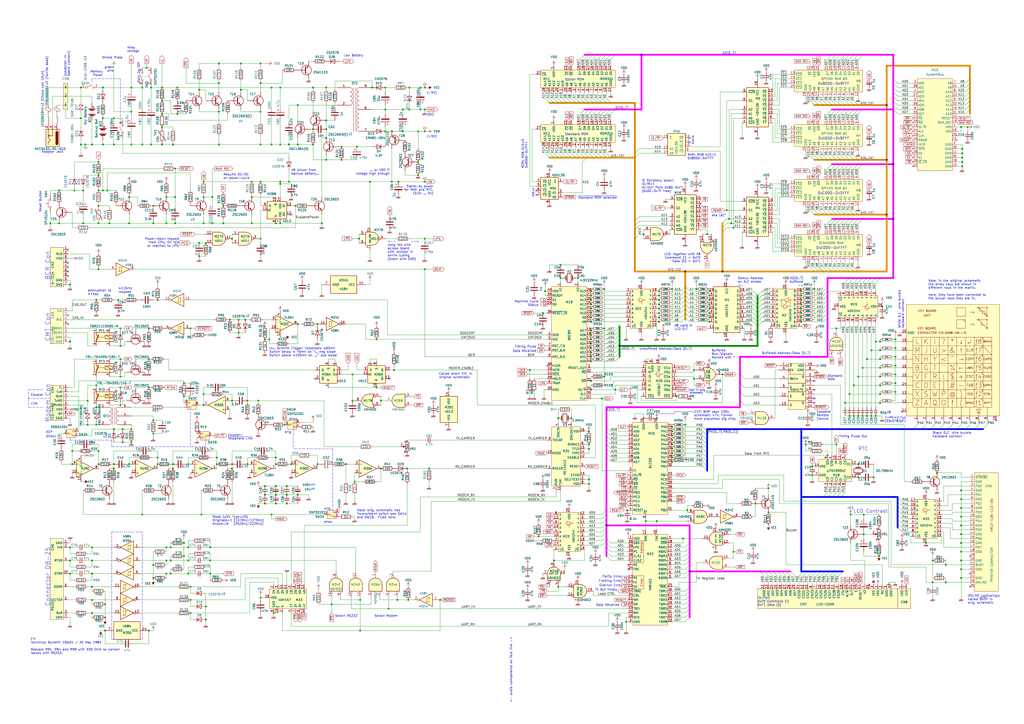
<source format=kicad_sch>
(kicad_sch (version 20230121) (generator eeschema)
  (paper "A2")
  (title_block (title "TRS-80 Model 100 Schematic") (date "1983") (company "Kyocera / Tandy") (comment 1 "https://github.com/hzeller/trs80-m100-schematic (Henner Zeller; h.zeller@acm.org)") (comment 2 "Please file mistakes at") (comment 4 "Transcript of original TRS-80 Model 100 Schematic"))
  (lib_symbols
    (symbol "2SA1115_1" (pin_numbers hide) (pin_names (offset 0) hide)
      (property "Reference" "T" (at 5.08 1.905 0))
      (property "Value" "2SA1115_1" (at 5.08 0 0))
      (symbol "2SA1115_1_1_1"
        (pin passive line (at 2.54 -5.08 90) (length 2.54) (name "E") (number "1"))
        (pin passive line (at 2.54 5.08 270) (length 2.54) (name "C") (number "2"))
        (pin input line (at -5.08 0 0) (length 5.08) (name "B") (number "3"))
      )
    )
    (symbol "2SA1115_2" (pin_numbers hide) (pin_names (offset 0) hide)
      (property "Reference" "T" (at 5.08 1.905 0))
      (property "Value" "2SA1115_2" (at 5.08 0 0))
      (symbol "2SA1115_2_1_1"
        (pin passive line (at 2.54 -5.08 90) (length 2.54) (name "E") (number "1"))
        (pin passive line (at 2.54 5.08 270) (length 2.54) (name "C") (number "2"))
        (pin input line (at -5.08 0 0) (length 5.08) (name "B") (number "3"))
      )
    )
    (symbol "2SC2603_1" (pin_numbers hide) (pin_names (offset 0) hide)
      (property "Reference" "T" (at 5.08 1.905 0))
      (property "Value" "2SC2603_1" (at 5.08 0 0))
      (symbol "2SC2603_1_1_1"
        (pin passive line (at 2.54 -5.08 90) (length 2.54) (name "E") (number "1"))
        (pin passive line (at 2.54 5.08 270) (length 2.54) (name "C") (number "2"))
        (pin input line (at -5.08 0 0) (length 5.08) (name "B") (number "3"))
      )
    )
    (symbol "2SC2603_10" (pin_numbers hide) (pin_names (offset 0) hide)
      (property "Reference" "T" (at 5.08 1.905 0))
      (property "Value" "2SC2603_10" (at 5.08 0 0))
      (symbol "2SC2603_10_1_1"
        (pin passive line (at 2.54 -5.08 90) (length 2.54) (name "E") (number "1"))
        (pin passive line (at 2.54 5.08 270) (length 2.54) (name "C") (number "2"))
        (pin input line (at -5.08 0 0) (length 5.08) (name "B") (number "3"))
      )
    )
    (symbol "2SC2603_11" (pin_numbers hide) (pin_names (offset 0) hide)
      (property "Reference" "T" (at 5.08 1.905 0))
      (property "Value" "2SC2603_11" (at 5.08 0 0))
      (symbol "2SC2603_11_1_1"
        (pin passive line (at 2.54 -5.08 90) (length 2.54) (name "E") (number "1"))
        (pin passive line (at 2.54 5.08 270) (length 2.54) (name "C") (number "2"))
        (pin input line (at -5.08 0 0) (length 5.08) (name "B") (number "3"))
      )
    )
    (symbol "2SC2603_12" (pin_numbers hide) (pin_names (offset 0) hide)
      (property "Reference" "T" (at 5.08 1.905 0))
      (property "Value" "2SC2603_12" (at 5.08 0 0))
      (symbol "2SC2603_12_1_1"
        (pin passive line (at 2.54 -5.08 90) (length 2.54) (name "E") (number "1"))
        (pin passive line (at 2.54 5.08 270) (length 2.54) (name "C") (number "2"))
        (pin input line (at -5.08 0 0) (length 5.08) (name "B") (number "3"))
      )
    )
    (symbol "2SC2603_13" (pin_numbers hide) (pin_names (offset 0) hide)
      (property "Reference" "T" (at 5.08 1.905 0))
      (property "Value" "2SC2603_13" (at 5.08 0 0))
      (symbol "2SC2603_13_1_1"
        (pin passive line (at 2.54 -5.08 90) (length 2.54) (name "E") (number "1"))
        (pin passive line (at 2.54 5.08 270) (length 2.54) (name "C") (number "2"))
        (pin input line (at -5.08 0 0) (length 5.08) (name "B") (number "3"))
      )
    )
    (symbol "2SC2603_14" (pin_numbers hide) (pin_names (offset 0) hide)
      (property "Reference" "T" (at 5.08 1.905 0))
      (property "Value" "2SC2603_14" (at 5.08 0 0))
      (symbol "2SC2603_14_1_1"
        (pin passive line (at 2.54 -5.08 90) (length 2.54) (name "E") (number "1"))
        (pin passive line (at 2.54 5.08 270) (length 2.54) (name "C") (number "2"))
        (pin input line (at -5.08 0 0) (length 5.08) (name "B") (number "3"))
      )
    )
    (symbol "2SC2603_15" (pin_numbers hide) (pin_names (offset 0) hide)
      (property "Reference" "T" (at 5.08 1.905 0))
      (property "Value" "2SC2603_15" (at 5.08 0 0))
      (symbol "2SC2603_15_1_1"
        (pin passive line (at 2.54 -5.08 90) (length 2.54) (name "E") (number "1"))
        (pin passive line (at 2.54 5.08 270) (length 2.54) (name "C") (number "2"))
        (pin input line (at -5.08 0 0) (length 5.08) (name "B") (number "3"))
      )
    )
    (symbol "2SC2603_16" (pin_numbers hide) (pin_names (offset 0) hide)
      (property "Reference" "T" (at 5.08 1.905 0))
      (property "Value" "2SC2603_16" (at 5.08 0 0))
      (symbol "2SC2603_16_1_1"
        (pin passive line (at 2.54 -5.08 90) (length 2.54) (name "E") (number "1"))
        (pin passive line (at 2.54 5.08 270) (length 2.54) (name "C") (number "2"))
        (pin input line (at -5.08 0 0) (length 5.08) (name "B") (number "3"))
      )
    )
    (symbol "2SC2603_17" (pin_numbers hide) (pin_names (offset 0) hide)
      (property "Reference" "T" (at 5.08 1.905 0))
      (property "Value" "2SC2603_17" (at 5.08 0 0))
      (symbol "2SC2603_17_1_1"
        (pin passive line (at 2.54 -5.08 90) (length 2.54) (name "E") (number "1"))
        (pin passive line (at 2.54 5.08 270) (length 2.54) (name "C") (number "2"))
        (pin input line (at -5.08 0 0) (length 5.08) (name "B") (number "3"))
      )
    )
    (symbol "2SC2603_18" (pin_numbers hide) (pin_names (offset 0) hide)
      (property "Reference" "T" (at 5.08 1.905 0))
      (property "Value" "2SC2603_18" (at 5.08 0 0))
      (symbol "2SC2603_18_1_1"
        (pin passive line (at 2.54 -5.08 90) (length 2.54) (name "E") (number "1"))
        (pin passive line (at 2.54 5.08 270) (length 2.54) (name "C") (number "2"))
        (pin input line (at -5.08 0 0) (length 5.08) (name "B") (number "3"))
      )
    )
    (symbol "2SC2603_19" (pin_numbers hide) (pin_names (offset 0) hide)
      (property "Reference" "T" (at 5.08 1.905 0))
      (property "Value" "2SC2603_19" (at 5.08 0 0))
      (symbol "2SC2603_19_1_1"
        (pin passive line (at 2.54 -5.08 90) (length 2.54) (name "E") (number "1"))
        (pin passive line (at 2.54 5.08 270) (length 2.54) (name "C") (number "2"))
        (pin input line (at -5.08 0 0) (length 5.08) (name "B") (number "3"))
      )
    )
    (symbol "2SC2603_2" (pin_numbers hide) (pin_names (offset 0) hide)
      (property "Reference" "T" (at 5.08 1.905 0))
      (property "Value" "2SC2603_2" (at 5.08 0 0))
      (symbol "2SC2603_2_1_1"
        (pin passive line (at 2.54 -5.08 90) (length 2.54) (name "E") (number "1"))
        (pin passive line (at 2.54 5.08 270) (length 2.54) (name "C") (number "2"))
        (pin input line (at -5.08 0 0) (length 5.08) (name "B") (number "3"))
      )
    )
    (symbol "2SC2603_20" (pin_numbers hide) (pin_names (offset 0) hide)
      (property "Reference" "T" (at 5.08 1.905 0))
      (property "Value" "2SC2603_20" (at 5.08 0 0))
      (symbol "2SC2603_20_1_1"
        (pin passive line (at 2.54 -5.08 90) (length 2.54) (name "E") (number "1"))
        (pin passive line (at 2.54 5.08 270) (length 2.54) (name "C") (number "2"))
        (pin input line (at -5.08 0 0) (length 5.08) (name "B") (number "3"))
      )
    )
    (symbol "2SC2603_21" (pin_numbers hide) (pin_names (offset 0) hide)
      (property "Reference" "T" (at 5.08 1.905 0))
      (property "Value" "2SC2603_21" (at 5.08 0 0))
      (symbol "2SC2603_21_1_1"
        (pin passive line (at 2.54 -5.08 90) (length 2.54) (name "E") (number "1"))
        (pin passive line (at 2.54 5.08 270) (length 2.54) (name "C") (number "2"))
        (pin input line (at -5.08 0 0) (length 5.08) (name "B") (number "3"))
      )
    )
    (symbol "2SC2603_22" (pin_numbers hide) (pin_names (offset 0) hide)
      (property "Reference" "T" (at 5.08 1.905 0))
      (property "Value" "2SC2603_22" (at 5.08 0 0))
      (symbol "2SC2603_22_1_1"
        (pin passive line (at 2.54 -5.08 90) (length 2.54) (name "E") (number "1"))
        (pin passive line (at 2.54 5.08 270) (length 2.54) (name "C") (number "2"))
        (pin input line (at -5.08 0 0) (length 5.08) (name "B") (number "3"))
      )
    )
    (symbol "2SC2603_3" (pin_numbers hide) (pin_names (offset 0) hide)
      (property "Reference" "T" (at 5.08 1.905 0))
      (property "Value" "2SC2603_3" (at 5.08 0 0))
      (symbol "2SC2603_3_1_1"
        (pin passive line (at 2.54 -5.08 90) (length 2.54) (name "E") (number "1"))
        (pin passive line (at 2.54 5.08 270) (length 2.54) (name "C") (number "2"))
        (pin input line (at -5.08 0 0) (length 5.08) (name "B") (number "3"))
      )
    )
    (symbol "2SC2603_4" (pin_numbers hide) (pin_names (offset 0) hide)
      (property "Reference" "T" (at 5.08 1.905 0))
      (property "Value" "2SC2603_4" (at 5.08 0 0))
      (symbol "2SC2603_4_1_1"
        (pin passive line (at 2.54 -5.08 90) (length 2.54) (name "E") (number "1"))
        (pin passive line (at 2.54 5.08 270) (length 2.54) (name "C") (number "2"))
        (pin input line (at -5.08 0 0) (length 5.08) (name "B") (number "3"))
      )
    )
    (symbol "2SC2603_5" (pin_numbers hide) (pin_names (offset 0) hide)
      (property "Reference" "T" (at 5.08 1.905 0))
      (property "Value" "2SC2603_5" (at 5.08 0 0))
      (symbol "2SC2603_5_1_1"
        (pin passive line (at 2.54 -5.08 90) (length 2.54) (name "E") (number "1"))
        (pin passive line (at 2.54 5.08 270) (length 2.54) (name "C") (number "2"))
        (pin input line (at -5.08 0 0) (length 5.08) (name "B") (number "3"))
      )
    )
    (symbol "2SC2603_6" (pin_numbers hide) (pin_names (offset 0) hide)
      (property "Reference" "T" (at 5.08 1.905 0))
      (property "Value" "2SC2603_6" (at 5.08 0 0))
      (symbol "2SC2603_6_1_1"
        (pin passive line (at 2.54 -5.08 90) (length 2.54) (name "E") (number "1"))
        (pin passive line (at 2.54 5.08 270) (length 2.54) (name "C") (number "2"))
        (pin input line (at -5.08 0 0) (length 5.08) (name "B") (number "3"))
      )
    )
    (symbol "2SC2603_7" (pin_numbers hide) (pin_names (offset 0) hide)
      (property "Reference" "T" (at 5.08 1.905 0))
      (property "Value" "2SC2603_7" (at 5.08 0 0))
      (symbol "2SC2603_7_1_1"
        (pin passive line (at 2.54 -5.08 90) (length 2.54) (name "E") (number "1"))
        (pin passive line (at 2.54 5.08 270) (length 2.54) (name "C") (number "2"))
        (pin input line (at -5.08 0 0) (length 5.08) (name "B") (number "3"))
      )
    )
    (symbol "2SC2603_8" (pin_numbers hide) (pin_names (offset 0) hide)
      (property "Reference" "T" (at 5.08 1.905 0))
      (property "Value" "2SC2603_8" (at 5.08 0 0))
      (symbol "2SC2603_8_1_1"
        (pin passive line (at 2.54 -5.08 90) (length 2.54) (name "E") (number "1"))
        (pin passive line (at 2.54 5.08 270) (length 2.54) (name "C") (number "2"))
        (pin input line (at -5.08 0 0) (length 5.08) (name "B") (number "3"))
      )
    )
    (symbol "2SC2603_9" (pin_numbers hide) (pin_names (offset 0) hide)
      (property "Reference" "T" (at 5.08 1.905 0))
      (property "Value" "2SC2603_9" (at 5.08 0 0))
      (symbol "2SC2603_9_1_1"
        (pin passive line (at 2.54 -5.08 90) (length 2.54) (name "E") (number "1"))
        (pin passive line (at 2.54 5.08 270) (length 2.54) (name "C") (number "2"))
        (pin input line (at -5.08 0 0) (length 5.08) (name "B") (number "3"))
      )
    )
    (symbol "4011_1" (pin_names (offset 1.016))
      (property "Reference" "U" (at 0 1.27 0))
      (property "Value" "4011_1" (at 0 -1.27 0))
      (symbol "4011_1_1_1"
        (pin input line (at -7.62 2.54 0) (length 3.81) (name "~") (number "1"))
        (pin input line (at -7.62 -2.54 0) (length 3.81) (name "~") (number "2"))
        (pin output inverted (at 7.62 0 180) (length 3.81) (name "~") (number "3"))
      )
      (symbol "4011_1_1_2"
        (pin input inverted (at -7.62 2.54 0) (length 4.318) (name "~") (number "1"))
        (pin input inverted (at -7.62 -2.54 0) (length 4.318) (name "~") (number "2"))
        (pin output line (at 7.62 0 180) (length 3.81) (name "~") (number "3"))
      )
      (symbol "4011_1_2_1"
        (pin output inverted (at 7.62 0 180) (length 3.81) (name "~") (number "4"))
        (pin input line (at -7.62 2.54 0) (length 3.81) (name "~") (number "5"))
        (pin input line (at -7.62 -2.54 0) (length 3.81) (name "~") (number "6"))
      )
      (symbol "4011_1_2_2"
        (pin output line (at 7.62 0 180) (length 3.81) (name "~") (number "4"))
        (pin input inverted (at -7.62 2.54 0) (length 4.318) (name "~") (number "5"))
        (pin input inverted (at -7.62 -2.54 0) (length 4.318) (name "~") (number "6"))
      )
      (symbol "4011_1_3_1"
        (pin output inverted (at 7.62 0 180) (length 3.81) (name "~") (number "10"))
        (pin input line (at -7.62 2.54 0) (length 3.81) (name "~") (number "8"))
        (pin input line (at -7.62 -2.54 0) (length 3.81) (name "~") (number "9"))
      )
      (symbol "4011_1_3_2"
        (pin output line (at 7.62 0 180) (length 3.81) (name "~") (number "10"))
        (pin input inverted (at -7.62 2.54 0) (length 4.318) (name "~") (number "8"))
        (pin input inverted (at -7.62 -2.54 0) (length 4.318) (name "~") (number "9"))
      )
      (symbol "4011_1_4_1"
        (pin output inverted (at 7.62 0 180) (length 3.81) (name "~") (number "11"))
        (pin input line (at -7.62 2.54 0) (length 3.81) (name "~") (number "12"))
        (pin input line (at -7.62 -2.54 0) (length 3.81) (name "~") (number "13"))
      )
      (symbol "4011_1_4_2"
        (pin output line (at 7.62 0 180) (length 3.81) (name "~") (number "11"))
        (pin input inverted (at -7.62 2.54 0) (length 4.318) (name "~") (number "12"))
        (pin input inverted (at -7.62 -2.54 0) (length 4.318) (name "~") (number "13"))
      )
      (symbol "4011_1_5_0"
        (pin power_in line (at 0 6.35 270) (length 2.54) (name "VDD") (number "14"))
        (pin power_in line (at 0 -6.35 90) (length 2.54) (name "VSS") (number "7"))
      )
    )
    (symbol "4011_2" (pin_names (offset 1.016))
      (property "Reference" "U" (at 0 1.27 0))
      (property "Value" "4011_2" (at 0 -1.27 0))
      (symbol "4011_2_1_1"
        (pin input line (at -7.62 2.54 0) (length 3.81) (name "~") (number "1"))
        (pin input line (at -7.62 -2.54 0) (length 3.81) (name "~") (number "2"))
        (pin output inverted (at 7.62 0 180) (length 3.81) (name "~") (number "3"))
      )
      (symbol "4011_2_1_2"
        (pin input inverted (at -7.62 2.54 0) (length 4.318) (name "~") (number "1"))
        (pin input inverted (at -7.62 -2.54 0) (length 4.318) (name "~") (number "2"))
        (pin output line (at 7.62 0 180) (length 3.81) (name "~") (number "3"))
      )
      (symbol "4011_2_2_1"
        (pin output inverted (at 7.62 0 180) (length 3.81) (name "~") (number "4"))
        (pin input line (at -7.62 2.54 0) (length 3.81) (name "~") (number "5"))
        (pin input line (at -7.62 -2.54 0) (length 3.81) (name "~") (number "6"))
      )
      (symbol "4011_2_2_2"
        (pin output line (at 7.62 0 180) (length 3.81) (name "~") (number "4"))
        (pin input inverted (at -7.62 2.54 0) (length 4.318) (name "~") (number "5"))
        (pin input inverted (at -7.62 -2.54 0) (length 4.318) (name "~") (number "6"))
      )
      (symbol "4011_2_3_1"
        (pin output inverted (at 7.62 0 180) (length 3.81) (name "~") (number "10"))
        (pin input line (at -7.62 2.54 0) (length 3.81) (name "~") (number "8"))
        (pin input line (at -7.62 -2.54 0) (length 3.81) (name "~") (number "9"))
      )
      (symbol "4011_2_3_2"
        (pin output line (at 7.62 0 180) (length 3.81) (name "~") (number "10"))
        (pin input inverted (at -7.62 2.54 0) (length 4.318) (name "~") (number "8"))
        (pin input inverted (at -7.62 -2.54 0) (length 4.318) (name "~") (number "9"))
      )
      (symbol "4011_2_4_1"
        (pin output inverted (at 7.62 0 180) (length 3.81) (name "~") (number "11"))
        (pin input line (at -7.62 2.54 0) (length 3.81) (name "~") (number "12"))
        (pin input line (at -7.62 -2.54 0) (length 3.81) (name "~") (number "13"))
      )
      (symbol "4011_2_4_2"
        (pin output line (at 7.62 0 180) (length 3.81) (name "~") (number "11"))
        (pin input inverted (at -7.62 2.54 0) (length 4.318) (name "~") (number "12"))
        (pin input inverted (at -7.62 -2.54 0) (length 4.318) (name "~") (number "13"))
      )
      (symbol "4011_2_5_0"
        (pin power_in line (at 0 6.35 270) (length 2.54) (name "VDD") (number "14"))
        (pin power_in line (at 0 -6.35 90) (length 2.54) (name "VSS") (number "7"))
      )
    )
    (symbol "4011_3" (pin_names (offset 1.016))
      (property "Reference" "U" (at 0 1.27 0))
      (property "Value" "4011_3" (at 0 -1.27 0))
      (symbol "4011_3_1_1"
        (pin input line (at -7.62 2.54 0) (length 3.81) (name "~") (number "1"))
        (pin input line (at -7.62 -2.54 0) (length 3.81) (name "~") (number "2"))
        (pin output inverted (at 7.62 0 180) (length 3.81) (name "~") (number "3"))
      )
      (symbol "4011_3_1_2"
        (pin input inverted (at -7.62 2.54 0) (length 4.318) (name "~") (number "1"))
        (pin input inverted (at -7.62 -2.54 0) (length 4.318) (name "~") (number "2"))
        (pin output line (at 7.62 0 180) (length 3.81) (name "~") (number "3"))
      )
      (symbol "4011_3_2_1"
        (pin output inverted (at 7.62 0 180) (length 3.81) (name "~") (number "4"))
        (pin input line (at -7.62 2.54 0) (length 3.81) (name "~") (number "5"))
        (pin input line (at -7.62 -2.54 0) (length 3.81) (name "~") (number "6"))
      )
      (symbol "4011_3_2_2"
        (pin output line (at 7.62 0 180) (length 3.81) (name "~") (number "4"))
        (pin input inverted (at -7.62 2.54 0) (length 4.318) (name "~") (number "5"))
        (pin input inverted (at -7.62 -2.54 0) (length 4.318) (name "~") (number "6"))
      )
      (symbol "4011_3_3_1"
        (pin output inverted (at 7.62 0 180) (length 3.81) (name "~") (number "10"))
        (pin input line (at -7.62 2.54 0) (length 3.81) (name "~") (number "8"))
        (pin input line (at -7.62 -2.54 0) (length 3.81) (name "~") (number "9"))
      )
      (symbol "4011_3_3_2"
        (pin output line (at 7.62 0 180) (length 3.81) (name "~") (number "10"))
        (pin input inverted (at -7.62 2.54 0) (length 4.318) (name "~") (number "8"))
        (pin input inverted (at -7.62 -2.54 0) (length 4.318) (name "~") (number "9"))
      )
      (symbol "4011_3_4_1"
        (pin output inverted (at 7.62 0 180) (length 3.81) (name "~") (number "11"))
        (pin input line (at -7.62 2.54 0) (length 3.81) (name "~") (number "12"))
        (pin input line (at -7.62 -2.54 0) (length 3.81) (name "~") (number "13"))
      )
      (symbol "4011_3_4_2"
        (pin output line (at 7.62 0 180) (length 3.81) (name "~") (number "11"))
        (pin input inverted (at -7.62 2.54 0) (length 4.318) (name "~") (number "12"))
        (pin input inverted (at -7.62 -2.54 0) (length 4.318) (name "~") (number "13"))
      )
      (symbol "4011_3_5_0"
        (pin power_in line (at 0 6.35 270) (length 2.54) (name "VDD") (number "14"))
        (pin power_in line (at 0 -6.35 90) (length 2.54) (name "VSS") (number "7"))
      )
    )
    (symbol "40H002_1" (pin_names (offset 1.016))
      (property "Reference" "M" (at -3.81 0 0))
      (property "Value" "40H002_1" (at 6.35 0 0))
      (symbol "40H002_1_1_1"
        (pin output inverted (at 7.62 0 180) (length 3.81) (name "~") (number "1"))
        (pin input line (at -7.62 2.54 0) (length 4.318) (name "~") (number "2"))
        (pin input line (at -7.62 -2.54 0) (length 4.318) (name "~") (number "3"))
      )
      (symbol "40H002_1_1_2"
        (pin output line (at 7.62 0 180) (length 3.81) (name "~") (number "1"))
        (pin input inverted (at -7.62 2.54 0) (length 3.81) (name "~") (number "2"))
        (pin input inverted (at -7.62 -2.54 0) (length 3.81) (name "~") (number "3"))
      )
      (symbol "40H002_1_2_1"
        (pin output inverted (at 7.62 0 180) (length 3.81) (name "~") (number "4"))
        (pin input line (at -7.62 2.54 0) (length 4.318) (name "~") (number "5"))
        (pin input line (at -7.62 -2.54 0) (length 4.318) (name "~") (number "6"))
      )
      (symbol "40H002_1_2_2"
        (pin output line (at 7.62 0 180) (length 3.81) (name "~") (number "4"))
        (pin input inverted (at -7.62 2.54 0) (length 3.81) (name "~") (number "5"))
        (pin input inverted (at -7.62 -2.54 0) (length 3.81) (name "~") (number "6"))
      )
      (symbol "40H002_1_3_1"
        (pin output inverted (at 7.62 0 180) (length 3.81) (name "~") (number "10"))
        (pin input line (at -7.62 2.54 0) (length 4.318) (name "~") (number "8"))
        (pin input line (at -7.62 -2.54 0) (length 4.318) (name "~") (number "9"))
      )
      (symbol "40H002_1_3_2"
        (pin output line (at 7.62 0 180) (length 3.81) (name "~") (number "10"))
        (pin input inverted (at -7.62 2.54 0) (length 3.81) (name "~") (number "8"))
        (pin input inverted (at -7.62 -2.54 0) (length 3.81) (name "~") (number "9"))
      )
      (symbol "40H002_1_4_1"
        (pin input line (at -7.62 2.54 0) (length 4.318) (name "~") (number "11"))
        (pin input line (at -7.62 -2.54 0) (length 4.318) (name "~") (number "12"))
        (pin output inverted (at 7.62 0 180) (length 3.81) (name "~") (number "13"))
      )
      (symbol "40H002_1_4_2"
        (pin input inverted (at -7.62 2.54 0) (length 3.81) (name "~") (number "11"))
        (pin input inverted (at -7.62 -2.54 0) (length 3.81) (name "~") (number "12"))
        (pin output line (at 7.62 0 180) (length 3.81) (name "~") (number "13"))
      )
      (symbol "40H002_1_5_0"
        (pin power_in line (at 0 6.35 270) (length 2.54) (name "VCC") (number "14"))
        (pin power_in line (at 0 -6.35 90) (length 2.54) (name "GND") (number "7"))
      )
    )
    (symbol "40H002_2" (pin_names (offset 1.016))
      (property "Reference" "M" (at -3.81 0 0))
      (property "Value" "40H002_2" (at 6.35 0 0))
      (symbol "40H002_2_1_1"
        (pin output inverted (at 7.62 0 180) (length 3.81) (name "~") (number "1"))
        (pin input line (at -7.62 2.54 0) (length 4.318) (name "~") (number "2"))
        (pin input line (at -7.62 -2.54 0) (length 4.318) (name "~") (number "3"))
      )
      (symbol "40H002_2_1_2"
        (pin output line (at 7.62 0 180) (length 3.81) (name "~") (number "1"))
        (pin input inverted (at -7.62 2.54 0) (length 3.81) (name "~") (number "2"))
        (pin input inverted (at -7.62 -2.54 0) (length 3.81) (name "~") (number "3"))
      )
      (symbol "40H002_2_2_1"
        (pin output inverted (at 7.62 0 180) (length 3.81) (name "~") (number "4"))
        (pin input line (at -7.62 2.54 0) (length 4.318) (name "~") (number "5"))
        (pin input line (at -7.62 -2.54 0) (length 4.318) (name "~") (number "6"))
      )
      (symbol "40H002_2_2_2"
        (pin output line (at 7.62 0 180) (length 3.81) (name "~") (number "4"))
        (pin input inverted (at -7.62 2.54 0) (length 3.81) (name "~") (number "5"))
        (pin input inverted (at -7.62 -2.54 0) (length 3.81) (name "~") (number "6"))
      )
      (symbol "40H002_2_3_1"
        (pin output inverted (at 7.62 0 180) (length 3.81) (name "~") (number "10"))
        (pin input line (at -7.62 2.54 0) (length 4.318) (name "~") (number "8"))
        (pin input line (at -7.62 -2.54 0) (length 4.318) (name "~") (number "9"))
      )
      (symbol "40H002_2_3_2"
        (pin output line (at 7.62 0 180) (length 3.81) (name "~") (number "10"))
        (pin input inverted (at -7.62 2.54 0) (length 3.81) (name "~") (number "8"))
        (pin input inverted (at -7.62 -2.54 0) (length 3.81) (name "~") (number "9"))
      )
      (symbol "40H002_2_4_1"
        (pin input line (at -7.62 2.54 0) (length 4.318) (name "~") (number "11"))
        (pin input line (at -7.62 -2.54 0) (length 4.318) (name "~") (number "12"))
        (pin output inverted (at 7.62 0 180) (length 3.81) (name "~") (number "13"))
      )
      (symbol "40H002_2_4_2"
        (pin input inverted (at -7.62 2.54 0) (length 3.81) (name "~") (number "11"))
        (pin input inverted (at -7.62 -2.54 0) (length 3.81) (name "~") (number "12"))
        (pin output line (at 7.62 0 180) (length 3.81) (name "~") (number "13"))
      )
      (symbol "40H002_2_5_0"
        (pin power_in line (at 0 6.35 270) (length 2.54) (name "VCC") (number "14"))
        (pin power_in line (at 0 -6.35 90) (length 2.54) (name "GND") (number "7"))
      )
    )
    (symbol "40H002_3" (pin_names (offset 1.016))
      (property "Reference" "M" (at -3.81 0 0))
      (property "Value" "40H002_3" (at 6.35 0 0))
      (symbol "40H002_3_1_1"
        (pin output inverted (at 7.62 0 180) (length 3.81) (name "~") (number "1"))
        (pin input line (at -7.62 2.54 0) (length 4.318) (name "~") (number "2"))
        (pin input line (at -7.62 -2.54 0) (length 4.318) (name "~") (number "3"))
      )
      (symbol "40H002_3_1_2"
        (pin output line (at 7.62 0 180) (length 3.81) (name "~") (number "1"))
        (pin input inverted (at -7.62 2.54 0) (length 3.81) (name "~") (number "2"))
        (pin input inverted (at -7.62 -2.54 0) (length 3.81) (name "~") (number "3"))
      )
      (symbol "40H002_3_2_1"
        (pin output inverted (at 7.62 0 180) (length 3.81) (name "~") (number "4"))
        (pin input line (at -7.62 2.54 0) (length 4.318) (name "~") (number "5"))
        (pin input line (at -7.62 -2.54 0) (length 4.318) (name "~") (number "6"))
      )
      (symbol "40H002_3_2_2"
        (pin output line (at 7.62 0 180) (length 3.81) (name "~") (number "4"))
        (pin input inverted (at -7.62 2.54 0) (length 3.81) (name "~") (number "5"))
        (pin input inverted (at -7.62 -2.54 0) (length 3.81) (name "~") (number "6"))
      )
      (symbol "40H002_3_3_1"
        (pin output inverted (at 7.62 0 180) (length 3.81) (name "~") (number "10"))
        (pin input line (at -7.62 2.54 0) (length 4.318) (name "~") (number "8"))
        (pin input line (at -7.62 -2.54 0) (length 4.318) (name "~") (number "9"))
      )
      (symbol "40H002_3_3_2"
        (pin output line (at 7.62 0 180) (length 3.81) (name "~") (number "10"))
        (pin input inverted (at -7.62 2.54 0) (length 3.81) (name "~") (number "8"))
        (pin input inverted (at -7.62 -2.54 0) (length 3.81) (name "~") (number "9"))
      )
      (symbol "40H002_3_4_1"
        (pin input line (at -7.62 2.54 0) (length 4.318) (name "~") (number "11"))
        (pin input line (at -7.62 -2.54 0) (length 4.318) (name "~") (number "12"))
        (pin output inverted (at 7.62 0 180) (length 3.81) (name "~") (number "13"))
      )
      (symbol "40H002_3_4_2"
        (pin input inverted (at -7.62 2.54 0) (length 3.81) (name "~") (number "11"))
        (pin input inverted (at -7.62 -2.54 0) (length 3.81) (name "~") (number "12"))
        (pin output line (at 7.62 0 180) (length 3.81) (name "~") (number "13"))
      )
      (symbol "40H002_3_5_0"
        (pin power_in line (at 0 6.35 270) (length 2.54) (name "VCC") (number "14"))
        (pin power_in line (at 0 -6.35 90) (length 2.54) (name "GND") (number "7"))
      )
    )
    (symbol "40H002_4" (pin_names (offset 1.016))
      (property "Reference" "M" (at -3.81 0 0))
      (property "Value" "40H002_4" (at 6.35 0 0))
      (symbol "40H002_4_1_1"
        (pin output inverted (at 7.62 0 180) (length 3.81) (name "~") (number "1"))
        (pin input line (at -7.62 2.54 0) (length 4.318) (name "~") (number "2"))
        (pin input line (at -7.62 -2.54 0) (length 4.318) (name "~") (number "3"))
      )
      (symbol "40H002_4_1_2"
        (pin output line (at 7.62 0 180) (length 3.81) (name "~") (number "1"))
        (pin input inverted (at -7.62 2.54 0) (length 3.81) (name "~") (number "2"))
        (pin input inverted (at -7.62 -2.54 0) (length 3.81) (name "~") (number "3"))
      )
      (symbol "40H002_4_2_1"
        (pin output inverted (at 7.62 0 180) (length 3.81) (name "~") (number "4"))
        (pin input line (at -7.62 2.54 0) (length 4.318) (name "~") (number "5"))
        (pin input line (at -7.62 -2.54 0) (length 4.318) (name "~") (number "6"))
      )
      (symbol "40H002_4_2_2"
        (pin output line (at 7.62 0 180) (length 3.81) (name "~") (number "4"))
        (pin input inverted (at -7.62 2.54 0) (length 3.81) (name "~") (number "5"))
        (pin input inverted (at -7.62 -2.54 0) (length 3.81) (name "~") (number "6"))
      )
      (symbol "40H002_4_3_1"
        (pin output inverted (at 7.62 0 180) (length 3.81) (name "~") (number "10"))
        (pin input line (at -7.62 2.54 0) (length 4.318) (name "~") (number "8"))
        (pin input line (at -7.62 -2.54 0) (length 4.318) (name "~") (number "9"))
      )
      (symbol "40H002_4_3_2"
        (pin output line (at 7.62 0 180) (length 3.81) (name "~") (number "10"))
        (pin input inverted (at -7.62 2.54 0) (length 3.81) (name "~") (number "8"))
        (pin input inverted (at -7.62 -2.54 0) (length 3.81) (name "~") (number "9"))
      )
      (symbol "40H002_4_4_1"
        (pin input line (at -7.62 2.54 0) (length 4.318) (name "~") (number "11"))
        (pin input line (at -7.62 -2.54 0) (length 4.318) (name "~") (number "12"))
        (pin output inverted (at 7.62 0 180) (length 3.81) (name "~") (number "13"))
      )
      (symbol "40H002_4_4_2"
        (pin input inverted (at -7.62 2.54 0) (length 3.81) (name "~") (number "11"))
        (pin input inverted (at -7.62 -2.54 0) (length 3.81) (name "~") (number "12"))
        (pin output line (at 7.62 0 180) (length 3.81) (name "~") (number "13"))
      )
      (symbol "40H002_4_5_0"
        (pin power_in line (at 0 6.35 270) (length 2.54) (name "VCC") (number "14"))
        (pin power_in line (at 0 -6.35 90) (length 2.54) (name "GND") (number "7"))
      )
    )
    (symbol "40H138_1" (pin_names (offset 1.016))
      (property "Reference" "M" (at -6.35 11.43 0))
      (property "Value" "40H138_1" (at -6.35 -13.97 0))
      (symbol "40H138_1_1_0"
        (pin input line (at -8.89 -7.62 0) (length 2.54) (name "A0") (number "1"))
        (pin output line (at 8.89 -5.08 180) (length 2.54) (name "~{Y5}") (number "10"))
        (pin output line (at 8.89 -2.54 180) (length 2.54) (name "~{Y4}") (number "11"))
        (pin output line (at 8.89 0 180) (length 2.54) (name "~{Y3}") (number "12"))
        (pin output line (at 8.89 2.54 180) (length 2.54) (name "~{Y2}") (number "13"))
        (pin output line (at 8.89 5.08 180) (length 2.54) (name "~{Y1}") (number "14"))
        (pin output line (at 8.89 7.62 180) (length 2.54) (name "~{Y0}") (number "15"))
        (pin power_in line (at 0 15.24 270) (length 5.08) (name "VCC") (number "16"))
        (pin input line (at -8.89 -5.08 0) (length 2.54) (name "A1") (number "2"))
        (pin input line (at -8.89 -2.54 0) (length 2.54) (name "A2") (number "3"))
        (pin input line (at -8.89 -10.16 0) (length 2.54) (name "~{G2A}") (number "4"))
        (pin input line (at -8.89 7.62 0) (length 2.54) (name "~{G2B}") (number "5"))
        (pin input line (at -8.89 2.54 0) (length 2.54) (name "G1") (number "6"))
        (pin output line (at 8.89 -10.16 180) (length 2.54) (name "~{Y7}") (number "7"))
        (pin power_in line (at 0 -17.78 90) (length 5.08) (name "GND") (number "8"))
        (pin output line (at 8.89 -7.62 180) (length 2.54) (name "~{Y6}") (number "9"))
      )
    )
    (symbol "40H138_2" (pin_names (offset 1.016))
      (property "Reference" "M" (at -6.35 11.43 0))
      (property "Value" "40H138_2" (at -6.35 -13.97 0))
      (symbol "40H138_2_1_0"
        (pin input line (at -8.89 -7.62 0) (length 2.54) (name "A0") (number "1"))
        (pin output line (at 8.89 -5.08 180) (length 2.54) (name "~{Y5}") (number "10"))
        (pin output line (at 8.89 -2.54 180) (length 2.54) (name "~{Y4}") (number "11"))
        (pin output line (at 8.89 0 180) (length 2.54) (name "~{Y3}") (number "12"))
        (pin output line (at 8.89 2.54 180) (length 2.54) (name "~{Y2}") (number "13"))
        (pin output line (at 8.89 5.08 180) (length 2.54) (name "~{Y1}") (number "14"))
        (pin output line (at 8.89 7.62 180) (length 2.54) (name "~{Y0}") (number "15"))
        (pin power_in line (at 0 15.24 270) (length 5.08) (name "VCC") (number "16"))
        (pin input line (at -8.89 -5.08 0) (length 2.54) (name "A1") (number "2"))
        (pin input line (at -8.89 -2.54 0) (length 2.54) (name "A2") (number "3"))
        (pin input line (at -8.89 -10.16 0) (length 2.54) (name "~{G2A}") (number "4"))
        (pin input line (at -8.89 7.62 0) (length 2.54) (name "~{G2B}") (number "5"))
        (pin input line (at -8.89 2.54 0) (length 2.54) (name "G1") (number "6"))
        (pin output line (at 8.89 -10.16 180) (length 2.54) (name "~{Y7}") (number "7"))
        (pin power_in line (at 0 -17.78 90) (length 5.08) (name "GND") (number "8"))
        (pin output line (at 8.89 -7.62 180) (length 2.54) (name "~{Y6}") (number "9"))
      )
    )
    (symbol "40H139_1" (pin_names (offset 1.016))
      (property "Reference" "M" (at -7.62 8.89 0))
      (property "Value" "40H139_1" (at -7.62 -8.89 0))
      (symbol "40H139_1_1_0"
        (pin input line (at -7.62 2.54 0) (length 2.54) (name "~{E}") (number "1"))
        (pin power_in line (at 0 7.62 270) (length 2.54) (name "VCC") (number "16"))
        (pin input line (at -7.62 -6.35 0) (length 2.54) (name "A0") (number "2"))
        (pin input line (at -7.62 -3.81 0) (length 2.54) (name "A1") (number "3"))
        (pin output line (at 7.62 2.54 180) (length 2.54) (name "~{Y0}") (number "4"))
        (pin output line (at 7.62 0 180) (length 2.54) (name "~{Y1}") (number "5"))
        (pin output line (at 7.62 -2.54 180) (length 2.54) (name "~{Y2}") (number "6"))
        (pin output line (at 7.62 -5.08 180) (length 2.54) (name "~{Y3}") (number "7"))
        (pin power_in line (at 0 -10.16 90) (length 2.54) (name "GND") (number "8"))
      )
      (symbol "40H139_1_2_0"
        (pin output line (at 7.62 -2.54 180) (length 2.54) (name "~{Y2}") (number "10"))
        (pin output line (at 7.62 0 180) (length 2.54) (name "~{Y1}") (number "11"))
        (pin output line (at 7.62 2.54 180) (length 2.54) (name "~{Y0}") (number "12"))
        (pin input line (at -7.62 -3.81 0) (length 2.54) (name "A1") (number "13"))
        (pin input line (at -7.62 -6.35 0) (length 2.54) (name "A0") (number "14"))
        (pin input line (at -7.62 2.54 0) (length 2.54) (name "~{E}") (number "15"))
        (pin output line (at 7.62 -5.08 180) (length 2.54) (name "~{Y3}") (number "9"))
      )
    )
    (symbol "4584_1" (pin_names (offset 1.016))
      (property "Reference" "M" (at 0 1.27 0))
      (property "Value" "4584_1" (at 0 -1.27 0))
      (symbol "4584_1_1_0"
        (pin input line (at -7.62 0 0) (length 3.81) (name "~") (number "1"))
        (pin output inverted (at 7.62 0 180) (length 3.81) (name "~") (number "2"))
      )
      (symbol "4584_1_2_0"
        (pin input line (at -7.62 0 0) (length 3.81) (name "~") (number "3"))
        (pin output inverted (at 7.62 0 180) (length 3.81) (name "~") (number "4"))
      )
      (symbol "4584_1_3_0"
        (pin input line (at -7.62 0 0) (length 3.81) (name "~") (number "5"))
        (pin output inverted (at 7.62 0 180) (length 3.81) (name "~") (number "6"))
      )
      (symbol "4584_1_4_0"
        (pin output inverted (at 7.62 0 180) (length 3.81) (name "~") (number "8"))
        (pin input line (at -7.62 0 0) (length 3.81) (name "~") (number "9"))
      )
      (symbol "4584_1_5_0"
        (pin output inverted (at 7.62 0 180) (length 3.81) (name "~") (number "10"))
        (pin input line (at -7.62 0 0) (length 3.81) (name "~") (number "11"))
      )
      (symbol "4584_1_6_0"
        (pin output inverted (at 7.62 0 180) (length 3.81) (name "~") (number "12"))
        (pin input line (at -7.62 0 0) (length 3.81) (name "~") (number "13"))
      )
      (symbol "4584_1_7_0"
        (pin power_in line (at 0 12.7 270) (length 5.08) (name "VCC") (number "14"))
        (pin power_in line (at 0 -12.7 90) (length 5.08) (name "GND") (number "7"))
      )
    )
    (symbol "4584_10" (pin_names (offset 1.016))
      (property "Reference" "M" (at 0 1.27 0))
      (property "Value" "4584_10" (at 0 -1.27 0))
      (symbol "4584_10_1_0"
        (pin input line (at -7.62 0 0) (length 3.81) (name "~") (number "1"))
        (pin output inverted (at 7.62 0 180) (length 3.81) (name "~") (number "2"))
      )
      (symbol "4584_10_2_0"
        (pin input line (at -7.62 0 0) (length 3.81) (name "~") (number "3"))
        (pin output inverted (at 7.62 0 180) (length 3.81) (name "~") (number "4"))
      )
      (symbol "4584_10_3_0"
        (pin input line (at -7.62 0 0) (length 3.81) (name "~") (number "5"))
        (pin output inverted (at 7.62 0 180) (length 3.81) (name "~") (number "6"))
      )
      (symbol "4584_10_4_0"
        (pin output inverted (at 7.62 0 180) (length 3.81) (name "~") (number "8"))
        (pin input line (at -7.62 0 0) (length 3.81) (name "~") (number "9"))
      )
      (symbol "4584_10_5_0"
        (pin output inverted (at 7.62 0 180) (length 3.81) (name "~") (number "10"))
        (pin input line (at -7.62 0 0) (length 3.81) (name "~") (number "11"))
      )
      (symbol "4584_10_6_0"
        (pin output inverted (at 7.62 0 180) (length 3.81) (name "~") (number "12"))
        (pin input line (at -7.62 0 0) (length 3.81) (name "~") (number "13"))
      )
      (symbol "4584_10_7_0"
        (pin power_in line (at 0 12.7 270) (length 5.08) (name "VCC") (number "14"))
        (pin power_in line (at 0 -12.7 90) (length 5.08) (name "GND") (number "7"))
      )
    )
    (symbol "4584_11" (pin_names (offset 1.016))
      (property "Reference" "M" (at 0 1.27 0))
      (property "Value" "4584_11" (at 0 -1.27 0))
      (symbol "4584_11_1_0"
        (pin input line (at -7.62 0 0) (length 3.81) (name "~") (number "1"))
        (pin output inverted (at 7.62 0 180) (length 3.81) (name "~") (number "2"))
      )
      (symbol "4584_11_2_0"
        (pin input line (at -7.62 0 0) (length 3.81) (name "~") (number "3"))
        (pin output inverted (at 7.62 0 180) (length 3.81) (name "~") (number "4"))
      )
      (symbol "4584_11_3_0"
        (pin input line (at -7.62 0 0) (length 3.81) (name "~") (number "5"))
        (pin output inverted (at 7.62 0 180) (length 3.81) (name "~") (number "6"))
      )
      (symbol "4584_11_4_0"
        (pin output inverted (at 7.62 0 180) (length 3.81) (name "~") (number "8"))
        (pin input line (at -7.62 0 0) (length 3.81) (name "~") (number "9"))
      )
      (symbol "4584_11_5_0"
        (pin output inverted (at 7.62 0 180) (length 3.81) (name "~") (number "10"))
        (pin input line (at -7.62 0 0) (length 3.81) (name "~") (number "11"))
      )
      (symbol "4584_11_6_0"
        (pin output inverted (at 7.62 0 180) (length 3.81) (name "~") (number "12"))
        (pin input line (at -7.62 0 0) (length 3.81) (name "~") (number "13"))
      )
      (symbol "4584_11_7_0"
        (pin power_in line (at 0 12.7 270) (length 5.08) (name "VCC") (number "14"))
        (pin power_in line (at 0 -12.7 90) (length 5.08) (name "GND") (number "7"))
      )
    )
    (symbol "4584_2" (pin_names (offset 1.016))
      (property "Reference" "M" (at 0 1.27 0))
      (property "Value" "4584_2" (at 0 -1.27 0))
      (symbol "4584_2_1_0"
        (pin input line (at -7.62 0 0) (length 3.81) (name "~") (number "1"))
        (pin output inverted (at 7.62 0 180) (length 3.81) (name "~") (number "2"))
      )
      (symbol "4584_2_2_0"
        (pin input line (at -7.62 0 0) (length 3.81) (name "~") (number "3"))
        (pin output inverted (at 7.62 0 180) (length 3.81) (name "~") (number "4"))
      )
      (symbol "4584_2_3_0"
        (pin input line (at -7.62 0 0) (length 3.81) (name "~") (number "5"))
        (pin output inverted (at 7.62 0 180) (length 3.81) (name "~") (number "6"))
      )
      (symbol "4584_2_4_0"
        (pin output inverted (at 7.62 0 180) (length 3.81) (name "~") (number "8"))
        (pin input line (at -7.62 0 0) (length 3.81) (name "~") (number "9"))
      )
      (symbol "4584_2_5_0"
        (pin output inverted (at 7.62 0 180) (length 3.81) (name "~") (number "10"))
        (pin input line (at -7.62 0 0) (length 3.81) (name "~") (number "11"))
      )
      (symbol "4584_2_6_0"
        (pin output inverted (at 7.62 0 180) (length 3.81) (name "~") (number "12"))
        (pin input line (at -7.62 0 0) (length 3.81) (name "~") (number "13"))
      )
      (symbol "4584_2_7_0"
        (pin power_in line (at 0 12.7 270) (length 5.08) (name "VCC") (number "14"))
        (pin power_in line (at 0 -12.7 90) (length 5.08) (name "GND") (number "7"))
      )
    )
    (symbol "4584_3" (pin_names (offset 1.016))
      (property "Reference" "M" (at 0 1.27 0))
      (property "Value" "4584_3" (at 0 -1.27 0))
      (symbol "4584_3_1_0"
        (pin input line (at -7.62 0 0) (length 3.81) (name "~") (number "1"))
        (pin output inverted (at 7.62 0 180) (length 3.81) (name "~") (number "2"))
      )
      (symbol "4584_3_2_0"
        (pin input line (at -7.62 0 0) (length 3.81) (name "~") (number "3"))
        (pin output inverted (at 7.62 0 180) (length 3.81) (name "~") (number "4"))
      )
      (symbol "4584_3_3_0"
        (pin input line (at -7.62 0 0) (length 3.81) (name "~") (number "5"))
        (pin output inverted (at 7.62 0 180) (length 3.81) (name "~") (number "6"))
      )
      (symbol "4584_3_4_0"
        (pin output inverted (at 7.62 0 180) (length 3.81) (name "~") (number "8"))
        (pin input line (at -7.62 0 0) (length 3.81) (name "~") (number "9"))
      )
      (symbol "4584_3_5_0"
        (pin output inverted (at 7.62 0 180) (length 3.81) (name "~") (number "10"))
        (pin input line (at -7.62 0 0) (length 3.81) (name "~") (number "11"))
      )
      (symbol "4584_3_6_0"
        (pin output inverted (at 7.62 0 180) (length 3.81) (name "~") (number "12"))
        (pin input line (at -7.62 0 0) (length 3.81) (name "~") (number "13"))
      )
      (symbol "4584_3_7_0"
        (pin power_in line (at 0 12.7 270) (length 5.08) (name "VCC") (number "14"))
        (pin power_in line (at 0 -12.7 90) (length 5.08) (name "GND") (number "7"))
      )
    )
    (symbol "4584_4" (pin_names (offset 1.016))
      (property "Reference" "M" (at 0 1.27 0))
      (property "Value" "4584_4" (at 0 -1.27 0))
      (symbol "4584_4_1_0"
        (pin input line (at -7.62 0 0) (length 3.81) (name "~") (number "1"))
        (pin output inverted (at 7.62 0 180) (length 3.81) (name "~") (number "2"))
      )
      (symbol "4584_4_2_0"
        (pin input line (at -7.62 0 0) (length 3.81) (name "~") (number "3"))
        (pin output inverted (at 7.62 0 180) (length 3.81) (name "~") (number "4"))
      )
      (symbol "4584_4_3_0"
        (pin input line (at -7.62 0 0) (length 3.81) (name "~") (number "5"))
        (pin output inverted (at 7.62 0 180) (length 3.81) (name "~") (number "6"))
      )
      (symbol "4584_4_4_0"
        (pin output inverted (at 7.62 0 180) (length 3.81) (name "~") (number "8"))
        (pin input line (at -7.62 0 0) (length 3.81) (name "~") (number "9"))
      )
      (symbol "4584_4_5_0"
        (pin output inverted (at 7.62 0 180) (length 3.81) (name "~") (number "10"))
        (pin input line (at -7.62 0 0) (length 3.81) (name "~") (number "11"))
      )
      (symbol "4584_4_6_0"
        (pin output inverted (at 7.62 0 180) (length 3.81) (name "~") (number "12"))
        (pin input line (at -7.62 0 0) (length 3.81) (name "~") (number "13"))
      )
      (symbol "4584_4_7_0"
        (pin power_in line (at 0 12.7 270) (length 5.08) (name "VCC") (number "14"))
        (pin power_in line (at 0 -12.7 90) (length 5.08) (name "GND") (number "7"))
      )
    )
    (symbol "4584_5" (pin_names (offset 1.016))
      (property "Reference" "M" (at 0 1.27 0))
      (property "Value" "4584_5" (at 0 -1.27 0))
      (symbol "4584_5_1_0"
        (pin input line (at -7.62 0 0) (length 3.81) (name "~") (number "1"))
        (pin output inverted (at 7.62 0 180) (length 3.81) (name "~") (number "2"))
      )
      (symbol "4584_5_2_0"
        (pin input line (at -7.62 0 0) (length 3.81) (name "~") (number "3"))
        (pin output inverted (at 7.62 0 180) (length 3.81) (name "~") (number "4"))
      )
      (symbol "4584_5_3_0"
        (pin input line (at -7.62 0 0) (length 3.81) (name "~") (number "5"))
        (pin output inverted (at 7.62 0 180) (length 3.81) (name "~") (number "6"))
      )
      (symbol "4584_5_4_0"
        (pin output inverted (at 7.62 0 180) (length 3.81) (name "~") (number "8"))
        (pin input line (at -7.62 0 0) (length 3.81) (name "~") (number "9"))
      )
      (symbol "4584_5_5_0"
        (pin output inverted (at 7.62 0 180) (length 3.81) (name "~") (number "10"))
        (pin input line (at -7.62 0 0) (length 3.81) (name "~") (number "11"))
      )
      (symbol "4584_5_6_0"
        (pin output inverted (at 7.62 0 180) (length 3.81) (name "~") (number "12"))
        (pin input line (at -7.62 0 0) (length 3.81) (name "~") (number "13"))
      )
      (symbol "4584_5_7_0"
        (pin power_in line (at 0 12.7 270) (length 5.08) (name "VCC") (number "14"))
        (pin power_in line (at 0 -12.7 90) (length 5.08) (name "GND") (number "7"))
      )
    )
    (symbol "4584_6" (pin_names (offset 1.016))
      (property "Reference" "M" (at 0 1.27 0))
      (property "Value" "4584_6" (at 0 -1.27 0))
      (symbol "4584_6_1_0"
        (pin input line (at -7.62 0 0) (length 3.81) (name "~") (number "1"))
        (pin output inverted (at 7.62 0 180) (length 3.81) (name "~") (number "2"))
      )
      (symbol "4584_6_2_0"
        (pin input line (at -7.62 0 0) (length 3.81) (name "~") (number "3"))
        (pin output inverted (at 7.62 0 180) (length 3.81) (name "~") (number "4"))
      )
      (symbol "4584_6_3_0"
        (pin input line (at -7.62 0 0) (length 3.81) (name "~") (number "5"))
        (pin output inverted (at 7.62 0 180) (length 3.81) (name "~") (number "6"))
      )
      (symbol "4584_6_4_0"
        (pin output inverted (at 7.62 0 180) (length 3.81) (name "~") (number "8"))
        (pin input line (at -7.62 0 0) (length 3.81) (name "~") (number "9"))
      )
      (symbol "4584_6_5_0"
        (pin output inverted (at 7.62 0 180) (length 3.81) (name "~") (number "10"))
        (pin input line (at -7.62 0 0) (length 3.81) (name "~") (number "11"))
      )
      (symbol "4584_6_6_0"
        (pin output inverted (at 7.62 0 180) (length 3.81) (name "~") (number "12"))
        (pin input line (at -7.62 0 0) (length 3.81) (name "~") (number "13"))
      )
      (symbol "4584_6_7_0"
        (pin power_in line (at 0 12.7 270) (length 5.08) (name "VCC") (number "14"))
        (pin power_in line (at 0 -12.7 90) (length 5.08) (name "GND") (number "7"))
      )
    )
    (symbol "4584_7" (pin_names (offset 1.016))
      (property "Reference" "M" (at 0 1.27 0))
      (property "Value" "4584_7" (at 0 -1.27 0))
      (symbol "4584_7_1_0"
        (pin input line (at -7.62 0 0) (length 3.81) (name "~") (number "1"))
        (pin output inverted (at 7.62 0 180) (length 3.81) (name "~") (number "2"))
      )
      (symbol "4584_7_2_0"
        (pin input line (at -7.62 0 0) (length 3.81) (name "~") (number "3"))
        (pin output inverted (at 7.62 0 180) (length 3.81) (name "~") (number "4"))
      )
      (symbol "4584_7_3_0"
        (pin input line (at -7.62 0 0) (length 3.81) (name "~") (number "5"))
        (pin output inverted (at 7.62 0 180) (length 3.81) (name "~") (number "6"))
      )
      (symbol "4584_7_4_0"
        (pin output inverted (at 7.62 0 180) (length 3.81) (name "~") (number "8"))
        (pin input line (at -7.62 0 0) (length 3.81) (name "~") (number "9"))
      )
      (symbol "4584_7_5_0"
        (pin output inverted (at 7.62 0 180) (length 3.81) (name "~") (number "10"))
        (pin input line (at -7.62 0 0) (length 3.81) (name "~") (number "11"))
      )
      (symbol "4584_7_6_0"
        (pin output inverted (at 7.62 0 180) (length 3.81) (name "~") (number "12"))
        (pin input line (at -7.62 0 0) (length 3.81) (name "~") (number "13"))
      )
      (symbol "4584_7_7_0"
        (pin power_in line (at 0 12.7 270) (length 5.08) (name "VCC") (number "14"))
        (pin power_in line (at 0 -12.7 90) (length 5.08) (name "GND") (number "7"))
      )
    )
    (symbol "4584_8" (pin_names (offset 1.016))
      (property "Reference" "M" (at 0 1.27 0))
      (property "Value" "4584_8" (at 0 -1.27 0))
      (symbol "4584_8_1_0"
        (pin input line (at -7.62 0 0) (length 3.81) (name "~") (number "1"))
        (pin output inverted (at 7.62 0 180) (length 3.81) (name "~") (number "2"))
      )
      (symbol "4584_8_2_0"
        (pin input line (at -7.62 0 0) (length 3.81) (name "~") (number "3"))
        (pin output inverted (at 7.62 0 180) (length 3.81) (name "~") (number "4"))
      )
      (symbol "4584_8_3_0"
        (pin input line (at -7.62 0 0) (length 3.81) (name "~") (number "5"))
        (pin output inverted (at 7.62 0 180) (length 3.81) (name "~") (number "6"))
      )
      (symbol "4584_8_4_0"
        (pin output inverted (at 7.62 0 180) (length 3.81) (name "~") (number "8"))
        (pin input line (at -7.62 0 0) (length 3.81) (name "~") (number "9"))
      )
      (symbol "4584_8_5_0"
        (pin output inverted (at 7.62 0 180) (length 3.81) (name "~") (number "10"))
        (pin input line (at -7.62 0 0) (length 3.81) (name "~") (number "11"))
      )
      (symbol "4584_8_6_0"
        (pin output inverted (at 7.62 0 180) (length 3.81) (name "~") (number "12"))
        (pin input line (at -7.62 0 0) (length 3.81) (name "~") (number "13"))
      )
      (symbol "4584_8_7_0"
        (pin power_in line (at 0 12.7 270) (length 5.08) (name "VCC") (number "14"))
        (pin power_in line (at 0 -12.7 90) (length 5.08) (name "GND") (number "7"))
      )
    )
    (symbol "4584_9" (pin_names (offset 1.016))
      (property "Reference" "M" (at 0 1.27 0))
      (property "Value" "4584_9" (at 0 -1.27 0))
      (symbol "4584_9_1_0"
        (pin input line (at -7.62 0 0) (length 3.81) (name "~") (number "1"))
        (pin output inverted (at 7.62 0 180) (length 3.81) (name "~") (number "2"))
      )
      (symbol "4584_9_2_0"
        (pin input line (at -7.62 0 0) (length 3.81) (name "~") (number "3"))
        (pin output inverted (at 7.62 0 180) (length 3.81) (name "~") (number "4"))
      )
      (symbol "4584_9_3_0"
        (pin input line (at -7.62 0 0) (length 3.81) (name "~") (number "5"))
        (pin output inverted (at 7.62 0 180) (length 3.81) (name "~") (number "6"))
      )
      (symbol "4584_9_4_0"
        (pin output inverted (at 7.62 0 180) (length 3.81) (name "~") (number "8"))
        (pin input line (at -7.62 0 0) (length 3.81) (name "~") (number "9"))
      )
      (symbol "4584_9_5_0"
        (pin output inverted (at 7.62 0 180) (length 3.81) (name "~") (number "10"))
        (pin input line (at -7.62 0 0) (length 3.81) (name "~") (number "11"))
      )
      (symbol "4584_9_6_0"
        (pin output inverted (at 7.62 0 180) (length 3.81) (name "~") (number "12"))
        (pin input line (at -7.62 0 0) (length 3.81) (name "~") (number "13"))
      )
      (symbol "4584_9_7_0"
        (pin power_in line (at 0 12.7 270) (length 5.08) (name "VCC") (number "14"))
        (pin power_in line (at 0 -12.7 90) (length 5.08) (name "GND") (number "7"))
      )
    )
    (symbol "4xxx:4013" (pin_names (offset 1.016))
      (property "Reference" "U" (at -7.62 8.89 0))
      (property "Value" "4013" (at -7.62 -8.89 0))
      (symbol "4013_1_1"
        (pin output line (at 7.62 2.54 180) (length 2.54) (name "Q") (number "1"))
        (pin output line (at 7.62 -2.54 180) (length 2.54) (name "~{Q}") (number "2"))
        (pin input clock (at -7.62 0 0) (length 2.54) (name "C") (number "3"))
        (pin input line (at 0 -7.62 90) (length 2.54) (name "R") (number "4"))
        (pin input line (at -7.62 2.54 0) (length 2.54) (name "D") (number "5"))
        (pin input line (at 0 7.62 270) (length 2.54) (name "S") (number "6"))
      )
      (symbol "4013_2_1"
        (pin input line (at 0 -7.62 90) (length 2.54) (name "R") (number "10"))
        (pin input clock (at -7.62 0 0) (length 2.54) (name "C") (number "11"))
        (pin output line (at 7.62 -2.54 180) (length 2.54) (name "~{Q}") (number "12"))
        (pin output line (at 7.62 2.54 180) (length 2.54) (name "Q") (number "13"))
        (pin input line (at 0 7.62 270) (length 2.54) (name "S") (number "8"))
        (pin input line (at -7.62 2.54 0) (length 2.54) (name "D") (number "9"))
      )
      (symbol "4013_3_0"
        (pin power_in line (at 0 10.16 270) (length 2.54) (name "VDD") (number "14"))
        (pin power_in line (at 0 -10.16 90) (length 2.54) (name "VSS") (number "7"))
      )
    )
    (symbol "Amplifier_Operational:TL064" (pin_names (offset 0.127))
      (property "Reference" "U" (at 0 5.08 0))
      (property "Value" "TL064" (at 0 -5.08 0))
      (symbol "TL064_1_1"
        (pin output line (at 7.62 0 180) (length 2.54) (name "~") (number "1"))
        (pin input line (at -7.62 -2.54 0) (length 2.54) (name "-") (number "2"))
        (pin input line (at -7.62 2.54 0) (length 2.54) (name "+") (number "3"))
      )
      (symbol "TL064_2_1"
        (pin input line (at -7.62 2.54 0) (length 2.54) (name "+") (number "5"))
        (pin input line (at -7.62 -2.54 0) (length 2.54) (name "-") (number "6"))
        (pin output line (at 7.62 0 180) (length 2.54) (name "~") (number "7"))
      )
      (symbol "TL064_3_1"
        (pin input line (at -7.62 2.54 0) (length 2.54) (name "+") (number "10"))
        (pin output line (at 7.62 0 180) (length 2.54) (name "~") (number "8"))
        (pin input line (at -7.62 -2.54 0) (length 2.54) (name "-") (number "9"))
      )
      (symbol "TL064_4_1"
        (pin input line (at -7.62 2.54 0) (length 2.54) (name "+") (number "12"))
        (pin input line (at -7.62 -2.54 0) (length 2.54) (name "-") (number "13"))
        (pin output line (at 7.62 0 180) (length 2.54) (name "~") (number "14"))
      )
      (symbol "TL064_5_1"
        (pin power_in line (at -2.54 -7.62 90) (length 3.81) (name "V-") (number "11"))
        (pin power_in line (at -2.54 7.62 270) (length 3.81) (name "V+") (number "4"))
      )
    )
    (symbol "Connector:Barrel_Jack_Switch" (pin_names hide)
      (property "Reference" "J" (at 0 5.334 0))
      (property "Value" "Barrel_Jack_Switch" (at 0 -5.08 0))
      (symbol "Barrel_Jack_Switch_1_1"
        (pin passive line (at 7.62 2.54 180) (length 2.54) (name "~") (number "1"))
        (pin passive line (at 7.62 -2.54 180) (length 2.54) (name "~") (number "2"))
        (pin passive line (at 7.62 0 180) (length 2.54) (name "~") (number "3"))
      )
    )
    (symbol "Device:Battery" (pin_numbers hide) (pin_names (offset 0) hide)
      (property "Reference" "BT" (at 2.54 2.54 0))
      (property "Value" "Battery" (at 2.54 0 0))
      (symbol "Battery_1_1"
        (pin passive line (at 0 5.08 270) (length 2.54) (name "+") (number "1"))
        (pin passive line (at 0 -5.08 90) (length 2.54) (name "-") (number "2"))
      )
    )
    (symbol "Device:C" (pin_numbers hide) (pin_names (offset 0.254))
      (property "Reference" "C" (at 0.635 2.54 0))
      (property "Value" "C" (at 0.635 -2.54 0))
      (symbol "C_1_1"
        (pin passive line (at 0 3.81 270) (length 2.794) (name "~") (number "1"))
        (pin passive line (at 0 -3.81 90) (length 2.794) (name "~") (number "2"))
      )
    )
    (symbol "Device:C_Polarized" (pin_numbers hide) (pin_names (offset 0.254))
      (property "Reference" "C" (at 0.635 2.54 0))
      (property "Value" "C_Polarized" (at 0.635 -2.54 0))
      (symbol "C_Polarized_1_1"
        (pin passive line (at 0 3.81 270) (length 2.794) (name "~") (number "1"))
        (pin passive line (at 0 -3.81 90) (length 2.794) (name "~") (number "2"))
      )
    )
    (symbol "Device:C_Polarized_Small" (pin_numbers hide) (pin_names (offset 0.254) hide)
      (property "Reference" "C" (at 0.254 1.778 0))
      (property "Value" "C_Polarized_Small" (at 0.254 -2.032 0))
      (symbol "C_Polarized_Small_1_1"
        (pin passive line (at 0 2.54 270) (length 1.8542) (name "~") (number "1"))
        (pin passive line (at 0 -2.54 90) (length 1.8542) (name "~") (number "2"))
      )
    )
    (symbol "Device:C_Small" (pin_numbers hide) (pin_names (offset 0.254) hide)
      (property "Reference" "C" (at 0.254 1.778 0))
      (property "Value" "C_Small" (at 0.254 -2.032 0))
      (symbol "C_Small_1_1"
        (pin passive line (at 0 2.54 270) (length 2.032) (name "~") (number "1"))
        (pin passive line (at 0 -2.54 90) (length 2.032) (name "~") (number "2"))
      )
    )
    (symbol "Device:Crystal" (pin_numbers hide) (pin_names (offset 1.016) hide)
      (property "Reference" "Y" (at 0 3.81 0))
      (property "Value" "Crystal" (at 0 -3.81 0))
      (symbol "Crystal_1_1"
        (pin passive line (at -3.81 0 0) (length 1.27) (name "1") (number "1"))
        (pin passive line (at 3.81 0 180) (length 1.27) (name "2") (number "2"))
      )
    )
    (symbol "Device:D" (pin_numbers hide) (pin_names (offset 1.016) hide)
      (property "Reference" "D" (at 0 2.54 0))
      (property "Value" "D" (at 0 -2.54 0))
      (symbol "D_1_1"
        (pin passive line (at -3.81 0 0) (length 2.54) (name "K") (number "1"))
        (pin passive line (at 3.81 0 180) (length 2.54) (name "A") (number "2"))
      )
    )
    (symbol "Device:D_Zener" (pin_numbers hide) (pin_names (offset 1.016) hide)
      (property "Reference" "D" (at 0 2.54 0))
      (property "Value" "D_Zener" (at 0 -2.54 0))
      (symbol "D_Zener_1_1"
        (pin passive line (at -3.81 0 0) (length 2.54) (name "K") (number "1"))
        (pin passive line (at 3.81 0 180) (length 2.54) (name "A") (number "2"))
      )
    )
    (symbol "Device:FerriteBead_Small" (pin_numbers hide) (pin_names (offset 0))
      (property "Reference" "FB" (at 1.905 1.27 0))
      (property "Value" "FerriteBead_Small" (at 1.905 -1.27 0))
      (symbol "FerriteBead_Small_1_1"
        (pin passive line (at 0 2.54 270) (length 1.27) (name "~") (number "1"))
        (pin passive line (at 0 -2.54 90) (length 1.27) (name "~") (number "2"))
      )
    )
    (symbol "Device:L_Small" (pin_numbers hide) (pin_names (offset 0.254) hide)
      (property "Reference" "L" (at 0.762 1.016 0))
      (property "Value" "L_Small" (at 0.762 -1.016 0))
      (symbol "L_Small_1_1"
        (pin passive line (at 0 2.54 270) (length 0.508) (name "~") (number "1"))
        (pin passive line (at 0 -2.54 90) (length 0.508) (name "~") (number "2"))
      )
    )
    (symbol "Device:R" (pin_numbers hide) (pin_names (offset 0))
      (property "Reference" "R" (at 2.032 0 90))
      (property "Value" "R" (at 0 0 90))
      (symbol "R_1_1"
        (pin passive line (at 0 3.81 270) (length 1.27) (name "~") (number "1"))
        (pin passive line (at 0 -3.81 90) (length 1.27) (name "~") (number "2"))
      )
    )
    (symbol "Device:R_Potentiometer" (pin_names (offset 1.016) hide)
      (property "Reference" "RV" (at -4.445 0 90))
      (property "Value" "R_Potentiometer" (at -2.54 0 90))
      (symbol "R_Potentiometer_1_1"
        (pin passive line (at 0 3.81 270) (length 1.27) (name "1") (number "1"))
        (pin passive line (at 3.81 0 180) (length 1.27) (name "2") (number "2"))
        (pin passive line (at 0 -3.81 90) (length 1.27) (name "3") (number "3"))
      )
    )
    (symbol "Device:Thermistor" (pin_numbers hide) (pin_names (offset 0))
      (property "Reference" "TH" (at 2.54 1.27 90))
      (property "Value" "Thermistor" (at -2.54 0 90))
      (symbol "Thermistor_1_1"
        (pin passive line (at 0 5.08 270) (length 2.54) (name "~") (number "1"))
        (pin passive line (at 0 -5.08 90) (length 2.54) (name "~") (number "2"))
      )
    )
    (symbol "Device:Transformer_1P_SS" (pin_names (offset 1.016) hide)
      (property "Reference" "T" (at 0 6.35 0))
      (property "Value" "Transformer_1P_SS" (at 0 -7.62 0))
      (symbol "Transformer_1P_SS_1_1"
        (pin passive line (at -10.16 5.08 0) (length 7.62) (name "AA") (number "1"))
        (pin passive line (at -10.16 -5.08 0) (length 7.62) (name "AB") (number "2"))
        (pin passive line (at 10.16 -5.08 180) (length 7.62) (name "SA") (number "3"))
        (pin passive line (at 10.16 0 180) (length 7.62) (name "SC") (number "4"))
        (pin passive line (at 10.16 5.08 180) (length 7.62) (name "SB") (number "5"))
      )
    )
    (symbol "R_1" (pin_numbers hide) (pin_names (offset 0))
      (property "Reference" "R" (at 2.032 0 90))
      (property "Value" "R_1" (at 0 0 90))
      (symbol "R_1_1_1"
        (pin passive line (at 0 3.81 270) (length 1.27) (name "~") (number "1"))
        (pin passive line (at 0 -3.81 90) (length 1.27) (name "~") (number "2"))
      )
    )
    (symbol "R_10" (pin_numbers hide) (pin_names (offset 0))
      (property "Reference" "R" (at 2.032 0 90))
      (property "Value" "R_10" (at 0 0 90))
      (symbol "R_10_1_1"
        (pin passive line (at 0 3.81 270) (length 1.27) (name "~") (number "1"))
        (pin passive line (at 0 -3.81 90) (length 1.27) (name "~") (number "2"))
      )
    )
    (symbol "R_100" (pin_numbers hide) (pin_names (offset 0))
      (property "Reference" "R" (at 2.032 0 90))
      (property "Value" "R_100" (at 0 0 90))
      (symbol "R_100_1_1"
        (pin passive line (at 0 3.81 270) (length 1.27) (name "~") (number "1"))
        (pin passive line (at 0 -3.81 90) (length 1.27) (name "~") (number "2"))
      )
    )
    (symbol "R_101" (pin_numbers hide) (pin_names (offset 0))
      (property "Reference" "R" (at 2.032 0 90))
      (property "Value" "R_101" (at 0 0 90))
      (symbol "R_101_1_1"
        (pin passive line (at 0 3.81 270) (length 1.27) (name "~") (number "1"))
        (pin passive line (at 0 -3.81 90) (length 1.27) (name "~") (number "2"))
      )
    )
    (symbol "R_102" (pin_numbers hide) (pin_names (offset 0))
      (property "Reference" "R" (at 2.032 0 90))
      (property "Value" "R_102" (at 0 0 90))
      (symbol "R_102_1_1"
        (pin passive line (at 0 3.81 270) (length 1.27) (name "~") (number "1"))
        (pin passive line (at 0 -3.81 90) (length 1.27) (name "~") (number "2"))
      )
    )
    (symbol "R_103" (pin_numbers hide) (pin_names (offset 0))
      (property "Reference" "R" (at 2.032 0 90))
      (property "Value" "R_103" (at 0 0 90))
      (symbol "R_103_1_1"
        (pin passive line (at 0 3.81 270) (length 1.27) (name "~") (number "1"))
        (pin passive line (at 0 -3.81 90) (length 1.27) (name "~") (number "2"))
      )
    )
    (symbol "R_104" (pin_numbers hide) (pin_names (offset 0))
      (property "Reference" "R" (at 2.032 0 90))
      (property "Value" "R_104" (at 0 0 90))
      (symbol "R_104_1_1"
        (pin passive line (at 0 3.81 270) (length 1.27) (name "~") (number "1"))
        (pin passive line (at 0 -3.81 90) (length 1.27) (name "~") (number "2"))
      )
    )
    (symbol "R_105" (pin_numbers hide) (pin_names (offset 0))
      (property "Reference" "R" (at 2.032 0 90))
      (property "Value" "R_105" (at 0 0 90))
      (symbol "R_105_1_1"
        (pin passive line (at 0 3.81 270) (length 1.27) (name "~") (number "1"))
        (pin passive line (at 0 -3.81 90) (length 1.27) (name "~") (number "2"))
      )
    )
    (symbol "R_106" (pin_numbers hide) (pin_names (offset 0))
      (property "Reference" "R" (at 2.032 0 90))
      (property "Value" "R_106" (at 0 0 90))
      (symbol "R_106_1_1"
        (pin passive line (at 0 3.81 270) (length 1.27) (name "~") (number "1"))
        (pin passive line (at 0 -3.81 90) (length 1.27) (name "~") (number "2"))
      )
    )
    (symbol "R_107" (pin_numbers hide) (pin_names (offset 0))
      (property "Reference" "R" (at 2.032 0 90))
      (property "Value" "R_107" (at 0 0 90))
      (symbol "R_107_1_1"
        (pin passive line (at 0 3.81 270) (length 1.27) (name "~") (number "1"))
        (pin passive line (at 0 -3.81 90) (length 1.27) (name "~") (number "2"))
      )
    )
    (symbol "R_108" (pin_numbers hide) (pin_names (offset 0))
      (property "Reference" "R" (at 2.032 0 90))
      (property "Value" "R_108" (at 0 0 90))
      (symbol "R_108_1_1"
        (pin passive line (at 0 3.81 270) (length 1.27) (name "~") (number "1"))
        (pin passive line (at 0 -3.81 90) (length 1.27) (name "~") (number "2"))
      )
    )
    (symbol "R_109" (pin_numbers hide) (pin_names (offset 0))
      (property "Reference" "R" (at 2.032 0 90))
      (property "Value" "R_109" (at 0 0 90))
      (symbol "R_109_1_1"
        (pin passive line (at 0 3.81 270) (length 1.27) (name "~") (number "1"))
        (pin passive line (at 0 -3.81 90) (length 1.27) (name "~") (number "2"))
      )
    )
    (symbol "R_11" (pin_numbers hide) (pin_names (offset 0))
      (property "Reference" "R" (at 2.032 0 90))
      (property "Value" "R_11" (at 0 0 90))
      (symbol "R_11_1_1"
        (pin passive line (at 0 3.81 270) (length 1.27) (name "~") (number "1"))
        (pin passive line (at 0 -3.81 90) (length 1.27) (name "~") (number "2"))
      )
    )
    (symbol "R_110" (pin_numbers hide) (pin_names (offset 0))
      (property "Reference" "R" (at 2.032 0 90))
      (property "Value" "R_110" (at 0 0 90))
      (symbol "R_110_1_1"
        (pin passive line (at 0 3.81 270) (length 1.27) (name "~") (number "1"))
        (pin passive line (at 0 -3.81 90) (length 1.27) (name "~") (number "2"))
      )
    )
    (symbol "R_111" (pin_numbers hide) (pin_names (offset 0))
      (property "Reference" "R" (at 2.032 0 90))
      (property "Value" "R_111" (at 0 0 90))
      (symbol "R_111_1_1"
        (pin passive line (at 0 3.81 270) (length 1.27) (name "~") (number "1"))
        (pin passive line (at 0 -3.81 90) (length 1.27) (name "~") (number "2"))
      )
    )
    (symbol "R_112" (pin_numbers hide) (pin_names (offset 0))
      (property "Reference" "R" (at 2.032 0 90))
      (property "Value" "R_112" (at 0 0 90))
      (symbol "R_112_1_1"
        (pin passive line (at 0 3.81 270) (length 1.27) (name "~") (number "1"))
        (pin passive line (at 0 -3.81 90) (length 1.27) (name "~") (number "2"))
      )
    )
    (symbol "R_113" (pin_numbers hide) (pin_names (offset 0))
      (property "Reference" "R" (at 2.032 0 90))
      (property "Value" "R_113" (at 0 0 90))
      (symbol "R_113_1_1"
        (pin passive line (at 0 3.81 270) (length 1.27) (name "~") (number "1"))
        (pin passive line (at 0 -3.81 90) (length 1.27) (name "~") (number "2"))
      )
    )
    (symbol "R_114" (pin_numbers hide) (pin_names (offset 0))
      (property "Reference" "R" (at 2.032 0 90))
      (property "Value" "R_114" (at 0 0 90))
      (symbol "R_114_1_1"
        (pin passive line (at 0 3.81 270) (length 1.27) (name "~") (number "1"))
        (pin passive line (at 0 -3.81 90) (length 1.27) (name "~") (number "2"))
      )
    )
    (symbol "R_115" (pin_numbers hide) (pin_names (offset 0))
      (property "Reference" "R" (at 2.032 0 90))
      (property "Value" "R_115" (at 0 0 90))
      (symbol "R_115_1_1"
        (pin passive line (at 0 3.81 270) (length 1.27) (name "~") (number "1"))
        (pin passive line (at 0 -3.81 90) (length 1.27) (name "~") (number "2"))
      )
    )
    (symbol "R_116" (pin_numbers hide) (pin_names (offset 0))
      (property "Reference" "R" (at 2.032 0 90))
      (property "Value" "R_116" (at 0 0 90))
      (symbol "R_116_1_1"
        (pin passive line (at 0 3.81 270) (length 1.27) (name "~") (number "1"))
        (pin passive line (at 0 -3.81 90) (length 1.27) (name "~") (number "2"))
      )
    )
    (symbol "R_117" (pin_numbers hide) (pin_names (offset 0))
      (property "Reference" "R" (at 2.032 0 90))
      (property "Value" "R_117" (at 0 0 90))
      (symbol "R_117_1_1"
        (pin passive line (at 0 3.81 270) (length 1.27) (name "~") (number "1"))
        (pin passive line (at 0 -3.81 90) (length 1.27) (name "~") (number "2"))
      )
    )
    (symbol "R_118" (pin_numbers hide) (pin_names (offset 0))
      (property "Reference" "R" (at 2.032 0 90))
      (property "Value" "R_118" (at 0 0 90))
      (symbol "R_118_1_1"
        (pin passive line (at 0 3.81 270) (length 1.27) (name "~") (number "1"))
        (pin passive line (at 0 -3.81 90) (length 1.27) (name "~") (number "2"))
      )
    )
    (symbol "R_119" (pin_numbers hide) (pin_names (offset 0))
      (property "Reference" "R" (at 2.032 0 90))
      (property "Value" "R_119" (at 0 0 90))
      (symbol "R_119_1_1"
        (pin passive line (at 0 3.81 270) (length 1.27) (name "~") (number "1"))
        (pin passive line (at 0 -3.81 90) (length 1.27) (name "~") (number "2"))
      )
    )
    (symbol "R_12" (pin_numbers hide) (pin_names (offset 0))
      (property "Reference" "R" (at 2.032 0 90))
      (property "Value" "R_12" (at 0 0 90))
      (symbol "R_12_1_1"
        (pin passive line (at 0 3.81 270) (length 1.27) (name "~") (number "1"))
        (pin passive line (at 0 -3.81 90) (length 1.27) (name "~") (number "2"))
      )
    )
    (symbol "R_120" (pin_numbers hide) (pin_names (offset 0))
      (property "Reference" "R" (at 2.032 0 90))
      (property "Value" "R_120" (at 0 0 90))
      (symbol "R_120_1_1"
        (pin passive line (at 0 3.81 270) (length 1.27) (name "~") (number "1"))
        (pin passive line (at 0 -3.81 90) (length 1.27) (name "~") (number "2"))
      )
    )
    (symbol "R_121" (pin_numbers hide) (pin_names (offset 0))
      (property "Reference" "R" (at 2.032 0 90))
      (property "Value" "R_121" (at 0 0 90))
      (symbol "R_121_1_1"
        (pin passive line (at 0 3.81 270) (length 1.27) (name "~") (number "1"))
        (pin passive line (at 0 -3.81 90) (length 1.27) (name "~") (number "2"))
      )
    )
    (symbol "R_122" (pin_numbers hide) (pin_names (offset 0))
      (property "Reference" "R" (at 2.032 0 90))
      (property "Value" "R_122" (at 0 0 90))
      (symbol "R_122_1_1"
        (pin passive line (at 0 3.81 270) (length 1.27) (name "~") (number "1"))
        (pin passive line (at 0 -3.81 90) (length 1.27) (name "~") (number "2"))
      )
    )
    (symbol "R_123" (pin_numbers hide) (pin_names (offset 0))
      (property "Reference" "R" (at 2.032 0 90))
      (property "Value" "R_123" (at 0 0 90))
      (symbol "R_123_1_1"
        (pin passive line (at 0 3.81 270) (length 1.27) (name "~") (number "1"))
        (pin passive line (at 0 -3.81 90) (length 1.27) (name "~") (number "2"))
      )
    )
    (symbol "R_124" (pin_numbers hide) (pin_names (offset 0))
      (property "Reference" "R" (at 2.032 0 90))
      (property "Value" "R_124" (at 0 0 90))
      (symbol "R_124_1_1"
        (pin passive line (at 0 3.81 270) (length 1.27) (name "~") (number "1"))
        (pin passive line (at 0 -3.81 90) (length 1.27) (name "~") (number "2"))
      )
    )
    (symbol "R_125" (pin_numbers hide) (pin_names (offset 0))
      (property "Reference" "R" (at 2.032 0 90))
      (property "Value" "R_125" (at 0 0 90))
      (symbol "R_125_1_1"
        (pin passive line (at 0 3.81 270) (length 1.27) (name "~") (number "1"))
        (pin passive line (at 0 -3.81 90) (length 1.27) (name "~") (number "2"))
      )
    )
    (symbol "R_126" (pin_numbers hide) (pin_names (offset 0))
      (property "Reference" "R" (at 2.032 0 90))
      (property "Value" "R_126" (at 0 0 90))
      (symbol "R_126_1_1"
        (pin passive line (at 0 3.81 270) (length 1.27) (name "~") (number "1"))
        (pin passive line (at 0 -3.81 90) (length 1.27) (name "~") (number "2"))
      )
    )
    (symbol "R_127" (pin_numbers hide) (pin_names (offset 0))
      (property "Reference" "R" (at 2.032 0 90))
      (property "Value" "R_127" (at 0 0 90))
      (symbol "R_127_1_1"
        (pin passive line (at 0 3.81 270) (length 1.27) (name "~") (number "1"))
        (pin passive line (at 0 -3.81 90) (length 1.27) (name "~") (number "2"))
      )
    )
    (symbol "R_128" (pin_numbers hide) (pin_names (offset 0))
      (property "Reference" "R" (at 2.032 0 90))
      (property "Value" "R_128" (at 0 0 90))
      (symbol "R_128_1_1"
        (pin passive line (at 0 3.81 270) (length 1.27) (name "~") (number "1"))
        (pin passive line (at 0 -3.81 90) (length 1.27) (name "~") (number "2"))
      )
    )
    (symbol "R_129" (pin_numbers hide) (pin_names (offset 0))
      (property "Reference" "R" (at 2.032 0 90))
      (property "Value" "R_129" (at 0 0 90))
      (symbol "R_129_1_1"
        (pin passive line (at 0 3.81 270) (length 1.27) (name "~") (number "1"))
        (pin passive line (at 0 -3.81 90) (length 1.27) (name "~") (number "2"))
      )
    )
    (symbol "R_13" (pin_numbers hide) (pin_names (offset 0))
      (property "Reference" "R" (at 2.032 0 90))
      (property "Value" "R_13" (at 0 0 90))
      (symbol "R_13_1_1"
        (pin passive line (at 0 3.81 270) (length 1.27) (name "~") (number "1"))
        (pin passive line (at 0 -3.81 90) (length 1.27) (name "~") (number "2"))
      )
    )
    (symbol "R_130" (pin_numbers hide) (pin_names (offset 0))
      (property "Reference" "R" (at 2.032 0 90))
      (property "Value" "R_130" (at 0 0 90))
      (symbol "R_130_1_1"
        (pin passive line (at 0 3.81 270) (length 1.27) (name "~") (number "1"))
        (pin passive line (at 0 -3.81 90) (length 1.27) (name "~") (number "2"))
      )
    )
    (symbol "R_131" (pin_numbers hide) (pin_names (offset 0))
      (property "Reference" "R" (at 2.032 0 90))
      (property "Value" "R_131" (at 0 0 90))
      (symbol "R_131_1_1"
        (pin passive line (at 0 3.81 270) (length 1.27) (name "~") (number "1"))
        (pin passive line (at 0 -3.81 90) (length 1.27) (name "~") (number "2"))
      )
    )
    (symbol "R_132" (pin_numbers hide) (pin_names (offset 0))
      (property "Reference" "R" (at 2.032 0 90))
      (property "Value" "R_132" (at 0 0 90))
      (symbol "R_132_1_1"
        (pin passive line (at 0 3.81 270) (length 1.27) (name "~") (number "1"))
        (pin passive line (at 0 -3.81 90) (length 1.27) (name "~") (number "2"))
      )
    )
    (symbol "R_133" (pin_numbers hide) (pin_names (offset 0))
      (property "Reference" "R" (at 2.032 0 90))
      (property "Value" "R_133" (at 0 0 90))
      (symbol "R_133_1_1"
        (pin passive line (at 0 3.81 270) (length 1.27) (name "~") (number "1"))
        (pin passive line (at 0 -3.81 90) (length 1.27) (name "~") (number "2"))
      )
    )
    (symbol "R_134" (pin_numbers hide) (pin_names (offset 0))
      (property "Reference" "R" (at 2.032 0 90))
      (property "Value" "R_134" (at 0 0 90))
      (symbol "R_134_1_1"
        (pin passive line (at 0 3.81 270) (length 1.27) (name "~") (number "1"))
        (pin passive line (at 0 -3.81 90) (length 1.27) (name "~") (number "2"))
      )
    )
    (symbol "R_135" (pin_numbers hide) (pin_names (offset 0))
      (property "Reference" "R" (at 2.032 0 90))
      (property "Value" "R_135" (at 0 0 90))
      (symbol "R_135_1_1"
        (pin passive line (at 0 3.81 270) (length 1.27) (name "~") (number "1"))
        (pin passive line (at 0 -3.81 90) (length 1.27) (name "~") (number "2"))
      )
    )
    (symbol "R_136" (pin_numbers hide) (pin_names (offset 0))
      (property "Reference" "R" (at 2.032 0 90))
      (property "Value" "R_136" (at 0 0 90))
      (symbol "R_136_1_1"
        (pin passive line (at 0 3.81 270) (length 1.27) (name "~") (number "1"))
        (pin passive line (at 0 -3.81 90) (length 1.27) (name "~") (number "2"))
      )
    )
    (symbol "R_137" (pin_numbers hide) (pin_names (offset 0))
      (property "Reference" "R" (at 2.032 0 90))
      (property "Value" "R_137" (at 0 0 90))
      (symbol "R_137_1_1"
        (pin passive line (at 0 3.81 270) (length 1.27) (name "~") (number "1"))
        (pin passive line (at 0 -3.81 90) (length 1.27) (name "~") (number "2"))
      )
    )
    (symbol "R_138" (pin_numbers hide) (pin_names (offset 0))
      (property "Reference" "R" (at 2.032 0 90))
      (property "Value" "R_138" (at 0 0 90))
      (symbol "R_138_1_1"
        (pin passive line (at 0 3.81 270) (length 1.27) (name "~") (number "1"))
        (pin passive line (at 0 -3.81 90) (length 1.27) (name "~") (number "2"))
      )
    )
    (symbol "R_139" (pin_numbers hide) (pin_names (offset 0))
      (property "Reference" "R" (at 2.032 0 90))
      (property "Value" "R_139" (at 0 0 90))
      (symbol "R_139_1_1"
        (pin passive line (at 0 3.81 270) (length 1.27) (name "~") (number "1"))
        (pin passive line (at 0 -3.81 90) (length 1.27) (name "~") (number "2"))
      )
    )
    (symbol "R_14" (pin_numbers hide) (pin_names (offset 0))
      (property "Reference" "R" (at 2.032 0 90))
      (property "Value" "R_14" (at 0 0 90))
      (symbol "R_14_1_1"
        (pin passive line (at 0 3.81 270) (length 1.27) (name "~") (number "1"))
        (pin passive line (at 0 -3.81 90) (length 1.27) (name "~") (number "2"))
      )
    )
    (symbol "R_140" (pin_numbers hide) (pin_names (offset 0))
      (property "Reference" "R" (at 2.032 0 90))
      (property "Value" "R_140" (at 0 0 90))
      (symbol "R_140_1_1"
        (pin passive line (at 0 3.81 270) (length 1.27) (name "~") (number "1"))
        (pin passive line (at 0 -3.81 90) (length 1.27) (name "~") (number "2"))
      )
    )
    (symbol "R_141" (pin_numbers hide) (pin_names (offset 0))
      (property "Reference" "R" (at 2.032 0 90))
      (property "Value" "R_141" (at 0 0 90))
      (symbol "R_141_1_1"
        (pin passive line (at 0 3.81 270) (length 1.27) (name "~") (number "1"))
        (pin passive line (at 0 -3.81 90) (length 1.27) (name "~") (number "2"))
      )
    )
    (symbol "R_142" (pin_numbers hide) (pin_names (offset 0))
      (property "Reference" "R" (at 2.032 0 90))
      (property "Value" "R_142" (at 0 0 90))
      (symbol "R_142_1_1"
        (pin passive line (at 0 3.81 270) (length 1.27) (name "~") (number "1"))
        (pin passive line (at 0 -3.81 90) (length 1.27) (name "~") (number "2"))
      )
    )
    (symbol "R_143" (pin_numbers hide) (pin_names (offset 0))
      (property "Reference" "R" (at 2.032 0 90))
      (property "Value" "R_143" (at 0 0 90))
      (symbol "R_143_1_1"
        (pin passive line (at 0 3.81 270) (length 1.27) (name "~") (number "1"))
        (pin passive line (at 0 -3.81 90) (length 1.27) (name "~") (number "2"))
      )
    )
    (symbol "R_144" (pin_numbers hide) (pin_names (offset 0))
      (property "Reference" "R" (at 2.032 0 90))
      (property "Value" "R_144" (at 0 0 90))
      (symbol "R_144_1_1"
        (pin passive line (at 0 3.81 270) (length 1.27) (name "~") (number "1"))
        (pin passive line (at 0 -3.81 90) (length 1.27) (name "~") (number "2"))
      )
    )
    (symbol "R_145" (pin_numbers hide) (pin_names (offset 0))
      (property "Reference" "R" (at 2.032 0 90))
      (property "Value" "R_145" (at 0 0 90))
      (symbol "R_145_1_1"
        (pin passive line (at 0 3.81 270) (length 1.27) (name "~") (number "1"))
        (pin passive line (at 0 -3.81 90) (length 1.27) (name "~") (number "2"))
      )
    )
    (symbol "R_146" (pin_numbers hide) (pin_names (offset 0))
      (property "Reference" "R" (at 2.032 0 90))
      (property "Value" "R_146" (at 0 0 90))
      (symbol "R_146_1_1"
        (pin passive line (at 0 3.81 270) (length 1.27) (name "~") (number "1"))
        (pin passive line (at 0 -3.81 90) (length 1.27) (name "~") (number "2"))
      )
    )
    (symbol "R_147" (pin_numbers hide) (pin_names (offset 0))
      (property "Reference" "R" (at 2.032 0 90))
      (property "Value" "R_147" (at 0 0 90))
      (symbol "R_147_1_1"
        (pin passive line (at 0 3.81 270) (length 1.27) (name "~") (number "1"))
        (pin passive line (at 0 -3.81 90) (length 1.27) (name "~") (number "2"))
      )
    )
    (symbol "R_148" (pin_numbers hide) (pin_names (offset 0))
      (property "Reference" "R" (at 2.032 0 90))
      (property "Value" "R_148" (at 0 0 90))
      (symbol "R_148_1_1"
        (pin passive line (at 0 3.81 270) (length 1.27) (name "~") (number "1"))
        (pin passive line (at 0 -3.81 90) (length 1.27) (name "~") (number "2"))
      )
    )
    (symbol "R_149" (pin_numbers hide) (pin_names (offset 0))
      (property "Reference" "R" (at 2.032 0 90))
      (property "Value" "R_149" (at 0 0 90))
      (symbol "R_149_1_1"
        (pin passive line (at 0 3.81 270) (length 1.27) (name "~") (number "1"))
        (pin passive line (at 0 -3.81 90) (length 1.27) (name "~") (number "2"))
      )
    )
    (symbol "R_15" (pin_numbers hide) (pin_names (offset 0))
      (property "Reference" "R" (at 2.032 0 90))
      (property "Value" "R_15" (at 0 0 90))
      (symbol "R_15_1_1"
        (pin passive line (at 0 3.81 270) (length 1.27) (name "~") (number "1"))
        (pin passive line (at 0 -3.81 90) (length 1.27) (name "~") (number "2"))
      )
    )
    (symbol "R_150" (pin_numbers hide) (pin_names (offset 0))
      (property "Reference" "R" (at 2.032 0 90))
      (property "Value" "R_150" (at 0 0 90))
      (symbol "R_150_1_1"
        (pin passive line (at 0 3.81 270) (length 1.27) (name "~") (number "1"))
        (pin passive line (at 0 -3.81 90) (length 1.27) (name "~") (number "2"))
      )
    )
    (symbol "R_151" (pin_numbers hide) (pin_names (offset 0))
      (property "Reference" "R" (at 2.032 0 90))
      (property "Value" "R_151" (at 0 0 90))
      (symbol "R_151_1_1"
        (pin passive line (at 0 3.81 270) (length 1.27) (name "~") (number "1"))
        (pin passive line (at 0 -3.81 90) (length 1.27) (name "~") (number "2"))
      )
    )
    (symbol "R_152" (pin_numbers hide) (pin_names (offset 0))
      (property "Reference" "R" (at 2.032 0 90))
      (property "Value" "R_152" (at 0 0 90))
      (symbol "R_152_1_1"
        (pin passive line (at 0 3.81 270) (length 1.27) (name "~") (number "1"))
        (pin passive line (at 0 -3.81 90) (length 1.27) (name "~") (number "2"))
      )
    )
    (symbol "R_16" (pin_numbers hide) (pin_names (offset 0))
      (property "Reference" "R" (at 2.032 0 90))
      (property "Value" "R_16" (at 0 0 90))
      (symbol "R_16_1_1"
        (pin passive line (at 0 3.81 270) (length 1.27) (name "~") (number "1"))
        (pin passive line (at 0 -3.81 90) (length 1.27) (name "~") (number "2"))
      )
    )
    (symbol "R_17" (pin_numbers hide) (pin_names (offset 0))
      (property "Reference" "R" (at 2.032 0 90))
      (property "Value" "R_17" (at 0 0 90))
      (symbol "R_17_1_1"
        (pin passive line (at 0 3.81 270) (length 1.27) (name "~") (number "1"))
        (pin passive line (at 0 -3.81 90) (length 1.27) (name "~") (number "2"))
      )
    )
    (symbol "R_18" (pin_numbers hide) (pin_names (offset 0))
      (property "Reference" "R" (at 2.032 0 90))
      (property "Value" "R_18" (at 0 0 90))
      (symbol "R_18_1_1"
        (pin passive line (at 0 3.81 270) (length 1.27) (name "~") (number "1"))
        (pin passive line (at 0 -3.81 90) (length 1.27) (name "~") (number "2"))
      )
    )
    (symbol "R_19" (pin_numbers hide) (pin_names (offset 0))
      (property "Reference" "R" (at 2.032 0 90))
      (property "Value" "R_19" (at 0 0 90))
      (symbol "R_19_1_1"
        (pin passive line (at 0 3.81 270) (length 1.27) (name "~") (number "1"))
        (pin passive line (at 0 -3.81 90) (length 1.27) (name "~") (number "2"))
      )
    )
    (symbol "R_2" (pin_numbers hide) (pin_names (offset 0))
      (property "Reference" "R" (at 2.032 0 90))
      (property "Value" "R_2" (at 0 0 90))
      (symbol "R_2_1_1"
        (pin passive line (at 0 3.81 270) (length 1.27) (name "~") (number "1"))
        (pin passive line (at 0 -3.81 90) (length 1.27) (name "~") (number "2"))
      )
    )
    (symbol "R_20" (pin_numbers hide) (pin_names (offset 0))
      (property "Reference" "R" (at 2.032 0 90))
      (property "Value" "R_20" (at 0 0 90))
      (symbol "R_20_1_1"
        (pin passive line (at 0 3.81 270) (length 1.27) (name "~") (number "1"))
        (pin passive line (at 0 -3.81 90) (length 1.27) (name "~") (number "2"))
      )
    )
    (symbol "R_21" (pin_numbers hide) (pin_names (offset 0))
      (property "Reference" "R" (at 2.032 0 90))
      (property "Value" "R_21" (at 0 0 90))
      (symbol "R_21_1_1"
        (pin passive line (at 0 3.81 270) (length 1.27) (name "~") (number "1"))
        (pin passive line (at 0 -3.81 90) (length 1.27) (name "~") (number "2"))
      )
    )
    (symbol "R_22" (pin_numbers hide) (pin_names (offset 0))
      (property "Reference" "R" (at 2.032 0 90))
      (property "Value" "R_22" (at 0 0 90))
      (symbol "R_22_1_1"
        (pin passive line (at 0 3.81 270) (length 1.27) (name "~") (number "1"))
        (pin passive line (at 0 -3.81 90) (length 1.27) (name "~") (number "2"))
      )
    )
    (symbol "R_23" (pin_numbers hide) (pin_names (offset 0))
      (property "Reference" "R" (at 2.032 0 90))
      (property "Value" "R_23" (at 0 0 90))
      (symbol "R_23_1_1"
        (pin passive line (at 0 3.81 270) (length 1.27) (name "~") (number "1"))
        (pin passive line (at 0 -3.81 90) (length 1.27) (name "~") (number "2"))
      )
    )
    (symbol "R_24" (pin_numbers hide) (pin_names (offset 0))
      (property "Reference" "R" (at 2.032 0 90))
      (property "Value" "R_24" (at 0 0 90))
      (symbol "R_24_1_1"
        (pin passive line (at 0 3.81 270) (length 1.27) (name "~") (number "1"))
        (pin passive line (at 0 -3.81 90) (length 1.27) (name "~") (number "2"))
      )
    )
    (symbol "R_25" (pin_numbers hide) (pin_names (offset 0))
      (property "Reference" "R" (at 2.032 0 90))
      (property "Value" "R_25" (at 0 0 90))
      (symbol "R_25_1_1"
        (pin passive line (at 0 3.81 270) (length 1.27) (name "~") (number "1"))
        (pin passive line (at 0 -3.81 90) (length 1.27) (name "~") (number "2"))
      )
    )
    (symbol "R_26" (pin_numbers hide) (pin_names (offset 0))
      (property "Reference" "R" (at 2.032 0 90))
      (property "Value" "R_26" (at 0 0 90))
      (symbol "R_26_1_1"
        (pin passive line (at 0 3.81 270) (length 1.27) (name "~") (number "1"))
        (pin passive line (at 0 -3.81 90) (length 1.27) (name "~") (number "2"))
      )
    )
    (symbol "R_27" (pin_numbers hide) (pin_names (offset 0))
      (property "Reference" "R" (at 2.032 0 90))
      (property "Value" "R_27" (at 0 0 90))
      (symbol "R_27_1_1"
        (pin passive line (at 0 3.81 270) (length 1.27) (name "~") (number "1"))
        (pin passive line (at 0 -3.81 90) (length 1.27) (name "~") (number "2"))
      )
    )
    (symbol "R_28" (pin_numbers hide) (pin_names (offset 0))
      (property "Reference" "R" (at 2.032 0 90))
      (property "Value" "R_28" (at 0 0 90))
      (symbol "R_28_1_1"
        (pin passive line (at 0 3.81 270) (length 1.27) (name "~") (number "1"))
        (pin passive line (at 0 -3.81 90) (length 1.27) (name "~") (number "2"))
      )
    )
    (symbol "R_29" (pin_numbers hide) (pin_names (offset 0))
      (property "Reference" "R" (at 2.032 0 90))
      (property "Value" "R_29" (at 0 0 90))
      (symbol "R_29_1_1"
        (pin passive line (at 0 3.81 270) (length 1.27) (name "~") (number "1"))
        (pin passive line (at 0 -3.81 90) (length 1.27) (name "~") (number "2"))
      )
    )
    (symbol "R_3" (pin_numbers hide) (pin_names (offset 0))
      (property "Reference" "R" (at 2.032 0 90))
      (property "Value" "R_3" (at 0 0 90))
      (symbol "R_3_1_1"
        (pin passive line (at 0 3.81 270) (length 1.27) (name "~") (number "1"))
        (pin passive line (at 0 -3.81 90) (length 1.27) (name "~") (number "2"))
      )
    )
    (symbol "R_30" (pin_numbers hide) (pin_names (offset 0))
      (property "Reference" "R" (at 2.032 0 90))
      (property "Value" "R_30" (at 0 0 90))
      (symbol "R_30_1_1"
        (pin passive line (at 0 3.81 270) (length 1.27) (name "~") (number "1"))
        (pin passive line (at 0 -3.81 90) (length 1.27) (name "~") (number "2"))
      )
    )
    (symbol "R_31" (pin_numbers hide) (pin_names (offset 0))
      (property "Reference" "R" (at 2.032 0 90))
      (property "Value" "R_31" (at 0 0 90))
      (symbol "R_31_1_1"
        (pin passive line (at 0 3.81 270) (length 1.27) (name "~") (number "1"))
        (pin passive line (at 0 -3.81 90) (length 1.27) (name "~") (number "2"))
      )
    )
    (symbol "R_32" (pin_numbers hide) (pin_names (offset 0))
      (property "Reference" "R" (at 2.032 0 90))
      (property "Value" "R_32" (at 0 0 90))
      (symbol "R_32_1_1"
        (pin passive line (at 0 3.81 270) (length 1.27) (name "~") (number "1"))
        (pin passive line (at 0 -3.81 90) (length 1.27) (name "~") (number "2"))
      )
    )
    (symbol "R_33" (pin_numbers hide) (pin_names (offset 0))
      (property "Reference" "R" (at 2.032 0 90))
      (property "Value" "R_33" (at 0 0 90))
      (symbol "R_33_1_1"
        (pin passive line (at 0 3.81 270) (length 1.27) (name "~") (number "1"))
        (pin passive line (at 0 -3.81 90) (length 1.27) (name "~") (number "2"))
      )
    )
    (symbol "R_34" (pin_numbers hide) (pin_names (offset 0))
      (property "Reference" "R" (at 2.032 0 90))
      (property "Value" "R_34" (at 0 0 90))
      (symbol "R_34_1_1"
        (pin passive line (at 0 3.81 270) (length 1.27) (name "~") (number "1"))
        (pin passive line (at 0 -3.81 90) (length 1.27) (name "~") (number "2"))
      )
    )
    (symbol "R_35" (pin_numbers hide) (pin_names (offset 0))
      (property "Reference" "R" (at 2.032 0 90))
      (property "Value" "R_35" (at 0 0 90))
      (symbol "R_35_1_1"
        (pin passive line (at 0 3.81 270) (length 1.27) (name "~") (number "1"))
        (pin passive line (at 0 -3.81 90) (length 1.27) (name "~") (number "2"))
      )
    )
    (symbol "R_36" (pin_numbers hide) (pin_names (offset 0))
      (property "Reference" "R" (at 2.032 0 90))
      (property "Value" "R_36" (at 0 0 90))
      (symbol "R_36_1_1"
        (pin passive line (at 0 3.81 270) (length 1.27) (name "~") (number "1"))
        (pin passive line (at 0 -3.81 90) (length 1.27) (name "~") (number "2"))
      )
    )
    (symbol "R_37" (pin_numbers hide) (pin_names (offset 0))
      (property "Reference" "R" (at 2.032 0 90))
      (property "Value" "R_37" (at 0 0 90))
      (symbol "R_37_1_1"
        (pin passive line (at 0 3.81 270) (length 1.27) (name "~") (number "1"))
        (pin passive line (at 0 -3.81 90) (length 1.27) (name "~") (number "2"))
      )
    )
    (symbol "R_38" (pin_numbers hide) (pin_names (offset 0))
      (property "Reference" "R" (at 2.032 0 90))
      (property "Value" "R_38" (at 0 0 90))
      (symbol "R_38_1_1"
        (pin passive line (at 0 3.81 270) (length 1.27) (name "~") (number "1"))
        (pin passive line (at 0 -3.81 90) (length 1.27) (name "~") (number "2"))
      )
    )
    (symbol "R_39" (pin_numbers hide) (pin_names (offset 0))
      (property "Reference" "R" (at 2.032 0 90))
      (property "Value" "R_39" (at 0 0 90))
      (symbol "R_39_1_1"
        (pin passive line (at 0 3.81 270) (length 1.27) (name "~") (number "1"))
        (pin passive line (at 0 -3.81 90) (length 1.27) (name "~") (number "2"))
      )
    )
    (symbol "R_4" (pin_numbers hide) (pin_names (offset 0))
      (property "Reference" "R" (at 2.032 0 90))
      (property "Value" "R_4" (at 0 0 90))
      (symbol "R_4_1_1"
        (pin passive line (at 0 3.81 270) (length 1.27) (name "~") (number "1"))
        (pin passive line (at 0 -3.81 90) (length 1.27) (name "~") (number "2"))
      )
    )
    (symbol "R_40" (pin_numbers hide) (pin_names (offset 0))
      (property "Reference" "R" (at 2.032 0 90))
      (property "Value" "R_40" (at 0 0 90))
      (symbol "R_40_1_1"
        (pin passive line (at 0 3.81 270) (length 1.27) (name "~") (number "1"))
        (pin passive line (at 0 -3.81 90) (length 1.27) (name "~") (number "2"))
      )
    )
    (symbol "R_41" (pin_numbers hide) (pin_names (offset 0))
      (property "Reference" "R" (at 2.032 0 90))
      (property "Value" "R_41" (at 0 0 90))
      (symbol "R_41_1_1"
        (pin passive line (at 0 3.81 270) (length 1.27) (name "~") (number "1"))
        (pin passive line (at 0 -3.81 90) (length 1.27) (name "~") (number "2"))
      )
    )
    (symbol "R_42" (pin_numbers hide) (pin_names (offset 0))
      (property "Reference" "R" (at 2.032 0 90))
      (property "Value" "R_42" (at 0 0 90))
      (symbol "R_42_1_1"
        (pin passive line (at 0 3.81 270) (length 1.27) (name "~") (number "1"))
        (pin passive line (at 0 -3.81 90) (length 1.27) (name "~") (number "2"))
      )
    )
    (symbol "R_43" (pin_numbers hide) (pin_names (offset 0))
      (property "Reference" "R" (at 2.032 0 90))
      (property "Value" "R_43" (at 0 0 90))
      (symbol "R_43_1_1"
        (pin passive line (at 0 3.81 270) (length 1.27) (name "~") (number "1"))
        (pin passive line (at 0 -3.81 90) (length 1.27) (name "~") (number "2"))
      )
    )
    (symbol "R_44" (pin_numbers hide) (pin_names (offset 0))
      (property "Reference" "R" (at 2.032 0 90))
      (property "Value" "R_44" (at 0 0 90))
      (symbol "R_44_1_1"
        (pin passive line (at 0 3.81 270) (length 1.27) (name "~") (number "1"))
        (pin passive line (at 0 -3.81 90) (length 1.27) (name "~") (number "2"))
      )
    )
    (symbol "R_45" (pin_numbers hide) (pin_names (offset 0))
      (property "Reference" "R" (at 2.032 0 90))
      (property "Value" "R_45" (at 0 0 90))
      (symbol "R_45_1_1"
        (pin passive line (at 0 3.81 270) (length 1.27) (name "~") (number "1"))
        (pin passive line (at 0 -3.81 90) (length 1.27) (name "~") (number "2"))
      )
    )
    (symbol "R_46" (pin_numbers hide) (pin_names (offset 0))
      (property "Reference" "R" (at 2.032 0 90))
      (property "Value" "R_46" (at 0 0 90))
      (symbol "R_46_1_1"
        (pin passive line (at 0 3.81 270) (length 1.27) (name "~") (number "1"))
        (pin passive line (at 0 -3.81 90) (length 1.27) (name "~") (number "2"))
      )
    )
    (symbol "R_47" (pin_numbers hide) (pin_names (offset 0))
      (property "Reference" "R" (at 2.032 0 90))
      (property "Value" "R_47" (at 0 0 90))
      (symbol "R_47_1_1"
        (pin passive line (at 0 3.81 270) (length 1.27) (name "~") (number "1"))
        (pin passive line (at 0 -3.81 90) (length 1.27) (name "~") (number "2"))
      )
    )
    (symbol "R_48" (pin_numbers hide) (pin_names (offset 0))
      (property "Reference" "R" (at 2.032 0 90))
      (property "Value" "R_48" (at 0 0 90))
      (symbol "R_48_1_1"
        (pin passive line (at 0 3.81 270) (length 1.27) (name "~") (number "1"))
        (pin passive line (at 0 -3.81 90) (length 1.27) (name "~") (number "2"))
      )
    )
    (symbol "R_49" (pin_numbers hide) (pin_names (offset 0))
      (property "Reference" "R" (at 2.032 0 90))
      (property "Value" "R_49" (at 0 0 90))
      (symbol "R_49_1_1"
        (pin passive line (at 0 3.81 270) (length 1.27) (name "~") (number "1"))
        (pin passive line (at 0 -3.81 90) (length 1.27) (name "~") (number "2"))
      )
    )
    (symbol "R_5" (pin_numbers hide) (pin_names (offset 0))
      (property "Reference" "R" (at 2.032 0 90))
      (property "Value" "R_5" (at 0 0 90))
      (symbol "R_5_1_1"
        (pin passive line (at 0 3.81 270) (length 1.27) (name "~") (number "1"))
        (pin passive line (at 0 -3.81 90) (length 1.27) (name "~") (number "2"))
      )
    )
    (symbol "R_50" (pin_numbers hide) (pin_names (offset 0))
      (property "Reference" "R" (at 2.032 0 90))
      (property "Value" "R_50" (at 0 0 90))
      (symbol "R_50_1_1"
        (pin passive line (at 0 3.81 270) (length 1.27) (name "~") (number "1"))
        (pin passive line (at 0 -3.81 90) (length 1.27) (name "~") (number "2"))
      )
    )
    (symbol "R_51" (pin_numbers hide) (pin_names (offset 0))
      (property "Reference" "R" (at 2.032 0 90))
      (property "Value" "R_51" (at 0 0 90))
      (symbol "R_51_1_1"
        (pin passive line (at 0 3.81 270) (length 1.27) (name "~") (number "1"))
        (pin passive line (at 0 -3.81 90) (length 1.27) (name "~") (number "2"))
      )
    )
    (symbol "R_52" (pin_numbers hide) (pin_names (offset 0))
      (property "Reference" "R" (at 2.032 0 90))
      (property "Value" "R_52" (at 0 0 90))
      (symbol "R_52_1_1"
        (pin passive line (at 0 3.81 270) (length 1.27) (name "~") (number "1"))
        (pin passive line (at 0 -3.81 90) (length 1.27) (name "~") (number "2"))
      )
    )
    (symbol "R_53" (pin_numbers hide) (pin_names (offset 0))
      (property "Reference" "R" (at 2.032 0 90))
      (property "Value" "R_53" (at 0 0 90))
      (symbol "R_53_1_1"
        (pin passive line (at 0 3.81 270) (length 1.27) (name "~") (number "1"))
        (pin passive line (at 0 -3.81 90) (length 1.27) (name "~") (number "2"))
      )
    )
    (symbol "R_54" (pin_numbers hide) (pin_names (offset 0))
      (property "Reference" "R" (at 2.032 0 90))
      (property "Value" "R_54" (at 0 0 90))
      (symbol "R_54_1_1"
        (pin passive line (at 0 3.81 270) (length 1.27) (name "~") (number "1"))
        (pin passive line (at 0 -3.81 90) (length 1.27) (name "~") (number "2"))
      )
    )
    (symbol "R_55" (pin_numbers hide) (pin_names (offset 0))
      (property "Reference" "R" (at 2.032 0 90))
      (property "Value" "R_55" (at 0 0 90))
      (symbol "R_55_1_1"
        (pin passive line (at 0 3.81 270) (length 1.27) (name "~") (number "1"))
        (pin passive line (at 0 -3.81 90) (length 1.27) (name "~") (number "2"))
      )
    )
    (symbol "R_56" (pin_numbers hide) (pin_names (offset 0))
      (property "Reference" "R" (at 2.032 0 90))
      (property "Value" "R_56" (at 0 0 90))
      (symbol "R_56_1_1"
        (pin passive line (at 0 3.81 270) (length 1.27) (name "~") (number "1"))
        (pin passive line (at 0 -3.81 90) (length 1.27) (name "~") (number "2"))
      )
    )
    (symbol "R_57" (pin_numbers hide) (pin_names (offset 0))
      (property "Reference" "R" (at 2.032 0 90))
      (property "Value" "R_57" (at 0 0 90))
      (symbol "R_57_1_1"
        (pin passive line (at 0 3.81 270) (length 1.27) (name "~") (number "1"))
        (pin passive line (at 0 -3.81 90) (length 1.27) (name "~") (number "2"))
      )
    )
    (symbol "R_58" (pin_numbers hide) (pin_names (offset 0))
      (property "Reference" "R" (at 2.032 0 90))
      (property "Value" "R_58" (at 0 0 90))
      (symbol "R_58_1_1"
        (pin passive line (at 0 3.81 270) (length 1.27) (name "~") (number "1"))
        (pin passive line (at 0 -3.81 90) (length 1.27) (name "~") (number "2"))
      )
    )
    (symbol "R_59" (pin_numbers hide) (pin_names (offset 0))
      (property "Reference" "R" (at 2.032 0 90))
      (property "Value" "R_59" (at 0 0 90))
      (symbol "R_59_1_1"
        (pin passive line (at 0 3.81 270) (length 1.27) (name "~") (number "1"))
        (pin passive line (at 0 -3.81 90) (length 1.27) (name "~") (number "2"))
      )
    )
    (symbol "R_6" (pin_numbers hide) (pin_names (offset 0))
      (property "Reference" "R" (at 2.032 0 90))
      (property "Value" "R_6" (at 0 0 90))
      (symbol "R_6_1_1"
        (pin passive line (at 0 3.81 270) (length 1.27) (name "~") (number "1"))
        (pin passive line (at 0 -3.81 90) (length 1.27) (name "~") (number "2"))
      )
    )
    (symbol "R_60" (pin_numbers hide) (pin_names (offset 0))
      (property "Reference" "R" (at 2.032 0 90))
      (property "Value" "R_60" (at 0 0 90))
      (symbol "R_60_1_1"
        (pin passive line (at 0 3.81 270) (length 1.27) (name "~") (number "1"))
        (pin passive line (at 0 -3.81 90) (length 1.27) (name "~") (number "2"))
      )
    )
    (symbol "R_61" (pin_numbers hide) (pin_names (offset 0))
      (property "Reference" "R" (at 2.032 0 90))
      (property "Value" "R_61" (at 0 0 90))
      (symbol "R_61_1_1"
        (pin passive line (at 0 3.81 270) (length 1.27) (name "~") (number "1"))
        (pin passive line (at 0 -3.81 90) (length 1.27) (name "~") (number "2"))
      )
    )
    (symbol "R_62" (pin_numbers hide) (pin_names (offset 0))
      (property "Reference" "R" (at 2.032 0 90))
      (property "Value" "R_62" (at 0 0 90))
      (symbol "R_62_1_1"
        (pin passive line (at 0 3.81 270) (length 1.27) (name "~") (number "1"))
        (pin passive line (at 0 -3.81 90) (length 1.27) (name "~") (number "2"))
      )
    )
    (symbol "R_63" (pin_numbers hide) (pin_names (offset 0))
      (property "Reference" "R" (at 2.032 0 90))
      (property "Value" "R_63" (at 0 0 90))
      (symbol "R_63_1_1"
        (pin passive line (at 0 3.81 270) (length 1.27) (name "~") (number "1"))
        (pin passive line (at 0 -3.81 90) (length 1.27) (name "~") (number "2"))
      )
    )
    (symbol "R_64" (pin_numbers hide) (pin_names (offset 0))
      (property "Reference" "R" (at 2.032 0 90))
      (property "Value" "R_64" (at 0 0 90))
      (symbol "R_64_1_1"
        (pin passive line (at 0 3.81 270) (length 1.27) (name "~") (number "1"))
        (pin passive line (at 0 -3.81 90) (length 1.27) (name "~") (number "2"))
      )
    )
    (symbol "R_65" (pin_numbers hide) (pin_names (offset 0))
      (property "Reference" "R" (at 2.032 0 90))
      (property "Value" "R_65" (at 0 0 90))
      (symbol "R_65_1_1"
        (pin passive line (at 0 3.81 270) (length 1.27) (name "~") (number "1"))
        (pin passive line (at 0 -3.81 90) (length 1.27) (name "~") (number "2"))
      )
    )
    (symbol "R_66" (pin_numbers hide) (pin_names (offset 0))
      (property "Reference" "R" (at 2.032 0 90))
      (property "Value" "R_66" (at 0 0 90))
      (symbol "R_66_1_1"
        (pin passive line (at 0 3.81 270) (length 1.27) (name "~") (number "1"))
        (pin passive line (at 0 -3.81 90) (length 1.27) (name "~") (number "2"))
      )
    )
    (symbol "R_67" (pin_numbers hide) (pin_names (offset 0))
      (property "Reference" "R" (at 2.032 0 90))
      (property "Value" "R_67" (at 0 0 90))
      (symbol "R_67_1_1"
        (pin passive line (at 0 3.81 270) (length 1.27) (name "~") (number "1"))
        (pin passive line (at 0 -3.81 90) (length 1.27) (name "~") (number "2"))
      )
    )
    (symbol "R_68" (pin_numbers hide) (pin_names (offset 0))
      (property "Reference" "R" (at 2.032 0 90))
      (property "Value" "R_68" (at 0 0 90))
      (symbol "R_68_1_1"
        (pin passive line (at 0 3.81 270) (length 1.27) (name "~") (number "1"))
        (pin passive line (at 0 -3.81 90) (length 1.27) (name "~") (number "2"))
      )
    )
    (symbol "R_69" (pin_numbers hide) (pin_names (offset 0))
      (property "Reference" "R" (at 2.032 0 90))
      (property "Value" "R_69" (at 0 0 90))
      (symbol "R_69_1_1"
        (pin passive line (at 0 3.81 270) (length 1.27) (name "~") (number "1"))
        (pin passive line (at 0 -3.81 90) (length 1.27) (name "~") (number "2"))
      )
    )
    (symbol "R_7" (pin_numbers hide) (pin_names (offset 0))
      (property "Reference" "R" (at 2.032 0 90))
      (property "Value" "R_7" (at 0 0 90))
      (symbol "R_7_1_1"
        (pin passive line (at 0 3.81 270) (length 1.27) (name "~") (number "1"))
        (pin passive line (at 0 -3.81 90) (length 1.27) (name "~") (number "2"))
      )
    )
    (symbol "R_70" (pin_numbers hide) (pin_names (offset 0))
      (property "Reference" "R" (at 2.032 0 90))
      (property "Value" "R_70" (at 0 0 90))
      (symbol "R_70_1_1"
        (pin passive line (at 0 3.81 270) (length 1.27) (name "~") (number "1"))
        (pin passive line (at 0 -3.81 90) (length 1.27) (name "~") (number "2"))
      )
    )
    (symbol "R_71" (pin_numbers hide) (pin_names (offset 0))
      (property "Reference" "R" (at 2.032 0 90))
      (property "Value" "R_71" (at 0 0 90))
      (symbol "R_71_1_1"
        (pin passive line (at 0 3.81 270) (length 1.27) (name "~") (number "1"))
        (pin passive line (at 0 -3.81 90) (length 1.27) (name "~") (number "2"))
      )
    )
    (symbol "R_72" (pin_numbers hide) (pin_names (offset 0))
      (property "Reference" "R" (at 2.032 0 90))
      (property "Value" "R_72" (at 0 0 90))
      (symbol "R_72_1_1"
        (pin passive line (at 0 3.81 270) (length 1.27) (name "~") (number "1"))
        (pin passive line (at 0 -3.81 90) (length 1.27) (name "~") (number "2"))
      )
    )
    (symbol "R_73" (pin_numbers hide) (pin_names (offset 0))
      (property "Reference" "R" (at 2.032 0 90))
      (property "Value" "R_73" (at 0 0 90))
      (symbol "R_73_1_1"
        (pin passive line (at 0 3.81 270) (length 1.27) (name "~") (number "1"))
        (pin passive line (at 0 -3.81 90) (length 1.27) (name "~") (number "2"))
      )
    )
    (symbol "R_74" (pin_numbers hide) (pin_names (offset 0))
      (property "Reference" "R" (at 2.032 0 90))
      (property "Value" "R_74" (at 0 0 90))
      (symbol "R_74_1_1"
        (pin passive line (at 0 3.81 270) (length 1.27) (name "~") (number "1"))
        (pin passive line (at 0 -3.81 90) (length 1.27) (name "~") (number "2"))
      )
    )
    (symbol "R_75" (pin_numbers hide) (pin_names (offset 0))
      (property "Reference" "R" (at 2.032 0 90))
      (property "Value" "R_75" (at 0 0 90))
      (symbol "R_75_1_1"
        (pin passive line (at 0 3.81 270) (length 1.27) (name "~") (number "1"))
        (pin passive line (at 0 -3.81 90) (length 1.27) (name "~") (number "2"))
      )
    )
    (symbol "R_76" (pin_numbers hide) (pin_names (offset 0))
      (property "Reference" "R" (at 2.032 0 90))
      (property "Value" "R_76" (at 0 0 90))
      (symbol "R_76_1_1"
        (pin passive line (at 0 3.81 270) (length 1.27) (name "~") (number "1"))
        (pin passive line (at 0 -3.81 90) (length 1.27) (name "~") (number "2"))
      )
    )
    (symbol "R_77" (pin_numbers hide) (pin_names (offset 0))
      (property "Reference" "R" (at 2.032 0 90))
      (property "Value" "R_77" (at 0 0 90))
      (symbol "R_77_1_1"
        (pin passive line (at 0 3.81 270) (length 1.27) (name "~") (number "1"))
        (pin passive line (at 0 -3.81 90) (length 1.27) (name "~") (number "2"))
      )
    )
    (symbol "R_78" (pin_numbers hide) (pin_names (offset 0))
      (property "Reference" "R" (at 2.032 0 90))
      (property "Value" "R_78" (at 0 0 90))
      (symbol "R_78_1_1"
        (pin passive line (at 0 3.81 270) (length 1.27) (name "~") (number "1"))
        (pin passive line (at 0 -3.81 90) (length 1.27) (name "~") (number "2"))
      )
    )
    (symbol "R_79" (pin_numbers hide) (pin_names (offset 0))
      (property "Reference" "R" (at 2.032 0 90))
      (property "Value" "R_79" (at 0 0 90))
      (symbol "R_79_1_1"
        (pin passive line (at 0 3.81 270) (length 1.27) (name "~") (number "1"))
        (pin passive line (at 0 -3.81 90) (length 1.27) (name "~") (number "2"))
      )
    )
    (symbol "R_8" (pin_numbers hide) (pin_names (offset 0))
      (property "Reference" "R" (at 2.032 0 90))
      (property "Value" "R_8" (at 0 0 90))
      (symbol "R_8_1_1"
        (pin passive line (at 0 3.81 270) (length 1.27) (name "~") (number "1"))
        (pin passive line (at 0 -3.81 90) (length 1.27) (name "~") (number "2"))
      )
    )
    (symbol "R_80" (pin_numbers hide) (pin_names (offset 0))
      (property "Reference" "R" (at 2.032 0 90))
      (property "Value" "R_80" (at 0 0 90))
      (symbol "R_80_1_1"
        (pin passive line (at 0 3.81 270) (length 1.27) (name "~") (number "1"))
        (pin passive line (at 0 -3.81 90) (length 1.27) (name "~") (number "2"))
      )
    )
    (symbol "R_81" (pin_numbers hide) (pin_names (offset 0))
      (property "Reference" "R" (at 2.032 0 90))
      (property "Value" "R_81" (at 0 0 90))
      (symbol "R_81_1_1"
        (pin passive line (at 0 3.81 270) (length 1.27) (name "~") (number "1"))
        (pin passive line (at 0 -3.81 90) (length 1.27) (name "~") (number "2"))
      )
    )
    (symbol "R_82" (pin_numbers hide) (pin_names (offset 0))
      (property "Reference" "R" (at 2.032 0 90))
      (property "Value" "R_82" (at 0 0 90))
      (symbol "R_82_1_1"
        (pin passive line (at 0 3.81 270) (length 1.27) (name "~") (number "1"))
        (pin passive line (at 0 -3.81 90) (length 1.27) (name "~") (number "2"))
      )
    )
    (symbol "R_83" (pin_numbers hide) (pin_names (offset 0))
      (property "Reference" "R" (at 2.032 0 90))
      (property "Value" "R_83" (at 0 0 90))
      (symbol "R_83_1_1"
        (pin passive line (at 0 3.81 270) (length 1.27) (name "~") (number "1"))
        (pin passive line (at 0 -3.81 90) (length 1.27) (name "~") (number "2"))
      )
    )
    (symbol "R_84" (pin_numbers hide) (pin_names (offset 0))
      (property "Reference" "R" (at 2.032 0 90))
      (property "Value" "R_84" (at 0 0 90))
      (symbol "R_84_1_1"
        (pin passive line (at 0 3.81 270) (length 1.27) (name "~") (number "1"))
        (pin passive line (at 0 -3.81 90) (length 1.27) (name "~") (number "2"))
      )
    )
    (symbol "R_85" (pin_numbers hide) (pin_names (offset 0))
      (property "Reference" "R" (at 2.032 0 90))
      (property "Value" "R_85" (at 0 0 90))
      (symbol "R_85_1_1"
        (pin passive line (at 0 3.81 270) (length 1.27) (name "~") (number "1"))
        (pin passive line (at 0 -3.81 90) (length 1.27) (name "~") (number "2"))
      )
    )
    (symbol "R_86" (pin_numbers hide) (pin_names (offset 0))
      (property "Reference" "R" (at 2.032 0 90))
      (property "Value" "R_86" (at 0 0 90))
      (symbol "R_86_1_1"
        (pin passive line (at 0 3.81 270) (length 1.27) (name "~") (number "1"))
        (pin passive line (at 0 -3.81 90) (length 1.27) (name "~") (number "2"))
      )
    )
    (symbol "R_87" (pin_numbers hide) (pin_names (offset 0))
      (property "Reference" "R" (at 2.032 0 90))
      (property "Value" "R_87" (at 0 0 90))
      (symbol "R_87_1_1"
        (pin passive line (at 0 3.81 270) (length 1.27) (name "~") (number "1"))
        (pin passive line (at 0 -3.81 90) (length 1.27) (name "~") (number "2"))
      )
    )
    (symbol "R_88" (pin_numbers hide) (pin_names (offset 0))
      (property "Reference" "R" (at 2.032 0 90))
      (property "Value" "R_88" (at 0 0 90))
      (symbol "R_88_1_1"
        (pin passive line (at 0 3.81 270) (length 1.27) (name "~") (number "1"))
        (pin passive line (at 0 -3.81 90) (length 1.27) (name "~") (number "2"))
      )
    )
    (symbol "R_89" (pin_numbers hide) (pin_names (offset 0))
      (property "Reference" "R" (at 2.032 0 90))
      (property "Value" "R_89" (at 0 0 90))
      (symbol "R_89_1_1"
        (pin passive line (at 0 3.81 270) (length 1.27) (name "~") (number "1"))
        (pin passive line (at 0 -3.81 90) (length 1.27) (name "~") (number "2"))
      )
    )
    (symbol "R_9" (pin_numbers hide) (pin_names (offset 0))
      (property "Reference" "R" (at 2.032 0 90))
      (property "Value" "R_9" (at 0 0 90))
      (symbol "R_9_1_1"
        (pin passive line (at 0 3.81 270) (length 1.27) (name "~") (number "1"))
        (pin passive line (at 0 -3.81 90) (length 1.27) (name "~") (number "2"))
      )
    )
    (symbol "R_90" (pin_numbers hide) (pin_names (offset 0))
      (property "Reference" "R" (at 2.032 0 90))
      (property "Value" "R_90" (at 0 0 90))
      (symbol "R_90_1_1"
        (pin passive line (at 0 3.81 270) (length 1.27) (name "~") (number "1"))
        (pin passive line (at 0 -3.81 90) (length 1.27) (name "~") (number "2"))
      )
    )
    (symbol "R_91" (pin_numbers hide) (pin_names (offset 0))
      (property "Reference" "R" (at 2.032 0 90))
      (property "Value" "R_91" (at 0 0 90))
      (symbol "R_91_1_1"
        (pin passive line (at 0 3.81 270) (length 1.27) (name "~") (number "1"))
        (pin passive line (at 0 -3.81 90) (length 1.27) (name "~") (number "2"))
      )
    )
    (symbol "R_92" (pin_numbers hide) (pin_names (offset 0))
      (property "Reference" "R" (at 2.032 0 90))
      (property "Value" "R_92" (at 0 0 90))
      (symbol "R_92_1_1"
        (pin passive line (at 0 3.81 270) (length 1.27) (name "~") (number "1"))
        (pin passive line (at 0 -3.81 90) (length 1.27) (name "~") (number "2"))
      )
    )
    (symbol "R_93" (pin_numbers hide) (pin_names (offset 0))
      (property "Reference" "R" (at 2.032 0 90))
      (property "Value" "R_93" (at 0 0 90))
      (symbol "R_93_1_1"
        (pin passive line (at 0 3.81 270) (length 1.27) (name "~") (number "1"))
        (pin passive line (at 0 -3.81 90) (length 1.27) (name "~") (number "2"))
      )
    )
    (symbol "R_94" (pin_numbers hide) (pin_names (offset 0))
      (property "Reference" "R" (at 2.032 0 90))
      (property "Value" "R_94" (at 0 0 90))
      (symbol "R_94_1_1"
        (pin passive line (at 0 3.81 270) (length 1.27) (name "~") (number "1"))
        (pin passive line (at 0 -3.81 90) (length 1.27) (name "~") (number "2"))
      )
    )
    (symbol "R_95" (pin_numbers hide) (pin_names (offset 0))
      (property "Reference" "R" (at 2.032 0 90))
      (property "Value" "R_95" (at 0 0 90))
      (symbol "R_95_1_1"
        (pin passive line (at 0 3.81 270) (length 1.27) (name "~") (number "1"))
        (pin passive line (at 0 -3.81 90) (length 1.27) (name "~") (number "2"))
      )
    )
    (symbol "R_96" (pin_numbers hide) (pin_names (offset 0))
      (property "Reference" "R" (at 2.032 0 90))
      (property "Value" "R_96" (at 0 0 90))
      (symbol "R_96_1_1"
        (pin passive line (at 0 3.81 270) (length 1.27) (name "~") (number "1"))
        (pin passive line (at 0 -3.81 90) (length 1.27) (name "~") (number "2"))
      )
    )
    (symbol "R_97" (pin_numbers hide) (pin_names (offset 0))
      (property "Reference" "R" (at 2.032 0 90))
      (property "Value" "R_97" (at 0 0 90))
      (symbol "R_97_1_1"
        (pin passive line (at 0 3.81 270) (length 1.27) (name "~") (number "1"))
        (pin passive line (at 0 -3.81 90) (length 1.27) (name "~") (number "2"))
      )
    )
    (symbol "R_98" (pin_numbers hide) (pin_names (offset 0))
      (property "Reference" "R" (at 2.032 0 90))
      (property "Value" "R_98" (at 0 0 90))
      (symbol "R_98_1_1"
        (pin passive line (at 0 3.81 270) (length 1.27) (name "~") (number "1"))
        (pin passive line (at 0 -3.81 90) (length 1.27) (name "~") (number "2"))
      )
    )
    (symbol "R_99" (pin_numbers hide) (pin_names (offset 0))
      (property "Reference" "R" (at 2.032 0 90))
      (property "Value" "R_99" (at 0 0 90))
      (symbol "R_99_1_1"
        (pin passive line (at 0 3.81 270) (length 1.27) (name "~") (number "1"))
        (pin passive line (at 0 -3.81 90) (length 1.27) (name "~") (number "2"))
      )
    )
    (symbol "R_Network_1" (pin_numbers hide) (pin_names (offset 0) hide)
      (property "Reference" "MR" (at 2.032 0 90))
      (property "Value" "R_Network_1" (at 3.81 0 90))
      (symbol "R_Network_1_1_1"
        (pin passive line (at 0 3.81 270) (length 1.27) (name "R1.1") (number "1"))
        (pin passive line (at 0 -3.81 90) (length 1.27) (name "R1.2") (number "2"))
      )
      (symbol "R_Network_1_2_1"
        (pin passive line (at 0 -3.81 90) (length 1.27) (name "R2.2") (number "3"))
      )
      (symbol "R_Network_1_3_1"
        (pin passive line (at 0 -3.81 90) (length 1.27) (name "R3.2") (number "4"))
      )
      (symbol "R_Network_1_4_1"
        (pin passive line (at 0 -3.81 90) (length 1.27) (name "R4.2") (number "5"))
      )
      (symbol "R_Network_1_5_1"
        (pin passive line (at 0 -3.81 90) (length 1.27) (name "R5.2") (number "6"))
      )
      (symbol "R_Network_1_6_1"
        (pin passive line (at 0 -3.81 90) (length 1.27) (name "R6.2") (number "7"))
      )
      (symbol "R_Network_1_7_1"
        (pin passive line (at 0 -3.81 90) (length 1.27) (name "R7.2") (number "8"))
      )
      (symbol "R_Network_1_8_1"
        (pin passive line (at 0 -3.81 90) (length 1.27) (name "R8.2") (number "9"))
      )
    )
    (symbol "R_Network_10" (pin_numbers hide) (pin_names (offset 0) hide)
      (property "Reference" "MR" (at 2.032 0 90))
      (property "Value" "R_Network_10" (at 3.81 0 90))
      (symbol "R_Network_10_1_1"
        (pin passive line (at 0 3.81 270) (length 1.27) (name "R1.1") (number "1"))
        (pin passive line (at 0 -3.81 90) (length 1.27) (name "R1.2") (number "2"))
      )
      (symbol "R_Network_10_2_1"
        (pin passive line (at 0 -3.81 90) (length 1.27) (name "R2.2") (number "3"))
      )
      (symbol "R_Network_10_3_1"
        (pin passive line (at 0 -3.81 90) (length 1.27) (name "R3.2") (number "4"))
      )
      (symbol "R_Network_10_4_1"
        (pin passive line (at 0 -3.81 90) (length 1.27) (name "R4.2") (number "5"))
      )
      (symbol "R_Network_10_5_1"
        (pin passive line (at 0 -3.81 90) (length 1.27) (name "R5.2") (number "6"))
      )
      (symbol "R_Network_10_6_1"
        (pin passive line (at 0 -3.81 90) (length 1.27) (name "R6.2") (number "7"))
      )
      (symbol "R_Network_10_7_1"
        (pin passive line (at 0 -3.81 90) (length 1.27) (name "R7.2") (number "8"))
      )
      (symbol "R_Network_10_8_1"
        (pin passive line (at 0 -3.81 90) (length 1.27) (name "R8.2") (number "9"))
      )
    )
    (symbol "R_Network_11" (pin_numbers hide) (pin_names (offset 0) hide)
      (property "Reference" "MR" (at 2.032 0 90))
      (property "Value" "R_Network_11" (at 3.81 0 90))
      (symbol "R_Network_11_1_1"
        (pin passive line (at 0 3.81 270) (length 1.27) (name "R1.1") (number "1"))
        (pin passive line (at 0 -3.81 90) (length 1.27) (name "R1.2") (number "2"))
      )
      (symbol "R_Network_11_2_1"
        (pin passive line (at 0 -3.81 90) (length 1.27) (name "R2.2") (number "3"))
      )
      (symbol "R_Network_11_3_1"
        (pin passive line (at 0 -3.81 90) (length 1.27) (name "R3.2") (number "4"))
      )
      (symbol "R_Network_11_4_1"
        (pin passive line (at 0 -3.81 90) (length 1.27) (name "R4.2") (number "5"))
      )
      (symbol "R_Network_11_5_1"
        (pin passive line (at 0 -3.81 90) (length 1.27) (name "R5.2") (number "6"))
      )
      (symbol "R_Network_11_6_1"
        (pin passive line (at 0 -3.81 90) (length 1.27) (name "R6.2") (number "7"))
      )
      (symbol "R_Network_11_7_1"
        (pin passive line (at 0 -3.81 90) (length 1.27) (name "R7.2") (number "8"))
      )
      (symbol "R_Network_11_8_1"
        (pin passive line (at 0 -3.81 90) (length 1.27) (name "R8.2") (number "9"))
      )
    )
    (symbol "R_Network_12" (pin_numbers hide) (pin_names (offset 0) hide)
      (property "Reference" "MR" (at 2.032 0 90))
      (property "Value" "R_Network_12" (at 3.81 0 90))
      (symbol "R_Network_12_1_1"
        (pin passive line (at 0 3.81 270) (length 1.27) (name "R1.1") (number "1"))
        (pin passive line (at 0 -3.81 90) (length 1.27) (name "R1.2") (number "2"))
      )
      (symbol "R_Network_12_2_1"
        (pin passive line (at 0 -3.81 90) (length 1.27) (name "R2.2") (number "3"))
      )
      (symbol "R_Network_12_3_1"
        (pin passive line (at 0 -3.81 90) (length 1.27) (name "R3.2") (number "4"))
      )
      (symbol "R_Network_12_4_1"
        (pin passive line (at 0 -3.81 90) (length 1.27) (name "R4.2") (number "5"))
      )
      (symbol "R_Network_12_5_1"
        (pin passive line (at 0 -3.81 90) (length 1.27) (name "R5.2") (number "6"))
      )
      (symbol "R_Network_12_6_1"
        (pin passive line (at 0 -3.81 90) (length 1.27) (name "R6.2") (number "7"))
      )
      (symbol "R_Network_12_7_1"
        (pin passive line (at 0 -3.81 90) (length 1.27) (name "R7.2") (number "8"))
      )
      (symbol "R_Network_12_8_1"
        (pin passive line (at 0 -3.81 90) (length 1.27) (name "R8.2") (number "9"))
      )
    )
    (symbol "R_Network_13" (pin_numbers hide) (pin_names (offset 0) hide)
      (property "Reference" "MR" (at 2.032 0 90))
      (property "Value" "R_Network_13" (at 3.81 0 90))
      (symbol "R_Network_13_1_1"
        (pin passive line (at 0 3.81 270) (length 1.27) (name "R1.1") (number "1"))
        (pin passive line (at 0 -3.81 90) (length 1.27) (name "R1.2") (number "2"))
      )
      (symbol "R_Network_13_2_1"
        (pin passive line (at 0 -3.81 90) (length 1.27) (name "R2.2") (number "3"))
      )
      (symbol "R_Network_13_3_1"
        (pin passive line (at 0 -3.81 90) (length 1.27) (name "R3.2") (number "4"))
      )
      (symbol "R_Network_13_4_1"
        (pin passive line (at 0 -3.81 90) (length 1.27) (name "R4.2") (number "5"))
      )
      (symbol "R_Network_13_5_1"
        (pin passive line (at 0 -3.81 90) (length 1.27) (name "R5.2") (number "6"))
      )
      (symbol "R_Network_13_6_1"
        (pin passive line (at 0 -3.81 90) (length 1.27) (name "R6.2") (number "7"))
      )
      (symbol "R_Network_13_7_1"
        (pin passive line (at 0 -3.81 90) (length 1.27) (name "R7.2") (number "8"))
      )
      (symbol "R_Network_13_8_1"
        (pin passive line (at 0 -3.81 90) (length 1.27) (name "R8.2") (number "9"))
      )
    )
    (symbol "R_Network_14" (pin_numbers hide) (pin_names (offset 0) hide)
      (property "Reference" "MR" (at 2.032 0 90))
      (property "Value" "R_Network_14" (at 3.81 0 90))
      (symbol "R_Network_14_1_1"
        (pin passive line (at 0 3.81 270) (length 1.27) (name "R1.1") (number "1"))
        (pin passive line (at 0 -3.81 90) (length 1.27) (name "R1.2") (number "2"))
      )
      (symbol "R_Network_14_2_1"
        (pin passive line (at 0 -3.81 90) (length 1.27) (name "R2.2") (number "3"))
      )
      (symbol "R_Network_14_3_1"
        (pin passive line (at 0 -3.81 90) (length 1.27) (name "R3.2") (number "4"))
      )
      (symbol "R_Network_14_4_1"
        (pin passive line (at 0 -3.81 90) (length 1.27) (name "R4.2") (number "5"))
      )
      (symbol "R_Network_14_5_1"
        (pin passive line (at 0 -3.81 90) (length 1.27) (name "R5.2") (number "6"))
      )
      (symbol "R_Network_14_6_1"
        (pin passive line (at 0 -3.81 90) (length 1.27) (name "R6.2") (number "7"))
      )
      (symbol "R_Network_14_7_1"
        (pin passive line (at 0 -3.81 90) (length 1.27) (name "R7.2") (number "8"))
      )
      (symbol "R_Network_14_8_1"
        (pin passive line (at 0 -3.81 90) (length 1.27) (name "R8.2") (number "9"))
      )
    )
    (symbol "R_Network_15" (pin_numbers hide) (pin_names (offset 0) hide)
      (property "Reference" "MR" (at 2.032 0 90))
      (property "Value" "R_Network_15" (at 3.81 0 90))
      (symbol "R_Network_15_1_1"
        (pin passive line (at 0 3.81 270) (length 1.27) (name "R1.1") (number "1"))
        (pin passive line (at 0 -3.81 90) (length 1.27) (name "R1.2") (number "2"))
      )
      (symbol "R_Network_15_2_1"
        (pin passive line (at 0 -3.81 90) (length 1.27) (name "R2.2") (number "3"))
      )
      (symbol "R_Network_15_3_1"
        (pin passive line (at 0 -3.81 90) (length 1.27) (name "R3.2") (number "4"))
      )
      (symbol "R_Network_15_4_1"
        (pin passive line (at 0 -3.81 90) (length 1.27) (name "R4.2") (number "5"))
      )
      (symbol "R_Network_15_5_1"
        (pin passive line (at 0 -3.81 90) (length 1.27) (name "R5.2") (number "6"))
      )
      (symbol "R_Network_15_6_1"
        (pin passive line (at 0 -3.81 90) (length 1.27) (name "R6.2") (number "7"))
      )
      (symbol "R_Network_15_7_1"
        (pin passive line (at 0 -3.81 90) (length 1.27) (name "R7.2") (number "8"))
      )
      (symbol "R_Network_15_8_1"
        (pin passive line (at 0 -3.81 90) (length 1.27) (name "R8.2") (number "9"))
      )
    )
    (symbol "R_Network_16" (pin_numbers hide) (pin_names (offset 0) hide)
      (property "Reference" "MR" (at 2.032 0 90))
      (property "Value" "R_Network_16" (at 3.81 0 90))
      (symbol "R_Network_16_1_1"
        (pin passive line (at 0 3.81 270) (length 1.27) (name "R1.1") (number "1"))
        (pin passive line (at 0 -3.81 90) (length 1.27) (name "R1.2") (number "2"))
      )
      (symbol "R_Network_16_2_1"
        (pin passive line (at 0 -3.81 90) (length 1.27) (name "R2.2") (number "3"))
      )
      (symbol "R_Network_16_3_1"
        (pin passive line (at 0 -3.81 90) (length 1.27) (name "R3.2") (number "4"))
      )
      (symbol "R_Network_16_4_1"
        (pin passive line (at 0 -3.81 90) (length 1.27) (name "R4.2") (number "5"))
      )
      (symbol "R_Network_16_5_1"
        (pin passive line (at 0 -3.81 90) (length 1.27) (name "R5.2") (number "6"))
      )
      (symbol "R_Network_16_6_1"
        (pin passive line (at 0 -3.81 90) (length 1.27) (name "R6.2") (number "7"))
      )
      (symbol "R_Network_16_7_1"
        (pin passive line (at 0 -3.81 90) (length 1.27) (name "R7.2") (number "8"))
      )
      (symbol "R_Network_16_8_1"
        (pin passive line (at 0 -3.81 90) (length 1.27) (name "R8.2") (number "9"))
      )
    )
    (symbol "R_Network_17" (pin_numbers hide) (pin_names (offset 0) hide)
      (property "Reference" "MR" (at 2.032 0 90))
      (property "Value" "R_Network_17" (at 3.81 0 90))
      (symbol "R_Network_17_1_1"
        (pin passive line (at 0 3.81 270) (length 1.27) (name "R1.1") (number "1"))
        (pin passive line (at 0 -3.81 90) (length 1.27) (name "R1.2") (number "2"))
      )
      (symbol "R_Network_17_2_1"
        (pin passive line (at 0 -3.81 90) (length 1.27) (name "R2.2") (number "3"))
      )
      (symbol "R_Network_17_3_1"
        (pin passive line (at 0 -3.81 90) (length 1.27) (name "R3.2") (number "4"))
      )
      (symbol "R_Network_17_4_1"
        (pin passive line (at 0 -3.81 90) (length 1.27) (name "R4.2") (number "5"))
      )
      (symbol "R_Network_17_5_1"
        (pin passive line (at 0 -3.81 90) (length 1.27) (name "R5.2") (number "6"))
      )
      (symbol "R_Network_17_6_1"
        (pin passive line (at 0 -3.81 90) (length 1.27) (name "R6.2") (number "7"))
      )
      (symbol "R_Network_17_7_1"
        (pin passive line (at 0 -3.81 90) (length 1.27) (name "R7.2") (number "8"))
      )
      (symbol "R_Network_17_8_1"
        (pin passive line (at 0 -3.81 90) (length 1.27) (name "R8.2") (number "9"))
      )
    )
    (symbol "R_Network_18" (pin_numbers hide) (pin_names (offset 0) hide)
      (property "Reference" "MR" (at 2.032 0 90))
      (property "Value" "R_Network_18" (at 3.81 0 90))
      (symbol "R_Network_18_1_1"
        (pin passive line (at 0 3.81 270) (length 1.27) (name "R1.1") (number "1"))
        (pin passive line (at 0 -3.81 90) (length 1.27) (name "R1.2") (number "2"))
      )
      (symbol "R_Network_18_2_1"
        (pin passive line (at 0 -3.81 90) (length 1.27) (name "R2.2") (number "3"))
      )
      (symbol "R_Network_18_3_1"
        (pin passive line (at 0 -3.81 90) (length 1.27) (name "R3.2") (number "4"))
      )
      (symbol "R_Network_18_4_1"
        (pin passive line (at 0 -3.81 90) (length 1.27) (name "R4.2") (number "5"))
      )
      (symbol "R_Network_18_5_1"
        (pin passive line (at 0 -3.81 90) (length 1.27) (name "R5.2") (number "6"))
      )
      (symbol "R_Network_18_6_1"
        (pin passive line (at 0 -3.81 90) (length 1.27) (name "R6.2") (number "7"))
      )
      (symbol "R_Network_18_7_1"
        (pin passive line (at 0 -3.81 90) (length 1.27) (name "R7.2") (number "8"))
      )
      (symbol "R_Network_18_8_1"
        (pin passive line (at 0 -3.81 90) (length 1.27) (name "R8.2") (number "9"))
      )
    )
    (symbol "R_Network_19" (pin_numbers hide) (pin_names (offset 0) hide)
      (property "Reference" "MR" (at 2.032 0 90))
      (property "Value" "R_Network_19" (at 3.81 0 90))
      (symbol "R_Network_19_1_1"
        (pin passive line (at 0 3.81 270) (length 1.27) (name "R1.1") (number "1"))
        (pin passive line (at 0 -3.81 90) (length 1.27) (name "R1.2") (number "2"))
      )
      (symbol "R_Network_19_2_1"
        (pin passive line (at 0 -3.81 90) (length 1.27) (name "R2.2") (number "3"))
      )
      (symbol "R_Network_19_3_1"
        (pin passive line (at 0 -3.81 90) (length 1.27) (name "R3.2") (number "4"))
      )
      (symbol "R_Network_19_4_1"
        (pin passive line (at 0 -3.81 90) (length 1.27) (name "R4.2") (number "5"))
      )
      (symbol "R_Network_19_5_1"
        (pin passive line (at 0 -3.81 90) (length 1.27) (name "R5.2") (number "6"))
      )
      (symbol "R_Network_19_6_1"
        (pin passive line (at 0 -3.81 90) (length 1.27) (name "R6.2") (number "7"))
      )
      (symbol "R_Network_19_7_1"
        (pin passive line (at 0 -3.81 90) (length 1.27) (name "R7.2") (number "8"))
      )
      (symbol "R_Network_19_8_1"
        (pin passive line (at 0 -3.81 90) (length 1.27) (name "R8.2") (number "9"))
      )
    )
    (symbol "R_Network_2" (pin_numbers hide) (pin_names (offset 0) hide)
      (property "Reference" "MR" (at 2.032 0 90))
      (property "Value" "R_Network_2" (at 3.81 0 90))
      (symbol "R_Network_2_1_1"
        (pin passive line (at 0 3.81 270) (length 1.27) (name "R1.1") (number "1"))
        (pin passive line (at 0 -3.81 90) (length 1.27) (name "R1.2") (number "2"))
      )
      (symbol "R_Network_2_2_1"
        (pin passive line (at 0 -3.81 90) (length 1.27) (name "R2.2") (number "3"))
      )
      (symbol "R_Network_2_3_1"
        (pin passive line (at 0 -3.81 90) (length 1.27) (name "R3.2") (number "4"))
      )
      (symbol "R_Network_2_4_1"
        (pin passive line (at 0 -3.81 90) (length 1.27) (name "R4.2") (number "5"))
      )
      (symbol "R_Network_2_5_1"
        (pin passive line (at 0 -3.81 90) (length 1.27) (name "R5.2") (number "6"))
      )
      (symbol "R_Network_2_6_1"
        (pin passive line (at 0 -3.81 90) (length 1.27) (name "R6.2") (number "7"))
      )
      (symbol "R_Network_2_7_1"
        (pin passive line (at 0 -3.81 90) (length 1.27) (name "R7.2") (number "8"))
      )
      (symbol "R_Network_2_8_1"
        (pin passive line (at 0 -3.81 90) (length 1.27) (name "R8.2") (number "9"))
      )
    )
    (symbol "R_Network_20" (pin_numbers hide) (pin_names (offset 0) hide)
      (property "Reference" "MR" (at 2.032 0 90))
      (property "Value" "R_Network_20" (at 3.81 0 90))
      (symbol "R_Network_20_1_1"
        (pin passive line (at 0 3.81 270) (length 1.27) (name "R1.1") (number "1"))
        (pin passive line (at 0 -3.81 90) (length 1.27) (name "R1.2") (number "2"))
      )
      (symbol "R_Network_20_2_1"
        (pin passive line (at 0 -3.81 90) (length 1.27) (name "R2.2") (number "3"))
      )
      (symbol "R_Network_20_3_1"
        (pin passive line (at 0 -3.81 90) (length 1.27) (name "R3.2") (number "4"))
      )
      (symbol "R_Network_20_4_1"
        (pin passive line (at 0 -3.81 90) (length 1.27) (name "R4.2") (number "5"))
      )
      (symbol "R_Network_20_5_1"
        (pin passive line (at 0 -3.81 90) (length 1.27) (name "R5.2") (number "6"))
      )
      (symbol "R_Network_20_6_1"
        (pin passive line (at 0 -3.81 90) (length 1.27) (name "R6.2") (number "7"))
      )
      (symbol "R_Network_20_7_1"
        (pin passive line (at 0 -3.81 90) (length 1.27) (name "R7.2") (number "8"))
      )
      (symbol "R_Network_20_8_1"
        (pin passive line (at 0 -3.81 90) (length 1.27) (name "R8.2") (number "9"))
      )
    )
    (symbol "R_Network_21" (pin_numbers hide) (pin_names (offset 0) hide)
      (property "Reference" "MR" (at 2.032 0 90))
      (property "Value" "R_Network_21" (at 3.81 0 90))
      (symbol "R_Network_21_1_1"
        (pin passive line (at 0 3.81 270) (length 1.27) (name "R1.1") (number "1"))
        (pin passive line (at 0 -3.81 90) (length 1.27) (name "R1.2") (number "2"))
      )
      (symbol "R_Network_21_2_1"
        (pin passive line (at 0 -3.81 90) (length 1.27) (name "R2.2") (number "3"))
      )
      (symbol "R_Network_21_3_1"
        (pin passive line (at 0 -3.81 90) (length 1.27) (name "R3.2") (number "4"))
      )
      (symbol "R_Network_21_4_1"
        (pin passive line (at 0 -3.81 90) (length 1.27) (name "R4.2") (number "5"))
      )
      (symbol "R_Network_21_5_1"
        (pin passive line (at 0 -3.81 90) (length 1.27) (name "R5.2") (number "6"))
      )
      (symbol "R_Network_21_6_1"
        (pin passive line (at 0 -3.81 90) (length 1.27) (name "R6.2") (number "7"))
      )
      (symbol "R_Network_21_7_1"
        (pin passive line (at 0 -3.81 90) (length 1.27) (name "R7.2") (number "8"))
      )
      (symbol "R_Network_21_8_1"
        (pin passive line (at 0 -3.81 90) (length 1.27) (name "R8.2") (number "9"))
      )
    )
    (symbol "R_Network_22" (pin_numbers hide) (pin_names (offset 0) hide)
      (property "Reference" "MR" (at 2.032 0 90))
      (property "Value" "R_Network_22" (at 3.81 0 90))
      (symbol "R_Network_22_1_1"
        (pin passive line (at 0 3.81 270) (length 1.27) (name "R1.1") (number "1"))
        (pin passive line (at 0 -3.81 90) (length 1.27) (name "R1.2") (number "2"))
      )
      (symbol "R_Network_22_2_1"
        (pin passive line (at 0 -3.81 90) (length 1.27) (name "R2.2") (number "3"))
      )
      (symbol "R_Network_22_3_1"
        (pin passive line (at 0 -3.81 90) (length 1.27) (name "R3.2") (number "4"))
      )
      (symbol "R_Network_22_4_1"
        (pin passive line (at 0 -3.81 90) (length 1.27) (name "R4.2") (number "5"))
      )
      (symbol "R_Network_22_5_1"
        (pin passive line (at 0 -3.81 90) (length 1.27) (name "R5.2") (number "6"))
      )
      (symbol "R_Network_22_6_1"
        (pin passive line (at 0 -3.81 90) (length 1.27) (name "R6.2") (number "7"))
      )
      (symbol "R_Network_22_7_1"
        (pin passive line (at 0 -3.81 90) (length 1.27) (name "R7.2") (number "8"))
      )
      (symbol "R_Network_22_8_1"
        (pin passive line (at 0 -3.81 90) (length 1.27) (name "R8.2") (number "9"))
      )
    )
    (symbol "R_Network_23" (pin_numbers hide) (pin_names (offset 0) hide)
      (property "Reference" "MR" (at 2.032 0 90))
      (property "Value" "R_Network_23" (at 3.81 0 90))
      (symbol "R_Network_23_1_1"
        (pin passive line (at 0 3.81 270) (length 1.27) (name "R1.1") (number "1"))
        (pin passive line (at 0 -3.81 90) (length 1.27) (name "R1.2") (number "2"))
      )
      (symbol "R_Network_23_2_1"
        (pin passive line (at 0 -3.81 90) (length 1.27) (name "R2.2") (number "3"))
      )
      (symbol "R_Network_23_3_1"
        (pin passive line (at 0 -3.81 90) (length 1.27) (name "R3.2") (number "4"))
      )
      (symbol "R_Network_23_4_1"
        (pin passive line (at 0 -3.81 90) (length 1.27) (name "R4.2") (number "5"))
      )
      (symbol "R_Network_23_5_1"
        (pin passive line (at 0 -3.81 90) (length 1.27) (name "R5.2") (number "6"))
      )
      (symbol "R_Network_23_6_1"
        (pin passive line (at 0 -3.81 90) (length 1.27) (name "R6.2") (number "7"))
      )
      (symbol "R_Network_23_7_1"
        (pin passive line (at 0 -3.81 90) (length 1.27) (name "R7.2") (number "8"))
      )
      (symbol "R_Network_23_8_1"
        (pin passive line (at 0 -3.81 90) (length 1.27) (name "R8.2") (number "9"))
      )
    )
    (symbol "R_Network_24" (pin_numbers hide) (pin_names (offset 0) hide)
      (property "Reference" "MR" (at 2.032 0 90))
      (property "Value" "R_Network_24" (at 3.81 0 90))
      (symbol "R_Network_24_1_1"
        (pin passive line (at 0 3.81 270) (length 1.27) (name "R1.1") (number "1"))
        (pin passive line (at 0 -3.81 90) (length 1.27) (name "R1.2") (number "2"))
      )
      (symbol "R_Network_24_2_1"
        (pin passive line (at 0 -3.81 90) (length 1.27) (name "R2.2") (number "3"))
      )
      (symbol "R_Network_24_3_1"
        (pin passive line (at 0 -3.81 90) (length 1.27) (name "R3.2") (number "4"))
      )
      (symbol "R_Network_24_4_1"
        (pin passive line (at 0 -3.81 90) (length 1.27) (name "R4.2") (number "5"))
      )
      (symbol "R_Network_24_5_1"
        (pin passive line (at 0 -3.81 90) (length 1.27) (name "R5.2") (number "6"))
      )
      (symbol "R_Network_24_6_1"
        (pin passive line (at 0 -3.81 90) (length 1.27) (name "R6.2") (number "7"))
      )
      (symbol "R_Network_24_7_1"
        (pin passive line (at 0 -3.81 90) (length 1.27) (name "R7.2") (number "8"))
      )
      (symbol "R_Network_24_8_1"
        (pin passive line (at 0 -3.81 90) (length 1.27) (name "R8.2") (number "9"))
      )
    )
    (symbol "R_Network_25" (pin_numbers hide) (pin_names (offset 0) hide)
      (property "Reference" "MR" (at 2.032 0 90))
      (property "Value" "R_Network_25" (at 3.81 0 90))
      (symbol "R_Network_25_1_1"
        (pin passive line (at 0 3.81 270) (length 1.27) (name "R1.1") (number "1"))
        (pin passive line (at 0 -3.81 90) (length 1.27) (name "R1.2") (number "2"))
      )
      (symbol "R_Network_25_2_1"
        (pin passive line (at 0 -3.81 90) (length 1.27) (name "R2.2") (number "3"))
      )
      (symbol "R_Network_25_3_1"
        (pin passive line (at 0 -3.81 90) (length 1.27) (name "R3.2") (number "4"))
      )
      (symbol "R_Network_25_4_1"
        (pin passive line (at 0 -3.81 90) (length 1.27) (name "R4.2") (number "5"))
      )
      (symbol "R_Network_25_5_1"
        (pin passive line (at 0 -3.81 90) (length 1.27) (name "R5.2") (number "6"))
      )
      (symbol "R_Network_25_6_1"
        (pin passive line (at 0 -3.81 90) (length 1.27) (name "R6.2") (number "7"))
      )
      (symbol "R_Network_25_7_1"
        (pin passive line (at 0 -3.81 90) (length 1.27) (name "R7.2") (number "8"))
      )
      (symbol "R_Network_25_8_1"
        (pin passive line (at 0 -3.81 90) (length 1.27) (name "R8.2") (number "9"))
      )
    )
    (symbol "R_Network_26" (pin_numbers hide) (pin_names (offset 0) hide)
      (property "Reference" "MR" (at 2.032 0 90))
      (property "Value" "R_Network_26" (at 3.81 0 90))
      (symbol "R_Network_26_1_1"
        (pin passive line (at 0 3.81 270) (length 1.27) (name "R1.1") (number "1"))
        (pin passive line (at 0 -3.81 90) (length 1.27) (name "R1.2") (number "2"))
      )
      (symbol "R_Network_26_2_1"
        (pin passive line (at 0 -3.81 90) (length 1.27) (name "R2.2") (number "3"))
      )
      (symbol "R_Network_26_3_1"
        (pin passive line (at 0 -3.81 90) (length 1.27) (name "R3.2") (number "4"))
      )
      (symbol "R_Network_26_4_1"
        (pin passive line (at 0 -3.81 90) (length 1.27) (name "R4.2") (number "5"))
      )
      (symbol "R_Network_26_5_1"
        (pin passive line (at 0 -3.81 90) (length 1.27) (name "R5.2") (number "6"))
      )
      (symbol "R_Network_26_6_1"
        (pin passive line (at 0 -3.81 90) (length 1.27) (name "R6.2") (number "7"))
      )
      (symbol "R_Network_26_7_1"
        (pin passive line (at 0 -3.81 90) (length 1.27) (name "R7.2") (number "8"))
      )
      (symbol "R_Network_26_8_1"
        (pin passive line (at 0 -3.81 90) (length 1.27) (name "R8.2") (number "9"))
      )
    )
    (symbol "R_Network_27" (pin_numbers hide) (pin_names (offset 0) hide)
      (property "Reference" "MR" (at 2.032 0 90))
      (property "Value" "R_Network_27" (at 3.81 0 90))
      (symbol "R_Network_27_1_1"
        (pin passive line (at 0 3.81 270) (length 1.27) (name "R1.1") (number "1"))
        (pin passive line (at 0 -3.81 90) (length 1.27) (name "R1.2") (number "2"))
      )
      (symbol "R_Network_27_2_1"
        (pin passive line (at 0 -3.81 90) (length 1.27) (name "R2.2") (number "3"))
      )
      (symbol "R_Network_27_3_1"
        (pin passive line (at 0 -3.81 90) (length 1.27) (name "R3.2") (number "4"))
      )
      (symbol "R_Network_27_4_1"
        (pin passive line (at 0 -3.81 90) (length 1.27) (name "R4.2") (number "5"))
      )
      (symbol "R_Network_27_5_1"
        (pin passive line (at 0 -3.81 90) (length 1.27) (name "R5.2") (number "6"))
      )
      (symbol "R_Network_27_6_1"
        (pin passive line (at 0 -3.81 90) (length 1.27) (name "R6.2") (number "7"))
      )
      (symbol "R_Network_27_7_1"
        (pin passive line (at 0 -3.81 90) (length 1.27) (name "R7.2") (number "8"))
      )
      (symbol "R_Network_27_8_1"
        (pin passive line (at 0 -3.81 90) (length 1.27) (name "R8.2") (number "9"))
      )
    )
    (symbol "R_Network_28" (pin_numbers hide) (pin_names (offset 0) hide)
      (property "Reference" "MR" (at 2.032 0 90))
      (property "Value" "R_Network_28" (at 3.81 0 90))
      (symbol "R_Network_28_1_1"
        (pin passive line (at 0 3.81 270) (length 1.27) (name "R1.1") (number "1"))
        (pin passive line (at 0 -3.81 90) (length 1.27) (name "R1.2") (number "2"))
      )
      (symbol "R_Network_28_2_1"
        (pin passive line (at 0 -3.81 90) (length 1.27) (name "R2.2") (number "3"))
      )
      (symbol "R_Network_28_3_1"
        (pin passive line (at 0 -3.81 90) (length 1.27) (name "R3.2") (number "4"))
      )
      (symbol "R_Network_28_4_1"
        (pin passive line (at 0 -3.81 90) (length 1.27) (name "R4.2") (number "5"))
      )
      (symbol "R_Network_28_5_1"
        (pin passive line (at 0 -3.81 90) (length 1.27) (name "R5.2") (number "6"))
      )
      (symbol "R_Network_28_6_1"
        (pin passive line (at 0 -3.81 90) (length 1.27) (name "R6.2") (number "7"))
      )
      (symbol "R_Network_28_7_1"
        (pin passive line (at 0 -3.81 90) (length 1.27) (name "R7.2") (number "8"))
      )
      (symbol "R_Network_28_8_1"
        (pin passive line (at 0 -3.81 90) (length 1.27) (name "R8.2") (number "9"))
      )
    )
    (symbol "R_Network_29" (pin_numbers hide) (pin_names (offset 0) hide)
      (property "Reference" "MR" (at 2.032 0 90))
      (property "Value" "R_Network_29" (at 3.81 0 90))
      (symbol "R_Network_29_1_1"
        (pin passive line (at 0 3.81 270) (length 1.27) (name "R1.1") (number "1"))
        (pin passive line (at 0 -3.81 90) (length 1.27) (name "R1.2") (number "2"))
      )
      (symbol "R_Network_29_2_1"
        (pin passive line (at 0 -3.81 90) (length 1.27) (name "R2.2") (number "3"))
      )
      (symbol "R_Network_29_3_1"
        (pin passive line (at 0 -3.81 90) (length 1.27) (name "R3.2") (number "4"))
      )
      (symbol "R_Network_29_4_1"
        (pin passive line (at 0 -3.81 90) (length 1.27) (name "R4.2") (number "5"))
      )
      (symbol "R_Network_29_5_1"
        (pin passive line (at 0 -3.81 90) (length 1.27) (name "R5.2") (number "6"))
      )
      (symbol "R_Network_29_6_1"
        (pin passive line (at 0 -3.81 90) (length 1.27) (name "R6.2") (number "7"))
      )
      (symbol "R_Network_29_7_1"
        (pin passive line (at 0 -3.81 90) (length 1.27) (name "R7.2") (number "8"))
      )
      (symbol "R_Network_29_8_1"
        (pin passive line (at 0 -3.81 90) (length 1.27) (name "R8.2") (number "9"))
      )
    )
    (symbol "R_Network_3" (pin_numbers hide) (pin_names (offset 0) hide)
      (property "Reference" "MR" (at 2.032 0 90))
      (property "Value" "R_Network_3" (at 3.81 0 90))
      (symbol "R_Network_3_1_1"
        (pin passive line (at 0 3.81 270) (length 1.27) (name "R1.1") (number "1"))
        (pin passive line (at 0 -3.81 90) (length 1.27) (name "R1.2") (number "2"))
      )
      (symbol "R_Network_3_2_1"
        (pin passive line (at 0 -3.81 90) (length 1.27) (name "R2.2") (number "3"))
      )
      (symbol "R_Network_3_3_1"
        (pin passive line (at 0 -3.81 90) (length 1.27) (name "R3.2") (number "4"))
      )
      (symbol "R_Network_3_4_1"
        (pin passive line (at 0 -3.81 90) (length 1.27) (name "R4.2") (number "5"))
      )
      (symbol "R_Network_3_5_1"
        (pin passive line (at 0 -3.81 90) (length 1.27) (name "R5.2") (number "6"))
      )
      (symbol "R_Network_3_6_1"
        (pin passive line (at 0 -3.81 90) (length 1.27) (name "R6.2") (number "7"))
      )
      (symbol "R_Network_3_7_1"
        (pin passive line (at 0 -3.81 90) (length 1.27) (name "R7.2") (number "8"))
      )
      (symbol "R_Network_3_8_1"
        (pin passive line (at 0 -3.81 90) (length 1.27) (name "R8.2") (number "9"))
      )
    )
    (symbol "R_Network_30" (pin_numbers hide) (pin_names (offset 0) hide)
      (property "Reference" "MR" (at 2.032 0 90))
      (property "Value" "R_Network_30" (at 3.81 0 90))
      (symbol "R_Network_30_1_1"
        (pin passive line (at 0 3.81 270) (length 1.27) (name "R1.1") (number "1"))
        (pin passive line (at 0 -3.81 90) (length 1.27) (name "R1.2") (number "2"))
      )
      (symbol "R_Network_30_2_1"
        (pin passive line (at 0 -3.81 90) (length 1.27) (name "R2.2") (number "3"))
      )
      (symbol "R_Network_30_3_1"
        (pin passive line (at 0 -3.81 90) (length 1.27) (name "R3.2") (number "4"))
      )
      (symbol "R_Network_30_4_1"
        (pin passive line (at 0 -3.81 90) (length 1.27) (name "R4.2") (number "5"))
      )
      (symbol "R_Network_30_5_1"
        (pin passive line (at 0 -3.81 90) (length 1.27) (name "R5.2") (number "6"))
      )
      (symbol "R_Network_30_6_1"
        (pin passive line (at 0 -3.81 90) (length 1.27) (name "R6.2") (number "7"))
      )
      (symbol "R_Network_30_7_1"
        (pin passive line (at 0 -3.81 90) (length 1.27) (name "R7.2") (number "8"))
      )
      (symbol "R_Network_30_8_1"
        (pin passive line (at 0 -3.81 90) (length 1.27) (name "R8.2") (number "9"))
      )
    )
    (symbol "R_Network_31" (pin_numbers hide) (pin_names (offset 0) hide)
      (property "Reference" "MR" (at 2.032 0 90))
      (property "Value" "R_Network_31" (at 3.81 0 90))
      (symbol "R_Network_31_1_1"
        (pin passive line (at 0 3.81 270) (length 1.27) (name "R1.1") (number "1"))
        (pin passive line (at 0 -3.81 90) (length 1.27) (name "R1.2") (number "2"))
      )
      (symbol "R_Network_31_2_1"
        (pin passive line (at 0 -3.81 90) (length 1.27) (name "R2.2") (number "3"))
      )
      (symbol "R_Network_31_3_1"
        (pin passive line (at 0 -3.81 90) (length 1.27) (name "R3.2") (number "4"))
      )
      (symbol "R_Network_31_4_1"
        (pin passive line (at 0 -3.81 90) (length 1.27) (name "R4.2") (number "5"))
      )
      (symbol "R_Network_31_5_1"
        (pin passive line (at 0 -3.81 90) (length 1.27) (name "R5.2") (number "6"))
      )
      (symbol "R_Network_31_6_1"
        (pin passive line (at 0 -3.81 90) (length 1.27) (name "R6.2") (number "7"))
      )
      (symbol "R_Network_31_7_1"
        (pin passive line (at 0 -3.81 90) (length 1.27) (name "R7.2") (number "8"))
      )
      (symbol "R_Network_31_8_1"
        (pin passive line (at 0 -3.81 90) (length 1.27) (name "R8.2") (number "9"))
      )
    )
    (symbol "R_Network_32" (pin_numbers hide) (pin_names (offset 0) hide)
      (property "Reference" "MR" (at 2.032 0 90))
      (property "Value" "R_Network_32" (at 3.81 0 90))
      (symbol "R_Network_32_1_1"
        (pin passive line (at 0 3.81 270) (length 1.27) (name "R1.1") (number "1"))
        (pin passive line (at 0 -3.81 90) (length 1.27) (name "R1.2") (number "2"))
      )
      (symbol "R_Network_32_2_1"
        (pin passive line (at 0 -3.81 90) (length 1.27) (name "R2.2") (number "3"))
      )
      (symbol "R_Network_32_3_1"
        (pin passive line (at 0 -3.81 90) (length 1.27) (name "R3.2") (number "4"))
      )
      (symbol "R_Network_32_4_1"
        (pin passive line (at 0 -3.81 90) (length 1.27) (name "R4.2") (number "5"))
      )
      (symbol "R_Network_32_5_1"
        (pin passive line (at 0 -3.81 90) (length 1.27) (name "R5.2") (number "6"))
      )
      (symbol "R_Network_32_6_1"
        (pin passive line (at 0 -3.81 90) (length 1.27) (name "R6.2") (number "7"))
      )
      (symbol "R_Network_32_7_1"
        (pin passive line (at 0 -3.81 90) (length 1.27) (name "R7.2") (number "8"))
      )
      (symbol "R_Network_32_8_1"
        (pin passive line (at 0 -3.81 90) (length 1.27) (name "R8.2") (number "9"))
      )
    )
    (symbol "R_Network_33" (pin_numbers hide) (pin_names (offset 0) hide)
      (property "Reference" "MR" (at 2.032 0 90))
      (property "Value" "R_Network_33" (at 3.81 0 90))
      (symbol "R_Network_33_1_1"
        (pin passive line (at 0 3.81 270) (length 1.27) (name "R1.1") (number "1"))
        (pin passive line (at 0 -3.81 90) (length 1.27) (name "R1.2") (number "2"))
      )
      (symbol "R_Network_33_2_1"
        (pin passive line (at 0 -3.81 90) (length 1.27) (name "R2.2") (number "3"))
      )
      (symbol "R_Network_33_3_1"
        (pin passive line (at 0 -3.81 90) (length 1.27) (name "R3.2") (number "4"))
      )
      (symbol "R_Network_33_4_1"
        (pin passive line (at 0 -3.81 90) (length 1.27) (name "R4.2") (number "5"))
      )
      (symbol "R_Network_33_5_1"
        (pin passive line (at 0 -3.81 90) (length 1.27) (name "R5.2") (number "6"))
      )
      (symbol "R_Network_33_6_1"
        (pin passive line (at 0 -3.81 90) (length 1.27) (name "R6.2") (number "7"))
      )
      (symbol "R_Network_33_7_1"
        (pin passive line (at 0 -3.81 90) (length 1.27) (name "R7.2") (number "8"))
      )
      (symbol "R_Network_33_8_1"
        (pin passive line (at 0 -3.81 90) (length 1.27) (name "R8.2") (number "9"))
      )
    )
    (symbol "R_Network_34" (pin_numbers hide) (pin_names (offset 0) hide)
      (property "Reference" "MR" (at 2.032 0 90))
      (property "Value" "R_Network_34" (at 3.81 0 90))
      (symbol "R_Network_34_1_1"
        (pin passive line (at 0 3.81 270) (length 1.27) (name "R1.1") (number "1"))
        (pin passive line (at 0 -3.81 90) (length 1.27) (name "R1.2") (number "2"))
      )
      (symbol "R_Network_34_2_1"
        (pin passive line (at 0 -3.81 90) (length 1.27) (name "R2.2") (number "3"))
      )
      (symbol "R_Network_34_3_1"
        (pin passive line (at 0 -3.81 90) (length 1.27) (name "R3.2") (number "4"))
      )
      (symbol "R_Network_34_4_1"
        (pin passive line (at 0 -3.81 90) (length 1.27) (name "R4.2") (number "5"))
      )
      (symbol "R_Network_34_5_1"
        (pin passive line (at 0 -3.81 90) (length 1.27) (name "R5.2") (number "6"))
      )
      (symbol "R_Network_34_6_1"
        (pin passive line (at 0 -3.81 90) (length 1.27) (name "R6.2") (number "7"))
      )
      (symbol "R_Network_34_7_1"
        (pin passive line (at 0 -3.81 90) (length 1.27) (name "R7.2") (number "8"))
      )
      (symbol "R_Network_34_8_1"
        (pin passive line (at 0 -3.81 90) (length 1.27) (name "R8.2") (number "9"))
      )
    )
    (symbol "R_Network_35" (pin_numbers hide) (pin_names (offset 0) hide)
      (property "Reference" "MR" (at 2.032 0 90))
      (property "Value" "R_Network_35" (at 3.81 0 90))
      (symbol "R_Network_35_1_1"
        (pin passive line (at 0 3.81 270) (length 1.27) (name "R1.1") (number "1"))
        (pin passive line (at 0 -3.81 90) (length 1.27) (name "R1.2") (number "2"))
      )
      (symbol "R_Network_35_2_1"
        (pin passive line (at 0 -3.81 90) (length 1.27) (name "R2.2") (number "3"))
      )
      (symbol "R_Network_35_3_1"
        (pin passive line (at 0 -3.81 90) (length 1.27) (name "R3.2") (number "4"))
      )
      (symbol "R_Network_35_4_1"
        (pin passive line (at 0 -3.81 90) (length 1.27) (name "R4.2") (number "5"))
      )
      (symbol "R_Network_35_5_1"
        (pin passive line (at 0 -3.81 90) (length 1.27) (name "R5.2") (number "6"))
      )
      (symbol "R_Network_35_6_1"
        (pin passive line (at 0 -3.81 90) (length 1.27) (name "R6.2") (number "7"))
      )
      (symbol "R_Network_35_7_1"
        (pin passive line (at 0 -3.81 90) (length 1.27) (name "R7.2") (number "8"))
      )
      (symbol "R_Network_35_8_1"
        (pin passive line (at 0 -3.81 90) (length 1.27) (name "R8.2") (number "9"))
      )
    )
    (symbol "R_Network_36" (pin_numbers hide) (pin_names (offset 0) hide)
      (property "Reference" "MR" (at 2.032 0 90))
      (property "Value" "R_Network_36" (at 3.81 0 90))
      (symbol "R_Network_36_1_1"
        (pin passive line (at 0 3.81 270) (length 1.27) (name "R1.1") (number "1"))
        (pin passive line (at 0 -3.81 90) (length 1.27) (name "R1.2") (number "2"))
      )
      (symbol "R_Network_36_2_1"
        (pin passive line (at 0 -3.81 90) (length 1.27) (name "R2.2") (number "3"))
      )
      (symbol "R_Network_36_3_1"
        (pin passive line (at 0 -3.81 90) (length 1.27) (name "R3.2") (number "4"))
      )
      (symbol "R_Network_36_4_1"
        (pin passive line (at 0 -3.81 90) (length 1.27) (name "R4.2") (number "5"))
      )
      (symbol "R_Network_36_5_1"
        (pin passive line (at 0 -3.81 90) (length 1.27) (name "R5.2") (number "6"))
      )
      (symbol "R_Network_36_6_1"
        (pin passive line (at 0 -3.81 90) (length 1.27) (name "R6.2") (number "7"))
      )
      (symbol "R_Network_36_7_1"
        (pin passive line (at 0 -3.81 90) (length 1.27) (name "R7.2") (number "8"))
      )
      (symbol "R_Network_36_8_1"
        (pin passive line (at 0 -3.81 90) (length 1.27) (name "R8.2") (number "9"))
      )
    )
    (symbol "R_Network_37" (pin_numbers hide) (pin_names (offset 0) hide)
      (property "Reference" "MR" (at 2.032 0 90))
      (property "Value" "R_Network_37" (at 3.81 0 90))
      (symbol "R_Network_37_1_1"
        (pin passive line (at 0 3.81 270) (length 1.27) (name "R1.1") (number "1"))
        (pin passive line (at 0 -3.81 90) (length 1.27) (name "R1.2") (number "2"))
      )
      (symbol "R_Network_37_2_1"
        (pin passive line (at 0 -3.81 90) (length 1.27) (name "R2.2") (number "3"))
      )
      (symbol "R_Network_37_3_1"
        (pin passive line (at 0 -3.81 90) (length 1.27) (name "R3.2") (number "4"))
      )
      (symbol "R_Network_37_4_1"
        (pin passive line (at 0 -3.81 90) (length 1.27) (name "R4.2") (number "5"))
      )
      (symbol "R_Network_37_5_1"
        (pin passive line (at 0 -3.81 90) (length 1.27) (name "R5.2") (number "6"))
      )
      (symbol "R_Network_37_6_1"
        (pin passive line (at 0 -3.81 90) (length 1.27) (name "R6.2") (number "7"))
      )
      (symbol "R_Network_37_7_1"
        (pin passive line (at 0 -3.81 90) (length 1.27) (name "R7.2") (number "8"))
      )
      (symbol "R_Network_37_8_1"
        (pin passive line (at 0 -3.81 90) (length 1.27) (name "R8.2") (number "9"))
      )
    )
    (symbol "R_Network_38" (pin_numbers hide) (pin_names (offset 0) hide)
      (property "Reference" "MR" (at 2.032 0 90))
      (property "Value" "R_Network_38" (at 3.81 0 90))
      (symbol "R_Network_38_1_1"
        (pin passive line (at 0 3.81 270) (length 1.27) (name "R1.1") (number "1"))
        (pin passive line (at 0 -3.81 90) (length 1.27) (name "R1.2") (number "2"))
      )
      (symbol "R_Network_38_2_1"
        (pin passive line (at 0 -3.81 90) (length 1.27) (name "R2.2") (number "3"))
      )
      (symbol "R_Network_38_3_1"
        (pin passive line (at 0 -3.81 90) (length 1.27) (name "R3.2") (number "4"))
      )
      (symbol "R_Network_38_4_1"
        (pin passive line (at 0 -3.81 90) (length 1.27) (name "R4.2") (number "5"))
      )
      (symbol "R_Network_38_5_1"
        (pin passive line (at 0 -3.81 90) (length 1.27) (name "R5.2") (number "6"))
      )
      (symbol "R_Network_38_6_1"
        (pin passive line (at 0 -3.81 90) (length 1.27) (name "R6.2") (number "7"))
      )
      (symbol "R_Network_38_7_1"
        (pin passive line (at 0 -3.81 90) (length 1.27) (name "R7.2") (number "8"))
      )
      (symbol "R_Network_38_8_1"
        (pin passive line (at 0 -3.81 90) (length 1.27) (name "R8.2") (number "9"))
      )
    )
    (symbol "R_Network_39" (pin_numbers hide) (pin_names (offset 0) hide)
      (property "Reference" "MR" (at 2.032 0 90))
      (property "Value" "R_Network_39" (at 3.81 0 90))
      (symbol "R_Network_39_1_1"
        (pin passive line (at 0 3.81 270) (length 1.27) (name "R1.1") (number "1"))
        (pin passive line (at 0 -3.81 90) (length 1.27) (name "R1.2") (number "2"))
      )
      (symbol "R_Network_39_2_1"
        (pin passive line (at 0 -3.81 90) (length 1.27) (name "R2.2") (number "3"))
      )
      (symbol "R_Network_39_3_1"
        (pin passive line (at 0 -3.81 90) (length 1.27) (name "R3.2") (number "4"))
      )
      (symbol "R_Network_39_4_1"
        (pin passive line (at 0 -3.81 90) (length 1.27) (name "R4.2") (number "5"))
      )
      (symbol "R_Network_39_5_1"
        (pin passive line (at 0 -3.81 90) (length 1.27) (name "R5.2") (number "6"))
      )
      (symbol "R_Network_39_6_1"
        (pin passive line (at 0 -3.81 90) (length 1.27) (name "R6.2") (number "7"))
      )
      (symbol "R_Network_39_7_1"
        (pin passive line (at 0 -3.81 90) (length 1.27) (name "R7.2") (number "8"))
      )
      (symbol "R_Network_39_8_1"
        (pin passive line (at 0 -3.81 90) (length 1.27) (name "R8.2") (number "9"))
      )
    )
    (symbol "R_Network_4" (pin_numbers hide) (pin_names (offset 0) hide)
      (property "Reference" "MR" (at 2.032 0 90))
      (property "Value" "R_Network_4" (at 3.81 0 90))
      (symbol "R_Network_4_1_1"
        (pin passive line (at 0 3.81 270) (length 1.27) (name "R1.1") (number "1"))
        (pin passive line (at 0 -3.81 90) (length 1.27) (name "R1.2") (number "2"))
      )
      (symbol "R_Network_4_2_1"
        (pin passive line (at 0 -3.81 90) (length 1.27) (name "R2.2") (number "3"))
      )
      (symbol "R_Network_4_3_1"
        (pin passive line (at 0 -3.81 90) (length 1.27) (name "R3.2") (number "4"))
      )
      (symbol "R_Network_4_4_1"
        (pin passive line (at 0 -3.81 90) (length 1.27) (name "R4.2") (number "5"))
      )
      (symbol "R_Network_4_5_1"
        (pin passive line (at 0 -3.81 90) (length 1.27) (name "R5.2") (number "6"))
      )
      (symbol "R_Network_4_6_1"
        (pin passive line (at 0 -3.81 90) (length 1.27) (name "R6.2") (number "7"))
      )
      (symbol "R_Network_4_7_1"
        (pin passive line (at 0 -3.81 90) (length 1.27) (name "R7.2") (number "8"))
      )
      (symbol "R_Network_4_8_1"
        (pin passive line (at 0 -3.81 90) (length 1.27) (name "R8.2") (number "9"))
      )
    )
    (symbol "R_Network_40" (pin_numbers hide) (pin_names (offset 0) hide)
      (property "Reference" "MR" (at 2.032 0 90))
      (property "Value" "R_Network_40" (at 3.81 0 90))
      (symbol "R_Network_40_1_1"
        (pin passive line (at 0 3.81 270) (length 1.27) (name "R1.1") (number "1"))
        (pin passive line (at 0 -3.81 90) (length 1.27) (name "R1.2") (number "2"))
      )
      (symbol "R_Network_40_2_1"
        (pin passive line (at 0 -3.81 90) (length 1.27) (name "R2.2") (number "3"))
      )
      (symbol "R_Network_40_3_1"
        (pin passive line (at 0 -3.81 90) (length 1.27) (name "R3.2") (number "4"))
      )
      (symbol "R_Network_40_4_1"
        (pin passive line (at 0 -3.81 90) (length 1.27) (name "R4.2") (number "5"))
      )
      (symbol "R_Network_40_5_1"
        (pin passive line (at 0 -3.81 90) (length 1.27) (name "R5.2") (number "6"))
      )
      (symbol "R_Network_40_6_1"
        (pin passive line (at 0 -3.81 90) (length 1.27) (name "R6.2") (number "7"))
      )
      (symbol "R_Network_40_7_1"
        (pin passive line (at 0 -3.81 90) (length 1.27) (name "R7.2") (number "8"))
      )
      (symbol "R_Network_40_8_1"
        (pin passive line (at 0 -3.81 90) (length 1.27) (name "R8.2") (number "9"))
      )
    )
    (symbol "R_Network_41" (pin_numbers hide) (pin_names (offset 0) hide)
      (property "Reference" "MR" (at 2.032 0 90))
      (property "Value" "R_Network_41" (at 3.81 0 90))
      (symbol "R_Network_41_1_1"
        (pin passive line (at 0 3.81 270) (length 1.27) (name "R1.1") (number "1"))
        (pin passive line (at 0 -3.81 90) (length 1.27) (name "R1.2") (number "2"))
      )
      (symbol "R_Network_41_2_1"
        (pin passive line (at 0 -3.81 90) (length 1.27) (name "R2.2") (number "3"))
      )
      (symbol "R_Network_41_3_1"
        (pin passive line (at 0 -3.81 90) (length 1.27) (name "R3.2") (number "4"))
      )
      (symbol "R_Network_41_4_1"
        (pin passive line (at 0 -3.81 90) (length 1.27) (name "R4.2") (number "5"))
      )
      (symbol "R_Network_41_5_1"
        (pin passive line (at 0 -3.81 90) (length 1.27) (name "R5.2") (number "6"))
      )
      (symbol "R_Network_41_6_1"
        (pin passive line (at 0 -3.81 90) (length 1.27) (name "R6.2") (number "7"))
      )
      (symbol "R_Network_41_7_1"
        (pin passive line (at 0 -3.81 90) (length 1.27) (name "R7.2") (number "8"))
      )
      (symbol "R_Network_41_8_1"
        (pin passive line (at 0 -3.81 90) (length 1.27) (name "R8.2") (number "9"))
      )
    )
    (symbol "R_Network_42" (pin_numbers hide) (pin_names (offset 0) hide)
      (property "Reference" "MR" (at 2.032 0 90))
      (property "Value" "R_Network_42" (at 3.81 0 90))
      (symbol "R_Network_42_1_1"
        (pin passive line (at 0 3.81 270) (length 1.27) (name "R1.1") (number "1"))
        (pin passive line (at 0 -3.81 90) (length 1.27) (name "R1.2") (number "2"))
      )
      (symbol "R_Network_42_2_1"
        (pin passive line (at 0 -3.81 90) (length 1.27) (name "R2.2") (number "3"))
      )
      (symbol "R_Network_42_3_1"
        (pin passive line (at 0 -3.81 90) (length 1.27) (name "R3.2") (number "4"))
      )
      (symbol "R_Network_42_4_1"
        (pin passive line (at 0 -3.81 90) (length 1.27) (name "R4.2") (number "5"))
      )
      (symbol "R_Network_42_5_1"
        (pin passive line (at 0 -3.81 90) (length 1.27) (name "R5.2") (number "6"))
      )
      (symbol "R_Network_42_6_1"
        (pin passive line (at 0 -3.81 90) (length 1.27) (name "R6.2") (number "7"))
      )
      (symbol "R_Network_42_7_1"
        (pin passive line (at 0 -3.81 90) (length 1.27) (name "R7.2") (number "8"))
      )
      (symbol "R_Network_42_8_1"
        (pin passive line (at 0 -3.81 90) (length 1.27) (name "R8.2") (number "9"))
      )
    )
    (symbol "R_Network_43" (pin_numbers hide) (pin_names (offset 0) hide)
      (property "Reference" "MR" (at 2.032 0 90))
      (property "Value" "R_Network_43" (at 3.81 0 90))
      (symbol "R_Network_43_1_1"
        (pin passive line (at 0 3.81 270) (length 1.27) (name "R1.1") (number "1"))
        (pin passive line (at 0 -3.81 90) (length 1.27) (name "R1.2") (number "2"))
      )
      (symbol "R_Network_43_2_1"
        (pin passive line (at 0 -3.81 90) (length 1.27) (name "R2.2") (number "3"))
      )
      (symbol "R_Network_43_3_1"
        (pin passive line (at 0 -3.81 90) (length 1.27) (name "R3.2") (number "4"))
      )
      (symbol "R_Network_43_4_1"
        (pin passive line (at 0 -3.81 90) (length 1.27) (name "R4.2") (number "5"))
      )
      (symbol "R_Network_43_5_1"
        (pin passive line (at 0 -3.81 90) (length 1.27) (name "R5.2") (number "6"))
      )
      (symbol "R_Network_43_6_1"
        (pin passive line (at 0 -3.81 90) (length 1.27) (name "R6.2") (number "7"))
      )
      (symbol "R_Network_43_7_1"
        (pin passive line (at 0 -3.81 90) (length 1.27) (name "R7.2") (number "8"))
      )
      (symbol "R_Network_43_8_1"
        (pin passive line (at 0 -3.81 90) (length 1.27) (name "R8.2") (number "9"))
      )
    )
    (symbol "R_Network_44" (pin_numbers hide) (pin_names (offset 0) hide)
      (property "Reference" "MR" (at 2.032 0 90))
      (property "Value" "R_Network_44" (at 3.81 0 90))
      (symbol "R_Network_44_1_1"
        (pin passive line (at 0 3.81 270) (length 1.27) (name "R1.1") (number "1"))
        (pin passive line (at 0 -3.81 90) (length 1.27) (name "R1.2") (number "2"))
      )
      (symbol "R_Network_44_2_1"
        (pin passive line (at 0 -3.81 90) (length 1.27) (name "R2.2") (number "3"))
      )
      (symbol "R_Network_44_3_1"
        (pin passive line (at 0 -3.81 90) (length 1.27) (name "R3.2") (number "4"))
      )
      (symbol "R_Network_44_4_1"
        (pin passive line (at 0 -3.81 90) (length 1.27) (name "R4.2") (number "5"))
      )
      (symbol "R_Network_44_5_1"
        (pin passive line (at 0 -3.81 90) (length 1.27) (name "R5.2") (number "6"))
      )
      (symbol "R_Network_44_6_1"
        (pin passive line (at 0 -3.81 90) (length 1.27) (name "R6.2") (number "7"))
      )
      (symbol "R_Network_44_7_1"
        (pin passive line (at 0 -3.81 90) (length 1.27) (name "R7.2") (number "8"))
      )
      (symbol "R_Network_44_8_1"
        (pin passive line (at 0 -3.81 90) (length 1.27) (name "R8.2") (number "9"))
      )
    )
    (symbol "R_Network_45" (pin_numbers hide) (pin_names (offset 0) hide)
      (property "Reference" "MR" (at 2.032 0 90))
      (property "Value" "R_Network_45" (at 3.81 0 90))
      (symbol "R_Network_45_1_1"
        (pin passive line (at 0 3.81 270) (length 1.27) (name "R1.1") (number "1"))
        (pin passive line (at 0 -3.81 90) (length 1.27) (name "R1.2") (number "2"))
      )
      (symbol "R_Network_45_2_1"
        (pin passive line (at 0 -3.81 90) (length 1.27) (name "R2.2") (number "3"))
      )
      (symbol "R_Network_45_3_1"
        (pin passive line (at 0 -3.81 90) (length 1.27) (name "R3.2") (number "4"))
      )
      (symbol "R_Network_45_4_1"
        (pin passive line (at 0 -3.81 90) (length 1.27) (name "R4.2") (number "5"))
      )
      (symbol "R_Network_45_5_1"
        (pin passive line (at 0 -3.81 90) (length 1.27) (name "R5.2") (number "6"))
      )
      (symbol "R_Network_45_6_1"
        (pin passive line (at 0 -3.81 90) (length 1.27) (name "R6.2") (number "7"))
      )
      (symbol "R_Network_45_7_1"
        (pin passive line (at 0 -3.81 90) (length 1.27) (name "R7.2") (number "8"))
      )
      (symbol "R_Network_45_8_1"
        (pin passive line (at 0 -3.81 90) (length 1.27) (name "R8.2") (number "9"))
      )
    )
    (symbol "R_Network_46" (pin_numbers hide) (pin_names (offset 0) hide)
      (property "Reference" "MR" (at 2.032 0 90))
      (property "Value" "R_Network_46" (at 3.81 0 90))
      (symbol "R_Network_46_1_1"
        (pin passive line (at 0 3.81 270) (length 1.27) (name "R1.1") (number "1"))
        (pin passive line (at 0 -3.81 90) (length 1.27) (name "R1.2") (number "2"))
      )
      (symbol "R_Network_46_2_1"
        (pin passive line (at 0 -3.81 90) (length 1.27) (name "R2.2") (number "3"))
      )
      (symbol "R_Network_46_3_1"
        (pin passive line (at 0 -3.81 90) (length 1.27) (name "R3.2") (number "4"))
      )
      (symbol "R_Network_46_4_1"
        (pin passive line (at 0 -3.81 90) (length 1.27) (name "R4.2") (number "5"))
      )
      (symbol "R_Network_46_5_1"
        (pin passive line (at 0 -3.81 90) (length 1.27) (name "R5.2") (number "6"))
      )
      (symbol "R_Network_46_6_1"
        (pin passive line (at 0 -3.81 90) (length 1.27) (name "R6.2") (number "7"))
      )
      (symbol "R_Network_46_7_1"
        (pin passive line (at 0 -3.81 90) (length 1.27) (name "R7.2") (number "8"))
      )
      (symbol "R_Network_46_8_1"
        (pin passive line (at 0 -3.81 90) (length 1.27) (name "R8.2") (number "9"))
      )
    )
    (symbol "R_Network_47" (pin_numbers hide) (pin_names (offset 0) hide)
      (property "Reference" "MR" (at 2.032 0 90))
      (property "Value" "R_Network_47" (at 3.81 0 90))
      (symbol "R_Network_47_1_1"
        (pin passive line (at 0 3.81 270) (length 1.27) (name "R1.1") (number "1"))
        (pin passive line (at 0 -3.81 90) (length 1.27) (name "R1.2") (number "2"))
      )
      (symbol "R_Network_47_2_1"
        (pin passive line (at 0 -3.81 90) (length 1.27) (name "R2.2") (number "3"))
      )
      (symbol "R_Network_47_3_1"
        (pin passive line (at 0 -3.81 90) (length 1.27) (name "R3.2") (number "4"))
      )
      (symbol "R_Network_47_4_1"
        (pin passive line (at 0 -3.81 90) (length 1.27) (name "R4.2") (number "5"))
      )
      (symbol "R_Network_47_5_1"
        (pin passive line (at 0 -3.81 90) (length 1.27) (name "R5.2") (number "6"))
      )
      (symbol "R_Network_47_6_1"
        (pin passive line (at 0 -3.81 90) (length 1.27) (name "R6.2") (number "7"))
      )
      (symbol "R_Network_47_7_1"
        (pin passive line (at 0 -3.81 90) (length 1.27) (name "R7.2") (number "8"))
      )
      (symbol "R_Network_47_8_1"
        (pin passive line (at 0 -3.81 90) (length 1.27) (name "R8.2") (number "9"))
      )
    )
    (symbol "R_Network_48" (pin_numbers hide) (pin_names (offset 0) hide)
      (property "Reference" "MR" (at 2.032 0 90))
      (property "Value" "R_Network_48" (at 3.81 0 90))
      (symbol "R_Network_48_1_1"
        (pin passive line (at 0 3.81 270) (length 1.27) (name "R1.1") (number "1"))
        (pin passive line (at 0 -3.81 90) (length 1.27) (name "R1.2") (number "2"))
      )
      (symbol "R_Network_48_2_1"
        (pin passive line (at 0 -3.81 90) (length 1.27) (name "R2.2") (number "3"))
      )
      (symbol "R_Network_48_3_1"
        (pin passive line (at 0 -3.81 90) (length 1.27) (name "R3.2") (number "4"))
      )
      (symbol "R_Network_48_4_1"
        (pin passive line (at 0 -3.81 90) (length 1.27) (name "R4.2") (number "5"))
      )
      (symbol "R_Network_48_5_1"
        (pin passive line (at 0 -3.81 90) (length 1.27) (name "R5.2") (number "6"))
      )
      (symbol "R_Network_48_6_1"
        (pin passive line (at 0 -3.81 90) (length 1.27) (name "R6.2") (number "7"))
      )
      (symbol "R_Network_48_7_1"
        (pin passive line (at 0 -3.81 90) (length 1.27) (name "R7.2") (number "8"))
      )
      (symbol "R_Network_48_8_1"
        (pin passive line (at 0 -3.81 90) (length 1.27) (name "R8.2") (number "9"))
      )
    )
    (symbol "R_Network_49" (pin_numbers hide) (pin_names (offset 0) hide)
      (property "Reference" "MR" (at 2.032 0 90))
      (property "Value" "R_Network_49" (at 3.81 0 90))
      (symbol "R_Network_49_1_1"
        (pin passive line (at 0 3.81 270) (length 1.27) (name "R1.1") (number "1"))
        (pin passive line (at 0 -3.81 90) (length 1.27) (name "R1.2") (number "2"))
      )
      (symbol "R_Network_49_2_1"
        (pin passive line (at 0 -3.81 90) (length 1.27) (name "R2.2") (number "3"))
      )
      (symbol "R_Network_49_3_1"
        (pin passive line (at 0 -3.81 90) (length 1.27) (name "R3.2") (number "4"))
      )
      (symbol "R_Network_49_4_1"
        (pin passive line (at 0 -3.81 90) (length 1.27) (name "R4.2") (number "5"))
      )
      (symbol "R_Network_49_5_1"
        (pin passive line (at 0 -3.81 90) (length 1.27) (name "R5.2") (number "6"))
      )
      (symbol "R_Network_49_6_1"
        (pin passive line (at 0 -3.81 90) (length 1.27) (name "R6.2") (number "7"))
      )
      (symbol "R_Network_49_7_1"
        (pin passive line (at 0 -3.81 90) (length 1.27) (name "R7.2") (number "8"))
      )
      (symbol "R_Network_49_8_1"
        (pin passive line (at 0 -3.81 90) (length 1.27) (name "R8.2") (number "9"))
      )
    )
    (symbol "R_Network_5" (pin_numbers hide) (pin_names (offset 0) hide)
      (property "Reference" "MR" (at 2.032 0 90))
      (property "Value" "R_Network_5" (at 3.81 0 90))
      (symbol "R_Network_5_1_1"
        (pin passive line (at 0 3.81 270) (length 1.27) (name "R1.1") (number "1"))
        (pin passive line (at 0 -3.81 90) (length 1.27) (name "R1.2") (number "2"))
      )
      (symbol "R_Network_5_2_1"
        (pin passive line (at 0 -3.81 90) (length 1.27) (name "R2.2") (number "3"))
      )
      (symbol "R_Network_5_3_1"
        (pin passive line (at 0 -3.81 90) (length 1.27) (name "R3.2") (number "4"))
      )
      (symbol "R_Network_5_4_1"
        (pin passive line (at 0 -3.81 90) (length 1.27) (name "R4.2") (number "5"))
      )
      (symbol "R_Network_5_5_1"
        (pin passive line (at 0 -3.81 90) (length 1.27) (name "R5.2") (number "6"))
      )
      (symbol "R_Network_5_6_1"
        (pin passive line (at 0 -3.81 90) (length 1.27) (name "R6.2") (number "7"))
      )
      (symbol "R_Network_5_7_1"
        (pin passive line (at 0 -3.81 90) (length 1.27) (name "R7.2") (number "8"))
      )
      (symbol "R_Network_5_8_1"
        (pin passive line (at 0 -3.81 90) (length 1.27) (name "R8.2") (number "9"))
      )
    )
    (symbol "R_Network_50" (pin_numbers hide) (pin_names (offset 0) hide)
      (property "Reference" "MR" (at 2.032 0 90))
      (property "Value" "R_Network_50" (at 3.81 0 90))
      (symbol "R_Network_50_1_1"
        (pin passive line (at 0 3.81 270) (length 1.27) (name "R1.1") (number "1"))
        (pin passive line (at 0 -3.81 90) (length 1.27) (name "R1.2") (number "2"))
      )
      (symbol "R_Network_50_2_1"
        (pin passive line (at 0 -3.81 90) (length 1.27) (name "R2.2") (number "3"))
      )
      (symbol "R_Network_50_3_1"
        (pin passive line (at 0 -3.81 90) (length 1.27) (name "R3.2") (number "4"))
      )
      (symbol "R_Network_50_4_1"
        (pin passive line (at 0 -3.81 90) (length 1.27) (name "R4.2") (number "5"))
      )
      (symbol "R_Network_50_5_1"
        (pin passive line (at 0 -3.81 90) (length 1.27) (name "R5.2") (number "6"))
      )
      (symbol "R_Network_50_6_1"
        (pin passive line (at 0 -3.81 90) (length 1.27) (name "R6.2") (number "7"))
      )
      (symbol "R_Network_50_7_1"
        (pin passive line (at 0 -3.81 90) (length 1.27) (name "R7.2") (number "8"))
      )
      (symbol "R_Network_50_8_1"
        (pin passive line (at 0 -3.81 90) (length 1.27) (name "R8.2") (number "9"))
      )
    )
    (symbol "R_Network_51" (pin_numbers hide) (pin_names (offset 0) hide)
      (property "Reference" "MR" (at 2.032 0 90))
      (property "Value" "R_Network_51" (at 3.81 0 90))
      (symbol "R_Network_51_1_1"
        (pin passive line (at 0 3.81 270) (length 1.27) (name "R1.1") (number "1"))
        (pin passive line (at 0 -3.81 90) (length 1.27) (name "R1.2") (number "2"))
      )
      (symbol "R_Network_51_2_1"
        (pin passive line (at 0 -3.81 90) (length 1.27) (name "R2.2") (number "3"))
      )
      (symbol "R_Network_51_3_1"
        (pin passive line (at 0 -3.81 90) (length 1.27) (name "R3.2") (number "4"))
      )
      (symbol "R_Network_51_4_1"
        (pin passive line (at 0 -3.81 90) (length 1.27) (name "R4.2") (number "5"))
      )
      (symbol "R_Network_51_5_1"
        (pin passive line (at 0 -3.81 90) (length 1.27) (name "R5.2") (number "6"))
      )
      (symbol "R_Network_51_6_1"
        (pin passive line (at 0 -3.81 90) (length 1.27) (name "R6.2") (number "7"))
      )
      (symbol "R_Network_51_7_1"
        (pin passive line (at 0 -3.81 90) (length 1.27) (name "R7.2") (number "8"))
      )
      (symbol "R_Network_51_8_1"
        (pin passive line (at 0 -3.81 90) (length 1.27) (name "R8.2") (number "9"))
      )
    )
    (symbol "R_Network_52" (pin_numbers hide) (pin_names (offset 0) hide)
      (property "Reference" "MR" (at 2.032 0 90))
      (property "Value" "R_Network_52" (at 3.81 0 90))
      (symbol "R_Network_52_1_1"
        (pin passive line (at 0 3.81 270) (length 1.27) (name "R1.1") (number "1"))
        (pin passive line (at 0 -3.81 90) (length 1.27) (name "R1.2") (number "2"))
      )
      (symbol "R_Network_52_2_1"
        (pin passive line (at 0 -3.81 90) (length 1.27) (name "R2.2") (number "3"))
      )
      (symbol "R_Network_52_3_1"
        (pin passive line (at 0 -3.81 90) (length 1.27) (name "R3.2") (number "4"))
      )
      (symbol "R_Network_52_4_1"
        (pin passive line (at 0 -3.81 90) (length 1.27) (name "R4.2") (number "5"))
      )
      (symbol "R_Network_52_5_1"
        (pin passive line (at 0 -3.81 90) (length 1.27) (name "R5.2") (number "6"))
      )
      (symbol "R_Network_52_6_1"
        (pin passive line (at 0 -3.81 90) (length 1.27) (name "R6.2") (number "7"))
      )
      (symbol "R_Network_52_7_1"
        (pin passive line (at 0 -3.81 90) (length 1.27) (name "R7.2") (number "8"))
      )
      (symbol "R_Network_52_8_1"
        (pin passive line (at 0 -3.81 90) (length 1.27) (name "R8.2") (number "9"))
      )
    )
    (symbol "R_Network_53" (pin_numbers hide) (pin_names (offset 0) hide)
      (property "Reference" "MR" (at 2.032 0 90))
      (property "Value" "R_Network_53" (at 3.81 0 90))
      (symbol "R_Network_53_1_1"
        (pin passive line (at 0 3.81 270) (length 1.27) (name "R1.1") (number "1"))
        (pin passive line (at 0 -3.81 90) (length 1.27) (name "R1.2") (number "2"))
      )
      (symbol "R_Network_53_2_1"
        (pin passive line (at 0 -3.81 90) (length 1.27) (name "R2.2") (number "3"))
      )
      (symbol "R_Network_53_3_1"
        (pin passive line (at 0 -3.81 90) (length 1.27) (name "R3.2") (number "4"))
      )
      (symbol "R_Network_53_4_1"
        (pin passive line (at 0 -3.81 90) (length 1.27) (name "R4.2") (number "5"))
      )
      (symbol "R_Network_53_5_1"
        (pin passive line (at 0 -3.81 90) (length 1.27) (name "R5.2") (number "6"))
      )
      (symbol "R_Network_53_6_1"
        (pin passive line (at 0 -3.81 90) (length 1.27) (name "R6.2") (number "7"))
      )
      (symbol "R_Network_53_7_1"
        (pin passive line (at 0 -3.81 90) (length 1.27) (name "R7.2") (number "8"))
      )
      (symbol "R_Network_53_8_1"
        (pin passive line (at 0 -3.81 90) (length 1.27) (name "R8.2") (number "9"))
      )
    )
    (symbol "R_Network_54" (pin_numbers hide) (pin_names (offset 0) hide)
      (property "Reference" "MR" (at 2.032 0 90))
      (property "Value" "R_Network_54" (at 3.81 0 90))
      (symbol "R_Network_54_1_1"
        (pin passive line (at 0 3.81 270) (length 1.27) (name "R1.1") (number "1"))
        (pin passive line (at 0 -3.81 90) (length 1.27) (name "R1.2") (number "2"))
      )
      (symbol "R_Network_54_2_1"
        (pin passive line (at 0 -3.81 90) (length 1.27) (name "R2.2") (number "3"))
      )
      (symbol "R_Network_54_3_1"
        (pin passive line (at 0 -3.81 90) (length 1.27) (name "R3.2") (number "4"))
      )
      (symbol "R_Network_54_4_1"
        (pin passive line (at 0 -3.81 90) (length 1.27) (name "R4.2") (number "5"))
      )
      (symbol "R_Network_54_5_1"
        (pin passive line (at 0 -3.81 90) (length 1.27) (name "R5.2") (number "6"))
      )
      (symbol "R_Network_54_6_1"
        (pin passive line (at 0 -3.81 90) (length 1.27) (name "R6.2") (number "7"))
      )
      (symbol "R_Network_54_7_1"
        (pin passive line (at 0 -3.81 90) (length 1.27) (name "R7.2") (number "8"))
      )
      (symbol "R_Network_54_8_1"
        (pin passive line (at 0 -3.81 90) (length 1.27) (name "R8.2") (number "9"))
      )
    )
    (symbol "R_Network_55" (pin_numbers hide) (pin_names (offset 0) hide)
      (property "Reference" "MR" (at 2.032 0 90))
      (property "Value" "R_Network_55" (at 3.81 0 90))
      (symbol "R_Network_55_1_1"
        (pin passive line (at 0 3.81 270) (length 1.27) (name "R1.1") (number "1"))
        (pin passive line (at 0 -3.81 90) (length 1.27) (name "R1.2") (number "2"))
      )
      (symbol "R_Network_55_2_1"
        (pin passive line (at 0 -3.81 90) (length 1.27) (name "R2.2") (number "3"))
      )
      (symbol "R_Network_55_3_1"
        (pin passive line (at 0 -3.81 90) (length 1.27) (name "R3.2") (number "4"))
      )
      (symbol "R_Network_55_4_1"
        (pin passive line (at 0 -3.81 90) (length 1.27) (name "R4.2") (number "5"))
      )
      (symbol "R_Network_55_5_1"
        (pin passive line (at 0 -3.81 90) (length 1.27) (name "R5.2") (number "6"))
      )
      (symbol "R_Network_55_6_1"
        (pin passive line (at 0 -3.81 90) (length 1.27) (name "R6.2") (number "7"))
      )
      (symbol "R_Network_55_7_1"
        (pin passive line (at 0 -3.81 90) (length 1.27) (name "R7.2") (number "8"))
      )
      (symbol "R_Network_55_8_1"
        (pin passive line (at 0 -3.81 90) (length 1.27) (name "R8.2") (number "9"))
      )
    )
    (symbol "R_Network_6" (pin_numbers hide) (pin_names (offset 0) hide)
      (property "Reference" "MR" (at 2.032 0 90))
      (property "Value" "R_Network_6" (at 3.81 0 90))
      (symbol "R_Network_6_1_1"
        (pin passive line (at 0 3.81 270) (length 1.27) (name "R1.1") (number "1"))
        (pin passive line (at 0 -3.81 90) (length 1.27) (name "R1.2") (number "2"))
      )
      (symbol "R_Network_6_2_1"
        (pin passive line (at 0 -3.81 90) (length 1.27) (name "R2.2") (number "3"))
      )
      (symbol "R_Network_6_3_1"
        (pin passive line (at 0 -3.81 90) (length 1.27) (name "R3.2") (number "4"))
      )
      (symbol "R_Network_6_4_1"
        (pin passive line (at 0 -3.81 90) (length 1.27) (name "R4.2") (number "5"))
      )
      (symbol "R_Network_6_5_1"
        (pin passive line (at 0 -3.81 90) (length 1.27) (name "R5.2") (number "6"))
      )
      (symbol "R_Network_6_6_1"
        (pin passive line (at 0 -3.81 90) (length 1.27) (name "R6.2") (number "7"))
      )
      (symbol "R_Network_6_7_1"
        (pin passive line (at 0 -3.81 90) (length 1.27) (name "R7.2") (number "8"))
      )
      (symbol "R_Network_6_8_1"
        (pin passive line (at 0 -3.81 90) (length 1.27) (name "R8.2") (number "9"))
      )
    )
    (symbol "R_Network_7" (pin_numbers hide) (pin_names (offset 0) hide)
      (property "Reference" "MR" (at 2.032 0 90))
      (property "Value" "R_Network_7" (at 3.81 0 90))
      (symbol "R_Network_7_1_1"
        (pin passive line (at 0 3.81 270) (length 1.27) (name "R1.1") (number "1"))
        (pin passive line (at 0 -3.81 90) (length 1.27) (name "R1.2") (number "2"))
      )
      (symbol "R_Network_7_2_1"
        (pin passive line (at 0 -3.81 90) (length 1.27) (name "R2.2") (number "3"))
      )
      (symbol "R_Network_7_3_1"
        (pin passive line (at 0 -3.81 90) (length 1.27) (name "R3.2") (number "4"))
      )
      (symbol "R_Network_7_4_1"
        (pin passive line (at 0 -3.81 90) (length 1.27) (name "R4.2") (number "5"))
      )
      (symbol "R_Network_7_5_1"
        (pin passive line (at 0 -3.81 90) (length 1.27) (name "R5.2") (number "6"))
      )
      (symbol "R_Network_7_6_1"
        (pin passive line (at 0 -3.81 90) (length 1.27) (name "R6.2") (number "7"))
      )
      (symbol "R_Network_7_7_1"
        (pin passive line (at 0 -3.81 90) (length 1.27) (name "R7.2") (number "8"))
      )
      (symbol "R_Network_7_8_1"
        (pin passive line (at 0 -3.81 90) (length 1.27) (name "R8.2") (number "9"))
      )
    )
    (symbol "R_Network_8" (pin_numbers hide) (pin_names (offset 0) hide)
      (property "Reference" "MR" (at 2.032 0 90))
      (property "Value" "R_Network_8" (at 3.81 0 90))
      (symbol "R_Network_8_1_1"
        (pin passive line (at 0 3.81 270) (length 1.27) (name "R1.1") (number "1"))
        (pin passive line (at 0 -3.81 90) (length 1.27) (name "R1.2") (number "2"))
      )
      (symbol "R_Network_8_2_1"
        (pin passive line (at 0 -3.81 90) (length 1.27) (name "R2.2") (number "3"))
      )
      (symbol "R_Network_8_3_1"
        (pin passive line (at 0 -3.81 90) (length 1.27) (name "R3.2") (number "4"))
      )
      (symbol "R_Network_8_4_1"
        (pin passive line (at 0 -3.81 90) (length 1.27) (name "R4.2") (number "5"))
      )
      (symbol "R_Network_8_5_1"
        (pin passive line (at 0 -3.81 90) (length 1.27) (name "R5.2") (number "6"))
      )
      (symbol "R_Network_8_6_1"
        (pin passive line (at 0 -3.81 90) (length 1.27) (name "R6.2") (number "7"))
      )
      (symbol "R_Network_8_7_1"
        (pin passive line (at 0 -3.81 90) (length 1.27) (name "R7.2") (number "8"))
      )
      (symbol "R_Network_8_8_1"
        (pin passive line (at 0 -3.81 90) (length 1.27) (name "R8.2") (number "9"))
      )
    )
    (symbol "R_Network_9" (pin_numbers hide) (pin_names (offset 0) hide)
      (property "Reference" "MR" (at 2.032 0 90))
      (property "Value" "R_Network_9" (at 3.81 0 90))
      (symbol "R_Network_9_1_1"
        (pin passive line (at 0 3.81 270) (length 1.27) (name "R1.1") (number "1"))
        (pin passive line (at 0 -3.81 90) (length 1.27) (name "R1.2") (number "2"))
      )
      (symbol "R_Network_9_2_1"
        (pin passive line (at 0 -3.81 90) (length 1.27) (name "R2.2") (number "3"))
      )
      (symbol "R_Network_9_3_1"
        (pin passive line (at 0 -3.81 90) (length 1.27) (name "R3.2") (number "4"))
      )
      (symbol "R_Network_9_4_1"
        (pin passive line (at 0 -3.81 90) (length 1.27) (name "R4.2") (number "5"))
      )
      (symbol "R_Network_9_5_1"
        (pin passive line (at 0 -3.81 90) (length 1.27) (name "R5.2") (number "6"))
      )
      (symbol "R_Network_9_6_1"
        (pin passive line (at 0 -3.81 90) (length 1.27) (name "R6.2") (number "7"))
      )
      (symbol "R_Network_9_7_1"
        (pin passive line (at 0 -3.81 90) (length 1.27) (name "R7.2") (number "8"))
      )
      (symbol "R_Network_9_8_1"
        (pin passive line (at 0 -3.81 90) (length 1.27) (name "R8.2") (number "9"))
      )
    )
    (symbol "SW_SSB34204_1" (pin_names (offset 0) hide)
      (property "Reference" "SW" (at 0 4.318 0))
      (property "Value" "SW_SSB34204_1" (at 0 -5.08 0))
      (symbol "SW_SSB34204_1_1_1"
        (pin passive line (at 5.08 1.27 180) (length 2.54) (name "A") (number "1"))
        (pin passive line (at -3.81 0 0) (length 2.54) (name "B") (number "2"))
        (pin passive line (at 5.08 -1.27 180) (length 2.54) (name "C") (number "3"))
      )
      (symbol "SW_SSB34204_1_2_1"
        (pin passive line (at 5.08 1.27 180) (length 2.54) (name "A") (number "4"))
        (pin passive line (at -3.81 0 0) (length 2.54) (name "B") (number "5"))
        (pin passive line (at 5.08 -1.27 180) (length 2.54) (name "C") (number "6"))
      )
      (symbol "SW_SSB34204_1_3_1"
        (pin passive line (at 5.08 1.27 180) (length 2.54) (name "A") (number "7"))
        (pin passive line (at -3.81 0 0) (length 2.54) (name "B") (number "8"))
        (pin passive line (at 5.08 -1.27 180) (length 2.54) (name "C") (number "9"))
      )
    )
    (symbol "SW_SSB34204_2" (pin_names (offset 0) hide)
      (property "Reference" "SW" (at 0 4.318 0))
      (property "Value" "SW_SSB34204_2" (at 0 -5.08 0))
      (symbol "SW_SSB34204_2_1_1"
        (pin passive line (at 5.08 1.27 180) (length 2.54) (name "A") (number "1"))
        (pin passive line (at -3.81 0 0) (length 2.54) (name "B") (number "2"))
        (pin passive line (at 5.08 -1.27 180) (length 2.54) (name "C") (number "3"))
      )
      (symbol "SW_SSB34204_2_2_1"
        (pin passive line (at 5.08 1.27 180) (length 2.54) (name "A") (number "4"))
        (pin passive line (at -3.81 0 0) (length 2.54) (name "B") (number "5"))
        (pin passive line (at 5.08 -1.27 180) (length 2.54) (name "C") (number "6"))
      )
      (symbol "SW_SSB34204_2_3_1"
        (pin passive line (at 5.08 1.27 180) (length 2.54) (name "A") (number "7"))
        (pin passive line (at -3.81 0 0) (length 2.54) (name "B") (number "8"))
        (pin passive line (at 5.08 -1.27 180) (length 2.54) (name "C") (number "9"))
      )
    )
    (symbol "Switch:SW_MEC_5G" (pin_numbers hide) (pin_names (offset 1.016) hide)
      (property "Reference" "SW" (at 1.27 2.54 0))
      (property "Value" "SW_MEC_5G" (at 0 -1.524 0))
      (symbol "SW_MEC_5G_0_1"
        (pin passive line (at -5.08 0 0) (length 2.54) (name "A") (number "1"))
        (pin passive line (at 5.08 0 180) (length 2.54) (name "B") (number "3"))
      )
      (symbol "SW_MEC_5G_1_1"
        (pin passive line (at -5.08 0 0) (length 2.54) hide (name "A") (number "2"))
        (pin passive line (at 5.08 0 180) (length 2.54) hide (name "B") (number "4"))
      )
    )
    (symbol "power:GNDPWR" (power) (pin_names (offset 0))
      (property "Value" "GNDPWR" (at 0 -3.302 0))
      (symbol "GNDPWR_1_1"
        (pin power_in line (at 0 0 270) (length 0) hide (name "GNDPWR") (number "1"))
      )
    )
    (symbol "power:PWR_FLAG" (power) (pin_numbers hide) (pin_names (offset 0) hide)
      (property "Value" "PWR_FLAG" (at 0 3.81 0))
      (symbol "PWR_FLAG_0_0"
        (pin power_out line (at 0 0 90) (length 0) (name "pwr") (number "1"))
      )
    )
    (symbol "power:VDD" (power) (pin_names (offset 0))
      (property "Value" "VDD" (at 0 3.81 0))
      (symbol "VDD_1_1"
        (pin power_in line (at 0 0 90) (length 0) hide (name "VDD") (number "1"))
      )
    )
    (symbol "power:VEE" (power) (pin_names (offset 0))
      (property "Value" "VEE" (at 0 3.81 0))
      (symbol "VEE_1_1"
        (pin power_in line (at 0 0 90) (length 0) hide (name "VEE") (number "1"))
      )
    )
    (symbol "trs80-m100:2SA1115" (pin_numbers hide) (pin_names (offset 0) hide)
      (property "Reference" "T" (at 5.08 1.905 0))
      (property "Value" "2SA1115" (at 5.08 0 0))
      (symbol "2SA1115_1_1"
        (pin passive line (at 2.54 -5.08 90) (length 2.54) (name "E") (number "1"))
        (pin passive line (at 2.54 5.08 270) (length 2.54) (name "C") (number "2"))
        (pin input line (at -5.08 0 0) (length 5.08) (name "B") (number "3"))
      )
    )
    (symbol "trs80-m100:2SC2603" (pin_numbers hide) (pin_names (offset 0) hide)
      (property "Reference" "T" (at 5.08 1.905 0))
      (property "Value" "2SC2603" (at 5.08 0 0))
      (symbol "2SC2603_1_1"
        (pin passive line (at 2.54 -5.08 90) (length 2.54) (name "E") (number "1"))
        (pin passive line (at 2.54 5.08 270) (length 2.54) (name "C") (number "2"))
        (pin input line (at -5.08 0 0) (length 5.08) (name "B") (number "3"))
      )
    )
    (symbol "trs80-m100:4011" (pin_names (offset 1.016))
      (property "Reference" "U" (at 0 1.27 0))
      (property "Value" "4011" (at 0 -1.27 0))
      (symbol "4011_1_1"
        (pin input line (at -7.62 2.54 0) (length 3.81) (name "~") (number "1"))
        (pin input line (at -7.62 -2.54 0) (length 3.81) (name "~") (number "2"))
        (pin output inverted (at 7.62 0 180) (length 3.81) (name "~") (number "3"))
      )
      (symbol "4011_1_2"
        (pin input inverted (at -7.62 2.54 0) (length 4.318) (name "~") (number "1"))
        (pin input inverted (at -7.62 -2.54 0) (length 4.318) (name "~") (number "2"))
        (pin output line (at 7.62 0 180) (length 3.81) (name "~") (number "3"))
      )
      (symbol "4011_2_1"
        (pin output inverted (at 7.62 0 180) (length 3.81) (name "~") (number "4"))
        (pin input line (at -7.62 2.54 0) (length 3.81) (name "~") (number "5"))
        (pin input line (at -7.62 -2.54 0) (length 3.81) (name "~") (number "6"))
      )
      (symbol "4011_2_2"
        (pin output line (at 7.62 0 180) (length 3.81) (name "~") (number "4"))
        (pin input inverted (at -7.62 2.54 0) (length 4.318) (name "~") (number "5"))
        (pin input inverted (at -7.62 -2.54 0) (length 4.318) (name "~") (number "6"))
      )
      (symbol "4011_3_1"
        (pin output inverted (at 7.62 0 180) (length 3.81) (name "~") (number "10"))
        (pin input line (at -7.62 2.54 0) (length 3.81) (name "~") (number "8"))
        (pin input line (at -7.62 -2.54 0) (length 3.81) (name "~") (number "9"))
      )
      (symbol "4011_3_2"
        (pin output line (at 7.62 0 180) (length 3.81) (name "~") (number "10"))
        (pin input inverted (at -7.62 2.54 0) (length 4.318) (name "~") (number "8"))
        (pin input inverted (at -7.62 -2.54 0) (length 4.318) (name "~") (number "9"))
      )
      (symbol "4011_4_1"
        (pin output inverted (at 7.62 0 180) (length 3.81) (name "~") (number "11"))
        (pin input line (at -7.62 2.54 0) (length 3.81) (name "~") (number "12"))
        (pin input line (at -7.62 -2.54 0) (length 3.81) (name "~") (number "13"))
      )
      (symbol "4011_4_2"
        (pin output line (at 7.62 0 180) (length 3.81) (name "~") (number "11"))
        (pin input inverted (at -7.62 2.54 0) (length 4.318) (name "~") (number "12"))
        (pin input inverted (at -7.62 -2.54 0) (length 4.318) (name "~") (number "13"))
      )
      (symbol "4011_5_0"
        (pin power_in line (at 0 6.35 270) (length 2.54) (name "VDD") (number "14"))
        (pin power_in line (at 0 -6.35 90) (length 2.54) (name "VSS") (number "7"))
      )
    )
    (symbol "trs80-m100:4013-reset-up" (pin_names (offset 1.016))
      (property "Reference" "M28" (at -2.54 1.27 0))
      (property "Value" "4013-reset-up" (at -2.54 -1.27 0))
      (symbol "4013-reset-up_1_1"
        (pin output line (at 8.89 2.54 180) (length 2.54) (name "Q") (number "1"))
        (pin output line (at 8.89 -2.54 180) (length 2.54) (name "~{Q}") (number "2"))
        (pin input clock (at -7.62 0 0) (length 2.54) (name "C") (number "3"))
        (pin input line (at 0 7.62 270) (length 2.54) (name "R") (number "4"))
        (pin input line (at -7.62 2.54 0) (length 2.54) (name "D") (number "5"))
        (pin input line (at 0 -7.62 90) (length 2.54) (name "S") (number "6"))
      )
      (symbol "4013-reset-up_2_1"
        (pin input line (at 0 7.62 270) (length 2.54) (name "R") (number "10"))
        (pin input clock (at -7.62 0 0) (length 2.54) (name "C") (number "11"))
        (pin output line (at 8.89 -2.54 180) (length 2.54) (name "~{Q}") (number "12"))
        (pin output line (at 8.89 2.54 180) (length 2.54) (name "Q") (number "13"))
        (pin input line (at 0 -7.62 90) (length 2.54) (name "S") (number "8"))
        (pin input line (at -7.62 2.54 0) (length 2.54) (name "D") (number "9"))
      )
      (symbol "4013-reset-up_3_0"
        (pin power_in line (at 0 7.62 270) (length 2.54) (name "VDD") (number "14"))
        (pin power_in line (at 0 -7.62 90) (length 2.54) (name "VSS") (number "7"))
      )
    )
    (symbol "trs80-m100:40H000" (pin_names (offset 1.016))
      (property "Reference" "M" (at 3.81 0 0))
      (property "Value" "40H000" (at 6.35 2.54 0))
      (symbol "40H000_1_1"
        (pin input line (at -7.62 2.54 0) (length 3.81) (name "~") (number "1"))
        (pin input line (at -7.62 -2.54 0) (length 3.81) (name "~") (number "2"))
        (pin output inverted (at 7.62 0 180) (length 3.81) (name "~") (number "3"))
      )
      (symbol "40H000_1_2"
        (pin input inverted (at -7.62 2.54 0) (length 4.318) (name "~") (number "1"))
        (pin input inverted (at -7.62 -2.54 0) (length 4.318) (name "~") (number "2"))
        (pin output line (at 7.62 0 180) (length 3.81) (name "~") (number "3"))
      )
      (symbol "40H000_2_1"
        (pin input line (at -7.62 2.54 0) (length 3.81) (name "~") (number "4"))
        (pin input line (at -7.62 -2.54 0) (length 3.81) (name "~") (number "5"))
        (pin output inverted (at 7.62 0 180) (length 3.81) (name "~") (number "6"))
      )
      (symbol "40H000_2_2"
        (pin input inverted (at -7.62 2.54 0) (length 4.318) (name "~") (number "4"))
        (pin input inverted (at -7.62 -2.54 0) (length 4.318) (name "~") (number "5"))
        (pin output line (at 7.62 0 180) (length 3.81) (name "~") (number "6"))
      )
      (symbol "40H000_3_1"
        (pin input line (at -7.62 -2.54 0) (length 3.81) (name "~") (number "10"))
        (pin output inverted (at 7.62 0 180) (length 3.81) (name "~") (number "8"))
        (pin input line (at -7.62 2.54 0) (length 3.81) (name "~") (number "9"))
      )
      (symbol "40H000_3_2"
        (pin input inverted (at -7.62 -2.54 0) (length 4.318) (name "~") (number "10"))
        (pin output line (at 7.62 0 180) (length 3.81) (name "~") (number "8"))
        (pin input inverted (at -7.62 2.54 0) (length 4.318) (name "~") (number "9"))
      )
      (symbol "40H000_4_1"
        (pin output inverted (at 7.62 0 180) (length 3.81) (name "~") (number "11"))
        (pin input line (at -7.62 2.54 0) (length 3.81) (name "~") (number "12"))
        (pin input line (at -7.62 -2.54 0) (length 3.81) (name "~") (number "13"))
      )
      (symbol "40H000_4_2"
        (pin output line (at 7.62 0 180) (length 3.81) (name "~") (number "11"))
        (pin input inverted (at -7.62 2.54 0) (length 4.318) (name "~") (number "12"))
        (pin input inverted (at -7.62 -2.54 0) (length 4.318) (name "~") (number "13"))
      )
      (symbol "40H000_5_0"
        (pin power_in line (at 0 6.35 270) (length 2.54) (name "VCC") (number "14"))
        (pin power_in line (at 0 -6.35 90) (length 2.54) (name "GND") (number "7"))
      )
    )
    (symbol "trs80-m100:40H002" (pin_names (offset 1.016))
      (property "Reference" "M" (at -3.81 0 0))
      (property "Value" "40H002" (at 6.35 0 0))
      (symbol "40H002_1_1"
        (pin output inverted (at 7.62 0 180) (length 3.81) (name "~") (number "1"))
        (pin input line (at -7.62 2.54 0) (length 4.318) (name "~") (number "2"))
        (pin input line (at -7.62 -2.54 0) (length 4.318) (name "~") (number "3"))
      )
      (symbol "40H002_1_2"
        (pin output line (at 7.62 0 180) (length 3.81) (name "~") (number "1"))
        (pin input inverted (at -7.62 2.54 0) (length 3.81) (name "~") (number "2"))
        (pin input inverted (at -7.62 -2.54 0) (length 3.81) (name "~") (number "3"))
      )
      (symbol "40H002_2_1"
        (pin output inverted (at 7.62 0 180) (length 3.81) (name "~") (number "4"))
        (pin input line (at -7.62 2.54 0) (length 4.318) (name "~") (number "5"))
        (pin input line (at -7.62 -2.54 0) (length 4.318) (name "~") (number "6"))
      )
      (symbol "40H002_2_2"
        (pin output line (at 7.62 0 180) (length 3.81) (name "~") (number "4"))
        (pin input inverted (at -7.62 2.54 0) (length 3.81) (name "~") (number "5"))
        (pin input inverted (at -7.62 -2.54 0) (length 3.81) (name "~") (number "6"))
      )
      (symbol "40H002_3_1"
        (pin output inverted (at 7.62 0 180) (length 3.81) (name "~") (number "10"))
        (pin input line (at -7.62 2.54 0) (length 4.318) (name "~") (number "8"))
        (pin input line (at -7.62 -2.54 0) (length 4.318) (name "~") (number "9"))
      )
      (symbol "40H002_3_2"
        (pin output line (at 7.62 0 180) (length 3.81) (name "~") (number "10"))
        (pin input inverted (at -7.62 2.54 0) (length 3.81) (name "~") (number "8"))
        (pin input inverted (at -7.62 -2.54 0) (length 3.81) (name "~") (number "9"))
      )
      (symbol "40H002_4_1"
        (pin input line (at -7.62 2.54 0) (length 4.318) (name "~") (number "11"))
        (pin input line (at -7.62 -2.54 0) (length 4.318) (name "~") (number "12"))
        (pin output inverted (at 7.62 0 180) (length 3.81) (name "~") (number "13"))
      )
      (symbol "40H002_4_2"
        (pin input inverted (at -7.62 2.54 0) (length 3.81) (name "~") (number "11"))
        (pin input inverted (at -7.62 -2.54 0) (length 3.81) (name "~") (number "12"))
        (pin output line (at 7.62 0 180) (length 3.81) (name "~") (number "13"))
      )
      (symbol "40H002_5_0"
        (pin power_in line (at 0 6.35 270) (length 2.54) (name "VCC") (number "14"))
        (pin power_in line (at 0 -6.35 90) (length 2.54) (name "GND") (number "7"))
      )
    )
    (symbol "trs80-m100:40H032" (pin_names (offset 1.016))
      (property "Reference" "M" (at 7.62 0 0))
      (property "Value" "40H032" (at 6.35 0 90))
      (symbol "40H032_1_1"
        (pin input line (at -7.62 2.54 0) (length 4.318) (name "~") (number "1"))
        (pin input line (at -7.62 -2.54 0) (length 4.318) (name "~") (number "2"))
        (pin output line (at 7.62 0 180) (length 3.81) (name "~") (number "3"))
      )
      (symbol "40H032_1_2"
        (pin input inverted (at -7.62 2.54 0) (length 3.81) (name "~") (number "1"))
        (pin input inverted (at -7.62 -2.54 0) (length 3.81) (name "~") (number "2"))
        (pin output inverted (at 7.62 0 180) (length 3.81) (name "~") (number "3"))
      )
      (symbol "40H032_2_1"
        (pin input line (at -7.62 2.54 0) (length 4.318) (name "~") (number "4"))
        (pin input line (at -7.62 -2.54 0) (length 4.318) (name "~") (number "5"))
        (pin output line (at 7.62 0 180) (length 3.81) (name "~") (number "6"))
      )
      (symbol "40H032_2_2"
        (pin input inverted (at -7.62 2.54 0) (length 3.81) (name "~") (number "4"))
        (pin input inverted (at -7.62 -2.54 0) (length 3.81) (name "~") (number "5"))
        (pin output inverted (at 7.62 0 180) (length 3.81) (name "~") (number "6"))
      )
      (symbol "40H032_3_1"
        (pin input line (at -7.62 -2.54 0) (length 4.318) (name "~") (number "10"))
        (pin output line (at 7.62 0 180) (length 3.81) (name "~") (number "8"))
        (pin input line (at -7.62 2.54 0) (length 4.318) (name "~") (number "9"))
      )
      (symbol "40H032_3_2"
        (pin input inverted (at -7.62 -2.54 0) (length 3.81) (name "~") (number "10"))
        (pin output inverted (at 7.62 0 180) (length 3.81) (name "~") (number "8"))
        (pin input inverted (at -7.62 2.54 0) (length 3.81) (name "~") (number "9"))
      )
      (symbol "40H032_4_1"
        (pin output line (at 7.62 0 180) (length 3.81) (name "~") (number "11"))
        (pin input line (at -7.62 2.54 0) (length 4.318) (name "~") (number "12"))
        (pin input line (at -7.62 -2.54 0) (length 4.318) (name "~") (number "13"))
      )
      (symbol "40H032_4_2"
        (pin output inverted (at 7.62 0 180) (length 3.81) (name "~") (number "11"))
        (pin input inverted (at -7.62 2.54 0) (length 3.81) (name "~") (number "12"))
        (pin input inverted (at -7.62 -2.54 0) (length 3.81) (name "~") (number "13"))
      )
      (symbol "40H032_5_0"
        (pin power_in line (at 0 6.35 270) (length 2.54) (name "VCC") (number "14"))
        (pin power_in line (at 0 -6.35 90) (length 2.54) (name "GND") (number "7"))
      )
    )
    (symbol "trs80-m100:40H138" (pin_names (offset 1.016))
      (property "Reference" "M" (at -6.35 11.43 0))
      (property "Value" "40H138" (at -6.35 -13.97 0))
      (symbol "40H138_1_0"
        (pin input line (at -8.89 -7.62 0) (length 2.54) (name "A0") (number "1"))
        (pin output line (at 8.89 -5.08 180) (length 2.54) (name "~{Y5}") (number "10"))
        (pin output line (at 8.89 -2.54 180) (length 2.54) (name "~{Y4}") (number "11"))
        (pin output line (at 8.89 0 180) (length 2.54) (name "~{Y3}") (number "12"))
        (pin output line (at 8.89 2.54 180) (length 2.54) (name "~{Y2}") (number "13"))
        (pin output line (at 8.89 5.08 180) (length 2.54) (name "~{Y1}") (number "14"))
        (pin output line (at 8.89 7.62 180) (length 2.54) (name "~{Y0}") (number "15"))
        (pin power_in line (at 0 15.24 270) (length 5.08) (name "VCC") (number "16"))
        (pin input line (at -8.89 -5.08 0) (length 2.54) (name "A1") (number "2"))
        (pin input line (at -8.89 -2.54 0) (length 2.54) (name "A2") (number "3"))
        (pin input line (at -8.89 -10.16 0) (length 2.54) (name "~{G2A}") (number "4"))
        (pin input line (at -8.89 7.62 0) (length 2.54) (name "~{G2B}") (number "5"))
        (pin input line (at -8.89 2.54 0) (length 2.54) (name "G1") (number "6"))
        (pin output line (at 8.89 -10.16 180) (length 2.54) (name "~{Y7}") (number "7"))
        (pin power_in line (at 0 -17.78 90) (length 5.08) (name "GND") (number "8"))
        (pin output line (at 8.89 -7.62 180) (length 2.54) (name "~{Y6}") (number "9"))
      )
    )
    (symbol "trs80-m100:40H139" (pin_names (offset 1.016))
      (property "Reference" "M" (at -7.62 8.89 0))
      (property "Value" "40H139" (at -7.62 -8.89 0))
      (symbol "40H139_1_0"
        (pin input line (at -7.62 2.54 0) (length 2.54) (name "~{E}") (number "1"))
        (pin power_in line (at 0 7.62 270) (length 2.54) (name "VCC") (number "16"))
        (pin input line (at -7.62 -6.35 0) (length 2.54) (name "A0") (number "2"))
        (pin input line (at -7.62 -3.81 0) (length 2.54) (name "A1") (number "3"))
        (pin output line (at 7.62 2.54 180) (length 2.54) (name "~{Y0}") (number "4"))
        (pin output line (at 7.62 0 180) (length 2.54) (name "~{Y1}") (number "5"))
        (pin output line (at 7.62 -2.54 180) (length 2.54) (name "~{Y2}") (number "6"))
        (pin output line (at 7.62 -5.08 180) (length 2.54) (name "~{Y3}") (number "7"))
        (pin power_in line (at 0 -10.16 90) (length 2.54) (name "GND") (number "8"))
      )
      (symbol "40H139_2_0"
        (pin output line (at 7.62 -2.54 180) (length 2.54) (name "~{Y2}") (number "10"))
        (pin output line (at 7.62 0 180) (length 2.54) (name "~{Y1}") (number "11"))
        (pin output line (at 7.62 2.54 180) (length 2.54) (name "~{Y0}") (number "12"))
        (pin input line (at -7.62 -3.81 0) (length 2.54) (name "A1") (number "13"))
        (pin input line (at -7.62 -6.35 0) (length 2.54) (name "A0") (number "14"))
        (pin input line (at -7.62 2.54 0) (length 2.54) (name "~{E}") (number "15"))
        (pin output line (at 7.62 -5.08 180) (length 2.54) (name "~{Y3}") (number "9"))
      )
    )
    (symbol "trs80-m100:40H157"
      (property "Reference" "M" (at -1.27 2.54 0))
      (property "Value" "40H157" (at 0 -3.81 90))
      (symbol "40H157_1_1"
        (pin input line (at -8.89 3.81 0) (length 2.54) (name "S") (number "1"))
        (pin input line (at 7.62 -6.35 180) (length 2.54) (name "3B") (number "10"))
        (pin input line (at 7.62 3.81 180) (length 2.54) (name "3A") (number "11"))
        (pin output line (at -8.89 -8.89 0) (length 2.54) (name "4Y") (number "12"))
        (pin input line (at 7.62 -8.89 180) (length 2.54) (name "4B") (number "13"))
        (pin input line (at 7.62 1.27 180) (length 2.54) (name "4A") (number "14"))
        (pin input line (at -8.89 6.35 0) (length 2.54) (name "~{E}") (number "15"))
        (pin power_in line (at 0 13.97 270) (length 2.54) (name "VDD") (number "16"))
        (pin input line (at 7.62 8.89 180) (length 2.54) (name "1A") (number "2"))
        (pin input line (at 7.62 -1.27 180) (length 2.54) (name "1B") (number "3"))
        (pin output line (at -8.89 -1.27 0) (length 2.54) (name "1Y") (number "4"))
        (pin input line (at 7.62 6.35 180) (length 2.54) (name "2A") (number "5"))
        (pin input line (at 7.62 -3.81 180) (length 2.54) (name "2B") (number "6"))
        (pin output line (at -8.89 -3.81 0) (length 2.54) (name "2Y") (number "7"))
        (pin power_in line (at -8.89 8.89 0) (length 2.54) (name "GND") (number "8"))
        (pin output line (at -8.89 -6.35 0) (length 2.54) (name "3Y") (number "9"))
      )
    )
    (symbol "trs80-m100:40H175" (pin_names (offset 0.762))
      (property "Reference" "M" (at -1.27 10.16 0))
      (property "Value" "40H175" (at 7.62 -15.24 0))
      (symbol "40H175_1_0"
        (pin input inverted (at -10.16 11.43 0) (length 5.08) (name "~{R}") (number "1"))
        (pin output line (at 10.16 -5.08 180) (length 5.08) (name "Q") (number "10"))
        (pin output inverted (at 10.16 -7.62 180) (length 5.08) (name "~") (number "11"))
        (pin input line (at -10.16 -6.35 0) (length 5.08) (name "D") (number "12"))
        (pin input line (at -10.16 -11.43 0) (length 5.08) (name "D") (number "13"))
        (pin output inverted (at 10.16 -12.7 180) (length 5.08) (name "~") (number "14"))
        (pin output line (at 10.16 -10.16 180) (length 5.08) (name "Q") (number "15"))
        (pin power_in line (at 10.16 11.43 180) (length 5.08) (name "VDD") (number "16"))
        (pin output line (at 10.16 5.08 180) (length 5.08) (name "Q") (number "2"))
        (pin output inverted (at 10.16 2.54 180) (length 5.08) (name "~") (number "3"))
        (pin input line (at -10.16 3.81 0) (length 5.08) (name "D") (number "4"))
        (pin input line (at -10.16 -1.27 0) (length 5.08) (name "D") (number "5"))
        (pin output inverted (at 10.16 -2.54 180) (length 5.08) (name "~") (number "6"))
        (pin output line (at 10.16 0 180) (length 5.08) (name "Q") (number "7"))
        (pin power_in line (at 10.16 8.89 180) (length 5.08) (name "GND") (number "8"))
        (pin input clock (at -10.16 8.89 0) (length 5.08) (name "Ck") (number "9"))
      )
    )
    (symbol "trs80-m100:40H244(15)"
      (property "Reference" "M" (at 3.81 13.97 0))
      (property "Value" "40H244(15)" (at 0 -1.27 90))
      (symbol "40H244(15)_1_1"
        (pin input line (at -8.89 -10.16 0) (length 2.54) (name "1~{G}") (number "1"))
        (pin power_in line (at 0 -13.97 90) (length 2.54) (name "VSS") (number "10"))
        (pin input line (at 8.89 -7.62 180) (length 2.54) (name "A") (number "11"))
        (pin tri_state line (at -8.89 -5.08 0) (length 2.54) (name "Y") (number "12"))
        (pin input line (at 8.89 7.62 180) (length 2.54) (name "A") (number "13"))
        (pin tri_state line (at -8.89 -2.54 0) (length 2.54) (name "Y") (number "14"))
        (pin input line (at 8.89 0 180) (length 2.54) (name "A") (number "15"))
        (pin tri_state line (at -8.89 5.08 0) (length 2.54) (name "Y") (number "16"))
        (pin input line (at 8.89 10.16 180) (length 2.54) (name "A") (number "17"))
        (pin tri_state line (at -8.89 2.54 0) (length 2.54) (name "Y") (number "18"))
        (pin input line (at 8.89 -10.16 180) (length 2.54) (name "2~{G}") (number "19"))
        (pin input line (at 8.89 2.54 180) (length 2.54) (name "A") (number "2"))
        (pin power_in line (at 0 13.97 270) (length 2.54) (name "VDD") (number "20"))
        (pin tri_state line (at -8.89 10.16 0) (length 2.54) (name "Y") (number "3"))
        (pin input line (at 8.89 5.08 180) (length 2.54) (name "A") (number "4"))
        (pin tri_state line (at -8.89 0 0) (length 2.54) (name "Y") (number "5"))
        (pin input line (at 8.89 -2.54 180) (length 2.54) (name "A") (number "6"))
        (pin tri_state line (at -8.89 7.62 0) (length 2.54) (name "Y") (number "7"))
        (pin input line (at 8.89 -5.08 180) (length 2.54) (name "A") (number "8"))
        (pin tri_state line (at -8.89 -7.62 0) (length 2.54) (name "Y") (number "9"))
      )
    )
    (symbol "trs80-m100:40H244(21)"
      (property "Reference" "M" (at 3.81 13.97 0))
      (property "Value" "40H244(21)" (at 0 -1.27 90))
      (symbol "40H244(21)_1_1"
        (pin input line (at -8.89 -10.16 0) (length 2.54) (name "1~{G}") (number "1"))
        (pin power_in line (at 0 -13.97 90) (length 2.54) (name "VSS") (number "10"))
        (pin input line (at -8.89 -5.08 0) (length 2.54) (name "A") (number "11"))
        (pin output line (at 8.89 -7.62 180) (length 2.54) (name "Y") (number "12"))
        (pin input line (at -8.89 -2.54 0) (length 2.54) (name "A") (number "13"))
        (pin output line (at 8.89 0 180) (length 2.54) (name "Y") (number "14"))
        (pin input line (at -8.89 2.54 0) (length 2.54) (name "A") (number "15"))
        (pin output line (at 8.89 5.08 180) (length 2.54) (name "Y") (number "16"))
        (pin input line (at -8.89 7.62 0) (length 2.54) (name "A") (number "17"))
        (pin output line (at 8.89 10.16 180) (length 2.54) (name "Y") (number "18"))
        (pin input line (at 8.89 -10.16 180) (length 2.54) (name "2~{G}") (number "19"))
        (pin input line (at -8.89 10.16 0) (length 2.54) (name "A") (number "2"))
        (pin power_in line (at 0 13.97 270) (length 2.54) (name "VDD") (number "20"))
        (pin output line (at 8.89 7.62 180) (length 2.54) (name "Y") (number "3"))
        (pin input line (at -8.89 5.08 0) (length 2.54) (name "A") (number "4"))
        (pin output line (at 8.89 2.54 180) (length 2.54) (name "Y") (number "5"))
        (pin input line (at -8.89 0 0) (length 2.54) (name "A") (number "6"))
        (pin output line (at 8.89 -2.54 180) (length 2.54) (name "Y") (number "7"))
        (pin input line (at -8.89 -7.62 0) (length 2.54) (name "A") (number "8"))
        (pin output line (at 8.89 -5.08 180) (length 2.54) (name "Y") (number "9"))
      )
    )
    (symbol "trs80-m100:40H244(23)"
      (property "Reference" "M" (at 3.81 13.97 0))
      (property "Value" "40H244(23)" (at 0 -1.27 90))
      (symbol "40H244(23)_1_1"
        (pin input line (at -8.89 -10.16 0) (length 2.54) (name "1~{G}") (number "1"))
        (pin power_in line (at 0 -13.97 90) (length 2.54) (name "VSS") (number "10"))
        (pin input line (at -8.89 7.62 0) (length 2.54) (name "A") (number "11"))
        (pin tri_state line (at 8.89 10.16 180) (length 2.54) (name "Y") (number "12"))
        (pin input line (at -8.89 2.54 0) (length 2.54) (name "A") (number "13"))
        (pin tri_state line (at 8.89 5.08 180) (length 2.54) (name "Y") (number "14"))
        (pin input line (at -8.89 -2.54 0) (length 2.54) (name "A") (number "15"))
        (pin tri_state line (at 8.89 0 180) (length 2.54) (name "Y") (number "16"))
        (pin input line (at -8.89 -7.62 0) (length 2.54) (name "A") (number "17"))
        (pin tri_state line (at 8.89 -5.08 180) (length 2.54) (name "Y") (number "18"))
        (pin input line (at 8.89 -10.16 180) (length 2.54) (name "2~{G}") (number "19"))
        (pin input line (at -8.89 -5.08 0) (length 2.54) (name "A") (number "2"))
        (pin power_in line (at 0 13.97 270) (length 2.54) (name "VDD") (number "20"))
        (pin tri_state line (at 8.89 -7.62 180) (length 2.54) (name "Y") (number "3"))
        (pin input line (at -8.89 0 0) (length 2.54) (name "A") (number "4"))
        (pin tri_state line (at 8.89 -2.54 180) (length 2.54) (name "Y") (number "5"))
        (pin input line (at -8.89 5.08 0) (length 2.54) (name "A") (number "6"))
        (pin tri_state line (at 8.89 2.54 180) (length 2.54) (name "Y") (number "7"))
        (pin input line (at -8.89 10.16 0) (length 2.54) (name "A") (number "8"))
        (pin tri_state line (at 8.89 7.62 180) (length 2.54) (name "Y") (number "9"))
      )
    )
    (symbol "trs80-m100:40H244(32)"
      (property "Reference" "M" (at 3.81 13.97 0))
      (property "Value" "40H244(32)" (at 0 -1.27 90))
      (symbol "40H244(32)_1_1"
        (pin input line (at -8.89 -10.16 0) (length 2.54) (name "1~{G}") (number "1"))
        (pin power_in line (at 0 -13.97 90) (length 2.54) (name "VSS") (number "10"))
        (pin input line (at -8.89 2.54 0) (length 2.54) (name "A") (number "11"))
        (pin tri_state line (at 8.89 -7.62 180) (length 2.54) (name "Y") (number "12"))
        (pin input line (at -8.89 5.08 0) (length 2.54) (name "A") (number "13"))
        (pin tri_state line (at 8.89 -5.08 180) (length 2.54) (name "Y") (number "14"))
        (pin input line (at -8.89 7.62 0) (length 2.54) (name "A") (number "15"))
        (pin tri_state line (at 8.89 -2.54 180) (length 2.54) (name "Y") (number "16"))
        (pin input line (at -8.89 10.16 0) (length 2.54) (name "A") (number "17"))
        (pin tri_state line (at 8.89 0 180) (length 2.54) (name "Y") (number "18"))
        (pin input line (at 8.89 -10.16 180) (length 2.54) (name "2~{G}") (number "19"))
        (pin input line (at -8.89 0 0) (length 2.54) (name "A") (number "2"))
        (pin power_in line (at 0 13.97 270) (length 2.54) (name "VDD") (number "20"))
        (pin tri_state line (at 8.89 10.16 180) (length 2.54) (name "Y") (number "3"))
        (pin input line (at -8.89 -2.54 0) (length 2.54) (name "A") (number "4"))
        (pin tri_state line (at 8.89 7.62 180) (length 2.54) (name "Y") (number "5"))
        (pin input line (at -8.89 -5.08 0) (length 2.54) (name "A") (number "6"))
        (pin tri_state line (at 8.89 5.08 180) (length 2.54) (name "Y") (number "7"))
        (pin input line (at -8.89 -7.62 0) (length 2.54) (name "A") (number "8"))
        (pin tri_state line (at 8.89 2.54 180) (length 2.54) (name "Y") (number "9"))
      )
    )
    (symbol "trs80-m100:40H245(2)"
      (property "Reference" "M" (at 3.81 13.97 0))
      (property "Value" "40H245(2)" (at -8.89 13.97 0))
      (symbol "40H245(2)_1_1"
        (pin input line (at 8.89 -10.16 180) (length 2.54) (name "DIR") (number "1"))
        (pin power_in line (at 0 -13.97 90) (length 2.54) (name "VSS") (number "10"))
        (pin tri_state line (at 8.89 0 180) (length 2.54) (name "B") (number "11"))
        (pin tri_state line (at 8.89 -2.54 180) (length 2.54) (name "B") (number "12"))
        (pin tri_state line (at 8.89 2.54 180) (length 2.54) (name "B") (number "13"))
        (pin tri_state line (at 8.89 -5.08 180) (length 2.54) (name "B") (number "14"))
        (pin tri_state line (at 8.89 5.08 180) (length 2.54) (name "B") (number "15"))
        (pin tri_state line (at 8.89 -7.62 180) (length 2.54) (name "B") (number "16"))
        (pin tri_state line (at 8.89 7.62 180) (length 2.54) (name "B") (number "17"))
        (pin tri_state line (at 8.89 10.16 180) (length 2.54) (name "B") (number "18"))
        (pin input line (at -8.89 -10.16 0) (length 2.54) (name "~{EN}") (number "19"))
        (pin tri_state line (at -8.89 10.16 0) (length 2.54) (name "A") (number "2"))
        (pin power_in line (at 0 13.97 270) (length 2.54) (name "VDD") (number "20"))
        (pin tri_state line (at -8.89 7.62 0) (length 2.54) (name "A") (number "3"))
        (pin tri_state line (at -8.89 -7.62 0) (length 2.54) (name "A") (number "4"))
        (pin tri_state line (at -8.89 5.08 0) (length 2.54) (name "A") (number "5"))
        (pin tri_state line (at -8.89 -5.08 0) (length 2.54) (name "A") (number "6"))
        (pin tri_state line (at -8.89 2.54 0) (length 2.54) (name "A") (number "7"))
        (pin tri_state line (at -8.89 -2.54 0) (length 2.54) (name "A") (number "8"))
        (pin tri_state line (at -8.89 0 0) (length 2.54) (name "A") (number "9"))
      )
    )
    (symbol "trs80-m100:40H367" (pin_names (offset 1.016))
      (property "Reference" "M" (at 0 5.08 0))
      (property "Value" "40H367" (at 8.89 13.97 0))
      (symbol "40H367_1_0"
        (pin input line (at -10.16 -6.35 0) (length 2.54) (name "~{OEa}") (number "1"))
        (pin input line (at -10.16 0 0) (length 2.54) (name "I4") (number "10"))
        (pin tri_state line (at 10.16 7.62 180) (length 2.54) (name "O5b") (number "11"))
        (pin input line (at -10.16 7.62 0) (length 2.54) (name "I5") (number "12"))
        (pin tri_state line (at 10.16 -2.54 180) (length 2.54) (name "O6b") (number "13"))
        (pin input line (at -10.16 -2.54 0) (length 2.54) (name "I6") (number "14"))
        (pin input line (at 10.16 -6.35 180) (length 2.54) (name "~{OEb}") (number "15"))
        (pin power_in line (at 0 15.24 270) (length 2.54) (name "VCC") (number "16"))
        (pin input line (at -10.16 10.16 0) (length 2.54) (name "I1") (number "2"))
        (pin tri_state line (at 10.16 10.16 180) (length 2.54) (name "O1a") (number "3"))
        (pin input line (at -10.16 2.54 0) (length 2.54) (name "I2") (number "4"))
        (pin tri_state line (at 10.16 2.54 180) (length 2.54) (name "O2a") (number "5"))
        (pin input line (at -10.16 5.08 0) (length 2.54) (name "I3") (number "6"))
        (pin tri_state line (at 10.16 5.08 180) (length 2.54) (name "O3a") (number "7"))
        (pin power_in line (at -3.81 15.24 270) (length 2.54) (name "GND") (number "8"))
        (pin tri_state line (at 10.16 0 180) (length 2.54) (name "O4a") (number "9"))
      )
    )
    (symbol "trs80-m100:40H373(1)"
      (property "Reference" "M" (at 0 7.62 0))
      (property "Value" "40H373(1)" (at -7.62 -16.51 0))
      (symbol "40H373(1)_1_0"
        (pin input line (at -10.16 -8.89 0) (length 2.54) (name "~{OC}") (number "1"))
        (pin power_in line (at 0 -13.97 90) (length 2.54) (name "GND") (number "10"))
        (pin input line (at 10.16 -8.89 180) (length 2.54) (name "EN") (number "11"))
        (pin tri_state line (at 10.16 -2.54 180) (length 2.54) (name "Q") (number "12"))
        (pin input line (at -10.16 -2.54 0) (length 2.54) (name "D") (number "13"))
        (pin input line (at -10.16 2.54 0) (length 2.54) (name "D") (number "14"))
        (pin tri_state line (at 10.16 2.54 180) (length 2.54) (name "Q") (number "15"))
        (pin tri_state line (at 10.16 7.62 180) (length 2.54) (name "Q") (number "16"))
        (pin input line (at -10.16 7.62 0) (length 2.54) (name "D") (number "17"))
        (pin input line (at -10.16 12.7 0) (length 2.54) (name "D") (number "18"))
        (pin tri_state line (at 10.16 12.7 180) (length 2.54) (name "Q") (number "19"))
        (pin tri_state line (at 10.16 -5.08 180) (length 2.54) (name "Q") (number "2"))
        (pin power_in line (at 0 17.78 270) (length 2.54) (name "VCC") (number "20"))
        (pin input line (at -10.16 -5.08 0) (length 2.54) (name "D") (number "3"))
        (pin input line (at -10.16 10.16 0) (length 2.54) (name "D") (number "4"))
        (pin tri_state line (at 10.16 10.16 180) (length 2.54) (name "Q") (number "5"))
        (pin tri_state line (at 10.16 5.08 180) (length 2.54) (name "Q") (number "6"))
        (pin input line (at -10.16 5.08 0) (length 2.54) (name "D") (number "7"))
        (pin input line (at -10.16 0 0) (length 2.54) (name "D") (number "8"))
        (pin tri_state line (at 10.16 0 180) (length 2.54) (name "Q") (number "9"))
      )
    )
    (symbol "trs80-m100:4584" (pin_names (offset 1.016))
      (property "Reference" "M" (at 0 1.27 0))
      (property "Value" "4584" (at 0 -1.27 0))
      (symbol "4584_1_0"
        (pin input line (at -7.62 0 0) (length 3.81) (name "~") (number "1"))
        (pin output inverted (at 7.62 0 180) (length 3.81) (name "~") (number "2"))
      )
      (symbol "4584_2_0"
        (pin input line (at -7.62 0 0) (length 3.81) (name "~") (number "3"))
        (pin output inverted (at 7.62 0 180) (length 3.81) (name "~") (number "4"))
      )
      (symbol "4584_3_0"
        (pin input line (at -7.62 0 0) (length 3.81) (name "~") (number "5"))
        (pin output inverted (at 7.62 0 180) (length 3.81) (name "~") (number "6"))
      )
      (symbol "4584_4_0"
        (pin output inverted (at 7.62 0 180) (length 3.81) (name "~") (number "8"))
        (pin input line (at -7.62 0 0) (length 3.81) (name "~") (number "9"))
      )
      (symbol "4584_5_0"
        (pin output inverted (at 7.62 0 180) (length 3.81) (name "~") (number "10"))
        (pin input line (at -7.62 0 0) (length 3.81) (name "~") (number "11"))
      )
      (symbol "4584_6_0"
        (pin output inverted (at 7.62 0 180) (length 3.81) (name "~") (number "12"))
        (pin input line (at -7.62 0 0) (length 3.81) (name "~") (number "13"))
      )
      (symbol "4584_7_0"
        (pin power_in line (at 0 12.7 270) (length 5.08) (name "VCC") (number "14"))
        (pin power_in line (at 0 -12.7 90) (length 5.08) (name "GND") (number "7"))
      )
    )
    (symbol "trs80-m100:80C85" (pin_names (offset 0.254))
      (property "Reference" "M" (at 1.27 13.97 0))
      (property "Value" "80C85" (at 1.27 17.78 0))
      (symbol "80C85_0_0"
        (pin bidirectional line (at 12.7 -13.97 180) (length 2.54) (name "AD0") (number "12"))
        (pin bidirectional line (at 12.7 -11.43 180) (length 2.54) (name "AD1") (number "13"))
        (pin bidirectional line (at 12.7 -8.89 180) (length 2.54) (name "AD2") (number "14"))
        (pin bidirectional line (at 12.7 -6.35 180) (length 2.54) (name "AD3") (number "15"))
        (pin bidirectional line (at 12.7 -3.81 180) (length 2.54) (name "AD4") (number "16"))
        (pin bidirectional line (at 12.7 -1.27 180) (length 2.54) (name "AD5") (number "17"))
        (pin bidirectional line (at 12.7 1.27 180) (length 2.54) (name "AD6") (number "18"))
        (pin bidirectional line (at 12.7 3.81 180) (length 2.54) (name "AD7") (number "19"))
        (pin output line (at 12.7 8.89 180) (length 2.54) (name "A8") (number "21"))
        (pin output line (at 12.7 11.43 180) (length 2.54) (name "A9") (number "22"))
        (pin output line (at 12.7 13.97 180) (length 2.54) (name "A10") (number "23"))
        (pin output line (at 12.7 16.51 180) (length 2.54) (name "A11") (number "24"))
        (pin output line (at 12.7 19.05 180) (length 2.54) (name "A12") (number "25"))
        (pin output line (at 12.7 21.59 180) (length 2.54) (name "A13") (number "26"))
        (pin output line (at 12.7 24.13 180) (length 2.54) (name "A14") (number "27"))
        (pin output line (at 12.7 -33.02 180) (length 2.54) (name "ALE") (number "30"))
        (pin output line (at 12.7 -25.4 180) (length 2.54) (name "~{WR}") (number "31"))
        (pin output line (at 12.7 -20.32 180) (length 2.54) (name "~{RD}") (number "32"))
        (pin output line (at 12.7 -30.48 180) (length 2.54) (name "IO/~{M}") (number "34"))
        (pin output line (at 12.7 -35.56 180) (length 2.54) (name "CLK") (number "37"))
      )
      (symbol "80C85_1_1"
        (pin passive line (at -5.08 31.75 270) (length 2.54) (name "X1") (number "1"))
        (pin input line (at -12.7 -19.05 0) (length 2.54) (name "INTR") (number "10"))
        (pin output line (at -12.7 -21.59 0) (length 2.54) (name "~{INTA}") (number "11"))
        (pin passive line (at 5.08 31.75 270) (length 2.54) (name "X2") (number "2"))
        (pin power_in line (at -12.7 -30.48 0) (length 2.54) (name "GND") (number "20"))
        (pin output line (at 12.7 26.67 180) (length 2.54) (name "A15") (number "28"))
        (pin output line (at -12.7 19.05 0) (length 2.54) (name "S0") (number "29"))
        (pin output line (at 12.7 -17.78 180) (length 2.54) (name "RESET_OUT") (number "3"))
        (pin output line (at -12.7 21.59 0) (length 2.54) (name "S1") (number "33"))
        (pin input line (at -12.7 24.13 0) (length 2.54) (name "READY") (number "35"))
        (pin input line (at -12.7 13.97 0) (length 2.54) (name "~{RESET_IN}") (number "36"))
        (pin output line (at -12.7 -16.51 0) (length 2.54) (name "HLDA") (number "38"))
        (pin input line (at -12.7 -24.13 0) (length 2.54) (name "HOLD") (number "39"))
        (pin output line (at -12.7 1.27 0) (length 2.54) (name "SOD") (number "4"))
        (pin power_in line (at -12.7 26.67 0) (length 2.54) (name "VDD") (number "40"))
        (pin input line (at -12.7 -1.27 0) (length 2.54) (name "SID") (number "5"))
        (pin input line (at -12.7 -26.67 0) (length 2.54) (name "TRAP") (number "6"))
        (pin input line (at -12.7 -5.08 0) (length 2.54) (name "RST_7.5") (number "7"))
        (pin input line (at -12.7 -7.62 0) (length 2.54) (name "RST_6.5") (number "8"))
        (pin input line (at -12.7 -11.43 0) (length 2.54) (name "RST_5.5") (number "9"))
      )
    )
    (symbol "trs80-m100:81C55" (pin_names (offset 0.254))
      (property "Reference" "M" (at 1.27 11.43 0))
      (property "Value" "81C55" (at 1.27 15.24 0))
      (symbol "81C55_0_0"
        (pin bidirectional line (at -12.7 -16.51 0) (length 2.54) (name "PC3") (number "1"))
        (pin input line (at -12.7 -8.89 0) (length 2.54) (name "~{WR}") (number "10"))
        (pin bidirectional line (at -12.7 21.59 0) (length 2.54) (name "AD0") (number "12"))
        (pin bidirectional line (at -12.7 19.05 0) (length 2.54) (name "AD1") (number "13"))
        (pin bidirectional line (at -12.7 16.51 0) (length 2.54) (name "AD2") (number "14"))
        (pin bidirectional line (at -12.7 13.97 0) (length 2.54) (name "AD3") (number "15"))
        (pin bidirectional line (at -12.7 11.43 0) (length 2.54) (name "AD4") (number "16"))
        (pin bidirectional line (at -12.7 8.89 0) (length 2.54) (name "AD5") (number "17"))
        (pin bidirectional line (at -12.7 6.35 0) (length 2.54) (name "AD6") (number "18"))
        (pin bidirectional line (at -12.7 3.81 0) (length 2.54) (name "AD7") (number "19"))
        (pin bidirectional line (at -12.7 -19.05 0) (length 2.54) (name "PC4") (number "2"))
        (pin output line (at 12.7 21.59 180) (length 2.54) (name "PA1") (number "22"))
        (pin output line (at 12.7 19.05 180) (length 2.54) (name "PA2") (number "23"))
        (pin output line (at 12.7 16.51 180) (length 2.54) (name "PA3") (number "24"))
        (pin output line (at 12.7 13.97 180) (length 2.54) (name "PA4") (number "25"))
        (pin output line (at 12.7 11.43 180) (length 2.54) (name "PA5") (number "26"))
        (pin output line (at 12.7 8.89 180) (length 2.54) (name "PA6") (number "27"))
        (pin output line (at 12.7 6.35 180) (length 2.54) (name "PA7") (number "28"))
        (pin bidirectional line (at 12.7 3.81 180) (length 2.54) (name "PB0") (number "29"))
        (pin bidirectional line (at 12.7 1.27 180) (length 2.54) (name "PB1") (number "30"))
        (pin output line (at 12.7 -24.13 180) (length 2.54) (name "PB2") (number "31"))
        (pin bidirectional line (at -12.7 -13.97 0) (length 2.54) (name "PB3") (number "32"))
        (pin bidirectional line (at 12.7 -3.81 180) (length 2.54) (name "PB4") (number "33"))
        (pin bidirectional line (at 12.7 -13.97 180) (length 2.54) (name "PB5") (number "34"))
        (pin bidirectional line (at 12.7 -16.51 180) (length 2.54) (name "PB6") (number "35"))
        (pin bidirectional line (at 12.7 -19.05 180) (length 2.54) (name "PB7") (number "36"))
        (pin bidirectional line (at 12.7 -6.35 180) (length 2.54) (name "PC0") (number "37"))
        (pin bidirectional line (at 12.7 -11.43 180) (length 2.54) (name "PC1") (number "38"))
        (pin bidirectional line (at 12.7 -8.89 180) (length 2.54) (name "PC2") (number "39"))
        (pin bidirectional line (at -12.7 -21.59 0) (length 2.54) (name "PC5") (number "5"))
        (pin output line (at -12.7 -3.81 0) (length 2.54) (name "IO/~{M}") (number "7"))
        (pin input line (at -12.7 -11.43 0) (length 2.54) (name "~{CE}") (number "8"))
        (pin input line (at -12.7 -6.35 0) (length 2.54) (name "~{RD}") (number "9"))
      )
      (symbol "81C55_1_1"
        (pin input line (at -12.7 24.13 0) (length 2.54) (name "ALE") (number "11"))
        (pin power_in line (at -3.81 29.21 270) (length 2.54) (name "GND") (number "20"))
        (pin output line (at 12.7 24.13 180) (length 2.54) (name "PA0") (number "21"))
        (pin input line (at -12.7 -1.27 0) (length 2.54) (name "TI") (number "3"))
        (pin input line (at -12.7 -24.13 0) (length 2.54) (name "RESET") (number "4"))
        (pin power_in line (at 3.81 29.21 270) (length 2.54) (name "VDD") (number "40"))
        (pin output line (at -2.54 -29.21 90) (length 2.54) (name "~{TO}") (number "6"))
      )
    )
    (symbol "trs80-m100:A-7224"
      (property "Reference" "CN" (at -2.54 -3.81 90))
      (property "Value" "A-7224" (at 0 -1.27 90))
      (symbol "A-7224_1_1"
        (pin passive line (at 5.08 10.16 180) (length 2.54) (name "") (number "1"))
        (pin passive line (at 5.08 7.62 180) (length 2.54) (name "RxD") (number "2"))
        (pin passive line (at 5.08 2.54 180) (length 2.54) (name "") (number "3"))
        (pin passive line (at 5.08 0 180) (length 2.54) (name "") (number "4"))
        (pin passive line (at 5.08 -7.62 180) (length 2.54) (name "GND") (number "5"))
        (pin passive line (at 5.08 -2.54 180) (length 2.54) (name "") (number "6"))
        (pin passive line (at 5.08 -10.16 180) (length 2.54) (name "GND") (number "7"))
        (pin passive line (at 5.08 -5.08 180) (length 2.54) (name "") (number "8"))
        (pin passive line (at 5.08 5.08 180) (length 2.54) (name "VDD") (number "9"))
      )
    )
    (symbol "trs80-m100:C_Bipolar" (pin_numbers hide) (pin_names (offset 0.254))
      (property "Reference" "C" (at 0.635 2.54 0))
      (property "Value" "C_Bipolar" (at 0.635 -2.54 0))
      (symbol "C_Bipolar_1_1"
        (pin passive line (at 0 3.81 270) (length 2.794) (name "~") (number "1"))
        (pin passive line (at 0 -3.81 90) (length 2.794) (name "~") (number "2"))
      )
    )
    (symbol "trs80-m100:C_Bipolar_Small" (pin_numbers hide) (pin_names (offset 0.254) hide)
      (property "Reference" "C" (at 0.254 1.778 0))
      (property "Value" "C_Bipolar_Small" (at 0.254 -2.032 0))
      (symbol "C_Bipolar_Small_1_1"
        (pin passive line (at 0 2.54 270) (length 1.8542) (name "~") (number "1"))
        (pin passive line (at 0 -2.54 90) (length 1.8542) (name "~") (number "2"))
      )
    )
    (symbol "trs80-m100:C_Tiny" (pin_numbers hide) (pin_names (offset 0.254) hide)
      (property "Reference" "C" (at 0.254 1.778 0))
      (property "Value" "C_Tiny" (at 0.254 -2.032 0))
      (symbol "C_Tiny_1_1"
        (pin passive line (at 0 2.54 270) (length 2.032) (name "~") (number "1"))
        (pin passive line (at 0 -2.54 90) (length 2.032) (name "~") (number "2"))
      )
    )
    (symbol "trs80-m100:ConnectorSolder-3"
      (property "Reference" "CN" (at 0 8.89 0))
      (symbol "ConnectorSolder-3_1_1"
        (pin passive line (at 0 -5.08 0) (length 0) (name "~") (number "1"))
        (pin passive line (at 0 5.08 0) (length 0) (name "~") (number "2"))
        (pin passive line (at 0 0 0) (length 0) (name "~") (number "3"))
      )
    )
    (symbol "trs80-m100:FBR211CD005-M"
      (property "Reference" "RY" (at 8.89 3.81 0))
      (property "Value" "FBR211CD005-M" (at 8.89 1.27 0))
      (symbol "FBR211CD005-M_1_1"
        (pin passive line (at -2.54 -5.08 90) (length 2.54) (name "~") (number "2"))
        (pin passive line (at 5.08 5.08 270) (length 2.54) (name "~") (number "4"))
        (pin passive line (at -2.54 5.08 270) (length 2.54) (name "~") (number "5"))
        (pin passive line (at 5.08 -5.08 90) (length 2.54) (name "~") (number "6"))
      )
    )
    (symbol "trs80-m100:FRL-764D05_1AS-T"
      (property "Reference" "RY" (at 8.89 3.81 0))
      (property "Value" "FRL-764D05/1AS-T" (at 8.89 1.27 0))
      (symbol "FRL-764D05_1AS-T_1_1"
        (pin passive line (at -2.54 5.08 270) (length 2.54) (name "~") (number "1"))
        (pin passive line (at -2.54 -5.08 90) (length 2.54) (name "~") (number "2"))
        (pin passive line (at 5.08 5.08 270) (length 2.54) (name "~") (number "3"))
        (pin passive line (at 5.08 -5.08 90) (length 2.54) (name "~") (number "4"))
      )
    )
    (symbol "trs80-m100:FRL-764D05_1BS-T"
      (property "Reference" "RY" (at 8.89 3.81 0))
      (property "Value" "FRL-764D05/1BS-T" (at 8.89 1.27 0))
      (symbol "FRL-764D05_1BS-T_1_1"
        (pin passive line (at 5.08 5.08 270) (length 2.54) (name "~") (number "1"))
        (pin passive line (at 5.08 -5.08 90) (length 2.54) (name "~") (number "2"))
        (pin passive line (at -2.54 5.08 270) (length 2.54) (name "~") (number "3"))
        (pin passive line (at -2.54 -5.08 90) (length 2.54) (name "~") (number "4"))
      )
    )
    (symbol "trs80-m100:IM6402" (pin_names (offset 0.254))
      (property "Reference" "M" (at 0 5.08 0))
      (property "Value" "IM6402" (at 0 7.62 0))
      (symbol "IM6402_0_0"
        (text "Control" (at -5.08 19.05 900) (effects (font (size 1.27 1.27))))
        (text "Error" (at -5.08 -1.27 900) (effects (font (size 1.27 1.27))))
        (pin output line (at 12.7 13.97 180) (length 2.54) (name "RBR3") (number "10"))
        (pin output line (at 12.7 16.51 180) (length 2.54) (name "RBR2") (number "11"))
        (pin bidirectional line (at 12.7 19.05 180) (length 2.54) (name "RBR1") (number "12"))
        (pin output line (at -12.7 1.27 0) (length 2.54) (name "PE") (number "13"))
        (pin output line (at -12.7 -3.81 0) (length 2.54) (name "OE") (number "15"))
        (pin input line (at -12.7 -21.59 0) (length 2.54) (name "SFD") (number "16"))
        (pin input line (at 12.7 21.59 180) (length 2.54) (name "~{DRR}") (number "18"))
        (pin output line (at -12.7 -13.97 0) (length 2.54) (name "DR") (number "19"))
        (pin no_connect line (at -12.7 8.89 0) (length 2.54) (name "NC") (number "2"))
        (pin input line (at -12.7 -19.05 0) (length 2.54) (name "RRI") (number "20"))
        (pin input line (at -12.7 -11.43 0) (length 2.54) (name "MR") (number "21"))
        (pin output line (at -12.7 -6.35 0) (length 2.54) (name "TBRE") (number "22"))
        (pin bidirectional line (at 12.7 -3.81 180) (length 2.54) (name "~{TBRL}") (number "23"))
        (pin output line (at -12.7 6.35 0) (length 2.54) (name "TRE") (number "24"))
        (pin output line (at -12.7 -16.51 0) (length 2.54) (name "TRO") (number "25"))
        (pin bidirectional line (at 12.7 -6.35 180) (length 2.54) (name "TBR1") (number "26"))
        (pin bidirectional line (at 12.7 -8.89 180) (length 2.54) (name "TBR2") (number "27"))
        (pin bidirectional line (at 12.7 -11.43 180) (length 2.54) (name "TBR3") (number "28"))
        (pin bidirectional line (at 12.7 -13.97 180) (length 2.54) (name "TBR4") (number "29"))
        (pin bidirectional line (at 12.7 -16.51 180) (length 2.54) (name "TBR5") (number "30"))
        (pin bidirectional line (at 12.7 -19.05 180) (length 2.54) (name "TBR6") (number "31"))
        (pin bidirectional line (at 12.7 -21.59 180) (length 2.54) (name "TBR7") (number "32"))
        (pin bidirectional line (at 12.7 -24.13 180) (length 2.54) (name "TBR8") (number "33"))
        (pin input line (at -12.7 -8.89 0) (length 2.54) (name "CRL") (number "34"))
        (pin input line (at -12.7 16.51 0) (length 2.54) (name "P1") (number "35"))
        (pin input line (at -12.7 21.59 0) (length 2.54) (name "SBS") (number "36"))
        (pin input line (at -12.7 11.43 0) (length 2.54) (name "CLS2") (number "37"))
        (pin input line (at -12.7 13.97 0) (length 2.54) (name "CLS1") (number "38"))
        (pin input line (at -12.7 19.05 0) (length 2.54) (name "EPE") (number "39"))
        (pin bidirectional line (at 12.7 1.27 180) (length 2.54) (name "RBR8") (number "5"))
        (pin bidirectional line (at 12.7 3.81 180) (length 2.54) (name "RBR7") (number "6"))
        (pin output line (at 12.7 6.35 180) (length 2.54) (name "RBR6") (number "7"))
        (pin output line (at 12.7 8.89 180) (length 2.54) (name "RBR5") (number "8"))
        (pin output line (at 12.7 11.43 180) (length 2.54) (name "RBR4") (number "9"))
      )
      (symbol "IM6402_1_1"
        (pin power_in line (at -12.7 24.13 0) (length 2.54) (name "VDD") (number "1"))
        (pin output line (at -12.7 -1.27 0) (length 2.54) (name "FE") (number "14"))
        (pin input line (at -2.54 29.21 270) (length 2.54) (name "RRC") (number "17"))
        (pin power_in line (at -12.7 -24.13 0) (length 2.54) (name "GND") (number "3"))
        (pin input line (at 12.7 24.13 180) (length 2.54) (name "RRD") (number "4"))
        (pin input line (at 3.81 29.21 270) (length 2.54) (name "TRC") (number "40"))
      )
    )
    (symbol "trs80-m100:Key_Board"
      (property "Reference" "K" (at 0 -1.27 0))
      (property "Value" "Key_Board" (at 0 -1.27 0))
      (symbol "Key_Board_0_0"
        (text "!" (at 5.08 -24.13 0) (effects (font (size 3 3))))
        (text "\"" (at 0 -3.81 0) (effects (font (size 3 3))))
        (text "#" (at 5.08 -13.97 0) (effects (font (size 3 3))))
        (text "$" (at 5.08 -8.89 0) (effects (font (size 3 3))))
        (text "%" (at 5.08 -3.81 0) (effects (font (size 3 3))))
        (text "&" (at 5.08 6.35 0) (effects (font (size 3 3))))
        (text "(" (at 10.16 -24.13 0) (effects (font (size 3 3))))
        (text "(5268-10A x 2)" (at 0.635 16.51 0) (effects (font (size 1 1)) (justify left)))
        (text ")" (at 10.16 -19.05 0) (effects (font (size 3 3))))
        (text "*" (at 5.08 11.43 0) (effects (font (size 3 3))))
        (text "+" (at 10.16 -8.89 0) (effects (font (size 3 3))))
        (text "-" (at 10.16 -13.97 0) (effects (font (size 3 3))))
        (text ":" (at 0 -8.89 0) (effects (font (size 3 3))))
        (text "<" (at 0 1.27 0) (effects (font (size 3 3))))
        (text ">" (at 0 6.35 0) (effects (font (size 3 3))))
        (text "?" (at 0 11.43 0) (effects (font (size 3 3))))
        (text "@" (at 5.08 -19.05 0) (effects (font (size 3 3))))
        (text "]" (at 0 -13.97 0) (effects (font (size 3 3))))
        (text "^" (at 5.08 1.27 0) (effects (font (size 3 3))))
        (text "A" (at -10.16 -24.13 0) (effects (font (size 3 3))))
        (text "B" (at -15.24 -3.81 0) (effects (font (size 3 3))))
        (text "BREAK" (at 25.4 11.43 0) (effects (font (size 1 1))))
        (text "C" (at -15.24 -13.97 0) (effects (font (size 3 3))))
        (text "CAPS" (at 25.4 1.27 0) (effects (font (size 1.2 1.2))))
        (text "CLR" (at 15.24 6.35 0) (effects (font (size 1.5 1.5))))
        (text "CODE" (at 25.4 -8.89 0) (effects (font (size 1.2 1.2))))
        (text "CONNECTOR CNI" (at -15.24 16.51 0) (effects (font (size 1.27 1.27)) (justify left)))
        (text "COPY" (at 15.24 1.27 0) (effects (font (size 1.3 1.3))))
        (text "CTRL" (at 25.4 -19.05 0) (effects (font (size 1.2 1.2))))
        (text "D" (at -10.16 -13.97 0) (effects (font (size 3 3))))
        (text "E" (at -5.08 -13.97 0) (effects (font (size 3 3))))
        (text "ESC" (at 15.24 -8.89 0) (effects (font (size 1.5 1.5))))
        (text "F" (at -10.16 -8.89 0) (effects (font (size 3 3))))
        (text "G" (at -10.16 -3.81 0) (effects (font (size 3 3))))
        (text "GRPH" (at 25.4 -13.97 0) (effects (font (size 1.2 1.2))))
        (text "H" (at -10.16 1.27 0) (effects (font (size 3 3))))
        (text "I" (at -5.08 11.43 0) (effects (font (size 3 3))))
        (text "INS" (at 15.24 -19.05 0) (effects (font (size 1.5 1.5))))
        (text "J" (at -10.16 6.35 0) (effects (font (size 3 3))))
        (text "K" (at -10.16 11.43 0) (effects (font (size 3 3))))
        (text "KEY BOARD" (at -15.24 19.05 0) (effects (font (size 1.27 1.27)) (justify left)))
        (text "KEY BOARD" (at -9.525 29.21 0) (effects (font (size 1.27 1.27))))
        (text "L" (at -15.24 11.43 0) (effects (font (size 3 3))))
        (text "LABEL" (at 15.24 -3.81 0) (effects (font (size 1 1))))
        (text "M" (at -15.24 6.35 0) (effects (font (size 3 3))))
        (text "N" (at -15.24 1.27 0) (effects (font (size 3 3))))
        (text "NUM" (at 25.4 -3.81 0) (effects (font (size 1.5 1.5))))
        (text "O" (at 0 -24.13 0) (effects (font (size 3 3))))
        (text "P" (at 0 -19.05 0) (effects (font (size 3 3))))
        (text "Q" (at -5.08 -24.13 0) (effects (font (size 3 3))))
        (text "R" (at -5.08 -8.89 0) (effects (font (size 3 3))))
        (text "S" (at -10.16 -19.05 0) (effects (font (size 3 3))))
        (text "SHIFT" (at 25.4 -24.13 0) (effects (font (size 1 1))))
        (text "SPACE" (at 15.24 -24.13 0) (effects (font (size 1 1))))
        (text "T" (at -5.08 -3.81 0) (effects (font (size 3 3))))
        (text "TAB" (at 15.24 -13.97 0) (effects (font (size 1.5 1.5))))
        (text "U" (at -5.08 6.35 0) (effects (font (size 3 3))))
        (text "UNIT" (at -9.525 26.67 0) (effects (font (size 1.27 1.27))))
        (text "V" (at -15.24 -8.89 0) (effects (font (size 3 3))))
        (text "W" (at -5.08 -19.05 0) (effects (font (size 3 3))))
        (text "X" (at -15.24 -19.05 0) (effects (font (size 3 3))))
        (text "Y" (at -5.08 1.27 0) (effects (font (size 3 3))))
        (text "Z" (at -15.24 -24.13 0) (effects (font (size 3 3))))
        (text "ƒ1" (at 20.32 -24.13 0) (effects (font (size 2.5 2.5))))
        (text "ƒ2" (at 20.32 -19.05 0) (effects (font (size 2.5 2.5))))
        (text "ƒ3" (at 20.32 -13.97 0) (effects (font (size 2.5 2.5))))
        (text "ƒ4" (at 20.32 -8.89 0) (effects (font (size 2.5 2.5))))
        (text "ƒ5" (at 20.32 -3.81 0) (effects (font (size 2.5 2.5))))
        (text "ƒ6" (at 20.32 1.27 0) (effects (font (size 2.5 2.5))))
        (text "ƒ7" (at 20.32 6.35 0) (effects (font (size 2.5 2.5))))
        (text "ƒ8" (at 20.32 11.43 0) (effects (font (size 2.5 2.5))))
        (text "←" (at 10.16 -3.81 0) (effects (font (size 3 3))))
        (text "↑" (at 10.16 6.35 0) (effects (font (size 3 3))))
        (text "→" (at 10.16 1.27 0) (effects (font (size 3 3))))
        (text "→" (at 16.51 21.59 0) (effects (font (size 3 3))))
        (text "→" (at 16.51 28.575 0) (effects (font (size 3 3))))
        (text "↓" (at 10.16 11.43 0) (effects (font (size 3 3))))
        (text "↲" (at 15.24 11.43 0) (effects (font (size 3 3))))
      )
      (symbol "Key_Board_1_1"
        (pin passive line (at -15.24 -34.29 90) (length 2.54) (name "") (number "1"))
        (pin no_connect line (at 30.48 -34.29 90) (length 2.54) (name "") (number "10"))
        (pin no_connect line (at -24.13 -29.21 0) (length 2.54) (name "") (number "11"))
        (pin passive line (at -24.13 -24.13 0) (length 2.54) (name "") (number "12"))
        (pin passive line (at -24.13 -19.05 0) (length 2.54) (name "") (number "13"))
        (pin passive line (at -24.13 -13.97 0) (length 2.54) (name "") (number "14"))
        (pin passive line (at -24.13 -8.89 0) (length 2.54) (name "") (number "15"))
        (pin passive line (at -24.13 -3.81 0) (length 2.54) (name "") (number "16"))
        (pin passive line (at -24.13 1.27 0) (length 2.54) (name "") (number "17"))
        (pin passive line (at -24.13 6.35 0) (length 2.54) (name "") (number "18"))
        (pin passive line (at -24.13 11.43 0) (length 2.54) (name "") (number "19"))
        (pin passive line (at -10.16 -34.29 90) (length 2.54) (name "") (number "2"))
        (pin passive line (at -24.13 16.51 0) (length 2.54) (name "GND") (number "20"))
        (pin passive line (at -5.08 -34.29 90) (length 2.54) (name "") (number "3"))
        (pin passive line (at 0 -34.29 90) (length 2.54) (name "") (number "4"))
        (pin passive line (at 5.08 -34.29 90) (length 2.54) (name "") (number "5"))
        (pin passive line (at 10.16 -34.29 90) (length 2.54) (name "") (number "6"))
        (pin passive line (at 15.24 -34.29 90) (length 2.54) (name "") (number "7"))
        (pin passive line (at 20.32 -34.29 90) (length 2.54) (name "") (number "8"))
        (pin passive line (at 25.4 -34.29 90) (length 2.54) (name "") (number "9"))
      )
    )
    (symbol "trs80-m100:LCD-CONN"
      (property "Reference" "CN" (at 3.81 6.35 0))
      (property "Value" "LCD-CONN" (at -1.27 8.255 0))
      (symbol "LCD-CONN_0_0"
        (pin power_in line (at 29.21 1.27 270) (length 2.54) (name "VDD") (number "1"))
        (pin input line (at -11.43 1.27 270) (length 2.54) (name "CS22") (number "10"))
        (pin input line (at 3.81 1.27 270) (length 2.54) (name "CS28") (number "11"))
        (pin input line (at -13.97 1.27 270) (length 2.54) (name "CS21") (number "12"))
        (pin input line (at 1.27 1.27 270) (length 2.54) (name "CS27") (number "13"))
        (pin input line (at -16.51 1.27 270) (length 2.54) (name "CS20") (number "14"))
        (pin input line (at -1.27 1.27 270) (length 2.54) (name "CS26") (number "15"))
        (pin input line (at -3.81 1.27 270) (length 2.54) (name "CS25") (number "16"))
        (pin input line (at 19.05 1.27 270) (length 2.54) (name "RESET") (number "17"))
        (pin input line (at 8.89 1.27 270) (length 2.54) (name "CSI") (number "18"))
        (pin input line (at 16.51 1.27 270) (length 2.54) (name "E") (number "19"))
        (pin input line (at 31.75 1.27 270) (length 2.54) (name "BZ") (number "2"))
        (pin input line (at 11.43 1.27 270) (length 2.54) (name "R/~{W}") (number "20"))
        (pin input line (at 13.97 1.27 270) (length 2.54) (name "D/~{I}") (number "21"))
        (pin input line (at -36.83 1.27 270) (length 2.54) (name "AD0") (number "22"))
        (pin input line (at -34.29 1.27 270) (length 2.54) (name "AD1") (number "23"))
        (pin input line (at -31.75 1.27 270) (length 2.54) (name "AD2") (number "24"))
        (pin input line (at -29.21 1.27 270) (length 2.54) (name "AD3") (number "25"))
        (pin input line (at -26.67 1.27 270) (length 2.54) (name "AD4") (number "26"))
        (pin input line (at -24.13 1.27 270) (length 2.54) (name "AD5") (number "27"))
        (pin input line (at -21.59 1.27 270) (length 2.54) (name "AD6") (number "28"))
        (pin input line (at -19.05 1.27 270) (length 2.54) (name "AD7") (number "29"))
        (pin power_in line (at 26.67 1.27 270) (length 2.54) (name "VEE") (number "3"))
        (pin no_connect line (at 24.13 1.27 270) (length 2.54) (name "") (number "30"))
        (pin input line (at 21.59 1.27 270) (length 2.54) (name "V2") (number "4"))
        (pin power_in line (at 34.29 1.27 270) (length 2.54) (name "GND") (number "5"))
        (pin power_in line (at 36.83 1.27 270) (length 2.54) (name "GND") (number "6"))
        (pin input line (at -6.35 1.27 270) (length 2.54) (name "CS24") (number "7"))
        (pin input line (at -8.89 1.27 270) (length 2.54) (name "CS23") (number "8"))
        (pin input line (at 6.35 1.27 270) (length 2.54) (name "CS29") (number "9"))
      )
    )
    (symbol "trs80-m100:LCD-LED-CONN"
      (property "Reference" "CN" (at 3.81 6.35 0))
      (property "Value" "LCD-LED-CONN" (at -1.27 8.255 0))
      (symbol "LCD-LED-CONN_0_0"
        (pin power_in line (at -1.27 3.81 270) (length 2.54) (name "VDD") (number "1"))
        (pin input line (at 1.27 3.81 270) (length 2.54) (name "LED") (number "2"))
      )
    )
    (symbol "trs80-m100:MC14412" (pin_names (offset 0.254))
      (property "Reference" "M" (at 0 5.08 0))
      (property "Value" "MC14412" (at 0 -13.97 90))
      (symbol "MC14412_1_1"
        (pin input line (at -11.43 -13.97 0) (length 2.54) (name "RXCAR") (number "1"))
        (pin input line (at -11.43 -5.08 0) (length 2.54) (name "MODE") (number "10"))
        (pin input line (at -3.81 -26.67 90) (length 2.54) (name "TXM") (number "11"))
        (pin input line (at 10.16 -7.62 180) (length 2.54) (name "ENABLE") (number "12"))
        (pin input line (at 10.16 -17.78 180) (length 2.54) (name "ECHO") (number "13"))
        (pin input line (at 10.16 -5.08 180) (length 2.54) (name "TYPE") (number "14"))
        (pin input line (at 10.16 -2.54 180) (length 2.54) (name "TTLD") (number "15"))
        (pin power_in line (at 10.16 7.62 180) (length 2.54) (name "VDD") (number "16"))
        (pin input line (at 10.16 -20.32 180) (length 2.54) (name "SELFTEST") (number "2"))
        (pin free line (at 2.54 12.7 270) (length 2.54) (name "OSCOUT") (number "3"))
        (pin free line (at -5.08 12.7 270) (length 2.54) (name "OSCIN") (number "4"))
        (pin input line (at 10.16 -12.7 180) (length 2.54) (name "RESET") (number "5"))
        (pin input line (at 10.16 0 180) (length 2.54) (name "RXRATE") (number "6"))
        (pin output line (at -6.35 -26.67 90) (length 2.54) (name "RXM") (number "7"))
        (pin power_in line (at 10.16 -22.86 180) (length 2.54) (name "VSS") (number "8"))
        (pin output line (at -11.43 2.54 0) (length 2.54) (name "TXCAR") (number "9"))
      )
    )
    (symbol "trs80-m100:PrinterConn"
      (property "Reference" "CN" (at 3.81 -17.78 0))
      (property "Value" "PrinterConn" (at 5.08 -40.64 90))
      (property "Part#" "FRC2-C26-L13-ON" (at 6.35 0 90))
      (symbol "PrinterConn_0_0"
        (pin input line (at -7.62 11.43 0) (length 2.54) (name "~{STROBE}") (number "1"))
        (pin power_in line (at -7.62 -11.43 0) (length 2.54) (name "GND") (number "10"))
        (pin input line (at -7.62 -13.97 0) (length 2.54) (name "PD4") (number "11"))
        (pin power_in line (at -7.62 -16.51 0) (length 2.54) (name "GND") (number "12"))
        (pin input line (at -7.62 -19.05 0) (length 2.54) (name "PD5") (number "13"))
        (pin power_in line (at -7.62 -21.59 0) (length 2.54) (name "GND") (number "14"))
        (pin input line (at -7.62 -24.13 0) (length 2.54) (name "PD6") (number "15"))
        (pin power_in line (at -7.62 -26.67 0) (length 2.54) (name "GND") (number "16"))
        (pin input line (at -7.62 -29.21 0) (length 2.54) (name "PD7") (number "17"))
        (pin power_in line (at -7.62 -31.75 0) (length 2.54) (name "GND") (number "18"))
        (pin no_connect line (at -7.62 -34.29 0) (length 2.54) (name "") (number "19"))
        (pin power_in line (at -7.62 8.89 0) (length 2.54) (name "GND") (number "2"))
        (pin power_in line (at -7.62 -36.83 0) (length 2.54) (name "GND") (number "20"))
        (pin output line (at -7.62 -39.37 0) (length 2.54) (name "BUSY") (number "21"))
        (pin power_in line (at -7.62 -41.91 0) (length 2.54) (name "GND") (number "22"))
        (pin no_connect line (at -7.62 -44.45 0) (length 2.54) (name "") (number "23"))
        (pin power_in line (at -7.62 -46.99 0) (length 2.54) (name "GND") (number "24"))
        (pin output line (at -7.62 -49.53 0) (length 2.54) (name "ONLINE") (number "25"))
        (pin no_connect line (at -7.62 -52.07 0) (length 2.54) (name "") (number "26"))
        (pin input line (at -7.62 6.35 0) (length 2.54) (name "PD0") (number "3"))
        (pin power_in line (at -7.62 3.81 0) (length 2.54) (name "GND") (number "4"))
        (pin input line (at -7.62 1.27 0) (length 2.54) (name "PD1") (number "5"))
        (pin power_in line (at -7.62 -1.27 0) (length 2.54) (name "GND") (number "6"))
        (pin input line (at -7.62 -3.81 0) (length 2.54) (name "PD2") (number "7"))
        (pin power_in line (at -7.62 -6.35 0) (length 2.54) (name "GND") (number "8"))
        (pin input line (at -7.62 -8.89 0) (length 2.54) (name "PD3") (number "9"))
      )
    )
    (symbol "trs80-m100:RAM_4x2kiB"
      (property "Reference" "M" (at -11.43 0 0))
      (property "Value" "RAM_4x2kiB" (at 15.24 0 0))
      (symbol "RAM_4x2kiB_1_1"
        (pin input line (at -1.27 -8.89 90) (length 2.54) (name "A7") (number "1"))
        (pin tri_state line (at 16.51 8.89 270) (length 2.54) (name "D1") (number "10"))
        (pin tri_state line (at 13.97 8.89 270) (length 2.54) (name "D2") (number "11"))
        (pin power_in line (at 19.05 -8.89 90) (length 2.54) (name "GND") (number "12"))
        (pin input line (at -20.32 3.81 0) (length 2.54) (name "~{CE0}") (number "13"))
        (pin input line (at -20.32 1.27 0) (length 2.54) (name "~{CE1}") (number "14"))
        (pin input line (at -20.32 -1.27 0) (length 2.54) (name "~{CE2}") (number "15"))
        (pin power_in line (at -11.43 -8.89 90) (length 2.54) (name "GND") (number "16"))
        (pin tri_state line (at 11.43 8.89 270) (length 2.54) (name "D3") (number "17"))
        (pin tri_state line (at 8.89 8.89 270) (length 2.54) (name "D4") (number "18"))
        (pin tri_state line (at 6.35 8.89 270) (length 2.54) (name "D5") (number "19"))
        (pin input line (at 1.27 -8.89 90) (length 2.54) (name "A6") (number "2"))
        (pin tri_state line (at 3.81 8.89 270) (length 2.54) (name "D6") (number "20"))
        (pin tri_state line (at 1.27 8.89 270) (length 2.54) (name "D7") (number "21"))
        (pin input line (at -8.89 8.89 270) (length 2.54) (name "~{OE}") (number "22"))
        (pin input line (at -8.89 -8.89 90) (length 2.54) (name "A10") (number "23"))
        (pin input line (at -20.32 -3.81 0) (length 2.54) (name "~{CE3}") (number "24"))
        (pin input line (at -3.81 8.89 270) (length 2.54) (name "~{WR}") (number "25"))
        (pin input line (at -6.35 -8.89 90) (length 2.54) (name "A9") (number "26"))
        (pin input line (at -3.81 -8.89 90) (length 2.54) (name "A8") (number "27"))
        (pin power_in line (at -6.35 8.89 270) (length 2.54) (name "VDD") (number "28"))
        (pin input line (at 3.81 -8.89 90) (length 2.54) (name "A5") (number "3"))
        (pin input line (at 6.35 -8.89 90) (length 2.54) (name "A4") (number "4"))
        (pin input line (at 8.89 -8.89 90) (length 2.54) (name "A3") (number "5"))
        (pin input line (at 11.43 -8.89 90) (length 2.54) (name "A2") (number "6"))
        (pin input line (at 13.97 -8.89 90) (length 2.54) (name "A1") (number "7"))
        (pin input line (at 16.51 -8.89 90) (length 2.54) (name "A0") (number "8"))
        (pin tri_state line (at 19.05 8.89 270) (length 2.54) (name "D0") (number "9"))
      )
    )
    (symbol "trs80-m100:ROM32k"
      (property "Reference" "M" (at -11.43 0 0))
      (property "Value" "ROM32k" (at 12.7 0 0))
      (symbol "ROM32k_1_1"
        (pin power_in line (at -13.97 7.62 270) (length 2.54) (name "VDD") (number "1"))
        (pin input line (at 16.51 -7.62 90) (length 2.54) (name "A0") (number "10"))
        (pin tri_state line (at 19.05 7.62 270) (length 2.54) (name "D0") (number "11"))
        (pin tri_state line (at 16.51 7.62 270) (length 2.54) (name "D1") (number "12"))
        (pin tri_state line (at 13.97 7.62 270) (length 2.54) (name "D2") (number "13"))
        (pin power_in line (at 19.05 -7.62 90) (length 2.54) (name "GND") (number "14"))
        (pin tri_state line (at 11.43 7.62 270) (length 2.54) (name "D3") (number "15"))
        (pin tri_state line (at 8.89 7.62 270) (length 2.54) (name "D4") (number "16"))
        (pin tri_state line (at 6.35 7.62 270) (length 2.54) (name "D5") (number "17"))
        (pin tri_state line (at 3.81 7.62 270) (length 2.54) (name "D6") (number "18"))
        (pin tri_state line (at 1.27 7.62 270) (length 2.54) (name "D7") (number "19"))
        (pin input line (at -8.89 -7.62 90) (length 2.54) (name "A10") (number "2"))
        (pin input line (at -11.43 -7.62 90) (length 2.54) (name "A11") (number "20"))
        (pin input line (at -3.81 7.62 270) (length 2.54) (name "~{OE}") (number "21"))
        (pin input line (at -16.51 -7.62 90) (length 2.54) (name "A13") (number "22"))
        (pin input line (at -6.35 7.62 270) (length 2.54) (name "~{CE}") (number "23"))
        (pin input line (at -13.97 -7.62 90) (length 2.54) (name "A12") (number "24"))
        (pin input line (at -6.35 -7.62 90) (length 2.54) (name "A9") (number "25"))
        (pin input line (at -3.81 -7.62 90) (length 2.54) (name "A8") (number "26"))
        (pin input line (at -24.13 2.54 0) (length 2.54) (name "~{CS}") (number "27"))
        (pin input line (at -19.05 -7.62 90) (length 2.54) (name "A14") (number "28"))
        (pin input line (at -1.27 -7.62 90) (length 2.54) (name "A7") (number "3"))
        (pin input line (at 1.27 -7.62 90) (length 2.54) (name "A6") (number "4"))
        (pin input line (at 3.81 -7.62 90) (length 2.54) (name "A5") (number "5"))
        (pin input line (at 6.35 -7.62 90) (length 2.54) (name "A4") (number "6"))
        (pin input line (at 8.89 -7.62 90) (length 2.54) (name "A3") (number "7"))
        (pin input line (at 11.43 -7.62 90) (length 2.54) (name "A2") (number "8"))
        (pin input line (at 13.97 -7.62 90) (length 2.54) (name "A1") (number "9"))
      )
    )
    (symbol "trs80-m100:RS232C"
      (property "Reference" "CN6" (at -3.81 19.05 90))
      (property "Value" "RS232C" (at -3.81 -13.97 90))
      (symbol "RS232C_1_1"
        (pin passive line (at 5.08 21.59 180) (length 2.54) (name "GND") (number "1"))
        (pin passive line (at 5.08 19.05 180) (length 2.54) (name "TxR") (number "2"))
        (pin passive line (at 5.08 3.81 180) (length 2.54) (name "DTRR") (number "20"))
        (pin passive line (at 5.08 -19.05 180) (length 2.54) (name "RxR") (number "3"))
        (pin passive line (at 5.08 11.43 180) (length 2.54) (name "RTSR") (number "4"))
        (pin passive line (at 5.08 -11.43 180) (length 2.54) (name "CTSR") (number "5"))
        (pin passive line (at 5.08 -3.81 180) (length 2.54) (name "DSRR") (number "6"))
        (pin passive line (at 5.08 -21.59 180) (length 2.54) (name "GND") (number "7"))
      )
    )
    (symbol "trs80-m100:R_Network" (pin_numbers hide) (pin_names (offset 0) hide)
      (property "Reference" "MR" (at 2.032 0 90))
      (property "Value" "R_Network" (at 3.81 0 90))
      (symbol "R_Network_1_1"
        (pin passive line (at 0 3.81 270) (length 1.27) (name "R1.1") (number "1"))
        (pin passive line (at 0 -3.81 90) (length 1.27) (name "R1.2") (number "2"))
      )
      (symbol "R_Network_2_1"
        (pin passive line (at 0 -3.81 90) (length 1.27) (name "R2.2") (number "3"))
      )
      (symbol "R_Network_3_1"
        (pin passive line (at 0 -3.81 90) (length 1.27) (name "R3.2") (number "4"))
      )
      (symbol "R_Network_4_1"
        (pin passive line (at 0 -3.81 90) (length 1.27) (name "R4.2") (number "5"))
      )
      (symbol "R_Network_5_1"
        (pin passive line (at 0 -3.81 90) (length 1.27) (name "R5.2") (number "6"))
      )
      (symbol "R_Network_6_1"
        (pin passive line (at 0 -3.81 90) (length 1.27) (name "R6.2") (number "7"))
      )
      (symbol "R_Network_7_1"
        (pin passive line (at 0 -3.81 90) (length 1.27) (name "R7.2") (number "8"))
      )
      (symbol "R_Network_8_1"
        (pin passive line (at 0 -3.81 90) (length 1.27) (name "R8.2") (number "9"))
      )
    )
    (symbol "trs80-m100:SLB-22BP-03" (pin_names (offset 0) hide)
      (property "Reference" "SW3" (at -2.54 -1.27 0))
      (symbol "SLB-22BP-03_1_1"
        (pin passive line (at -5.08 0 0) (length 2.54) (name "A") (number "1"))
        (pin passive line (at 5.08 0 180) (length 2.54) (name "B") (number "2"))
      )
      (symbol "SLB-22BP-03_2_1"
        (pin passive line (at -5.08 0 0) (length 2.54) (name "A") (number "4"))
        (pin passive line (at 5.08 0 180) (length 2.54) (name "B") (number "5"))
      )
    )
    (symbol "trs80-m100:SSP32201" (pin_names (offset 0) hide)
      (property "Reference" "SW5" (at 0 -2.54 0))
      (property "Value" "SSP32201" (at 5.08 5.08 0))
      (symbol "SSP32201_1_1"
        (pin passive line (at 5.08 -2.54 180) (length 2.54) (name "1") (number "1"))
        (pin passive line (at -5.08 -2.54 0) (length 2.54) (name "2") (number "2"))
        (pin passive line (at 5.08 2.54 180) (length 2.54) (name "4") (number "4"))
        (pin passive line (at -5.08 2.54 0) (length 2.54) (name "5") (number "5"))
      )
    )
    (symbol "trs80-m100:SW_SSB34204" (pin_names (offset 0) hide)
      (property "Reference" "SW" (at 0 4.318 0))
      (property "Value" "SW_SSB34204" (at 0 -5.08 0))
      (symbol "SW_SSB34204_1_1"
        (pin passive line (at 5.08 1.27 180) (length 2.54) (name "A") (number "1"))
        (pin passive line (at -3.81 0 0) (length 2.54) (name "B") (number "2"))
        (pin passive line (at 5.08 -1.27 180) (length 2.54) (name "C") (number "3"))
      )
      (symbol "SW_SSB34204_2_1"
        (pin passive line (at 5.08 1.27 180) (length 2.54) (name "A") (number "4"))
        (pin passive line (at -3.81 0 0) (length 2.54) (name "B") (number "5"))
        (pin passive line (at 5.08 -1.27 180) (length 2.54) (name "C") (number "6"))
      )
      (symbol "SW_SSB34204_3_1"
        (pin passive line (at 5.08 1.27 180) (length 2.54) (name "A") (number "7"))
        (pin passive line (at -3.81 0 0) (length 2.54) (name "B") (number "8"))
        (pin passive line (at 5.08 -1.27 180) (length 2.54) (name "C") (number "9"))
      )
    )
    (symbol "trs80-m100:SW_SSP32201" (pin_names (offset 0) hide)
      (property "Reference" "SW" (at 0 4.318 0))
      (property "Value" "SW_SSP32201" (at 0 -5.08 0))
      (symbol "SW_SSP32201_1_1"
        (pin passive line (at 5.08 1.27 180) (length 2.54) (name "C") (number "1"))
        (pin passive line (at -3.81 0 0) (length 2.54) (name "B") (number "2"))
        (pin passive line (at 5.08 -1.27 180) (length 2.54) (name "A") (number "3"))
      )
      (symbol "SW_SSP32201_2_1"
        (pin passive line (at 5.08 -1.27 180) (length 2.54) (name "A") (number "4"))
        (pin passive line (at -3.81 0 0) (length 2.54) (name "B") (number "5"))
        (pin passive line (at 5.08 1.27 180) (length 2.54) (name "C") (number "6"))
      )
    )
    (symbol "trs80-m100:Shield" (power) (pin_names (offset 0))
      (symbol "Shield_1_1"
        (pin passive line (at 0 0 270) (length 0) hide (name "Shield") (number "1"))
      )
    )
    (symbol "trs80-m100:SystemBus" (pin_names (offset 0.254))
      (property "Reference" "M" (at 0 20.32 0))
      (property "Value" "SystemBus" (at 0 11.43 0))
      (symbol "SystemBus_1_1"
        (pin power_in line (at 12.7 -1.27 180) (length 2.54) (name "VDD") (number "1"))
        (pin input line (at 12.7 8.89 180) (length 2.54) (name "A14") (number "10"))
        (pin power_in line (at 12.7 -16.51 180) (length 2.54) (name "GND") (number "11"))
        (pin input line (at -12.7 3.81 0) (length 2.54) (name "~{RD}") (number "12"))
        (pin input line (at -12.7 -1.27 0) (length 2.54) (name "IO/~{M}") (number "13"))
        (pin input line (at -12.7 -3.81 0) (length 2.54) (name "ALE") (number "14"))
        (pin input line (at -12.7 -6.35 0) (length 2.54) (name "CLK") (number "15"))
        (pin input line (at -12.7 -8.89 0) (length 2.54) (name "RDWR") (number "16"))
        (pin output line (at -12.7 -11.43 0) (length 2.54) (name "INTR") (number "17"))
        (pin power_in line (at 12.7 -21.59 180) (length 2.54) (name "GND") (number "18"))
        (pin input line (at 12.7 1.27 180) (length 2.54) (name "RAM_RST") (number "19"))
        (pin power_in line (at 12.7 -11.43 180) (length 2.54) (name "GND") (number "2"))
        (pin no_connect line (at 12.7 -6.35 180) (length 2.54) (name "") (number "20"))
        (pin no_connect line (at 12.7 -8.89 180) (length 2.54) (name "") (number "21"))
        (pin no_connect line (at -12.7 -24.13 0) (length 2.54) (name "") (number "22"))
        (pin power_in line (at 12.7 -24.13 180) (length 2.54) (name "GND") (number "23"))
        (pin input line (at -12.7 -13.97 0) (length 2.54) (name "~{INTA}") (number "24"))
        (pin input line (at 12.7 3.81 180) (length 2.54) (name "RESET") (number "25"))
        (pin input line (at -12.7 -21.59 0) (length 2.54) (name "~{IO_Y0}") (number "26"))
        (pin input line (at -12.7 -19.05 0) (length 2.54) (name "S1") (number "27"))
        (pin input line (at -12.7 -16.51 0) (length 2.54) (name "S0") (number "28"))
        (pin input line (at -12.7 1.27 0) (length 2.54) (name "~{RW}") (number "29"))
        (pin bidirectional line (at -12.7 24.13 0) (length 2.54) (name "AD0") (number "3"))
        (pin power_in line (at 12.7 -19.05 180) (length 2.54) (name "GND") (number "30"))
        (pin input line (at 12.7 6.35 180) (length 2.54) (name "A15") (number "31"))
        (pin input line (at 12.7 11.43 180) (length 2.54) (name "A13") (number "32"))
        (pin input line (at 12.7 16.51 180) (length 2.54) (name "A11") (number "33"))
        (pin input line (at 12.7 21.59 180) (length 2.54) (name "A9") (number "34"))
        (pin bidirectional line (at -12.7 6.35 0) (length 2.54) (name "AD7") (number "35"))
        (pin bidirectional line (at -12.7 11.43 0) (length 2.54) (name "AD5") (number "36"))
        (pin bidirectional line (at -12.7 16.51 0) (length 2.54) (name "AD3") (number "37"))
        (pin bidirectional line (at -12.7 21.59 0) (length 2.54) (name "AD1") (number "38"))
        (pin power_in line (at 12.7 -13.97 180) (length 2.54) (name "GND") (number "39"))
        (pin bidirectional line (at -12.7 19.05 0) (length 2.54) (name "AD2") (number "4"))
        (pin power_in line (at 12.7 -3.81 180) (length 2.54) (name "VDD") (number "40"))
        (pin bidirectional line (at -12.7 13.97 0) (length 2.54) (name "AD4") (number "5"))
        (pin bidirectional line (at -12.7 8.89 0) (length 2.54) (name "AD6") (number "6"))
        (pin input line (at 12.7 24.13 180) (length 2.54) (name "A8") (number "7"))
        (pin input line (at 12.7 19.05 180) (length 2.54) (name "A10") (number "8"))
        (pin input line (at 12.7 13.97 180) (length 2.54) (name "A12") (number "9"))
      )
    )
    (symbol "trs80-m100:TCS-4480"
      (property "Reference" "CN" (at -3.81 6.35 90))
      (property "Value" "TCS-4480" (at -3.81 -5.08 90))
      (symbol "TCS-4480_1_1"
        (pin passive line (at 5.08 -1.27 180) (length 2.54) (name "REM1") (number "1"))
        (pin passive line (at 5.08 -6.35 180) (length 2.54) (name "GND") (number "2"))
        (pin passive line (at 5.08 -3.81 180) (length 2.54) (name "REM2") (number "3"))
        (pin passive line (at 5.08 3.81 180) (length 2.54) (name "RxC") (number "4"))
        (pin passive line (at 5.08 8.89 180) (length 2.54) (name "TxC") (number "5"))
        (pin passive line (at 5.08 -8.89 180) (length 2.54) (name "GND") (number "6"))
        (pin passive line (at 5.08 6.35 180) (length 2.54) (name "") (number "7"))
        (pin passive line (at 5.08 1.27 180) (length 2.54) (name "") (number "8"))
      )
    )
    (symbol "trs80-m100:TCS-4490"
      (property "Reference" "CN" (at -3.81 6.35 90))
      (property "Value" "TCS-4490" (at -3.81 -5.08 90))
      (symbol "TCS-4490_1_1"
        (pin passive line (at 5.08 8.89 180) (length 2.54) (name "TL") (number "1"))
        (pin passive line (at 5.08 -8.89 180) (length 2.54) (name "GND") (number "2"))
        (pin passive line (at 5.08 -1.27 180) (length 2.54) (name "RxMD") (number "3"))
        (pin passive line (at 5.08 3.81 180) (length 2.54) (name "RxM") (number "4"))
        (pin passive line (at 5.08 6.35 180) (length 2.54) (name "TxM") (number "5"))
        (pin passive line (at 5.08 -3.81 180) (length 2.54) (name "VDD") (number "6"))
        (pin passive line (at 5.08 1.27 180) (length 2.54) (name "TxMD") (number "7"))
        (pin passive line (at 5.08 -6.35 180) (length 2.54) (name "RP") (number "8"))
      )
    )
    (symbol "trs80-m100:TN22A" (pin_names (offset 1.016) hide)
      (property "Reference" "OT2" (at 0.009 7.62 0))
      (symbol "TN22A_1_1"
        (pin passive line (at -10.16 -5.08 0) (length 7.62) (name "AB") (number "2"))
        (pin passive line (at -10.16 5.08 0) (length 7.62) (name "AA") (number "4"))
        (pin passive line (at 10.16 -7.62 180) (length 7.62) (name "SC") (number "6"))
        (pin passive line (at 10.16 -20.32 180) (length 7.62) (name "SA") (number "7"))
        (pin passive line (at 10.16 5.08 180) (length 7.62) (name "SB") (number "9"))
      )
    )
    (symbol "trs80-m100:surge-absorber" (pin_numbers hide) (pin_names (offset 1.016) hide)
      (property "Reference" "D" (at 1.27 2.54 0))
      (property "Value" "surge-absorber" (at 1.27 -2.54 0))
      (symbol "surge-absorber_1_1"
        (pin passive line (at -3.81 0 0) (length 2.54) (name "K") (number "1"))
        (pin passive line (at 3.81 0 180) (length 2.54) (name "A") (number "2"))
      )
    )
    (symbol "trs80-m100:μPD1990AC" (pin_names (offset 0.254))
      (property "Reference" "M" (at 0 6.35 0))
      (property "Value" "μPD1990AC" (at 0 -1.27 90))
      (symbol "μPD1990AC_1_1"
        (pin input line (at -8.89 0 0) (length 2.54) (name "C2") (number "1"))
        (pin open_collector line (at 8.89 0 180) (length 2.54) (name "TP") (number "10"))
        (pin input line (at 8.89 -2.54 180) (length 2.54) (name "OE") (number "11"))
        (pin free line (at 3.81 -11.43 90) (length 2.54) (name "X1") (number "12"))
        (pin free line (at -3.81 -11.43 90) (length 2.54) (name "X2") (number "13"))
        (pin power_in line (at 2.54 12.7 270) (length 2.54) (name "VDD") (number "14"))
        (pin input line (at -8.89 2.54 0) (length 2.54) (name "C1") (number "2"))
        (pin input line (at -8.89 5.08 0) (length 2.54) (name "C0") (number "3"))
        (pin input line (at 8.89 2.54 180) (length 2.54) (name "STB") (number "4"))
        (pin input line (at 8.89 -5.08 180) (length 2.54) (name "CS") (number "5"))
        (pin input line (at -8.89 -2.54 0) (length 2.54) (name "DI") (number "6"))
        (pin power_in line (at -2.54 12.7 270) (length 2.54) (name "GND") (number "7"))
        (pin input line (at -8.89 -5.08 0) (length 2.54) (name "CLK") (number "8"))
        (pin output line (at 8.89 5.08 180) (length 2.54) (name "DO") (number "9"))
      )
    )
  )
  (bus_alias "AddressData" (members "AD0" "AD1" "AD2" "AD3" "AD4" "AD5" "AD6" "AD7"))
  (junction (at 307.34 214.63))
  (junction (at 223.52 63.5))
  (junction (at 341.63 257.81))
  (junction (at 181.61 50.8))
  (junction (at 398.78 295.91))
  (junction (at 82.55 83.82))
  (junction (at 372.11 31.75))
  (junction (at 55.88 246.38))
  (junction (at 425.45 132.08))
  (junction (at 71.12 256.54))
  (junction (at 342.9 184.15))
  (junction (at 166.37 281.94))
  (junction (at 115.57 148.59))
  (junction (at 118.11 114.3))
  (junction (at 236.22 271.78))
  (junction (at 53.34 325.12))
  (junction (at 510.54 208.28))
  (junction (at 34.29 110.49))
  (junction (at 41.91 269.24))
  (junction (at 134.62 271.78))
  (junction (at 69.85 200.66))
  (junction (at 127 36.83))
  (junction (at 411.48 171.45))
  (junction (at 66.04 269.24))
  (junction (at 88.9 327.66))
  (junction (at 165.1 246.38))
  (junction (at 102.87 50.8))
  (junction (at 57.15 101.6))
  (junction (at 514.35 92.71))
  (junction (at 381 302.26))
  (junction (at 392.43 229.87))
  (junction (at 389.89 247.65))
  (junction (at 419.1 157.48))
  (junction (at 88.9 251.46))
  (junction (at 166.37 287.02))
  (junction (at 255.27 347.98))
  (junction (at 557.53 314.96))
  (junction (at 497.84 269.24))
  (junction (at 157.48 50.8))
  (junction (at 557.53 325.12))
  (junction (at 510.54 218.44))
  (junction (at 411.48 173.99))
  (junction (at 381 242.57))
  (junction (at 342.9 209.55))
  (junction (at 515.62 339.09))
  (junction (at 60.96 358.14))
  (junction (at 519.43 222.25))
  (junction (at 48.26 129.54))
  (junction (at 151.13 138.43))
  (junction (at 237.49 63.5))
  (junction (at 233.68 63.5))
  (junction (at 96.52 332.74))
  (junction (at 227.33 105.41))
  (junction (at 40.64 165.1))
  (junction (at 342.9 179.07))
  (junction (at 85.09 39.37))
  (junction (at 218.44 224.79))
  (junction (at 312.42 311.15))
  (junction (at 115.57 52.07))
  (junction (at 519.43 227.33))
  (junction (at 382.27 179.07))
  (junction (at 497.84 218.44))
  (junction (at 246.38 76.2))
  (junction (at 506.73 276.86))
  (junction (at 69.85 208.28))
  (junction (at 82.55 298.45))
  (junction (at 363.855 295.91))
  (junction (at 519.43 196.85))
  (junction (at 472.44 167.64))
  (junction (at 511.81 177.8))
  (junction (at 389.89 257.81))
  (junction (at 162.56 83.82))
  (junction (at 53.34 340.36))
  (junction (at 205.74 279.4))
  (junction (at 38.1 50.8))
  (junction (at 342.9 194.31))
  (junction (at 208.915 347.98))
  (junction (at 119.38 351.79))
  (junction (at 40.64 198.12))
  (junction (at 156.21 196.85))
  (junction (at 69.85 218.44))
  (junction (at 558.165 91.44))
  (junction (at 341.63 278.13))
  (junction (at 143.51 232.41))
  (junction (at 342.9 181.61))
  (junction (at 508 198.12))
  (junction (at 471.17 275.59))
  (junction (at 167.64 105.41))
  (junction (at 172.72 60.96))
  (junction (at 514.35 124.46))
  (junction (at 74.93 129.54))
  (junction (at 359.41 200.66))
  (junction (at 91.44 269.24))
  (junction (at 246.38 105.41))
  (junction (at 342.9 173.99))
  (junction (at 237.49 50.8))
  (junction (at 509.905 322.58))
  (junction (at 96.52 325.12))
  (junction (at 397.51 246.38))
  (junction (at 323.85 340.36))
  (junction (at 167.64 83.82))
  (junction (at 389.89 252.73))
  (junction (at 87.63 50.8))
  (junction (at 500.38 241.3))
  (junction (at 382.27 176.53))
  (junction (at 561.34 73.66))
  (junction (at 200.66 269.24))
  (junction (at 497.84 241.3))
  (junction (at 519.43 212.09))
  (junction (at 118.11 129.54))
  (junction (at 76.2 50.8))
  (junction (at 389.89 255.27))
  (junction (at 86.36 365.76))
  (junction (at 342.9 204.47))
  (junction (at 99.06 317.5))
  (junction (at 59.69 83.82))
  (junction (at 411.48 168.91))
  (junction (at 189.23 50.8))
  (junction (at 342.9 226.06))
  (junction (at 134.62 232.41))
  (junction (at 160.02 287.02))
  (junction (at 543.56 274.32))
  (junction (at 57.15 110.49))
  (junction (at 151.13 64.77))
  (junction (at 100.33 269.24))
  (junction (at 157.48 298.45))
  (junction (at 149.86 232.41))
  (junction (at 471.17 270.51))
  (junction (at 389.89 265.43))
  (junction (at 537.21 314.96))
  (junction (at 102.87 66.04))
  (junction (at 557.53 309.88))
  (junction (at 125.73 269.24))
  (junction (at 40.64 325.12))
  (junction (at 162.56 129.54))
  (junction (at 246.38 63.5))
  (junction (at 502.92 241.3))
  (junction (at 100.33 83.82))
  (junction (at 223.52 76.2))
  (junction (at 342.9 199.39))
  (junction (at 166.37 292.1))
  (junction (at 142.24 185.42))
  (junction (at 248.92 271.78))
  (junction (at 46.99 83.82))
  (junction (at 99.06 332.74))
  (junction (at 74.93 114.3))
  (junction (at 464.82 173.99))
  (junction (at 110.49 355.6))
  (junction (at 207.01 85.09))
  (junction (at 101.6 97.79))
  (junction (at 557.53 320.04))
  (junction (at 110.49 340.36))
  (junction (at 342.9 196.85))
  (junction (at 146.05 114.3))
  (junction (at 96.52 129.54))
  (junction (at 86.36 190.5))
  (junction (at 57.15 261.62))
  (junction (at 389.89 262.89))
  (junction (at 66.04 248.92))
  (junction (at 519.43 207.01))
  (junction (at 115.57 140.97))
  (junction (at 373.38 135.89))
  (junction (at 464.82 176.53))
  (junction (at 220.98 271.78))
  (junction (at 215.9 50.8))
  (junction (at 493.395 298.45))
  (junction (at 464.82 168.91))
  (junction (at 518.16 95.25))
  (junction (at 29.21 129.54))
  (junction (at 246.38 50.8))
  (junction (at 57.15 156.21))
  (junction (at 151.13 105.41))
  (junction (at 342.9 186.69))
  (junction (at 87.63 83.82))
  (junction (at 410.21 135.89))
  (junction (at 382.27 184.15))
  (junction (at 204.47 217.17))
  (junction (at 225.425 353.06))
  (junction (at 502.92 208.28))
  (junction (at 151.13 48.26))
  (junction (at 46.99 50.8))
  (junction (at 192.405 350.52))
  (junction (at 168.91 269.24))
  (junction (at 501.015 298.45))
  (junction (at 335.28 161.29))
  (junction (at 93.98 73.66))
  (junction (at 138.43 185.42))
  (junction (at 227.33 76.2))
  (junction (at 189.23 80.01))
  (junction (at 557.53 284.48))
  (junction (at 106.68 314.96))
  (junction (at 43.18 110.49))
  (junction (at 208.28 138.43))
  (junction (at 53.34 83.82))
  (junction (at 424.18 129.54))
  (junction (at 342.9 171.45))
  (junction (at 109.22 269.24))
  (junction (at 510.54 233.68))
  (junction (at 325.12 161.29))
  (junction (at 59.69 110.49))
  (junction (at 88.9 335.28))
  (junction (at 172.72 187.96))
  (junction (at 110.49 347.98))
  (junction (at 189.23 92.71))
  (junction (at 557.53 289.56))
  (junction (at 373.38 242.57))
  (junction (at 53.34 355.6))
  (junction (at 342.9 207.01))
  (junction (at 59.69 50.8))
  (junction (at 425.45 320.04))
  (junction (at 76.2 256.54))
  (junction (at 57.15 269.24))
  (junction (at 233.68 76.2))
  (junction (at 389.89 250.19))
  (junction (at 93.98 50.8))
  (junction (at 230.505 347.98))
  (junction (at 246.38 156.21))
  (junction (at 464.82 288.29))
  (junction (at 110.49 190.5))
  (junction (at 55.88 236.22))
  (junction (at 62.23 110.49))
  (junction (at 231.14 105.41))
  (junction (at 422.91 127))
  (junction (at 557.53 299.72))
  (junction (at 99.06 325.12))
  (junction (at 160.02 292.1))
  (junction (at 228.6 214.63))
  (junction (at 91.44 265.43))
  (junction (at 464.82 179.07))
  (junction (at 505.46 203.2))
  (junction (at 146.05 105.41))
  (junction (at 119.38 359.41))
  (junction (at 100.33 271.78))
  (junction (at 316.23 168.91))
  (junction (at 519.43 217.17))
  (junction (at 490.22 233.68))
  (junction (at 497.84 276.86))
  (junction (at 134.62 138.43))
  (junction (at 41.91 261.62))
  (junction (at 541.02 325.12))
  (junction (at 66.04 271.78))
  (junction (at 389.89 167.64))
  (junction (at 186.69 129.54))
  (junction (at 55.88 173.99))
  (junction (at 397.51 157.48))
  (junction (at 34.29 129.54))
  (junction (at 236.855 347.98))
  (junction (at 143.51 269.24))
  (junction (at 153.67 292.1))
  (junction (at 57.15 93.98))
  (junction (at 495.3 223.52))
  (junction (at 411.48 179.07))
  (junction (at 129.54 119.38))
  (junction (at 109.22 317.5))
  (junction (at 106.68 222.25))
  (junction (at 218.44 196.85))
  (junction (at 49.53 83.82))
  (junction (at 109.22 325.12))
  (junction (at 223.52 50.8))
  (junction (at 181.61 83.82))
  (junction (at 389.89 267.97))
  (junction (at 557.53 330.2))
  (junction (at 118.11 234.95))
  (junction (at 382.27 181.61))
  (junction (at 93.98 58.42))
  (junction (at 76.2 64.77))
  (junction (at 492.76 241.3))
  (junction (at 558.165 93.98))
  (junction (at 119.38 140.97))
  (junction (at 501.015 309.88))
  (junction (at 60.96 365.76))
  (junction (at 162.56 50.8))
  (junction (at 492.76 228.6))
  (junction (at 38.1 55.88))
  (junction (at 214.63 105.41))
  (junction (at 59.69 68.58))
  (junction (at 172.72 287.02))
  (junction (at 151.13 36.83))
  (junction (at 88.9 119.38))
  (junction (at 242.57 93.98))
  (junction (at 342.9 201.93))
  (junction (at 558.165 86.36))
  (junction (at 160.02 129.54))
  (junction (at 133.35 185.42))
  (junction (at 419.1 217.17))
  (junction (at 204.47 232.41))
  (junction (at 127 48.26))
  (junction (at 76.2 83.82))
  (junction (at 181.61 74.93))
  (junction (at 500.38 213.36))
  (junction (at 382.27 168.91))
  (junction (at 146.05 129.54))
  (junction (at 86.36 208.28))
  (junction (at 464.82 248.92))
  (junction (at 118.11 105.41))
  (junction (at 342.9 168.91))
  (junction (at 558.165 88.9))
  (junction (at 363.22 360.68))
  (junction (at 485.14 257.81))
  (junction (at 220.98 232.41))
  (junction (at 50.8 232.41))
  (junction (at 508 241.3))
  (junction (at 88.9 129.54))
  (junction (at 519.43 201.93))
  (junction (at 121.92 332.74))
  (junction (at 411.48 186.69))
  (junction (at 57.15 119.38))
  (junction (at 162.56 105.41))
  (junction (at 518.16 127))
  (junction (at 325.12 153.67))
  (junction (at 342.9 176.53))
  (junction (at 464.82 181.61))
  (junction (at 160.02 269.24))
  (junction (at 123.19 129.54))
  (junction (at 118.11 228.6))
  (junction (at 242.57 101.6))
  (junction (at 153.67 196.85))
  (junction (at 382.27 186.69))
  (junction (at 510.54 223.52))
  (junction (at 411.48 181.61))
  (junction (at 82.55 50.8))
  (junction (at 558.165 96.52))
  (junction (at 389.89 260.35))
  (junction (at 342.9 191.77))
  (junction (at 134.62 269.24))
  (junction (at 382.27 173.99))
  (junction (at 396.24 312.42))
  (junction (at 342.9 220.98))
  (junction (at 160.02 265.43))
  (junction (at 350.52 218.44))
  (junction (at 350.52 167.64))
  (junction (at 464.82 186.69))
  (junction (at 86.36 224.79))
  (junction (at 88.9 243.84))
  (junction (at 68.58 173.99))
  (junction (at 402.59 219.71))
  (junction (at 171.45 119.38))
  (junction (at 510.54 203.2))
  (junction (at 101.6 114.3))
  (junction (at 331.47 242.57))
  (junction (at 53.34 332.74))
  (junction (at 421.64 121.92))
  (junction (at 46.99 68.58))
  (junction (at 445.77 297.18))
  (junction (at 96.52 317.5))
  (junction (at 557.53 304.8))
  (junction (at 127 83.82))
  (junction (at 198.12 85.09))
  (junction (at 349.25 231.14))
  (junction (at 106.68 229.87))
  (junction (at 53.34 317.5))
  (junction (at 382.27 171.45))
  (junction (at 40.64 317.5))
  (junction (at 314.96 181.61))
  (junction (at 50.8 246.38))
  (junction (at 510.54 213.36))
  (junction (at 445.77 283.21))
  (junction (at 548.64 327.66))
  (junction (at 514.35 60.96))
  (junction (at 184.15 269.24))
  (junction (at 76.2 248.92))
  (junction (at 485.14 190.5))
  (junction (at 438.15 292.1))
  (junction (at 541.02 337.82))
  (junction (at 548.64 337.82))
  (junction (at 69.85 234.95))
  (junction (at 123.19 114.3))
  (junction (at 121.92 317.5))
  (junction (at 162.56 106.68))
  (junction (at 116.84 298.45))
  (junction (at 121.92 325.12))
  (junction (at 341.63 260.35))
  (junction (at 60.96 350.52))
  (junction (at 323.85 242.57))
  (junction (at 93.98 83.82))
  (junction (at 151.13 346.71))
  (junction (at 246.38 138.43))
  (junction (at 66.04 83.82))
  (junction (at 243.84 63.5))
  (junction (at 242.57 76.2))
  (junction (at 153.67 281.94))
  (junction (at 139.7 36.83))
  (junction (at 106.68 322.58))
  (junction (at 411.48 184.15))
  (junction (at 480.06 264.16))
  (junction (at 402.59 214.63))
  (junction (at 129.54 129.54))
  (junction (at 127 64.77))
  (junction (at 93.98 66.04))
  (junction (at 189.23 69.85))
  (junction (at 66.04 68.58))
  (junction (at 510.54 198.12))
  (junction (at 57.15 129.54))
  (junction (at 96.52 114.3))
  (junction (at 157.48 83.82))
  (junction (at 403.86 167.64))
  (junction (at 356.87 226.06))
  (junction (at 184.15 187.96))
  (junction (at 48.26 110.49))
  (junction (at 63.5 129.54))
  (junction (at 464.82 184.15))
  (junction (at 53.34 347.98))
  (junction (at 172.72 83.82))
  (junction (at 158.75 355.6))
  (junction (at 400.05 331.47))
  (junction (at 101.6 129.54))
  (junction (at 153.67 287.02))
  (junction (at 109.22 332.74))
  (junction (at 411.48 176.53))
  (junction (at 467.36 257.81))
  (junction (at 55.88 223.52))
  (junction (at 139.7 52.07))
  (junction (at 69.85 190.5))
  (junction (at 495.3 241.3))
  (junction (at 208.915 365.76))
  (junction (at 71.12 248.92))
  (junction (at 351.79 304.8))
  (junction (at 38.1 60.96))
  (junction (at 321.31 325.12))
  (junction (at 341.63 250.19))
  (junction (at 40.64 332.74))
  (junction (at 510.54 228.6))
  (junction (at 341.63 280.67))
  (junction (at 557.53 73.66))
  (junction (at 505.46 241.3))
  (junction (at 198.12 92.71))
  (junction (at 374.65 302.26))
  (junction (at 189.23 74.93))
  (junction (at 91.44 173.99))
  (junction (at 125.73 265.43))
  (junction (at 464.82 171.45))
  (junction (at 557.53 335.28))
  (junction (at 557.53 294.64))
  (junction (at 243.84 50.8))
  (junction (at 151.13 83.82))
  (junction (at 69.85 224.79))
  (junction (at 138.43 193.04))
  (junction (at 350.52 190.5))
  (junction (at 74.93 269.24))
  (junction (at 160.02 281.94))
  (no_connect (at 39.37 182.88))
  (no_connect (at 364.49 330.2))
  (no_connect (at 472.44 233.68))
  (no_connect (at 39.37 154.94))
  (no_connect (at 400.05 80.01))
  (no_connect (at 400.05 82.55))
  (no_connect (at 317.5 212.09))
  (no_connect (at 39.37 157.48))
  (no_connect (at 168.91 124.46))
  (no_connect (at 311.15 110.49))
  (no_connect (at 472.44 220.98))
  (no_connect (at 472.44 226.06))
  (no_connect (at 39.37 152.4))
  (no_connect (at 39.37 144.78))
  (no_connect (at 39.37 160.02))
  (no_connect (at 472.44 231.14))
  (no_connect (at 39.37 187.96))
  (no_connect (at 182.88 219.71))
  (no_connect (at 311.15 113.03))
  (no_connect (at 226.06 219.71))
  (no_connect (at 406.4 118.11))
  (bus_entry (at 500.38 63.5) (size -2.54 2.54))
  (bus_entry (at 505.46 161.29) (size -2.54 2.54))
  (bus_entry (at 471.17 331.47) (size -2.54 2.54))
  (bus_entry (at 359.41 204.47) (size -2.54 2.54))
  (bus_entry (at 539.75 248.92) (size 2.54 -2.54))
  (bus_entry (at 359.41 201.93) (size -2.54 2.54))
  (bus_entry (at 334.01 59.69) (size -2.54 -2.54))
  (bus_entry (at 485.14 95.25) (size -2.54 2.54))
  (bus_entry (at 482.6 288.29) (size 2.54 -2.54))
  (bus_entry (at 518.16 45.72) (size 2.54 2.54))
  (bus_entry (at 339.09 31.75) (size -2.54 2.54))
  (bus_entry (at 487.68 288.29) (size 2.54 -2.54))
  (bus_entry (at 410.21 250.19) (size -2.54 -2.54))
  (bus_entry (at 482.6 127) (size -2.54 2.54))
  (bus_entry (at 477.52 288.29) (size 2.54 -2.54))
  (bus_entry (at 490.22 60.96) (size -2.54 -2.54))
  (bus_entry (at 492.76 60.96) (size -2.54 -2.54))
  (bus_entry (at 482.6 124.46) (size -2.54 -2.54))
  (bus_entry (at 400.05 358.14) (size -2.54 2.54))
  (bus_entry (at 473.71 331.47) (size -2.54 2.54))
  (bus_entry (at 518.16 50.8) (size 2.54 2.54))
  (bus_entry (at 394.97 173.99) (size 2.54 -2.54))
  (bus_entry (at 476.25 331.47) (size -2.54 2.54))
  (bus_entry (at 400.05 325.12) (size -2.54 2.54))
  (bus_entry (at 495.3 157.48) (size -2.54 -2.54))
  (bus_entry (at 429.26 232.41) (size 2.54 2.54))
  (bus_entry (at 482.6 157.48) (size -2.54 -2.54))
  (bus_entry (at 341.63 63.5) (size -2.54 2.54))
  (bus_entry (at 485.14 127) (size -2.54 2.54))
  (bus_entry (at 323.85 59.69) (size -2.54 -2.54))
  (bus_entry (at 336.55 91.44) (size -2.54 -2.54))
  (bus_entry (at 351.79 247.65) (size 2.54 2.54))
  (bus_entry (at 497.84 63.5) (size -2.54 2.54))
  (bus_entry (at 341.63 91.44) (size -2.54 -2.54))
  (bus_entry (at 410.21 265.43) (size -2.54 -2.54))
  (bus_entry (at 394.97 181.61) (size 2.54 -2.54))
  (bus_entry (at 495.3 124.46) (size -2.54 -2.54))
  (bus_entry (at 497.84 95.25) (size -2.54 2.54))
  (bus_entry (at 450.85 331.47) (size 2.54 2.54))
  (bus_entry (at 400.05 350.52) (size -2.54 2.54))
  (bus_entry (at 520.7 290.83) (size 2.54 2.54))
  (bus_entry (at 474.98 92.71) (size -2.54 -2.54))
  (bus_entry (at 520.7 303.53) (size 2.54 2.54))
  (bus_entry (at 487.68 124.46) (size -2.54 -2.54))
  (bus_entry (at 480.06 92.71) (size -2.54 -2.54))
  (bus_entry (at 328.93 59.69) (size -2.54 -2.54))
  (bus_entry (at 410.21 262.89) (size -2.54 -2.54))
  (bus_entry (at 562.61 53.34) (size -2.54 2.54))
  (bus_entry (at 351.79 314.96) (size 2.54 2.54))
  (bus_entry (at 346.71 31.75) (size -2.54 2.54))
  (bus_entry (at 351.79 91.44) (size -2.54 -2.54))
  (bus_entry (at 549.91 248.92) (size 2.54 -2.54))
  (bus_entry (at 487.68 60.96) (size -2.54 -2.54))
  (bus_entry (at 419.1 134.62) (size 2.54 -2.54))
  (bus_entry (at 495.3 31.75) (size -2.54 2.54))
  (bus_entry (at 495.3 127) (size -2.54 2.54))
  (bus_entry (at 318.77 59.69) (size -2.54 -2.54))
  (bus_entry (at 400.05 342.9) (size -2.54 2.54))
  (bus_entry (at 344.17 63.5) (size -2.54 2.54))
  (bus_entry (at 429.26 227.33) (size 2.54 2.54))
  (bus_entry (at 492.76 157.48) (size -2.54 -2.54))
  (bus_entry (at 482.6 31.75) (size -2.54 2.54))
  (bus_entry (at 485.14 31.75) (size -2.54 2.54))
  (bus_entry (at 487.68 31.75) (size -2.54 2.54))
  (bus_entry (at 439.42 171.45) (size -2.54 -2.54))
  (bus_entry (at 321.31 59.69) (size -2.54 -2.54))
  (bus_entry (at 477.52 92.71) (size -2.54 -2.54))
  (bus_entry (at 562.61 45.72) (size -2.54 2.54))
  (bus_entry (at 468.63 331.47) (size -2.54 2.54))
  (bus_entry (at 318.77 91.44) (size -2.54 -2.54))
  (bus_entry (at 490.22 63.5) (size -2.54 2.54))
  (bus_entry (at 397.51 166.37) (size 2.54 2.54))
  (bus_entry (at 351.79 59.69) (size -2.54 -2.54))
  (bus_entry (at 351.79 320.04) (size 2.54 2.54))
  (bus_entry (at 326.39 91.44) (size -2.54 -2.54))
  (bus_entry (at 480.06 166.37) (size -2.54 2.54))
  (bus_entry (at 346.71 59.69) (size -2.54 -2.54))
  (bus_entry (at 518.16 60.96) (size 2.54 2.54))
  (bus_entry (at 397.51 179.07) (size 2.54 2.54))
  (bus_entry (at 400.05 345.44) (size -2.54 2.54))
  (bus_entry (at 340.36 91.44) (size -2.54 2.54))
  (bus_entry (at 439.42 176.53) (size -2.54 -2.54))
  (bus_entry (at 397.51 171.45) (size 2.54 2.54))
  (bus_entry (at 492.76 31.75) (size -2.54 2.54))
  (bus_entry (at 495.3 92.71) (size -2.54 -2.54))
  (bus_entry (at 492.76 95.25) (size -2.54 2.54))
  (bus_entry (at 410.21 260.35) (size -2.54 -2.54))
  (bus_entry (at 518.16 53.34) (size 2.54 2.54))
  (bus_entry (at 562.61 48.26) (size -2.54 2.54))
  (bus_entry (at 439.42 179.07) (size -2.54 -2.54))
  (bus_entry (at 458.47 331.47) (size 2.54 2.54))
  (bus_entry (at 482.6 60.96) (size -2.54 -2.54))
  (bus_entry (at 495.3 95.25) (size -2.54 2.54))
  (bus_entry (at 429.26 222.25) (size 2.54 2.54))
  (bus_entry (at 397.51 173.99) (size 2.54 2.54))
  (bus_entry (at 492.76 92.71) (size -2.54 -2.54))
  (bus_entry (at 490.22 95.25) (size -2.54 2.54))
  (bus_entry (at 351.79 300.99) (size -2.54 2.54))
  (bus_entry (at 518.16 58.42) (size 2.54 2.54))
  (bus_entry (at 349.25 59.69) (size -2.54 -2.54))
  (bus_entry (at 351.79 257.81) (size 2.54 2.54))
  (bus_entry (at 480.06 124.46) (size -2.54 -2.54))
  (bus_entry (at 474.98 157.48) (size -2.54 -2.54))
  (bus_entry (at 410.21 257.81) (size -2.54 -2.54))
  (bus_entry (at 400.05 320.04) (size -2.54 2.54))
  (bus_entry (at 497.84 92.71) (size -2.54 -2.54))
  (bus_entry (at 439.42 173.99) (size -2.54 -2.54))
  (bus_entry (at 480.06 168.91) (size -2.54 2.54))
  (bus_entry (at 477.52 157.48) (size -2.54 -2.54))
  (bus_entry (at 497.84 127) (size -2.54 2.54))
  (bus_entry (at 472.44 124.46) (size -2.54 -2.54))
  (bus_entry (at 472.44 92.71) (size -2.54 -2.54))
  (bus_entry (at 497.84 124.46) (size -2.54 -2.54))
  (bus_entry (at 351.79 306.07) (size -2.54 2.54))
  (bus_entry (at 500.38 95.25) (size -2.54 2.54))
  (bus_entry (at 410.21 270.51) (size -2.54 -2.54))
  (bus_entry (at 534.67 248.92) (size 2.54 -2.54))
  (bus_entry (at 339.09 63.5) (size -2.54 2.54))
  (bus_entry (at 529.59 248.92) (size 2.54 -2.54))
  (bus_entry (at 487.68 63.5) (size -2.54 2.54))
  (bus_entry (at 480.06 60.96) (size -2.54 -2.54))
  (bus_entry (at 439.42 186.69) (size 2.54 -2.54))
  (bus_entry (at 439.42 181.61) (size 2.54 -2.54))
  (bus_entry (at 482.6 95.25) (size -2.54 2.54))
  (bus_entry (at 448.31 331.47) (size 2.54 2.54))
  (bus_entry (at 562.61 60.96) (size -2.54 2.54))
  (bus_entry (at 410.21 273.05) (size -2.54 -2.54))
  (bus_entry (at 394.97 179.07) (size 2.54 -2.54))
  (bus_entry (at 520.7 298.45) (size 2.54 2.54))
  (bus_entry (at 490.22 157.48) (size -2.54 -2.54))
  (bus_entry (at 354.33 63.5) (size -2.54 2.54))
  (bus_entry (at 351.79 312.42) (size 2.54 2.54))
  (bus_entry (at 544.83 248.92) (size 2.54 -2.54))
  (bus_entry (at 344.17 91.44) (size -2.54 -2.54))
  (bus_entry (at 488.95 331.47) (size -2.54 2.54))
  (bus_entry (at 368.3 138.43) (size 2.54 -2.54))
  (bus_entry (at 497.84 31.75) (size -2.54 2.54))
  (bus_entry (at 341.63 31.75) (size -2.54 2.54))
  (bus_entry (at 368.3 128.27) (size 2.54 -2.54))
  (bus_entry (at 359.41 196.85) (size -2.54 2.54))
  (bus_entry (at 344.17 31.75) (size -2.54 2.54))
  (bus_entry (at 492.76 63.5) (size -2.54 2.54))
  (bus_entry (at 490.22 31.75) (size -2.54 2.54))
  (bus_entry (at 518.16 63.5) (size 2.54 2.54))
  (bus_entry (at 359.41 191.77) (size -2.54 2.54))
  (bus_entry (at 351.79 298.45) (size -2.54 2.54))
  (bus_entry (at 400.05 322.58) (size -2.54 2.54))
  (bus_entry (at 480.06 184.15) (size -2.54 2.54))
  (bus_entry (at 500.38 127) (size -2.54 2.54))
  (bus_entry (at 429.26 217.17) (size 2.54 2.54))
  (bus_entry (at 439.42 186.69) (size -2.54 -2.54))
  (bus_entry (at 349.25 31.75) (size -2.54 2.54))
  (bus_entry (at 336.55 59.69) (size -2.54 -2.54))
  (bus_entry (at 351.79 295.91) (size -2.54 2.54))
  (bus_entry (at 349.25 91.44) (size -2.54 -2.54))
  (bus_entry (at 394.97 186.69) (size 2.54 -2.54))
  (bus_entry (at 439.42 184.15) (size 2.54 -2.54))
  (bus_entry (at 419.1 129.54) (size 2.54 -2.54))
  (bus_entry (at 334.01 91.44) (size -2.54 -2.54))
  (bus_entry (at 351.79 31.75) (size -2.54 2.54))
  (bus_entry (at 477.52 60.96) (size -2.54 -2.54))
  (bus_entry (at 440.69 331.47) (size 2.54 2.54))
  (bus_entry (at 500.38 31.75) (size -2.54 2.54))
  (bus_entry (at 518.16 55.88) (size 2.54 2.54))
  (bus_entry (at 466.09 331.47) (size -2.54 2.54))
  (bus_entry (at 359.41 199.39) (size -2.54 2.54))
  (bus_entry (at 443.23 331.47) (size 2.54 2.54))
  (bus_entry (at 410.21 252.73) (size -2.54 -2.54))
  (bus_entry (at 326.39 59.69) (size -2.54 -2.54))
  (bus_entry (at 520.7 306.07) (size 2.54 2.54))
  (bus_entry (at 477.52 124.46) (size -2.54 -2.54))
  (bus_entry (at 562.61 58.42) (size -2.54 2.54))
  (bus_entry (at 351.79 63.5) (size -2.54 2.54))
  (bus_entry (at 520.7 295.91) (size 2.54 2.54))
  (bus_entry (at 400.05 353.06) (size -2.54 2.54))
  (bus_entry (at 346.71 63.5) (size -2.54 2.54))
  (bus_entry (at 485.14 157.48) (size -2.54 -2.54))
  (bus_entry (at 478.79 331.47) (size -2.54 2.54))
  (bus_entry (at 487.68 95.25) (size -2.54 2.54))
  (bus_entry (at 562.61 50.8) (size -2.54 2.54))
  (bus_entry (at 351.79 260.35) (size 2.54 2.54))
  (bus_entry (at 351.79 313.69) (size -2.54 2.54))
  (bus_entry (at 562.61 63.5) (size -2.54 2.54))
  (bus_entry (at 351.79 322.58) (size 2.54 2.54))
  (bus_entry (at 356.87 31.75) (size -2.54 2.54))
  (bus_entry (at 400.05 355.6) (size -2.54 2.54))
  (bus_entry (at 331.47 59.69) (size -2.54 -2.54))
  (bus_entry (at 400.05 332.74) (size -2.54 2.54))
  (bus_entry (at 400.05 317.5) (size -2.54 2.54))
  (bus_entry (at 419.1 132.08) (size 2.54 -2.54))
  (bus_entry (at 565.15 248.92) (size 2.54 -2.54))
  (bus_entry (at 492.76 161.29) (size -2.54 2.54))
  (bus_entry (at 492.76 124.46) (size -2.54 -2.54))
  (bus_entry (at 497.84 161.29) (size -2.54 2.54))
  (bus_entry (at 439.42 171.45) (size 2.54 -2.54))
  (bus_entry (at 394.97 171.45) (size 2.54 -2.54))
  (bus_entry (at 485.14 92.71) (size -2.54 -2.54))
  (bus_entry (at 472.44 60.96) (size -2.54 -2.54))
  (bus_entry (at 510.54 161.29) (size -2.54 2.54))
  (bus_entry (at 439.42 189.23) (size 2.54 -2.54))
  (bus_entry (at 344.17 59.69) (size -2.54 -2.54))
  (bus_entry (at 400.05 347.98) (size -2.54 2.54))
  (bus_entry (at 356.87 63.5) (size -2.54 2.54))
  (bus_entry (at 400.05 327.66) (size -2.54 2.54))
  (bus_entry (at 439.42 179.07) (size 2.54 -2.54))
  (bus_entry (at 490.22 127) (size -2.54 2.54))
  (bus_entry (at 474.98 124.46) (size -2.54 -2.54))
  (bus_entry (at 397.51 181.61) (size 2.54 2.54))
  (bus_entry (at 351.79 252.73) (size 2.54 2.54))
  (bus_entry (at 487.68 157.48) (size -2.54 -2.54))
  (bus_entry (at 394.97 168.91) (size 2.54 -2.54))
  (bus_entry (at 453.39 331.47) (size 2.54 2.54))
  (bus_entry (at 518.16 48.26) (size 2.54 2.54))
  (bus_entry (at 349.25 63.5) (size -2.54 2.54))
  (bus_entry (at 339.09 59.69) (size -2.54 -2.54))
  (bus_entry (at 483.87 331.47) (size -2.54 2.54))
  (bus_entry (at 397.51 168.91) (size 2.54 2.54))
  (bus_entry (at 485.14 60.96) (size -2.54 -2.54))
  (bus_entry (at 346.71 91.44) (size -2.54 -2.54))
  (bus_entry (at 490.22 124.46) (size -2.54 -2.54))
  (bus_entry (at 439.42 181.61) (size -2.54 -2.54))
  (bus_entry (at 439.42 189.23) (size -2.54 -2.54))
  (bus_entry (at 410.21 255.27) (size -2.54 -2.54))
  (bus_entry (at 331.47 91.44) (size -2.54 -2.54))
  (bus_entry (at 445.77 331.47) (size 2.54 2.54))
  (bus_entry (at 397.51 184.15) (size 2.54 2.54))
  (bus_entry (at 500.38 161.29) (size -2.54 2.54))
  (bus_entry (at 497.84 60.96) (size -2.54 -2.54))
  (bus_entry (at 394.97 176.53) (size 2.54 -2.54))
  (bus_entry (at 359.41 207.01) (size -2.54 2.54))
  (bus_entry (at 400.05 340.36) (size -2.54 2.54))
  (bus_entry (at 368.3 130.81) (size 2.54 -2.54))
  (bus_entry (at 492.76 127) (size -2.54 2.54))
  (bus_entry (at 351.79 303.53) (size -2.54 2.54))
  (bus_entry (at 354.33 59.69) (size -2.54 -2.54))
  (bus_entry (at 439.42 176.53) (size 2.54 -2.54))
  (bus_entry (at 351.79 317.5) (size 2.54 2.54))
  (bus_entry (at 397.51 176.53) (size 2.54 2.54))
  (bus_entry (at 351.79 311.15) (size -2.54 2.54))
  (bus_entry (at 351.79 265.43) (size 2.54 2.54))
  (bus_entry (at 554.99 248.92) (size 2.54 -2.54))
  (bus_entry (at 482.6 63.5) (size -2.54 2.54))
  (bus_entry (at 486.41 331.47) (size -2.54 2.54))
  (bus_entry (at 439.42 173.99) (size 2.54 -2.54))
  (bus_entry (at 520.7 288.29) (size 2.54 2.54))
  (bus_entry (at 455.93 331.47) (size 2.54 2.54))
  (bus_entry (at 520.7 293.37) (size 2.54 2.54))
  (bus_entry (at 351.79 262.89) (size 2.54 2.54))
  (bus_entry (at 502.92 161.29) (size -2.54 2.54))
  (bus_entry (at 368.3 88.9) (size 2.54 -2.54))
  (bus_entry (at 400.05 314.96) (size -2.54 2.54))
  (bus_entry (at 359.41 189.23) (size -2.54 2.54))
  (bus_entry (at 321.31 91.44) (size -2.54 -2.54))
  (bus_entry (at 487.68 92.71) (size -2.54 -2.54))
  (bus_entry (at 560.07 248.92) (size 2.54 -2.54))
  (bus_entry (at 495.3 63.5) (size -2.54 2.54))
  (bus_entry (at 354.33 31.75) (size -2.54 2.54))
  (bus_entry (at 508 161.29) (size -2.54 2.54))
  (bus_entry (at 351.79 308.61) (size -2.54 2.54))
  (bus_entry (at 400.05 330.2) (size -2.54 2.54))
  (bus_entry (at 339.09 91.44) (size -2.54 -2.54))
  (bus_entry (at 480.06 173.99) (size -2.54 2.54))
  (bus_entry (at 328.93 91.44) (size -2.54 -2.54))
  (bus_entry (at 480.06 179.07) (size -2.54 2.54))
  (bus_entry (at 359.41 194.31) (size -2.54 2.54))
  (bus_entry (at 472.44 157.48) (size -2.54 -2.54))
  (bus_entry (at 497.84 157.48) (size -2.54 -2.54))
  (bus_entry (at 354.33 91.44) (size -2.54 -2.54))
  (bus_entry (at 480.06 181.61) (size -2.54 2.54))
  (bus_entry (at 487.68 127) (size -2.54 2.54))
  (bus_entry (at 495.3 161.29) (size -2.54 2.54))
  (bus_entry (at 480.06 157.48) (size -2.54 -2.54))
  (bus_entry (at 480.06 171.45) (size -2.54 2.54))
  (bus_entry (at 482.6 92.71) (size -2.54 -2.54))
  (bus_entry (at 485.14 124.46) (size -2.54 -2.54))
  (bus_entry (at 520.7 300.99) (size 2.54 2.54))
  (bus_entry (at 485.14 288.29) (size 2.54 -2.54))
  (bus_entry (at 480.06 288.29) (size 2.54 -2.54))
  (bus_entry (at 410.21 267.97) (size -2.54 -2.54))
  (bus_entry (at 351.79 250.19) (size 2.54 2.54))
  (bus_entry (at 368.3 133.35) (size 2.54 -2.54))
  (bus_entry (at 481.33 331.47) (size -2.54 2.54))
  (bus_entry (at 323.85 91.44) (size -2.54 -2.54))
  (bus_entry (at 368.3 91.44) (size 2.54 -2.54))
  (bus_entry (at 562.61 55.88) (size -2.54 2.54))
  (bus_entry (at 490.22 92.71) (size -2.54 -2.54))
  (bus_entry (at 480.06 176.53) (size -2.54 2.54))
  (bus_entry (at 341.63 59.69) (size -2.54 -2.54))
  (bus_entry (at 570.23 248.92) (size 2.54 -2.54))
  (bus_entry (at 351.79 255.27) (size 2.54 2.54))
  (bus_entry (at 439.42 184.15) (size -2.54 -2.54))
  (bus_entry (at 394.97 184.15) (size 2.54 -2.54))
  (bus_entry (at 495.3 60.96) (size -2.54 -2.54))
  (bus_entry (at 474.98 60.96) (size -2.54 -2.54))
  (bus_entry (at 485.14 63.5) (size -2.54 2.54))
  (bus_entry (at 477.52 157.48) (size -2.54 -2.54))
  (wire (pts (xy 523.24 306.07) (xy 528.32 306.07)))
  (wire (pts (xy 162.56 129.54) (xy 186.69 129.54)))
  (wire (pts (xy 447.04 176.53) (xy 441.96 176.53)))
  (wire (pts (xy 40.64 162.56) (xy 40.64 165.1)))
  (wire (pts (xy 215.9 50.8) (xy 215.9 46.99)))
  (wire (pts (xy 464.82 167.64) (xy 464.82 168.91)))
  (wire (pts (xy 251.46 255.27) (xy 317.5 255.27)))
  (wire (pts (xy 189.23 50.8) (xy 195.58 50.8)))
  (wire (pts (xy 326.39 85.09) (xy 326.39 88.9)))
  (wire (pts (xy 194.945 325.12) (xy 194.945 331.47)))
  (wire (pts (xy 181.61 247.65) (xy 181.61 248.92)))
  (wire (pts (xy 411.48 182.88) (xy 411.48 184.15)))
  (bus (pts (xy 354.33 31.75) (xy 356.87 31.75)) (stroke (width 1) (color 255 0 255 1)))
  (wire (pts (xy 41.91 180.34) (xy 39.37 180.34)))
  (wire (pts (xy 523.24 298.45) (xy 528.32 298.45)))
  (bus (pts (xy 351.79 260.35) (xy 351.79 262.89)) (stroke (width 1) (color 255 0 255 1)))
  (polyline (pts (xy 64.77 370.84) (xy 82.55 370.84)) (stroke (width 0) (type dash)))
  (wire (pts (xy 168.91 355.6) (xy 168.91 363.22)))
  (wire (pts (xy 519.43 196.85) (xy 519.43 201.93)))
  (wire (pts (xy 99.06 66.04) (xy 102.87 66.04)))
  (wire (pts (xy 115.57 39.37) (xy 115.57 36.83)))
  (wire (pts (xy 447.04 181.61) (xy 441.96 181.61)))
  (wire (pts (xy 127 64.77) (xy 127 71.12)))
  (wire (pts (xy 342.9 213.36) (xy 372.11 213.36)))
  (wire (pts (xy 66.04 38.1) (xy 66.04 64.77)))
  (wire (pts (xy 331.47 242.57) (xy 331.47 245.11)))
  (wire (pts (xy 246.38 138.43) (xy 246.38 139.7)))
  (wire (pts (xy 472.44 55.88) (xy 472.44 58.42)))
  (wire (pts (xy 414.02 278.13) (xy 389.89 278.13)))
  (wire (pts (xy 237.49 63.5) (xy 237.49 60.96)))
  (wire (pts (xy 66.04 248.92) (xy 53.34 248.92)))
  (wire (pts (xy 43.18 224.79) (xy 39.37 224.79)))
  (wire (pts (xy 558.165 91.44) (xy 558.165 93.98)))
  (wire (pts (xy 346.71 53.34) (xy 346.71 57.15)))
  (wire (pts (xy 353.06 363.22) (xy 353.06 355.6)))
  (wire (pts (xy 96.52 325.12) (xy 99.06 325.12)))
  (bus (pts (xy 318.77 91.44) (xy 321.31 91.44)) (stroke (width 1) (color 221 133 0 1)))
  (wire (pts (xy 151.13 78.74) (xy 151.13 83.82)))
  (wire (pts (xy 87.63 50.8) (xy 87.63 62.23)))
  (bus (pts (xy 474.98 92.71) (xy 477.52 92.71)) (stroke (width 1) (color 221 133 0 1)))
  (wire (pts (xy 53.34 340.36) (xy 66.04 340.36)))
  (wire (pts (xy 354.33 34.29) (xy 354.33 38.1)))
  (wire (pts (xy 110.49 190.5) (xy 110.49 194.31)))
  (wire (pts (xy 314.96 332.74) (xy 314.96 334.01)))
  (wire (pts (xy 308.61 105.41) (xy 311.15 105.41)))
  (wire (pts (xy 230.505 347.98) (xy 236.855 347.98)))
  (wire (pts (xy 416.56 280.67) (xy 416.56 275.59)))
  (wire (pts (xy 39.37 185.42) (xy 124.46 185.42)))
  (wire (pts (xy 180.34 264.16) (xy 184.15 264.16)))
  (wire (pts (xy 118.11 104.14) (xy 118.11 105.41)))
  (bus (pts (xy 351.79 59.69) (xy 354.33 59.69)) (stroke (width 1) (color 221 133 0 1)))
  (wire (pts (xy 519.43 196.85) (xy 518.16 196.85)))
  (wire (pts (xy 88.9 251.46) (xy 88.9 254)))
  (wire (pts (xy 204.47 217.17) (xy 210.82 217.17)))
  (wire (pts (xy 40.64 321.31) (xy 43.18 321.31)))
  (wire (pts (xy 46.99 50.8) (xy 46.99 58.42)))
  (wire (pts (xy 472.44 151.13) (xy 472.44 154.94)))
  (wire (pts (xy 495.3 129.54) (xy 495.3 133.35)))
  (wire (pts (xy 121.92 224.79) (xy 118.11 224.79)))
  (bus (pts (xy 448.31 331.47) (xy 450.85 331.47)) (stroke (width 1) (color 255 0 255 1)))
  (wire (pts (xy 354.33 252.73) (xy 364.49 252.73)))
  (wire (pts (xy 72.39 198.12) (xy 73.66 198.12)))
  (wire (pts (xy 510.54 228.6) (xy 523.24 228.6)))
  (wire (pts (xy 82.55 83.82) (xy 87.63 83.82)))
  (wire (pts (xy 403.86 219.71) (xy 402.59 219.71)))
  (wire (pts (xy 184.15 196.85) (xy 184.15 198.12)))
  (wire (pts (xy 402.59 214.63) (xy 402.59 210.82)))
  (bus (pts (xy 429.26 232.41) (xy 429.26 236.22)) (stroke (width 1) (color 255 0 255 1)))
  (wire (pts (xy 212.09 187.96) (xy 212.09 196.85)))
  (wire (pts (xy 307.34 214.63) (xy 307.34 219.71)))
  (wire (pts (xy 381 184.15) (xy 382.27 184.15)))
  (wire (pts (xy 48.26 109.22) (xy 48.26 110.49)))
  (wire (pts (xy 519.43 201.93) (xy 519.43 207.01)))
  (wire (pts (xy 389.89 265.43) (xy 389.89 264.16)))
  (wire (pts (xy 143.51 265.43) (xy 143.51 269.24)))
  (wire (pts (xy 317.5 345.44) (xy 328.93 345.44)))
  (wire (pts (xy 43.18 110.49) (xy 48.26 110.49)))
  (wire (pts (xy 364.49 358.14) (xy 363.22 358.14)))
  (wire (pts (xy 57.15 50.8) (xy 59.69 50.8)))
  (wire (pts (xy 431.8 173.99) (xy 436.88 173.99)))
  (wire (pts (xy 172.72 83.82) (xy 172.72 80.01)))
  (wire (pts (xy 500.38 213.36) (xy 510.54 213.36)))
  (wire (pts (xy 63.5 234.95) (xy 69.85 234.95)))
  (wire (pts (xy 233.68 63.5) (xy 233.68 66.04)))
  (wire (pts (xy 463.55 334.01) (xy 463.55 339.09)))
  (wire (pts (xy 71.12 80.01) (xy 71.12 88.9)))
  (wire (pts (xy 327.66 330.2) (xy 327.66 332.74)))
  (bus (pts (xy 351.79 63.5) (xy 354.33 63.5)) (stroke (width 1) (color 255 0 255 1)))
  (bus (pts (xy 400.05 314.96) (xy 400.05 317.5)) (stroke (width 1) (color 255 0 255 1)))
  (wire (pts (xy 510.54 213.36) (xy 510.54 212.09)))
  (wire (pts (xy 189.23 69.85) (xy 194.31 69.85)))
  (wire (pts (xy 448.31 82.55) (xy 458.47 82.55)))
  (wire (pts (xy 505.46 241.3) (xy 508 241.3)))
  (bus (pts (xy 492.76 63.5) (xy 495.3 63.5)) (stroke (width 1) (color 255 0 255 1)))
  (wire (pts (xy 474.98 151.13) (xy 474.98 154.94)))
  (wire (pts (xy 248.92 271.78) (xy 317.5 271.78)))
  (wire (pts (xy 554.99 53.34) (xy 560.07 53.34)))
  (bus (pts (xy 359.41 194.31) (xy 359.41 196.85)) (stroke (width 1) (color 0 132 0 1)))
  (wire (pts (xy 66.04 173.99) (xy 68.58 173.99)))
  (wire (pts (xy 162.56 195.58) (xy 165.1 195.58)))
  (wire (pts (xy 151.13 36.83) (xy 154.94 36.83)))
  (wire (pts (xy 430.53 58.42) (xy 421.64 58.42)))
  (wire (pts (xy 354.33 322.58) (xy 364.49 322.58)))
  (wire (pts (xy 57.15 110.49) (xy 59.69 110.49)))
  (wire (pts (xy 200.66 269.24) (xy 200.66 279.4)))
  (wire (pts (xy 88.9 129.54) (xy 96.52 129.54)))
  (wire (pts (xy 389.89 280.67) (xy 416.56 280.67)))
  (wire (pts (xy 342.9 228.6) (xy 356.87 228.6)))
  (wire (pts (xy 101.6 97.79) (xy 101.6 114.3)))
  (wire (pts (xy 151.13 64.77) (xy 151.13 71.12)))
  (wire (pts (xy 124.46 97.79) (xy 123.19 97.79)))
  (wire (pts (xy 464.82 170.18) (xy 464.82 171.45)))
  (wire (pts (xy 499.11 269.24) (xy 497.84 269.24)))
  (wire (pts (xy 148.59 265.43) (xy 143.51 265.43)))
  (wire (pts (xy 208.915 365.76) (xy 163.83 365.76)))
  (wire (pts (xy 53.34 261.62) (xy 57.15 261.62)))
  (wire (pts (xy 50.8 200.66) (xy 55.88 200.66)))
  (bus (pts (xy 400.05 330.2) (xy 400.05 331.47)) (stroke (width 1) (color 255 0 255 1)))
  (wire (pts (xy 464.82 179.07) (xy 477.52 179.07)))
  (bus (pts (xy 539.75 248.92) (xy 534.67 248.92)) (stroke (width 1) (color 0 0 255 1)))
  (wire (pts (xy 181.61 83.82) (xy 181.61 92.71)))
  (wire (pts (xy 46.99 66.04) (xy 46.99 68.58)))
  (wire (pts (xy 220.345 347.98) (xy 230.505 347.98)))
  (wire (pts (xy 349.25 273.05) (xy 364.49 273.05)))
  (wire (pts (xy 151.13 346.71) (xy 153.67 346.71)))
  (wire (pts (xy 316.23 200.66) (xy 317.5 200.66)))
  (wire (pts (xy 246.38 63.5) (xy 246.38 64.77)))
  (wire (pts (xy 448.31 134.62) (xy 448.31 146.05)))
  (wire (pts (xy 214.63 165.1) (xy 214.63 162.56)))
  (wire (pts (xy 55.88 234.95) (xy 55.88 236.22)))
  (bus (pts (xy 497.84 92.71) (xy 514.35 92.71)) (stroke (width 1) (color 221 133 0 1)))
  (wire (pts (xy 402.59 223.52) (xy 403.86 223.52)))
  (wire (pts (xy 515.62 339.09) (xy 515.62 337.82)))
  (wire (pts (xy 497.84 163.83) (xy 497.84 168.91)))
  (wire (pts (xy 207.01 210.82) (xy 207.01 214.63)))
  (wire (pts (xy 389.89 360.68) (xy 397.51 360.68)))
  (wire (pts (xy 490.22 186.69) (xy 490.22 233.68)))
  (wire (pts (xy 485.14 97.79) (xy 485.14 101.6)))
  (wire (pts (xy 85.09 39.37) (xy 87.63 39.37)))
  (wire (pts (xy 139.7 36.83) (xy 151.13 36.83)))
  (wire (pts (xy 341.63 280.67) (xy 341.63 283.21)))
  (wire (pts (xy 166.37 292.1) (xy 172.72 292.1)))
  (bus (pts (xy 482.6 63.5) (xy 485.14 63.5)) (stroke (width 1) (color 255 0 255 1)))
  (wire (pts (xy 339.09 260.35) (xy 341.63 260.35)))
  (wire (pts (xy 106.68 314.96) (xy 106.68 322.58)))
  (wire (pts (xy 467.36 55.88) (xy 467.36 58.42)))
  (wire (pts (xy 508 163.83) (xy 508 168.91)))
  (wire (pts (xy 349.25 231.14) (xy 350.52 231.14)))
  (wire (pts (xy 520.7 53.34) (xy 529.59 53.34)))
  (wire (pts (xy 203.835 353.06) (xy 225.425 353.06)))
  (wire (pts (xy 431.8 186.69) (xy 436.88 186.69)))
  (wire (pts (xy 453.39 334.01) (xy 453.39 339.09)))
  (wire (pts (xy 389.89 260.35) (xy 407.67 260.35)))
  (wire (pts (xy 97.79 69.85) (xy 132.08 69.85)))
  (wire (pts (xy 57.15 156.21) (xy 63.5 156.21)))
  (wire (pts (xy 511.81 175.26) (xy 511.81 177.8)))
  (wire (pts (xy 88.9 241.3) (xy 88.9 243.84)))
  (wire (pts (xy 162.56 69.85) (xy 162.56 83.82)))
  (wire (pts (xy 510.54 218.44) (xy 523.24 218.44)))
  (wire (pts (xy 115.57 148.59) (xy 115.57 149.86)))
  (wire (pts (xy 485.14 87.63) (xy 485.14 90.17)))
  (wire (pts (xy 349.25 231.14) (xy 349.25 273.05)))
  (wire (pts (xy 246.38 76.2) (xy 247.65 76.2)))
  (wire (pts (xy 341.63 34.29) (xy 341.63 38.1)))
  (wire (pts (xy 561.34 73.66) (xy 561.34 76.2)))
  (wire (pts (xy 363.855 295.91) (xy 364.49 295.91)))
  (wire (pts (xy 223.52 60.96) (xy 223.52 63.5)))
  (polyline (pts (xy 69.85 45.72) (xy 53.34 45.72)) (stroke (width 0) (type dash)))
  (wire (pts (xy 467.36 261.62) (xy 467.36 257.81)))
  (wire (pts (xy 458.47 334.01) (xy 458.47 339.09)))
  (wire (pts (xy 487.68 119.38) (xy 487.68 121.92)))
  (wire (pts (xy 87.63 208.28) (xy 86.36 208.28)))
  (wire (pts (xy 151.13 83.82) (xy 127 83.82)))
  (wire (pts (xy 450.85 334.01) (xy 450.85 339.09)))
  (wire (pts (xy 215.9 46.99) (xy 194.31 46.99)))
  (wire (pts (xy 181.61 245.11) (xy 173.99 245.11)))
  (bus (pts (xy 328.93 91.44) (xy 331.47 91.44)) (stroke (width 1) (color 221 133 0 1)))
  (wire (pts (xy 316.23 203.2) (xy 317.5 203.2)))
  (bus (pts (xy 397.51 181.61) (xy 397.51 184.15)) (stroke (width 1) (color 221 133 0 1)))
  (bus (pts (xy 397.51 171.45) (xy 397.51 173.99)) (stroke (width 1) (color 221 133 0 1)))
  (wire (pts (xy 215.9 259.08) (xy 232.41 259.08)))
  (wire (pts (xy 189.23 50.8) (xy 189.23 52.07)))
  (wire (pts (xy 389.89 262.89) (xy 389.89 261.62)))
  (wire (pts (xy 382.27 186.69) (xy 382.27 185.42)))
  (wire (pts (xy 109.22 328.93) (xy 111.76 328.93)))
  (wire (pts (xy 207.01 85.09) (xy 215.9 85.09)))
  (wire (pts (xy 449.58 68.58) (xy 448.31 68.58)))
  (wire (pts (xy 523.24 300.99) (xy 528.32 300.99)))
  (wire (pts (xy 179.07 287.02) (xy 179.07 288.29)))
  (wire (pts (xy 381 302.26) (xy 398.78 302.26)))
  (wire (pts (xy 218.44 208.28) (xy 214.63 208.28)))
  (wire (pts (xy 181.61 243.84) (xy 181.61 245.11)))
  (wire (pts (xy 450.85 140.97) (xy 450.85 129.54)))
  (wire (pts (xy 66.04 68.58) (xy 59.69 68.58)))
  (bus (pts (xy 349.25 63.5) (xy 351.79 63.5)) (stroke (width 1) (color 255 0 255 1)))
  (wire (pts (xy 40.64 195.58) (xy 40.64 198.12)))
  (wire (pts (xy 115.57 148.59) (xy 119.38 148.59)))
  (wire (pts (xy 492.76 119.38) (xy 492.76 121.92)))
  (wire (pts (xy 374.65 208.28) (xy 378.46 208.28)))
  (wire (pts (xy 142.24 185.42) (xy 144.78 185.42)))
  (wire (pts (xy 212.09 165.1) (xy 214.63 165.1)))
  (wire (pts (xy 388.62 133.35) (xy 388.62 135.89)))
  (wire (pts (xy 321.31 318.77) (xy 321.31 325.12)))
  (wire (pts (xy 160.02 265.43) (xy 160.02 269.24)))
  (wire (pts (xy 557.53 299.72) (xy 562.61 299.72)))
  (wire (pts (xy 497.84 66.04) (xy 497.84 69.85)))
  (wire (pts (xy 146.05 114.3) (xy 160.02 114.3)))
  (bus (pts (xy 520.7 295.91) (xy 520.7 298.45)) (stroke (width 1) (color 0 0 255 1)))
  (wire (pts (xy 97.79 289.56) (xy 97.79 290.83)))
  (wire (pts (xy 59.69 81.28) (xy 59.69 83.82)))
  (wire (pts (xy 99.06 322.58) (xy 99.06 325.12)))
  (wire (pts (xy 49.53 317.5) (xy 53.34 317.5)))
  (bus (pts (xy 346.71 31.75) (xy 349.25 31.75)) (stroke (width 1) (color 255 0 255 1)))
  (wire (pts (xy 121.92 317.5) (xy 206.375 317.5)))
  (bus (pts (xy 351.79 304.8) (xy 400.05 304.8)) (stroke (width 1) (color 255 0 255 1)))
  (bus (pts (xy 331.47 91.44) (xy 334.01 91.44)) (stroke (width 1) (color 221 133 0 1)))
  (wire (pts (xy 66.04 64.77) (xy 76.2 64.77)))
  (wire (pts (xy 354.33 325.12) (xy 364.49 325.12)))
  (wire (pts (xy 109.22 321.31) (xy 111.76 321.31)))
  (wire (pts (xy 335.28 161.29) (xy 335.28 163.83)))
  (wire (pts (xy 106.68 229.87) (xy 110.49 229.87)))
  (wire (pts (xy 326.39 53.34) (xy 326.39 57.15)))
  (wire (pts (xy 316.23 166.37) (xy 316.23 168.91)))
  (wire (pts (xy 464.82 177.8) (xy 464.82 179.07)))
  (wire (pts (xy 66.04 83.82) (xy 76.2 83.82)))
  (wire (pts (xy 220.98 279.4) (xy 220.98 271.78)))
  (wire (pts (xy 81.28 325.12) (xy 96.52 325.12)))
  (wire (pts (xy 557.53 335.28) (xy 557.53 346.71)))
  (wire (pts (xy 557.53 294.64) (xy 557.53 299.72)))
  (wire (pts (xy 52.07 156.21) (xy 57.15 156.21)))
  (wire (pts (xy 554.99 83.82) (xy 558.165 83.82)))
  (wire (pts (xy 167.64 78.74) (xy 167.64 83.82)))
  (wire (pts (xy 502.92 208.28) (xy 510.54 208.28)))
  (bus (pts (xy 562.61 50.8) (xy 562.61 53.34)) (stroke (width 1) (color 221 133 0 1)))
  (wire (pts (xy 354.33 317.5) (xy 364.49 317.5)))
  (bus (pts (xy 562.61 53.34) (xy 562.61 55.88)) (stroke (width 1) (color 221 133 0 1)))
  (wire (pts (xy 64.77 269.24) (xy 66.04 269.24)))
  (wire (pts (xy 342.9 186.69) (xy 342.9 185.42)))
  (wire (pts (xy 73.66 232.41) (xy 71.12 232.41)))
  (wire (pts (xy 57.15 118.11) (xy 57.15 119.38)))
  (wire (pts (xy 186.69 80.01) (xy 189.23 80.01)))
  (bus (pts (xy 472.44 92.71) (xy 474.98 92.71)) (stroke (width 1) (color 221 133 0 1)))
  (wire (pts (xy 76.2 50.8) (xy 76.2 53.34)))
  (wire (pts (xy 422.91 127) (xy 430.53 127)))
  (wire (pts (xy 382.27 172.72) (xy 382.27 173.99)))
  (bus (pts (xy 508 161.29) (xy 505.46 161.29)) (stroke (width 1) (color 255 0 255 1)))
  (wire (pts (xy 50.8 245.11) (xy 50.8 246.38)))
  (wire (pts (xy 464.82 181.61) (xy 477.52 181.61)))
  (wire (pts (xy 477.52 87.63) (xy 477.52 90.17)))
  (bus (pts (xy 334.01 91.44) (xy 336.55 91.44)) (stroke (width 1) (color 221 133 0 1)))
  (wire (pts (xy 107.95 269.24) (xy 109.22 269.24)))
  (wire (pts (xy 400.05 184.15) (xy 411.48 184.15)))
  (bus (pts (xy 560.07 248.92) (xy 554.99 248.92)) (stroke (width 1) (color 0 0 255 1)))
  (wire (pts (xy 342.9 181.61) (xy 342.9 180.34)))
  (wire (pts (xy 184.15 187.96) (xy 185.42 187.96)))
  (wire (pts (xy 472.44 223.52) (xy 487.68 223.52)))
  (wire (pts (xy 342.9 199.39) (xy 356.87 199.39)))
  (wire (pts (xy 197.485 346.71) (xy 197.485 347.98)))
  (wire (pts (xy 39.37 347.98) (xy 43.18 347.98)))
  (wire (pts (xy 478.79 334.01) (xy 478.79 339.09)))
  (bus (pts (xy 368.3 130.81) (xy 368.3 133.35)) (stroke (width 1) (color 221 133 0 1)))
  (wire (pts (xy 205.74 274.32) (xy 205.74 279.4)))
  (wire (pts (xy 52.07 132.08) (xy 171.45 132.08)))
  (wire (pts (xy 505.46 163.83) (xy 505.46 168.91)))
  (wire (pts (xy 506.73 276.86) (xy 506.73 278.13)))
  (wire (pts (xy 382.27 176.53) (xy 382.27 175.26)))
  (wire (pts (xy 218.44 224.79) (xy 220.98 224.79)))
  (wire (pts (xy 69.85 234.95) (xy 69.85 233.68)))
  (bus (pts (xy 341.63 63.5) (xy 344.17 63.5)) (stroke (width 1) (color 255 0 255 1)))
  (bus (pts (xy 492.76 124.46) (xy 495.3 124.46)) (stroke (width 1) (color 221 133 0 1)))
  (bus (pts (xy 562.61 38.1) (xy 562.61 45.72)) (stroke (width 1) (color 221 133 0 1)))
  (wire (pts (xy 162.56 106.68) (xy 162.56 114.3)))
  (wire (pts (xy 220.98 232.41) (xy 220.98 234.95)))
  (bus (pts (xy 562.61 58.42) (xy 562.61 60.96)) (stroke (width 1) (color 221 133 0 1)))
  (bus (pts (xy 518.16 63.5) (xy 518.16 95.25)) (stroke (width 1) (color 255 0 255 1)))
  (wire (pts (xy 469.9 67.31) (xy 469.9 69.85)))
  (wire (pts (xy 50.8 232.41) (xy 50.8 237.49)))
  (bus (pts (xy 400.05 322.58) (xy 400.05 325.12)) (stroke (width 1) (color 255 0 255 1)))
  (bus (pts (xy 562.61 45.72) (xy 562.61 48.26)) (stroke (width 1) (color 221 133 0 1)))
  (wire (pts (xy 342.9 171.45) (xy 363.22 171.45)))
  (bus (pts (xy 429.26 236.22) (xy 351.79 236.22)) (stroke (width 1) (color 255 0 255 1)))
  (wire (pts (xy 501.015 320.04) (xy 501.015 322.58)))
  (wire (pts (xy 139.7 52.07) (xy 143.51 52.07)))
  (bus (pts (xy 349.25 59.69) (xy 351.79 59.69)) (stroke (width 1) (color 221 133 0 1)))
  (wire (pts (xy 510.54 233.68) (xy 523.24 233.68)))
  (wire (pts (xy 50.8 321.31) (xy 53.34 321.31)))
  (wire (pts (xy 63.5 119.38) (xy 63.5 120.65)))
  (bus (pts (xy 518.16 53.34) (xy 518.16 55.88)) (stroke (width 1) (color 255 0 255 1)))
  (wire (pts (xy 236.22 304.8) (xy 176.53 304.8)))
  (bus (pts (xy 429.26 222.25) (xy 429.26 227.33)) (stroke (width 1) (color 255 0 255 1)))
  (wire (pts (xy 46.99 88.9) (xy 46.99 83.82)))
  (bus (pts (xy 486.41 331.47) (xy 488.95 331.47)) (stroke (width 1) (color 0 0 255 1)))
  (wire (pts (xy 422.91 314.96) (xy 425.45 314.96)))
  (wire (pts (xy 433.07 240.03) (xy 434.34 240.03)))
  (wire (pts (xy 180.34 74.93) (xy 181.61 74.93)))
  (wire (pts (xy 464.82 180.34) (xy 464.82 181.61)))
  (wire (pts (xy 495.3 223.52) (xy 495.3 236.22)))
  (wire (pts (xy 341.63 85.09) (xy 341.63 88.9)))
  (polyline (pts (xy 16.51 226.06) (xy 25.4 226.06)) (stroke (width 0) (type dash)))
  (wire (pts (xy 72.39 215.9) (xy 73.66 215.9)))
  (bus (pts (xy 351.79 304.8) (xy 351.79 306.07)) (stroke (width 1) (color 255 0 255 1)))
  (wire (pts (xy 40.64 317.5) (xy 44.45 317.5)))
  (wire (pts (xy 50.8 223.52) (xy 55.88 223.52)))
  (wire (pts (xy 497.84 34.29) (xy 497.84 38.1)))
  (wire (pts (xy 106.68 322.58) (xy 106.68 330.2)))
  (bus (pts (xy 351.79 31.75) (xy 354.33 31.75)) (stroke (width 1) (color 255 0 255 1)))
  (wire (pts (xy 546.1 314.96) (xy 537.21 314.96)))
  (wire (pts (xy 449.58 242.57) (xy 449.58 214.63)))
  (wire (pts (xy 115.57 36.83) (xy 127 36.83)))
  (wire (pts (xy 339.09 303.53) (xy 349.25 303.53)))
  (wire (pts (xy 107.95 39.37) (xy 107.95 48.26)))
  (wire (pts (xy 431.8 181.61) (xy 436.88 181.61)))
  (bus (pts (xy 487.68 31.75) (xy 490.22 31.75)) (stroke (width 1) (color 255 0 255 1)))
  (wire (pts (xy 342.9 223.52) (xy 342.9 226.06)))
  (wire (pts (xy 76.2 236.22) (xy 87.63 236.22)))
  (wire (pts (xy 236.22 271.78) (xy 248.92 271.78)))
  (wire (pts (xy 342.9 179.07) (xy 363.22 179.07)))
  (wire (pts (xy 110.49 355.6) (xy 110.49 359.41)))
  (wire (pts (xy 452.12 50.8) (xy 458.47 50.8)))
  (wire (pts (xy 151.13 121.92) (xy 151.13 138.43)))
  (wire (pts (xy 93.98 66.04) (xy 97.79 66.04)))
  (bus (pts (xy 500.38 95.25) (xy 518.16 95.25)) (stroke (width 1) (color 255 0 255 1)))
  (wire (pts (xy 59.69 67.31) (xy 59.69 68.58)))
  (wire (pts (xy 69.85 224.79) (xy 72.39 224.79)))
  (wire (pts (xy 557.53 73.66) (xy 561.34 73.66)))
  (wire (pts (xy 53.34 325.12) (xy 66.04 325.12)))
  (wire (pts (xy 59.69 110.49) (xy 62.23 110.49)))
  (bus (pts (xy 485.14 288.29) (xy 487.68 288.29)) (stroke (width 1) (color 0 0 255 1)))
  (wire (pts (xy 97.79 66.04) (xy 97.79 69.85)))
  (wire (pts (xy 129.54 224.79) (xy 143.51 224.79)))
  (wire (pts (xy 198.12 217.17) (xy 204.47 217.17)))
  (polyline (pts (xy 391.16 238.76) (xy 402.59 238.76)))
  (wire (pts (xy 438.15 299.72) (xy 438.15 292.1)))
  (wire (pts (xy 389.89 317.5) (xy 397.51 317.5)))
  (wire (pts (xy 106.68 312.42) (xy 106.68 314.96)))
  (wire (pts (xy 557.53 309.88) (xy 562.61 309.88)))
  (wire (pts (xy 181.61 50.8) (xy 189.23 50.8)))
  (bus (pts (xy 351.79 313.69) (xy 351.79 314.96)) (stroke (width 1) (color 255 0 255 1)))
  (wire (pts (xy 546.1 311.15) (xy 546.1 314.96)))
  (wire (pts (xy 143.51 269.24) (xy 144.78 269.24)))
  (wire (pts (xy 71.12 256.54) (xy 76.2 256.54)))
  (wire (pts (xy 53.34 355.6) (xy 66.04 355.6)))
  (wire (pts (xy 495.3 66.04) (xy 495.3 69.85)))
  (wire (pts (xy 381 173.99) (xy 382.27 173.99)))
  (wire (pts (xy 109.22 313.69) (xy 111.76 313.69)))
  (wire (pts (xy 315.595 226.06) (xy 315.595 229.87)))
  (wire (pts (xy 499.11 276.86) (xy 497.84 276.86)))
  (wire (pts (xy 106.68 222.25) (xy 110.49 222.25)))
  (wire (pts (xy 72.39 218.44) (xy 72.39 215.9)))
  (polyline (pts (xy 64.77 308.61) (xy 64.77 370.84)) (stroke (width 0) (type dash)))
  (bus (pts (xy 464.82 288.29) (xy 464.82 331.47)) (stroke (width 1) (color 0 0 255 1)))
  (wire (pts (xy 424.18 129.54) (xy 430.53 129.54)))
  (wire (pts (xy 138.43 185.42) (xy 142.24 185.42)))
  (bus (pts (xy 490.22 92.71) (xy 492.76 92.71)) (stroke (width 1) (color 221 133 0 1)))
  (wire (pts (xy 309.88 219.71) (xy 317.5 219.71)))
  (wire (pts (xy 350.52 167.64) (xy 350.52 190.5)))
  (wire (pts (xy 228.6 214.63) (xy 226.06 214.63)))
  (wire (pts (xy 139.7 52.07) (xy 139.7 53.34)))
  (wire (pts (xy 110.49 344.17) (xy 111.76 344.17)))
  (wire (pts (xy 40.64 332.74) (xy 40.64 336.55)))
  (wire (pts (xy 519.43 217.17) (xy 518.16 217.17)))
  (wire (pts (xy 485.14 129.54) (xy 485.14 133.35)))
  (wire (pts (xy 414.02 264.16) (xy 480.06 264.16)))
  (wire (pts (xy 172.72 187.96) (xy 175.26 187.96)))
  (wire (pts (xy 396.24 312.42) (xy 396.24 314.96)))
  (wire (pts (xy 480.06 87.63) (xy 480.06 90.17)))
  (wire (pts (xy 45.72 252.73) (xy 53.34 252.73)))
  (wire (pts (xy 181.61 92.71) (xy 189.23 92.71)))
  (wire (pts (xy 430.53 66.04) (xy 424.18 66.04)))
  (wire (pts (xy 80.01 114.3) (xy 80.01 119.38)))
  (bus (pts (xy 368.3 128.27) (xy 368.3 130.81)) (stroke (width 1) (color 221 133 0 1)))
  (wire (pts (xy 431.8 176.53) (xy 436.88 176.53)))
  (wire (pts (xy 238.76 234.95) (xy 240.03 234.95)))
  (wire (pts (xy 425.45 320.04) (xy 426.72 320.04)))
  (wire (pts (xy 118.11 332.74) (xy 121.92 332.74)))
  (wire (pts (xy 134.62 279.4) (xy 134.62 290.83)))
  (wire (pts (xy 389.89 250.19) (xy 407.67 250.19)))
  (wire (pts (xy 389.89 347.98) (xy 397.51 347.98)))
  (wire (pts (xy 342.9 184.15) (xy 363.22 184.15)))
  (wire (pts (xy 223.52 76.2) (xy 223.52 85.09)))
  (bus (pts (xy 495.3 31.75) (xy 497.84 31.75)) (stroke (width 1) (color 255 0 255 1)))
  (wire (pts (xy 557.53 314.96) (xy 562.61 314.96)))
  (wire (pts (xy 373.38 133.35) (xy 373.38 135.89)))
  (wire (pts (xy 184.15 264.16) (xy 184.15 269.24)))
  (wire (pts (xy 471.17 275.59) (xy 472.44 275.59)))
  (wire (pts (xy 48.26 298.45) (xy 82.55 298.45)))
  (wire (pts (xy 41.91 173.99) (xy 41.91 180.34)))
  (wire (pts (xy 389.89 342.9) (xy 397.51 342.9)))
  (bus (pts (xy 477.52 157.48) (xy 480.06 157.48)) (stroke (width 1) (color 221 133 0 1)))
  (wire (pts (xy 339.09 306.07) (xy 349.25 306.07)))
  (bus (pts (xy 482.6 60.96) (xy 485.14 60.96)) (stroke (width 1) (color 221 133 0 1)))
  (wire (pts (xy 450.85 48.26) (xy 458.47 48.26)))
  (wire (pts (xy 425.45 314.96) (xy 425.45 320.04)))
  (wire (pts (xy 189.23 69.85) (xy 189.23 74.93)))
  (bus (pts (xy 344.17 91.44) (xy 346.71 91.44)) (stroke (width 1) (color 221 133 0 1)))
  (wire (pts (xy 528.32 314.96) (xy 537.21 314.96)))
  (wire (pts (xy 218.44 209.55) (xy 218.44 208.28)))
  (wire (pts (xy 110.49 340.36) (xy 139.7 340.36)))
  (wire (pts (xy 422.91 63.5) (xy 422.91 127)))
  (wire (pts (xy 192.405 350.52) (xy 215.265 350.52)))
  (bus (pts (xy 518.16 161.29) (xy 510.54 161.29)) (stroke (width 1) (color 255 0 255 1)))
  (wire (pts (xy 500.38 163.83) (xy 500.38 168.91)))
  (bus (pts (xy 429.26 207.01) (xy 429.26 217.17)) (stroke (width 1) (color 255 0 255 1)))
  (wire (pts (xy 314.96 181.61) (xy 317.5 181.61)))
  (wire (pts (xy 198.12 214.63) (xy 201.93 214.63)))
  (wire (pts (xy 452.12 63.5) (xy 448.31 63.5)))
  (wire (pts (xy 421.64 127) (xy 422.91 127)))
  (wire (pts (xy 109.22 325.12) (xy 113.03 325.12)))
  (wire (pts (xy 392.43 218.44) (xy 402.59 218.44)))
  (bus (pts (xy 354.33 59.69) (xy 368.3 59.69)) (stroke (width 1) (color 221 133 0 1)))
  (wire (pts (xy 151.13 48.26) (xy 151.13 53.34)))
  (bus (pts (xy 351.79 311.15) (xy 351.79 312.42)) (stroke (width 1) (color 255 0 255 1)))
  (wire (pts (xy 557.53 304.8) (xy 557.53 309.88)))
  (wire (pts (xy 80.01 261.62) (xy 66.04 261.62)))
  (wire (pts (xy 82.55 284.48) (xy 82.55 298.45)))
  (wire (pts (xy 95.25 208.28) (xy 97.79 208.28)))
  (wire (pts (xy 163.83 48.26) (xy 151.13 48.26)))
  (wire (pts (xy 495.3 87.63) (xy 495.3 90.17)))
  (wire (pts (xy 142.24 269.24) (xy 143.51 269.24)))
  (wire (pts (xy 39.37 332.74) (xy 40.64 332.74)))
  (bus (pts (xy 400.05 325.12) (xy 400.05 327.66)) (stroke (width 1) (color 255 0 255 1)))
  (wire (pts (xy 91.44 265.43) (xy 91.44 269.24)))
  (wire (pts (xy 502.92 163.83) (xy 502.92 168.91)))
  (wire (pts (xy 160.02 129.54) (xy 162.56 129.54)))
  (wire (pts (xy 223.52 50.8) (xy 228.6 50.8)))
  (wire (pts (xy 389.89 257.81) (xy 407.67 257.81)))
  (wire (pts (xy 342.9 176.53) (xy 342.9 175.26)))
  (wire (pts (xy 373.38 242.57) (xy 374.65 242.57)))
  (wire (pts (xy 477.52 119.38) (xy 477.52 121.92)))
  (wire (pts (xy 76.2 64.77) (xy 76.2 68.58)))
  (wire (pts (xy 554.99 55.88) (xy 560.07 55.88)))
  (wire (pts (xy 356.87 223.52) (xy 372.11 223.52)))
  (wire (pts (xy 59.69 97.79) (xy 59.69 110.49)))
  (wire (pts (xy 62.23 100.33) (xy 110.49 100.33)))
  (wire (pts (xy 129.54 228.6) (xy 134.62 228.6)))
  (bus (pts (xy 372.11 31.75) (xy 482.6 31.75)) (stroke (width 1) (color 255 0 255 1)))
  (bus (pts (xy 495.3 95.25) (xy 497.84 95.25)) (stroke (width 1) (color 255 0 255 1)))
  (wire (pts (xy 29.21 123.19) (xy 29.21 129.54)))
  (wire (pts (xy 76.2 60.96) (xy 76.2 64.77)))
  (wire (pts (xy 239.395 347.98) (xy 236.855 347.98)))
  (wire (pts (xy 519.43 227.33) (xy 518.16 227.33)))
  (wire (pts (xy 537.21 243.84) (xy 537.21 246.38)))
  (wire (pts (xy 519.43 222.25) (xy 518.16 222.25)))
  (wire (pts (xy 447.04 186.69) (xy 441.96 186.69)))
  (wire (pts (xy 452.12 278.13) (xy 452.12 292.1)))
  (wire (pts (xy 236.22 50.8) (xy 237.49 50.8)))
  (wire (pts (xy 354.33 220.98) (xy 342.9 220.98)))
  (wire (pts (xy 138.43 193.04) (xy 142.24 193.04)))
  (wire (pts (xy 76.2 274.32) (xy 76.2 275.59)))
  (wire (pts (xy 500.38 241.3) (xy 502.92 241.3)))
  (wire (pts (xy 382.27 170.18) (xy 382.27 171.45)))
  (wire (pts (xy 69.85 224.79) (xy 69.85 226.06)))
  (wire (pts (xy 481.33 168.91) (xy 481.33 190.5)))
  (wire (pts (xy 552.45 300.99) (xy 552.45 302.26)))
  (wire (pts (xy 389.89 257.81) (xy 389.89 256.54)))
  (bus (pts (xy 359.41 200.66) (xy 439.42 200.66)) (stroke (width 1) (color 0 132 0 1)))
  (bus (pts (xy 323.85 91.44) (xy 326.39 91.44)) (stroke (width 1) (color 221 133 0 1)))
  (wire (pts (xy 204.47 138.43) (xy 208.28 138.43)))
  (wire (pts (xy 118.11 124.46) (xy 118.11 129.54)))
  (wire (pts (xy 554.99 86.36) (xy 558.165 86.36)))
  (wire (pts (xy 450.85 77.47) (xy 450.85 66.04)))
  (bus (pts (xy 549.91 248.92) (xy 544.83 248.92)) (stroke (width 1) (color 0 0 255 1)))
  (wire (pts (xy 149.86 138.43) (xy 151.13 138.43)))
  (wire (pts (xy 392.43 215.9) (xy 402.59 215.9)))
  (wire (pts (xy 389.89 270.51) (xy 407.67 270.51)))
  (wire (pts (xy 127 48.26) (xy 127 53.34)))
  (wire (pts (xy 552.45 307.34) (xy 562.61 307.34)))
  (wire (pts (xy 328.93 53.34) (xy 328.93 57.15)))
  (wire (pts (xy 48.26 110.49) (xy 48.26 116.84)))
  (bus (pts (xy 472.44 124.46) (xy 474.98 124.46)) (stroke (width 1) (color 221 133 0 1)))
  (wire (pts (xy 43.18 208.28) (xy 55.88 208.28)))
  (wire (pts (xy 403.86 337.82) (xy 403.86 326.39)))
  (wire (pts (xy 449.58 214.63) (xy 452.12 214.63)))
  (bus (pts (xy 419.1 157.48) (xy 472.44 157.48)) (stroke (width 1) (color 221 133 0 1)))
  (wire (pts (xy 341.63 66.04) (xy 341.63 69.85)))
  (wire (pts (xy 99.06 332.74) (xy 109.22 332.74)))
  (wire (pts (xy 424.18 66.04) (xy 424.18 129.54)))
  (wire (pts (xy 29.21 129.54) (xy 34.29 129.54)))
  (wire (pts (xy 48.26 124.46) (xy 48.26 129.54)))
  (wire (pts (xy 369.57 233.68) (xy 369.57 226.06)))
  (wire (pts (xy 342.9 181.61) (xy 363.22 181.61)))
  (wire (pts (xy 480.06 261.62) (xy 480.06 264.16)))
  (bus (pts (xy 341.63 31.75) (xy 344.17 31.75)) (stroke (width 1) (color 255 0 255 1)))
  (wire (pts (xy 63.5 200.66) (xy 69.85 200.66)))
  (wire (pts (xy 554.99 50.8) (xy 560.07 50.8)))
  (wire (pts (xy 481.33 190.5) (xy 485.14 190.5)))
  (wire (pts (xy 134.62 232.41) (xy 133.35 232.41)))
  (wire (pts (xy 214.63 105.41) (xy 214.63 132.08)))
  (wire (pts (xy 101.6 114.3) (xy 101.6 120.65)))
  (wire (pts (xy 554.99 91.44) (xy 558.165 91.44)))
  (wire (pts (xy 411.48 175.26) (xy 411.48 176.53)))
  (bus (pts (xy 368.3 88.9) (xy 368.3 91.44)) (stroke (width 1) (color 221 133 0 1)))
  (wire (pts (xy 306.07 217.17) (xy 317.5 217.17)))
  (wire (pts (xy 518.16 232.41) (xy 519.43 232.41)))
  (wire (pts (xy 502.92 186.69) (xy 502.92 208.28)))
  (wire (pts (xy 151.13 63.5) (xy 151.13 64.77)))
  (wire (pts (xy 450.85 212.09) (xy 452.12 212.09)))
  (wire (pts (xy 123.19 129.54) (xy 129.54 129.54)))
  (wire (pts (xy 123.19 114.3) (xy 118.11 114.3)))
  (wire (pts (xy 419.1 283.21) (xy 419.1 278.13)))
  (wire (pts (xy 162.56 83.82) (xy 157.48 83.82)))
  (bus (pts (xy 368.3 133.35) (xy 368.3 138.43)) (stroke (width 1) (color 221 133 0 1)))
  (wire (pts (xy 52.07 147.32) (xy 52.07 156.21)))
  (wire (pts (xy 520.7 48.26) (xy 529.59 48.26)))
  (polyline (pts (xy 16.51 236.22) (xy 25.4 236.22)) (stroke (width 0) (type dash)))
  (wire (pts (xy 123.19 252.73) (xy 124.46 252.73)))
  (wire (pts (xy 39.37 358.14) (xy 40.64 358.14)))
  (wire (pts (xy 48.26 129.54) (xy 57.15 129.54)))
  (wire (pts (xy 167.64 60.96) (xy 172.72 60.96)))
  (wire (pts (xy 510.54 233.68) (xy 510.54 232.41)))
  (bus (pts (xy 485.14 92.71) (xy 487.68 92.71)) (stroke (width 1) (color 221 133 0 1)))
  (wire (pts (xy 118.11 129.54) (xy 123.19 129.54)))
  (wire (pts (xy 557.53 284.48) (xy 557.53 289.56)))
  (wire (pts (xy 464.82 185.42) (xy 464.82 186.69)))
  (wire (pts (xy 354.33 260.35) (xy 364.49 260.35)))
  (wire (pts (xy 156.21 199.39) (xy 156.21 196.85)))
  (wire (pts (xy 402.59 219.71) (xy 402.59 223.52)))
  (wire (pts (xy 495.3 151.13) (xy 495.3 154.94)))
  (bus (pts (xy 480.06 168.91) (xy 480.06 171.45)) (stroke (width 1) (color 255 0 255 1)))
  (wire (pts (xy 354.33 250.19) (xy 364.49 250.19)))
  (wire (pts (xy 510.54 213.36) (xy 523.24 213.36)))
  (wire (pts (xy 354.33 257.81) (xy 364.49 257.81)))
  (wire (pts (xy 63.5 190.5) (xy 69.85 190.5)))
  (wire (pts (xy 151.13 355.6) (xy 151.13 356.87)))
  (wire (pts (xy 342.9 168.91) (xy 363.22 168.91)))
  (wire (pts (xy 72.39 198.12) (xy 72.39 200.66)))
  (wire (pts (xy 59.69 50.8) (xy 59.69 52.07)))
  (wire (pts (xy 557.53 304.8) (xy 562.61 304.8)))
  (wire (pts (xy 53.34 317.5) (xy 53.34 321.31)))
  (wire (pts (xy 99.06 58.42) (xy 99.06 66.04)))
  (wire (pts (xy 96.52 114.3) (xy 101.6 114.3)))
  (wire (pts (xy 76.2 76.2) (xy 76.2 83.82)))
  (wire (pts (xy 151.13 113.03) (xy 151.13 119.38)))
  (wire (pts (xy 309.88 227.33) (xy 309.88 229.87)))
  (wire (pts (xy 389.89 312.42) (xy 396.24 312.42)))
  (wire (pts (xy 450.85 58.42) (xy 448.31 58.42)))
  (wire (pts (xy 356.87 223.52) (xy 356.87 226.06)))
  (wire (pts (xy 57.15 119.38) (xy 63.5 119.38)))
  (wire (pts (xy 554.99 60.96) (xy 560.07 60.96)))
  (wire (pts (xy 96.52 124.46) (xy 96.52 129.54)))
  (wire (pts (xy 129.54 127) (xy 129.54 129.54)))
  (wire (pts (xy 528.32 311.15) (xy 528.32 314.96)))
  (bus (pts (xy 497.84 60.96) (xy 514.35 60.96)) (stroke (width 1) (color 221 133 0 1)))
  (wire (pts (xy 516.89 290.83) (xy 516.89 327.66)))
  (wire (pts (xy 99.06 314.96) (xy 99.06 317.5)))
  (wire (pts (xy 144.78 274.32) (xy 144.78 275.59)))
  (wire (pts (xy 109.22 332.74) (xy 113.03 332.74)))
  (wire (pts (xy 487.68 168.91) (xy 481.33 168.91)))
  (wire (pts (xy 215.9 63.5) (xy 223.52 63.5)))
  (wire (pts (xy 515.62 328.93) (xy 537.21 328.93)))
  (wire (pts (xy 339.09 278.13) (xy 341.63 278.13)))
  (wire (pts (xy 39.37 195.58) (xy 40.64 195.58)))
  (wire (pts (xy 389.89 247.65) (xy 407.67 247.65)))
  (wire (pts (xy 166.37 281.94) (xy 172.72 281.94)))
  (wire (pts (xy 374.65 300.99) (xy 374.65 302.26)))
  (bus (pts (xy 495.3 124.46) (xy 497.84 124.46)) (stroke (width 1) (color 221 133 0 1)))
  (wire (pts (xy 339.09 280.67) (xy 341.63 280.67)))
  (wire (pts (xy 485.14 55.88) (xy 485.14 58.42)))
  (wire (pts (xy 57.15 129.54) (xy 63.5 129.54)))
  (wire (pts (xy 67.31 119.38) (xy 67.31 118.11)))
  (wire (pts (xy 497.84 151.13) (xy 497.84 153.67)))
  (wire (pts (xy 40.64 317.5) (xy 40.64 321.31)))
  (wire (pts (xy 346.71 66.04) (xy 346.71 69.85)))
  (wire (pts (xy 167.64 269.24) (xy 168.91 269.24)))
  (wire (pts (xy 316.23 168.91) (xy 316.23 171.45)))
  (wire (pts (xy 506.73 269.24) (xy 506.73 276.86)))
  (wire (pts (xy 369.57 233.68) (xy 419.1 233.68)))
  (wire (pts (xy 554.99 48.26) (xy 560.07 48.26)))
  (bus (pts (xy 443.23 331.47) (xy 445.77 331.47)) (stroke (width 1) (color 255 0 255 1)))
  (wire (pts (xy 243.84 50.8) (xy 246.38 50.8)))
  (wire (pts (xy 389.89 248.92) (xy 389.89 250.19)))
  (bus (pts (xy 534.67 248.92) (xy 529.59 248.92)) (stroke (width 1) (color 0 0 255 1)))
  (bus (pts (xy 351.79 314.96) (xy 351.79 317.5)) (stroke (width 1) (color 255 0 255 1)))
  (wire (pts (xy 389.89 355.6) (xy 397.51 355.6)))
  (wire (pts (xy 389.89 252.73) (xy 407.67 252.73)))
  (wire (pts (xy 519.43 217.17) (xy 519.43 222.25)))
  (wire (pts (xy 129.54 119.38) (xy 130.81 119.38)))
  (wire (pts (xy 557.53 330.2) (xy 557.53 335.28)))
  (wire (pts (xy 118.11 317.5) (xy 121.92 317.5)))
  (wire (pts (xy 336.55 66.04) (xy 336.55 69.85)))
  (wire (pts (xy 492.76 97.79) (xy 492.76 101.6)))
  (wire (pts (xy 101.6 128.27) (xy 101.6 129.54)))
  (wire (pts (xy 167.64 99.06) (xy 167.64 105.41)))
  (bus (pts (xy 505.46 161.29) (xy 502.92 161.29)) (stroke (width 1) (color 255 0 255 1)))
  (polyline (pts (xy 40.64 255.27) (xy 64.77 255.27)) (stroke (width 0) (type dash)))
  (polyline (pts (xy 82.55 370.84) (xy 82.55 308.61)) (stroke (width 0) (type dash)))
  (wire (pts (xy 492.76 228.6) (xy 510.54 228.6)))
  (wire (pts (xy 547.37 281.94) (xy 562.61 281.94)))
  (wire (pts (xy 471.17 269.24) (xy 471.17 270.51)))
  (bus (pts (xy 492.76 95.25) (xy 495.3 95.25)) (stroke (width 1) (color 255 0 255 1)))
  (wire (pts (xy 554.99 58.42) (xy 560.07 58.42)))
  (wire (pts (xy 389.89 290.83) (xy 392.43 290.83)))
  (wire (pts (xy 57.15 261.62) (xy 57.15 269.24)))
  (wire (pts (xy 430.53 134.62) (xy 430.53 142.24)))
  (wire (pts (xy 382.27 179.07) (xy 382.27 177.8)))
  (bus (pts (xy 497.84 95.25) (xy 500.38 95.25)) (stroke (width 1) (color 255 0 255 1)))
  (wire (pts (xy 38.1 60.96) (xy 38.1 68.58)))
  (wire (pts (xy 196.85 35.56) (xy 199.39 35.56)))
  (wire (pts (xy 410.21 135.89) (xy 412.75 135.89)))
  (wire (pts (xy 452.12 114.3) (xy 452.12 124.46)))
  (wire (pts (xy 39.37 325.12) (xy 40.64 325.12)))
  (wire (pts (xy 487.68 129.54) (xy 487.68 133.35)))
  (wire (pts (xy 157.48 190.5) (xy 156.21 190.5)))
  (bus (pts (xy 480.06 207.01) (xy 429.26 207.01)) (stroke (width 1) (color 255 0 255 1)))
  (wire (pts (xy 557.53 325.12) (xy 562.61 325.12)))
  (bus (pts (xy 351.79 317.5) (xy 351.79 320.04)) (stroke (width 1) (color 255 0 255 1)))
  (wire (pts (xy 396.24 312.42) (xy 407.67 312.42)))
  (wire (pts (xy 515.62 339.09) (xy 516.89 339.09)))
  (wire (pts (xy 487.68 223.52) (xy 487.68 246.38)))
  (bus (pts (xy 344.17 31.75) (xy 346.71 31.75)) (stroke (width 1) (color 255 0 255 1)))
  (wire (pts (xy 469.9 35.56) (xy 469.9 38.1)))
  (wire (pts (xy 99.06 317.5) (xy 109.22 317.5)))
  (wire (pts (xy 349.25 53.34) (xy 349.25 57.15)))
  (wire (pts (xy 87.63 265.43) (xy 91.44 265.43)))
  (wire (pts (xy 168.91 264.16) (xy 168.91 269.24)))
  (wire (pts (xy 88.9 119.38) (xy 88.9 120.65)))
  (wire (pts (xy 35.56 251.46) (xy 35.56 252.73)))
  (wire (pts (xy 55.88 218.44) (xy 55.88 223.52)))
  (bus (pts (xy 562.61 48.26) (xy 562.61 50.8)) (stroke (width 1) (color 221 133 0 1)))
  (wire (pts (xy 110.49 355.6) (xy 144.78 355.6)))
  (bus (pts (xy 346.71 63.5) (xy 349.25 63.5)) (stroke (width 1) (color 255 0 255 1)))
  (bus (pts (xy 351.79 236.22) (xy 351.79 247.65)) (stroke (width 1) (color 255 0 255 1)))
  (bus (pts (xy 481.33 331.47) (xy 483.87 331.47)) (stroke (width 1) (color 0 0 255 1)))
  (wire (pts (xy 110.49 347.98) (xy 142.24 347.98)))
  (wire (pts (xy 501.015 312.42) (xy 501.015 309.88)))
  (wire (pts (xy 417.83 85.09) (xy 417.83 53.34)))
  (wire (pts (xy 501.015 308.61) (xy 501.015 309.88)))
  (wire (pts (xy 58.42 365.76) (xy 60.96 365.76)))
  (wire (pts (xy 236.22 280.67) (xy 236.22 304.8)))
  (bus (pts (xy 351.79 320.04) (xy 351.79 322.58)) (stroke (width 1) (color 255 0 255 1)))
  (wire (pts (xy 233.68 76.2) (xy 242.57 76.2)))
  (wire (pts (xy 370.84 135.89) (xy 373.38 135.89)))
  (wire (pts (xy 487.68 55.88) (xy 487.68 58.42)))
  (wire (pts (xy 403.86 165.1) (xy 403.86 167.64)))
  (wire (pts (xy 149.86 232.41) (xy 187.96 232.41)))
  (wire (pts (xy 339.09 300.99) (xy 349.25 300.99)))
  (wire (pts (xy 355.6 220.98) (xy 372.11 220.98)))
  (wire (pts (xy 482.6 87.63) (xy 482.6 90.17)))
  (wire (pts (xy 43.18 208.28) (xy 43.18 224.79)))
  (bus (pts (xy 397.51 184.15) (xy 397.51 185.42)) (stroke (width 1) (color 221 133 0 1)))
  (bus (pts (xy 359.41 201.93) (xy 359.41 204.47)) (stroke (width 1) (color 0 132 0 1)))
  (wire (pts (xy 372.11 195.58) (xy 372.11 193.04)))
  (wire (pts (xy 168.91 363.22) (xy 353.06 363.22)))
  (wire (pts (xy 134.62 261.62) (xy 134.62 269.24)))
  (wire (pts (xy 325.12 290.83) (xy 250.19 290.83)))
  (wire (pts (xy 229.87 138.43) (xy 223.52 138.43)))
  (wire (pts (xy 27.94 50.8) (xy 27.94 60.96)))
  (wire (pts (xy 53.34 325.12) (xy 53.34 328.93)))
  (wire (pts (xy 125.73 265.43) (xy 125.73 269.24)))
  (wire (pts (xy 431.8 184.15) (xy 436.88 184.15)))
  (wire (pts (xy 492.76 87.63) (xy 492.76 90.17)))
  (wire (pts (xy 139.7 63.5) (xy 139.7 64.77)))
  (wire (pts (xy 452.12 124.46) (xy 448.31 124.46)))
  (wire (pts (xy 168.91 339.09) (xy 168.91 308.61)))
  (wire (pts (xy 339.09 53.34) (xy 339.09 57.15)))
  (wire (pts (xy 389.89 327.66) (xy 397.51 327.66)))
  (wire (pts (xy 53.34 83.82) (xy 59.69 83.82)))
  (wire (pts (xy 102.87 66.04) (xy 107.95 66.04)))
  (wire (pts (xy 341.63 262.89) (xy 341.63 260.35)))
  (wire (pts (xy 43.18 109.22) (xy 43.18 110.49)))
  (bus (pts (xy 359.41 196.85) (xy 359.41 199.39)) (stroke (width 1) (color 0 132 0 1)))
  (wire (pts (xy 50.8 328.93) (xy 53.34 328.93)))
  (wire (pts (xy 208.915 365.76) (xy 255.27 365.76)))
  (wire (pts (xy 171.45 119.38) (xy 168.91 119.38)))
  (wire (pts (xy 118.11 113.03) (xy 118.11 114.3)))
  (wire (pts (xy 243.84 308.61) (xy 168.91 308.61)))
  (wire (pts (xy 342.9 204.47) (xy 356.87 204.47)))
  (bus (pts (xy 476.25 331.47) (xy 478.79 331.47)) (stroke (width 1) (color 0 0 255 1)))
  (wire (pts (xy 515.62 337.82) (xy 519.43 337.82)))
  (wire (pts (xy 106.68 229.87) (xy 106.68 233.68)))
  (bus (pts (xy 497.84 157.48) (xy 514.35 157.48)) (stroke (width 1) (color 221 133 0 1)))
  (wire (pts (xy 448.31 43.18) (xy 458.47 43.18)))
  (wire (pts (xy 389.89 335.28) (xy 397.51 335.28)))
  (wire (pts (xy 160.02 287.02) (xy 166.37 287.02)))
  (bus (pts (xy 445.77 331.47) (xy 448.31 331.47)) (stroke (width 1) (color 255 0 255 1)))
  (wire (pts (xy 501.65 325.12) (xy 501.65 339.09)))
  (wire (pts (xy 381 302.26) (xy 381 307.34)))
  (wire (pts (xy 91.44 165.1) (xy 91.44 166.37)))
  (bus (pts (xy 518.16 45.72) (xy 518.16 48.26)) (stroke (width 1) (color 255 0 255 1)))
  (wire (pts (xy 492.76 186.69) (xy 492.76 228.6)))
  (wire (pts (xy 492.76 151.13) (xy 492.76 154.94)))
  (wire (pts (xy 482.6 151.13) (xy 482.6 154.94)))
  (wire (pts (xy 115.57 52.07) (xy 115.57 53.34)))
  (wire (pts (xy 497.84 218.44) (xy 510.54 218.44)))
  (wire (pts (xy 127 36.83) (xy 127 39.37)))
  (wire (pts (xy 382.27 184.15) (xy 382.27 182.88)))
  (wire (pts (xy 450.85 129.54) (xy 448.31 129.54)))
  (wire (pts (xy 336.55 53.34) (xy 336.55 57.15)))
  (wire (pts (xy 510.54 198.12) (xy 508 198.12)))
  (bus (pts (xy 492.76 92.71) (xy 495.3 92.71)) (stroke (width 1) (color 221 133 0 1)))
  (wire (pts (xy 449.58 80.01) (xy 458.47 80.01)))
  (wire (pts (xy 557.53 325.12) (xy 557.53 330.2)))
  (bus (pts (xy 351.79 247.65) (xy 351.79 250.19)) (stroke (width 1) (color 255 0 255 1)))
  (bus (pts (xy 514.35 124.46) (xy 514.35 125.73)))
  (wire (pts (xy 344.17 66.04) (xy 344.17 69.85)))
  (wire (pts (xy 342.9 195.58) (xy 342.9 196.85)))
  (wire (pts (xy 39.37 314.96) (xy 40.64 314.96)))
  (bus (pts (xy 480.06 171.45) (xy 480.06 173.99)) (stroke (width 1) (color 255 0 255 1)))
  (wire (pts (xy 223.52 76.2) (xy 223.52 73.66)))
  (bus (pts (xy 397.51 166.37) (xy 397.51 168.91)) (stroke (width 1) (color 221 133 0 1)))
  (bus (pts (xy 372.11 31.75) (xy 372.11 63.5)) (stroke (width 1) (color 255 0 255 1)))
  (bus (pts (xy 471.17 331.47) (xy 473.71 331.47)) (stroke (width 1) (color 0 0 255 1)))
  (wire (pts (xy 63.5 128.27) (xy 63.5 129.54)))
  (wire (pts (xy 172.72 287.02) (xy 179.07 287.02)))
  (wire (pts (xy 243.84 288.29) (xy 322.58 288.29)))
  (bus (pts (xy 344.17 59.69) (xy 346.71 59.69)) (stroke (width 1) (color 221 133 0 1)))
  (wire (pts (xy 53.34 332.74) (xy 66.04 332.74)))
  (wire (pts (xy 342.9 201.93) (xy 342.9 200.66)))
  (wire (pts (xy 480.06 151.13) (xy 480.06 154.94)))
  (wire (pts (xy 349.25 66.04) (xy 349.25 69.85)))
  (wire (pts (xy 68.58 173.99) (xy 72.39 173.99)))
  (wire (pts (xy 450.85 111.76) (xy 450.85 121.92)))
  (wire (pts (xy 452.12 127) (xy 448.31 127)))
  (wire (pts (xy 417.83 116.84) (xy 430.53 116.84)))
  (wire (pts (xy 101.6 129.54) (xy 118.11 129.54)))
  (bus (pts (xy 400.05 331.47) (xy 440.69 331.47)) (stroke (width 1) (color 255 0 255 1)))
  (wire (pts (xy 353.06 355.6) (xy 364.49 355.6)))
  (wire (pts (xy 34.29 110.49) (xy 43.18 110.49)))
  (wire (pts (xy 516.89 327.66) (xy 548.64 327.66)))
  (bus (pts (xy 480.06 161.29) (xy 480.06 166.37)) (stroke (width 1) (color 255 0 255 1)))
  (wire (pts (xy 537.21 337.82) (xy 541.02 337.82)))
  (bus (pts (xy 464.82 248.92) (xy 464.82 288.29)) (stroke (width 1) (color 0 0 255 1)))
  (wire (pts (xy 449.58 45.72) (xy 458.47 45.72)))
  (bus (pts (xy 485.14 95.25) (xy 487.68 95.25)) (stroke (width 1) (color 255 0 255 1)))
  (wire (pts (xy 411.48 177.8) (xy 411.48 179.07)))
  (wire (pts (xy 132.08 289.56) (xy 132.08 290.83)))
  (wire (pts (xy 549.91 293.37) (xy 549.91 287.02)))
  (wire (pts (xy 422.91 309.88) (xy 426.72 309.88)))
  (bus (pts (xy 474.98 157.48) (xy 477.52 157.48)) (stroke (width 1) (color 221 133 0 1)))
  (wire (pts (xy 86.36 190.5) (xy 86.36 191.77)))
  (wire (pts (xy 91.44 173.99) (xy 95.25 173.99)))
  (wire (pts (xy 449.58 109.22) (xy 449.58 119.38)))
  (wire (pts (xy 53.34 355.6) (xy 53.34 358.14)))
  (wire (pts (xy 485.14 257.81) (xy 485.14 264.16)))
  (wire (pts (xy 86.36 373.38) (xy 86.36 365.76)))
  (wire (pts (xy 500.38 213.36) (xy 500.38 236.22)))
  (wire (pts (xy 482.6 66.04) (xy 482.6 69.85)))
  (wire (pts (xy 370.84 86.36) (xy 384.81 86.36)))
  (wire (pts (xy 557.53 289.56) (xy 557.53 294.64)))
  (bus (pts (xy 419.1 132.08) (xy 419.1 134.62)) (stroke (width 1) (color 221 133 0 1)))
  (bus (pts (xy 480.06 124.46) (xy 482.6 124.46)) (stroke (width 1) (color 221 133 0 1)))
  (bus (pts (xy 518.16 95.25) (xy 518.16 127)) (stroke (width 1) (color 255 0 255 1)))
  (bus (pts (xy 500.38 127) (xy 518.16 127)) (stroke (width 1) (color 255 0 255 1)))
  (bus (pts (xy 485.14 63.5) (xy 487.68 63.5)) (stroke (width 1) (color 255 0 255 1)))
  (wire (pts (xy 225.425 353.06) (xy 364.49 353.06)))
  (wire (pts (xy 223.52 63.5) (xy 223.52 66.04)))
  (bus (pts (xy 359.41 191.77) (xy 359.41 194.31)) (stroke (width 1) (color 0 132 0 1)))
  (wire (pts (xy 480.06 119.38) (xy 480.06 121.92)))
  (wire (pts (xy 39.37 242.57) (xy 40.64 242.57)))
  (polyline (pts (xy 193.04 260.35) (xy 193.04 297.18)) (stroke (width 0) (type dash)))
  (bus (pts (xy 464.82 331.47) (xy 466.09 331.47)) (stroke (width 1) (color 0 0 255 1)))
  (wire (pts (xy 339.09 85.09) (xy 339.09 88.9)))
  (wire (pts (xy 158.75 355.6) (xy 158.75 356.87)))
  (wire (pts (xy 487.68 34.29) (xy 487.68 38.1)))
  (wire (pts (xy 91.44 269.24) (xy 91.44 271.78)))
  (wire (pts (xy 190.5 224.79) (xy 218.44 224.79)))
  (wire (pts (xy 66.04 248.92) (xy 71.12 248.92)))
  (wire (pts (xy 34.29 129.54) (xy 48.26 129.54)))
  (wire (pts (xy 482.6 55.88) (xy 482.6 58.42)))
  (wire (pts (xy 510.54 223.52) (xy 510.54 222.25)))
  (wire (pts (xy 76.2 50.8) (xy 82.55 50.8)))
  (polyline (pts (xy 53.34 45.72) (xy 53.34 48.26)) (stroke (width 0) (type dash)))
  (bus (pts (xy 410.21 252.73) (xy 410.21 255.27)) (stroke (width 1) (color 0 0 255 1)))
  (wire (pts (xy 485.14 34.29) (xy 485.14 38.1)))
  (wire (pts (xy 121.92 325.12) (xy 121.92 321.31)))
  (bus (pts (xy 400.05 353.06) (xy 400.05 355.6)) (stroke (width 1) (color 255 0 255 1)))
  (wire (pts (xy 121.92 332.74) (xy 121.92 328.93)))
  (wire (pts (xy 204.47 217.17) (xy 204.47 232.41)))
  (wire (pts (xy 203.835 346.71) (xy 203.835 353.06)))
  (wire (pts (xy 521.97 193.04) (xy 523.24 193.04)))
  (wire (pts (xy 80.01 265.43) (xy 74.93 265.43)))
  (wire (pts (xy 237.49 50.8) (xy 237.49 53.34)))
  (wire (pts (xy 334.01 85.09) (xy 334.01 88.9)))
  (wire (pts (xy 318.77 53.34) (xy 318.77 57.15)))
  (wire (pts (xy 490.22 151.13) (xy 490.22 154.94)))
  (wire (pts (xy 501.015 298.45) (xy 493.395 298.45)))
  (wire (pts (xy 342.9 207.01) (xy 342.9 205.74)))
  (wire (pts (xy 172.72 264.16) (xy 168.91 264.16)))
  (wire (pts (xy 100.33 269.24) (xy 100.33 271.78)))
  (wire (pts (xy 214.63 105.41) (xy 227.33 105.41)))
  (wire (pts (xy 48.26 101.6) (xy 57.15 101.6)))
  (bus (pts (xy 439.42 176.53) (xy 439.42 179.07)) (stroke (width 1) (color 0 132 0 1)))
  (wire (pts (xy 113.03 135.89) (xy 119.38 135.89)))
  (wire (pts (xy 38.1 55.88) (xy 53.34 55.88)))
  (wire (pts (xy 118.11 224.79) (xy 118.11 228.6)))
  (wire (pts (xy 134.62 135.89) (xy 134.62 138.43)))
  (wire (pts (xy 246.38 156.21) (xy 246.38 207.01)))
  (wire (pts (xy 541.02 322.58) (xy 541.02 325.12)))
  (bus (pts (xy 356.87 63.5) (xy 372.11 63.5)) (stroke (width 1) (color 255 0 255 1)))
  (wire (pts (xy 469.9 55.88) (xy 469.9 58.42)))
  (wire (pts (xy 197.485 347.98) (xy 208.915 347.98)))
  (wire (pts (xy 110.49 340.36) (xy 110.49 344.17)))
  (bus (pts (xy 356.87 31.75) (xy 372.11 31.75)) (stroke (width 1) (color 255 0 255 1)))
  (wire (pts (xy 523.24 290.83) (xy 528.32 290.83)))
  (wire (pts (xy 162.56 50.8) (xy 162.56 62.23)))
  (wire (pts (xy 194.31 46.99) (xy 194.31 52.07)))
  (wire (pts (xy 557.53 76.2) (xy 557.53 73.66)))
  (bus (pts (xy 419.1 129.54) (xy 419.1 132.08)) (stroke (width 1) (color 221 133 0 1)))
  (wire (pts (xy 541.02 325.12) (xy 541.02 335.28)))
  (wire (pts (xy 208.915 346.71) (xy 208.915 347.98)))
  (wire (pts (xy 110.49 351.79) (xy 111.76 351.79)))
  (wire (pts (xy 146.05 113.03) (xy 146.05 114.3)))
  (bus (pts (xy 472.44 157.48) (xy 474.98 157.48)) (stroke (width 1) (color 221 133 0 1)))
  (wire (pts (xy 336.55 34.29) (xy 336.55 38.1)))
  (wire (pts (xy 363.22 360.68) (xy 364.49 360.68)))
  (wire (pts (xy 110.49 347.98) (xy 110.49 351.79)))
  (bus (pts (xy 351.79 265.43) (xy 351.79 295.91)) (stroke (width 1) (color 255 0 255 1)))
  (wire (pts (xy 123.19 119.38) (xy 123.19 114.3)))
  (bus (pts (xy 562.61 60.96) (xy 562.61 63.5)) (stroke (width 1) (color 221 133 0 1)))
  (wire (pts (xy 87.63 119.38) (xy 88.9 119.38)))
  (wire (pts (xy 524.51 279.4) (xy 524.51 246.38)))
  (bus (pts (xy 351.79 257.81) (xy 351.79 260.35)) (stroke (width 1) (color 255 0 255 1)))
  (wire (pts (xy 471.17 275.59) (xy 471.17 278.13)))
  (wire (pts (xy 146.05 105.41) (xy 151.13 105.41)))
  (wire (pts (xy 552.45 292.1) (xy 562.61 292.1)))
  (wire (pts (xy 473.71 334.01) (xy 473.71 339.09)))
  (wire (pts (xy 49.53 325.12) (xy 53.34 325.12)))
  (wire (pts (xy 431.8 234.95) (xy 452.12 234.95)))
  (wire (pts (xy 276.86 234.95) (xy 345.44 234.95)))
  (wire (pts (xy 372.11 229.87) (xy 372.11 232.41)))
  (bus (pts (xy 497.84 161.29) (xy 495.3 161.29)) (stroke (width 1) (color 255 0 255 1)))
  (wire (pts (xy 339.09 313.69) (xy 349.25 313.69)))
  (wire (pts (xy 323.85 53.34) (xy 323.85 57.15)))
  (wire (pts (xy 50.8 223.52) (xy 50.8 232.41)))
  (wire (pts (xy 325.12 161.29) (xy 325.12 163.83)))
  (wire (pts (xy 208.28 135.89) (xy 208.28 138.43)))
  (wire (pts (xy 464.82 184.15) (xy 477.52 184.15)))
  (wire (pts (xy 554.99 73.66) (xy 557.53 73.66)))
  (wire (pts (xy 557.53 279.4) (xy 557.53 284.48)))
  (bus (pts (xy 487.68 157.48) (xy 490.22 157.48)) (stroke (width 1) (color 221 133 0 1)))
  (wire (pts (xy 55.88 223.52) (xy 55.88 224.79)))
  (wire (pts (xy 40.64 325.12) (xy 44.45 325.12)))
  (wire (pts (xy 510.54 208.28) (xy 510.54 207.01)))
  (wire (pts (xy 41.91 123.19) (xy 41.91 132.08)))
  (bus (pts (xy 480.06 157.48) (xy 482.6 157.48)) (stroke (width 1) (color 221 133 0 1)))
  (wire (pts (xy 210.82 214.63) (xy 207.01 214.63)))
  (wire (pts (xy 53.34 69.85) (xy 53.34 83.82)))
  (wire (pts (xy 342.9 201.93) (xy 356.87 201.93)))
  (wire (pts (xy 497.84 55.88) (xy 497.84 57.15)))
  (polyline (pts (xy 110.49 236.22) (xy 110.49 259.08)) (stroke (width 0) (type dash)))
  (bus (pts (xy 341.63 91.44) (xy 344.17 91.44)) (stroke (width 1) (color 221 133 0 1)))
  (wire (pts (xy 138.43 193.04) (xy 138.43 194.31)))
  (bus (pts (xy 450.85 331.47) (xy 453.39 331.47)) (stroke (width 1) (color 255 0 255 1)))
  (wire (pts (xy 431.8 168.91) (xy 436.88 168.91)))
  (wire (pts (xy 165.1 243.84) (xy 165.1 246.38)))
  (wire (pts (xy 307.34 43.18) (xy 307.34 107.95)))
  (wire (pts (xy 548.64 327.66) (xy 562.61 327.66)))
  (wire (pts (xy 192.405 350.52) (xy 192.405 346.71)))
  (wire (pts (xy 39.37 317.5) (xy 40.64 317.5)))
  (wire (pts (xy 389.89 325.12) (xy 397.51 325.12)))
  (bus (pts (xy 336.55 91.44) (xy 339.09 91.44)) (stroke (width 1) (color 221 133 0 1)))
  (bus (pts (xy 419.1 134.62) (xy 419.1 157.48)) (stroke (width 1) (color 221 133 0 1)))
  (wire (pts (xy 63.5 271.78) (xy 66.04 271.78)))
  (wire (pts (xy 341.63 53.34) (xy 341.63 57.15)))
  (wire (pts (xy 308.61 74.93) (xy 311.15 74.93)))
  (wire (pts (xy 167.64 60.96) (xy 167.64 71.12)))
  (wire (pts (xy 414.02 264.16) (xy 414.02 278.13)))
  (bus (pts (xy 328.93 59.69) (xy 331.47 59.69)) (stroke (width 1) (color 221 133 0 1)))
  (bus (pts (xy 429.26 217.17) (xy 429.26 222.25)) (stroke (width 1) (color 255 0 255 1)))
  (bus (pts (xy 400.05 332.74) (xy 400.05 340.36)) (stroke (width 1) (color 255 0 255 1)))
  (wire (pts (xy 419.1 217.17) (xy 420.37 217.17)))
  (wire (pts (xy 477.52 257.81) (xy 485.14 257.81)))
  (wire (pts (xy 342.9 226.06) (xy 355.6 226.06)))
  (bus (pts (xy 490.22 95.25) (xy 492.76 95.25)) (stroke (width 1) (color 255 0 255 1)))
  (bus (pts (xy 439.42 189.23) (xy 439.42 200.66)) (stroke (width 1) (color 0 132 0 1)))
  (wire (pts (xy 179.07 35.56) (xy 181.61 35.56)))
  (wire (pts (xy 97.79 271.78) (xy 100.33 271.78)))
  (wire (pts (xy 448.31 106.68) (xy 458.47 106.68)))
  (bus (pts (xy 544.83 248.92) (xy 539.75 248.92)) (stroke (width 1) (color 0 0 255 1)))
  (wire (pts (xy 342.9 194.31) (xy 356.87 194.31)))
  (wire (pts (xy 157.48 298.45) (xy 187.96 298.45)))
  (wire (pts (xy 495.3 186.69) (xy 495.3 223.52)))
  (wire (pts (xy 233.68 63.5) (xy 237.49 63.5)))
  (wire (pts (xy 452.12 74.93) (xy 458.47 74.93)))
  (wire (pts (xy 71.12 248.92) (xy 76.2 248.92)))
  (wire (pts (xy 554.99 66.04) (xy 560.07 66.04)))
  (wire (pts (xy 344.17 53.34) (xy 344.17 57.15)))
  (wire (pts (xy 223.52 76.2) (xy 227.33 76.2)))
  (wire (pts (xy 528.32 279.4) (xy 524.51 279.4)))
  (wire (pts (xy 400.05 181.61) (xy 411.48 181.61)))
  (wire (pts (xy 227.33 86.36) (xy 227.33 105.41)))
  (bus (pts (xy 492.76 31.75) (xy 495.3 31.75)) (stroke (width 1) (color 255 0 255 1)))
  (wire (pts (xy 389.89 266.7) (xy 389.89 267.97)))
  (wire (pts (xy 464.82 175.26) (xy 464.82 176.53)))
  (wire (pts (xy 36.83 251.46) (xy 35.56 251.46)))
  (wire (pts (xy 74.93 269.24) (xy 76.2 269.24)))
  (wire (pts (xy 144.78 337.82) (xy 144.78 355.6)))
  (wire (pts (xy 192.405 350.52) (xy 192.405 355.6)))
  (wire (pts (xy 115.57 64.77) (xy 127 64.77)))
  (wire (pts (xy 76.2 36.83) (xy 76.2 50.8)))
  (wire (pts (xy 420.37 121.92) (xy 421.64 121.92)))
  (bus (pts (xy 351.79 255.27) (xy 351.79 257.81)) (stroke (width 1) (color 255 0 255 1)))
  (wire (pts (xy 450.85 121.92) (xy 448.31 121.92)))
  (wire (pts (xy 53.34 347.98) (xy 66.04 347.98)))
  (wire (pts (xy 398.78 295.91) (xy 398.78 297.18)))
  (bus (pts (xy 554.99 248.92) (xy 549.91 248.92)) (stroke (width 1) (color 0 0 255 1)))
  (wire (pts (xy 41.91 261.62) (xy 41.91 269.24)))
  (wire (pts (xy 554.99 93.98) (xy 558.165 93.98)))
  (bus (pts (xy 354.33 63.5) (xy 356.87 63.5)) (stroke (width 1) (color 255 0 255 1)))
  (bus (pts (xy 410.21 265.43) (xy 410.21 267.97)) (stroke (width 1) (color 0 0 255 1)))
  (wire (pts (xy 519.43 194.31) (xy 519.43 196.85)))
  (wire (pts (xy 63.5 289.56) (xy 63.5 290.83)))
  (wire (pts (xy 40.64 325.12) (xy 40.64 328.93)))
  (wire (pts (xy 402.59 215.9) (xy 402.59 214.63)))
  (wire (pts (xy 339.09 316.23) (xy 349.25 316.23)))
  (wire (pts (xy 139.7 46.99) (xy 139.7 52.07)))
  (wire (pts (xy 334.01 161.29) (xy 335.28 161.29)))
  (wire (pts (xy 354.33 267.97) (xy 364.49 267.97)))
  (wire (pts (xy 449.58 143.51) (xy 449.58 132.08)))
  (wire (pts (xy 467.36 257.81) (xy 469.9 257.81)))
  (wire (pts (xy 115.57 63.5) (xy 115.57 64.77)))
  (wire (pts (xy 226.06 124.46) (xy 226.06 125.73)))
  (wire (pts (xy 88.9 128.27) (xy 88.9 129.54)))
  (wire (pts (xy 505.46 203.2) (xy 505.46 236.22)))
  (wire (pts (xy 407.67 326.39) (xy 403.86 326.39)))
  (wire (pts (xy 472.44 119.38) (xy 472.44 121.92)))
  (wire (pts (xy 118.11 105.41) (xy 146.05 105.41)))
  (wire (pts (xy 508 198.12) (xy 508 186.69)))
  (wire (pts (xy 228.6 212.09) (xy 228.6 214.63)))
  (wire (pts (xy 339.09 250.19) (xy 341.63 250.19)))
  (wire (pts (xy 205.74 287.02) (xy 205.74 290.83)))
  (wire (pts (xy 342.9 167.64) (xy 342.9 168.91)))
  (wire (pts (xy 186.69 130.81) (xy 186.69 129.54)))
  (bus (pts (xy 455.93 331.47) (xy 458.47 331.47)) (stroke (width 1) (color 255 0 255 1)))
  (wire (pts (xy 542.29 243.84) (xy 542.29 246.38)))
  (wire (pts (xy 187.96 259.08) (xy 208.28 259.08)))
  (bus (pts (xy 400.05 345.44) (xy 400.05 347.98)) (stroke (width 1) (color 255 0 255 1)))
  (bus (pts (xy 400.05 355.6) (xy 400.05 358.14)) (stroke (width 1) (color 255 0 255 1)))
  (wire (pts (xy 342.9 218.44) (xy 342.9 220.98)))
  (bus (pts (xy 359.41 199.39) (xy 359.41 200.66)) (stroke (width 1) (color 0 132 0 1)))
  (wire (pts (xy 349.25 34.29) (xy 349.25 38.1)))
  (wire (pts (xy 411.48 167.64) (xy 411.48 168.91)))
  (wire (pts (xy 133.35 269.24) (xy 134.62 269.24)))
  (wire (pts (xy 487.68 87.63) (xy 487.68 90.17)))
  (wire (pts (xy 469.9 87.63) (xy 469.9 90.17)))
  (bus (pts (xy 354.33 91.44) (xy 368.3 91.44)) (stroke (width 1) (color 221 133 0 1)))
  (bus (pts (xy 562.61 55.88) (xy 562.61 58.42)) (stroke (width 1) (color 221 133 0 1)))
  (wire (pts (xy 220.345 346.71) (xy 220.345 347.98)))
  (wire (pts (xy 447.04 179.07) (xy 441.96 179.07)))
  (wire (pts (xy 45.72 220.98) (xy 106.68 220.98)))
  (wire (pts (xy 337.82 111.76) (xy 337.82 93.98)))
  (wire (pts (xy 121.92 261.62) (xy 125.73 261.62)))
  (bus (pts (xy 520.7 290.83) (xy 520.7 293.37)) (stroke (width 1) (color 0 0 255 1)))
  (wire (pts (xy 519.43 222.25) (xy 519.43 227.33)))
  (wire (pts (xy 485.14 190.5) (xy 485.14 191.77)))
  (wire (pts (xy 369.57 226.06) (xy 372.11 226.06)))
  (wire (pts (xy 508 198.12) (xy 508 236.22)))
  (wire (pts (xy 167.64 105.41) (xy 214.63 105.41)))
  (wire (pts (xy 309.88 181.61) (xy 314.96 181.61)))
  (wire (pts (xy 97.79 208.28) (xy 97.79 214.63)))
  (bus (pts (xy 520.7 288.29) (xy 520.7 290.83)) (stroke (width 1) (color 0 0 255 1)))
  (wire (pts (xy 389.89 267.97) (xy 407.67 267.97)))
  (wire (pts (xy 501.015 322.58) (xy 509.905 322.58)))
  (wire (pts (xy 419.1 233.68) (xy 419.1 217.17)))
  (wire (pts (xy 152.4 185.42) (xy 157.48 185.42)))
  (wire (pts (xy 33.02 66.04) (xy 33.02 67.31)))
  (wire (pts (xy 480.06 55.88) (xy 480.06 58.42)))
  (wire (pts (xy 109.22 317.5) (xy 113.03 317.5)))
  (wire (pts (xy 40.64 336.55) (xy 43.18 336.55)))
  (wire (pts (xy 455.93 334.01) (xy 455.93 339.09)))
  (wire (pts (xy 520.7 66.04) (xy 529.59 66.04)))
  (wire (pts (xy 374.65 302.26) (xy 374.65 307.34)))
  (wire (pts (xy 547.37 308.61) (xy 547.37 317.5)))
  (wire (pts (xy 452.12 114.3) (xy 458.47 114.3)))
  (wire (pts (xy 490.22 129.54) (xy 490.22 133.35)))
  (wire (pts (xy 93.98 97.79) (xy 59.69 97.79)))
  (wire (pts (xy 40.64 314.96) (xy 40.64 313.69)))
  (bus (pts (xy 410.21 270.51) (xy 410.21 273.05)) (stroke (width 1) (color 0 0 255 1)))
  (wire (pts (xy 490.22 119.38) (xy 490.22 121.92)))
  (wire (pts (xy 255.27 365.76) (xy 255.27 347.98)))
  (wire (pts (xy 248.92 279.4) (xy 248.92 281.94)))
  (wire (pts (xy 509.905 298.45) (xy 501.015 298.45)))
  (wire (pts (xy 93.98 83.82) (xy 100.33 83.82)))
  (wire (pts (xy 431.8 219.71) (xy 452.12 219.71)))
  (wire (pts (xy 336.55 85.09) (xy 336.55 88.9)))
  (bus (pts (xy 359.41 189.23) (xy 359.41 191.77)) (stroke (width 1) (color 0 132 0 1)))
  (wire (pts (xy 485.14 256.54) (xy 485.14 257.81)))
  (bus (pts (xy 514.35 124.46) (xy 514.35 157.48)) (stroke (width 1) (color 221 133 0 1)))
  (wire (pts (xy 389.89 285.75) (xy 421.64 285.75)))
  (wire (pts (xy 82.55 298.45) (xy 116.84 298.45)))
  (wire (pts (xy 472.44 214.63) (xy 473.71 214.63)))
  (wire (pts (xy 361.95 295.91) (xy 363.855 295.91)))
  (wire (pts (xy 355.6 226.06) (xy 355.6 220.98)))
  (wire (pts (xy 410.21 190.5) (xy 411.48 190.5)))
  (wire (pts (xy 471.17 334.01) (xy 471.17 339.09)))
  (wire (pts (xy 200.66 187.96) (xy 212.09 187.96)))
  (bus (pts (xy 400.05 331.47) (xy 400.05 332.74)) (stroke (width 1) (color 255 0 255 1)))
  (wire (pts (xy 416.56 275.59) (xy 454.66 275.59)))
  (wire (pts (xy 201.93 210.82) (xy 201.93 214.63)))
  (wire (pts (xy 172.72 60.96) (xy 172.72 69.85)))
  (wire (pts (xy 93.98 50.8) (xy 102.87 50.8)))
  (bus (pts (xy 410.21 262.89) (xy 410.21 265.43)) (stroke (width 1) (color 0 0 255 1)))
  (wire (pts (xy 57.15 257.81) (xy 57.15 261.62)))
  (wire (pts (xy 119.38 351.79) (xy 119.38 359.41)))
  (wire (pts (xy 153.67 287.02) (xy 160.02 287.02)))
  (wire (pts (xy 331.47 85.09) (xy 331.47 88.9)))
  (wire (pts (xy 242.57 76.2) (xy 246.38 76.2)))
  (wire (pts (xy 389.89 314.96) (xy 396.24 314.96)))
  (wire (pts (xy 552.45 302.26) (xy 562.61 302.26)))
  (wire (pts (xy 78.74 156.21) (xy 246.38 156.21)))
  (wire (pts (xy 492.76 34.29) (xy 492.76 38.1)))
  (wire (pts (xy 325.12 161.29) (xy 326.39 161.29)))
  (wire (pts (xy 350.52 218.44) (xy 350.52 223.52)))
  (wire (pts (xy 402.59 218.44) (xy 402.59 219.71)))
  (bus (pts (xy 520.7 293.37) (xy 520.7 295.91)) (stroke (width 1) (color 0 0 255 1)))
  (bus (pts (xy 472.44 60.96) (xy 474.98 60.96)) (stroke (width 1) (color 221 133 0 1)))
  (wire (pts (xy 495.3 223.52) (xy 510.54 223.52)))
  (wire (pts (xy 246.38 138.43) (xy 251.46 138.43)))
  (wire (pts (xy 342.9 207.01) (xy 356.87 207.01)))
  (bus (pts (xy 500.38 161.29) (xy 497.84 161.29)) (stroke (width 1) (color 255 0 255 1)))
  (wire (pts (xy 447.04 173.99) (xy 441.96 173.99)))
  (wire (pts (xy 452.12 50.8) (xy 452.12 60.96)))
  (wire (pts (xy 552.45 298.45) (xy 552.45 297.18)))
  (wire (pts (xy 139.7 332.74) (xy 163.83 332.74)))
  (wire (pts (xy 59.69 83.82) (xy 66.04 83.82)))
  (wire (pts (xy 82.55 50.8) (xy 82.55 62.23)))
  (wire (pts (xy 88.9 320.04) (xy 88.9 327.66)))
  (polyline (pts (xy 64.77 255.27) (xy 64.77 259.08)) (stroke (width 0) (type dash)))
  (bus (pts (xy 339.09 63.5) (xy 341.63 63.5)) (stroke (width 1) (color 255 0 255 1)))
  (wire (pts (xy 477.52 55.88) (xy 477.52 58.42)))
  (wire (pts (xy 483.87 334.01) (xy 483.87 339.09)))
  (wire (pts (xy 71.12 256.54) (xy 66.04 256.54)))
  (wire (pts (xy 472.44 87.63) (xy 472.44 90.17)))
  (wire (pts (xy 148.59 261.62) (xy 134.62 261.62)))
  (wire (pts (xy 86.36 365.76) (xy 88.9 365.76)))
  (bus (pts (xy 464.82 248.92) (xy 529.59 248.92)) (stroke (width 1) (color 0 0 255 1)))
  (wire (pts (xy 445.77 283.21) (xy 445.77 287.02)))
  (wire (pts (xy 88.9 173.99) (xy 91.44 173.99)))
  (wire (pts (xy 110.49 173.99) (xy 224.79 173.99)))
  (wire (pts (xy 190.5 209.55) (xy 190.5 208.28)))
  (wire (pts (xy 389.89 295.91) (xy 398.78 295.91)))
  (wire (pts (xy 495.3 34.29) (xy 495.3 38.1)))
  (wire (pts (xy 397.51 246.38) (xy 397.51 266.7)))
  (wire (pts (xy 557.53 335.28) (xy 562.61 335.28)))
  (wire (pts (xy 48.26 246.38) (xy 50.8 246.38)))
  (wire (pts (xy 30.48 72.39) (xy 30.48 55.88)))
  (wire (pts (xy 422.91 323.85) (xy 425.45 323.85)))
  (wire (pts (xy 110.49 100.33) (xy 110.49 110.49)))
  (wire (pts (xy 490.22 87.63) (xy 490.22 90.17)))
  (wire (pts (xy 443.23 334.01) (xy 443.23 339.09)))
  (wire (pts (xy 82.55 49.53) (xy 82.55 50.8)))
  (wire (pts (xy 55.88 173.99) (xy 41.91 173.99)))
  (wire (pts (xy 186.69 170.18) (xy 186.69 165.1)))
  (wire (pts (xy 325.12 153.67) (xy 335.28 153.67)))
  (wire (pts (xy 431.8 190.5) (xy 431.8 195.58)))
  (wire (pts (xy 382.27 167.64) (xy 382.27 168.91)))
  (wire (pts (xy 389.89 283.21) (xy 419.1 283.21)))
  (bus (pts (xy 495.3 92.71) (xy 497.84 92.71)) (stroke (width 1) (color 221 133 0 1)))
  (wire (pts (xy 381 189.23) (xy 381 195.58)))
  (bus (pts (xy 351.79 300.99) (xy 351.79 303.53)) (stroke (width 1) (color 255 0 255 1)))
  (wire (pts (xy 231.14 105.41) (xy 246.38 105.41)))
  (wire (pts (xy 482.6 228.6) (xy 482.6 264.16)))
  (wire (pts (xy 181.61 76.2) (xy 181.61 74.93)))
  (wire (pts (xy 157.48 83.82) (xy 151.13 83.82)))
  (wire (pts (xy 523.24 293.37) (xy 528.32 293.37)))
  (wire (pts (xy 445.77 297.18) (xy 455.93 297.18)))
  (wire (pts (xy 490.22 281.94) (xy 490.22 285.75)))
  (wire (pts (xy 546.1 295.91) (xy 552.45 295.91)))
  (wire (pts (xy 139.7 36.83) (xy 139.7 39.37)))
  (bus (pts (xy 351.79 306.07) (xy 351.79 308.61)) (stroke (width 1) (color 255 0 255 1)))
  (bus (pts (xy 439.42 171.45) (xy 439.42 173.99)) (stroke (width 1) (color 0 132 0 1)))
  (wire (pts (xy 514.35 339.09) (xy 515.62 339.09)))
  (wire (pts (xy 389.89 322.58) (xy 397.51 322.58)))
  (wire (pts (xy 114.3 261.62) (xy 100.33 261.62)))
  (wire (pts (xy 557.53 284.48) (xy 562.61 284.48)))
  (wire (pts (xy 548.64 325.12) (xy 548.64 327.66)))
  (bus (pts (xy 466.09 331.47) (xy 468.63 331.47)) (stroke (width 1) (color 0 0 255 1)))
  (wire (pts (xy 487.68 151.13) (xy 487.68 154.94)))
  (wire (pts (xy 110.49 359.41) (xy 111.76 359.41)))
  (wire (pts (xy 557.53 276.86) (xy 557.53 274.32)))
  (wire (pts (xy 400.05 173.99) (xy 411.48 173.99)))
  (wire (pts (xy 139.7 64.77) (xy 151.13 64.77)))
  (bus (pts (xy 410.21 260.35) (xy 410.21 262.89)) (stroke (width 1) (color 0 0 255 1)))
  (wire (pts (xy 339.09 298.45) (xy 349.25 298.45)))
  (bus (pts (xy 480.06 181.61) (xy 480.06 184.15)) (stroke (width 1) (color 255 0 255 1)))
  (wire (pts (xy 558.165 93.98) (xy 558.165 96.52)))
  (bus (pts (xy 490.22 127) (xy 492.76 127)) (stroke (width 1) (color 255 0 255 1)))
  (wire (pts (xy 547.37 290.83) (xy 547.37 281.94)))
  (bus (pts (xy 400.05 347.98) (xy 400.05 350.52)) (stroke (width 1) (color 255 0 255 1)))
  (wire (pts (xy 490.22 34.29) (xy 490.22 38.1)))
  (wire (pts (xy 29.21 110.49) (xy 29.21 113.03)))
  (wire (pts (xy 421.64 132.08) (xy 425.45 132.08)))
  (wire (pts (xy 109.22 321.31) (xy 109.22 325.12)))
  (wire (pts (xy 115.57 46.99) (xy 115.57 52.07)))
  (bus (pts (xy 397.51 157.48) (xy 397.51 166.37)) (stroke (width 1) (color 221 133 0 1)))
  (wire (pts (xy 142.24 335.28) (xy 161.29 335.28)))
  (wire (pts (xy 495.3 163.83) (xy 495.3 168.91)))
  (wire (pts (xy 60.96 358.14) (xy 60.96 359.41)))
  (wire (pts (xy 55.88 245.11) (xy 55.88 246.38)))
  (wire (pts (xy 449.58 55.88) (xy 448.31 55.88)))
  (wire (pts (xy 246.38 207.01) (xy 317.5 207.01)))
  (wire (pts (xy 430.53 63.5) (xy 422.91 63.5)))
  (wire (pts (xy 53.34 248.92) (xy 53.34 252.73)))
  (wire (pts (xy 39.37 165.1) (xy 40.64 165.1)))
  (wire (pts (xy 351.79 66.04) (xy 351.79 69.85)))
  (bus (pts (xy 439.42 186.69) (xy 439.42 189.23)) (stroke (width 1) (color 0 132 0 1)))
  (polyline (pts (xy 82.55 308.61) (xy 64.77 308.61)) (stroke (width 0) (type dash)))
  (polyline (pts (xy 193.04 260.35) (xy 170.18 260.35)) (stroke (width 0) (type dash)))
  (wire (pts (xy 212.09 196.85) (xy 218.44 196.85)))
  (wire (pts (xy 40.64 198.12) (xy 40.64 200.66)))
  (wire (pts (xy 109.22 313.69) (xy 109.22 317.5)))
  (wire (pts (xy 382.27 186.69) (xy 394.97 186.69)))
  (wire (pts (xy 215.265 350.52) (xy 215.265 346.71)))
  (wire (pts (xy 323.85 340.36) (xy 328.93 340.36)))
  (wire (pts (xy 492.76 241.3) (xy 495.3 241.3)))
  (wire (pts (xy 492.76 66.04) (xy 492.76 69.85)))
  (wire (pts (xy 381 186.69) (xy 382.27 186.69)))
  (polyline (pts (xy 16.51 231.14) (xy 29.21 231.14)) (stroke (width 0) (type dash)))
  (wire (pts (xy 76.2 241.3) (xy 88.9 241.3)))
  (wire (pts (xy 334.01 53.34) (xy 334.01 57.15)))
  (wire (pts (xy 236.22 271.78) (xy 236.22 273.05)))
  (wire (pts (xy 511.81 241.3) (xy 511.81 242.57)))
  (bus (pts (xy 359.41 204.47) (xy 359.41 207.01)) (stroke (width 1) (color 0 132 0 1)))
  (wire (pts (xy 381 179.07) (xy 382.27 179.07)))
  (bus (pts (xy 439.42 173.99) (xy 439.42 176.53)) (stroke (width 1) (color 0 132 0 1)))
  (wire (pts (xy 411.48 170.18) (xy 411.48 171.45)))
  (wire (pts (xy 400.05 179.07) (xy 411.48 179.07)))
  (wire (pts (xy 208.915 347.98) (xy 208.915 365.76)))
  (wire (pts (xy 309.88 311.15) (xy 312.42 311.15)))
  (wire (pts (xy 508 241.3) (xy 511.81 241.3)))
  (wire (pts (xy 227.33 76.2) (xy 233.68 76.2)))
  (wire (pts (xy 121.92 332.74) (xy 121.92 336.55)))
  (wire (pts (xy 110.49 194.31) (xy 111.76 194.31)))
  (wire (pts (xy 39.37 232.41) (xy 50.8 232.41)))
  (wire (pts (xy 237.49 138.43) (xy 246.38 138.43)))
  (wire (pts (xy 96.52 317.5) (xy 99.06 317.5)))
  (wire (pts (xy 46.99 68.58) (xy 46.99 73.66)))
  (bus (pts (xy 440.69 331.47) (xy 443.23 331.47)) (stroke (width 1) (color 255 0 255 1)))
  (wire (pts (xy 339.09 257.81) (xy 341.63 257.81)))
  (bus (pts (xy 502.92 161.29) (xy 500.38 161.29)) (stroke (width 1) (color 255 0 255 1)))
  (wire (pts (xy 447.04 184.15) (xy 441.96 184.15)))
  (wire (pts (xy 246.38 63.5) (xy 247.65 63.5)))
  (wire (pts (xy 557.53 320.04) (xy 562.61 320.04)))
  (wire (pts (xy 53.34 55.88) (xy 53.34 59.69)))
  (wire (pts (xy 110.49 118.11) (xy 110.49 119.38)))
  (wire (pts (xy 354.33 314.96) (xy 364.49 314.96)))
  (wire (pts (xy 350.52 165.1) (xy 350.52 167.64)))
  (wire (pts (xy 342.9 193.04) (xy 342.9 194.31)))
  (wire (pts (xy 184.15 187.96) (xy 184.15 189.23)))
  (wire (pts (xy 35.56 269.24) (xy 41.91 269.24)))
  (wire (pts (xy 482.6 281.94) (xy 482.6 285.75)))
  (bus (pts (xy 518.16 55.88) (xy 518.16 58.42)) (stroke (width 1) (color 255 0 255 1)))
  (wire (pts (xy 85.09 36.83) (xy 85.09 39.37)))
  (wire (pts (xy 520.7 55.88) (xy 529.59 55.88)))
  (wire (pts (xy 546.1 306.07) (xy 551.18 306.07)))
  (bus (pts (xy 410.21 255.27) (xy 410.21 257.81)) (stroke (width 1) (color 0 0 255 1)))
  (wire (pts (xy 546.1 300.99) (xy 552.45 300.99)))
  (wire (pts (xy 368.3 241.3) (xy 368.3 240.03)))
  (wire (pts (xy 436.88 292.1) (xy 438.15 292.1)))
  (wire (pts (xy 342.9 184.15) (xy 342.9 182.88)))
  (wire (pts (xy 464.82 171.45) (xy 477.52 171.45)))
  (wire (pts (xy 316.23 168.91) (xy 317.5 168.91)))
  (wire (pts (xy 495.3 55.88) (xy 495.3 58.42)))
  (wire (pts (xy 356.87 226.06) (xy 356.87 228.6)))
  (wire (pts (xy 99.06 330.2) (xy 99.06 332.74)))
  (wire (pts (xy 363.22 189.23) (xy 363.22 195.58)))
  (wire (pts (xy 430.53 132.08) (xy 425.45 132.08)))
  (wire (pts (xy 449.58 132.08) (xy 448.31 132.08)))
  (wire (pts (xy 495.3 119.38) (xy 495.3 121.92)))
  (wire (pts (xy 186.69 80.01) (xy 186.69 114.3)))
  (wire (pts (xy 351.79 85.09) (xy 351.79 88.9)))
  (wire (pts (xy 485.14 281.94) (xy 485.14 285.75)))
  (wire (pts (xy 477.52 261.62) (xy 480.06 261.62)))
  (wire (pts (xy 96.52 332.74) (xy 99.06 332.74)))
  (wire (pts (xy 246.38 105.41) (xy 247.65 105.41)))
  (wire (pts (xy 307.34 107.95) (xy 311.15 107.95)))
  (wire (pts (xy 125.73 261.62) (xy 125.73 265.43)))
  (wire (pts (xy 196.85 85.09) (xy 198.12 85.09)))
  (wire (pts (xy 321.31 85.09) (xy 321.31 88.9)))
  (wire (pts (xy 454.66 275.59) (xy 454.66 290.83)))
  (wire (pts (xy 163.83 40.64) (xy 163.83 48.26)))
  (wire (pts (xy 110.49 140.97) (xy 115.57 140.97)))
  (wire (pts (xy 393.7 340.36) (xy 393.7 337.82)))
  (wire (pts (xy 76.2 246.38) (xy 76.2 248.92)))
  (wire (pts (xy 450.85 111.76) (xy 458.47 111.76)))
  (wire (pts (xy 48.26 234.95) (xy 48.26 246.38)))
  (wire (pts (xy 109.22 265.43) (xy 109.22 269.24)))
  (bus (pts (xy 349.25 91.44) (xy 351.79 91.44)) (stroke (width 1) (color 221 133 0 1)))
  (wire (pts (xy 243.84 63.5) (xy 246.38 63.5)))
  (wire (pts (xy 88.9 243.84) (xy 93.98 243.84)))
  (wire (pts (xy 167.64 91.44) (xy 167.64 88.9)))
  (wire (pts (xy 557.53 294.64) (xy 562.61 294.64)))
  (wire (pts (xy 344.17 342.9) (xy 344.17 345.44)))
  (bus (pts (xy 477.52 92.71) (xy 480.06 92.71)) (stroke (width 1) (color 221 133 0 1)))
  (wire (pts (xy 118.11 325.12) (xy 121.92 325.12)))
  (wire (pts (xy 132.08 185.42) (xy 133.35 185.42)))
  (wire (pts (xy 71.12 234.95) (xy 69.85 234.95)))
  (wire (pts (xy 438.15 290.83) (xy 438.15 292.1)))
  (wire (pts (xy 208.28 138.43) (xy 208.28 140.97)))
  (wire (pts (xy 548.64 337.82) (xy 562.61 337.82)))
  (wire (pts (xy 342.9 173.99) (xy 363.22 173.99)))
  (wire (pts (xy 190.5 208.28) (xy 194.31 208.28)))
  (wire (pts (xy 523.24 308.61) (xy 528.32 308.61)))
  (wire (pts (xy 421.64 285.75) (xy 421.64 292.1)))
  (wire (pts (xy 121.92 325.12) (xy 194.945 325.12)))
  (wire (pts (xy 370.84 88.9) (xy 384.81 88.9)))
  (wire (pts (xy 66.04 78.74) (xy 66.04 83.82)))
  (wire (pts (xy 342.9 172.72) (xy 342.9 173.99)))
  (bus (pts (xy 487.68 95.25) (xy 490.22 95.25)) (stroke (width 1) (color 255 0 255 1)))
  (wire (pts (xy 34.29 128.27) (xy 34.29 129.54)))
  (wire (pts (xy 228.6 214.63) (xy 276.86 214.63)))
  (wire (pts (xy 323.85 242.57) (xy 323.85 245.11)))
  (wire (pts (xy 60.96 365.76) (xy 60.96 373.38)))
  (wire (pts (xy 307.34 227.33) (xy 307.34 229.87)))
  (wire (pts (xy 162.56 50.8) (xy 181.61 50.8)))
  (wire (pts (xy 88.9 335.28) (xy 88.9 336.55)))
  (wire (pts (xy 398.78 293.37) (xy 398.78 295.91)))
  (wire (pts (xy 400.05 87.63) (xy 417.83 87.63)))
  (wire (pts (xy 81.28 340.36) (xy 102.87 340.36)))
  (wire (pts (xy 490.22 97.79) (xy 490.22 101.6)))
  (wire (pts (xy 410.21 133.35) (xy 410.21 135.89)))
  (bus (pts (xy 482.6 31.75) (xy 485.14 31.75)) (stroke (width 1) (color 255 0 255 1)))
  (wire (pts (xy 63.5 129.54) (xy 74.93 129.54)))
  (wire (pts (xy 39.37 162.56) (xy 40.64 162.56)))
  (wire (pts (xy 370.84 125.73) (xy 388.62 125.73)))
  (wire (pts (xy 40.64 165.1) (xy 40.64 166.37)))
  (wire (pts (xy 567.69 243.84) (xy 567.69 246.38)))
  (wire (pts (xy 100.33 83.82) (xy 127 83.82)))
  (bus (pts (xy 400.05 340.36) (xy 400.05 342.9)) (stroke (width 1) (color 255 0 255 1)))
  (wire (pts (xy 41.91 257.81) (xy 45.72 257.81)))
  (wire (pts (xy 547.37 317.5) (xy 562.61 317.5)))
  (wire (pts (xy 541.02 337.82) (xy 548.64 337.82)))
  (bus (pts (xy 339.09 91.44) (xy 340.36 91.44)) (stroke (width 1) (color 221 133 0 1)))
  (wire (pts (xy 66.04 279.4) (xy 66.04 290.83)))
  (wire (pts (xy 394.97 173.99) (xy 382.27 173.99)))
  (wire (pts (xy 46.99 83.82) (xy 49.53 83.82)))
  (wire (pts (xy 354.33 85.09) (xy 354.33 86.36)))
  (bus (pts (xy 351.79 295.91) (xy 351.79 298.45)) (stroke (width 1) (color 255 0 255 1)))
  (bus (pts (xy 368.3 91.44) (xy 368.3 128.27)) (stroke (width 1) (color 221 133 0 1)))
  (bus (pts (xy 464.82 288.29) (xy 477.52 288.29)) (stroke (width 1) (color 0 0 255 1)))
  (wire (pts (xy 43.18 93.98) (xy 43.18 101.6)))
  (wire (pts (xy 485.14 119.38) (xy 485.14 121.92)))
  (wire (pts (xy 389.89 288.29) (xy 392.43 288.29)))
  (wire (pts (xy 341.63 278.13) (xy 341.63 280.67)))
  (wire (pts (xy 115.57 140.97) (xy 119.38 140.97)))
  (wire (pts (xy 134.62 228.6) (xy 134.62 232.41)))
  (wire (pts (xy 425.45 68.58) (xy 430.53 68.58)))
  (bus (pts (xy 487.68 127) (xy 490.22 127)) (stroke (width 1) (color 255 0 255 1)))
  (wire (pts (xy 66.04 269.24) (xy 66.04 271.78)))
  (wire (pts (xy 45.72 261.62) (xy 41.91 261.62)))
  (wire (pts (xy 50.8 347.98) (xy 53.34 347.98)))
  (wire (pts (xy 114.3 254) (xy 114.3 255.27)))
  (bus (pts (xy 482.6 157.48) (xy 485.14 157.48)) (stroke (width 1) (color 221 133 0 1)))
  (wire (pts (xy 316.23 171.45) (xy 317.5 171.45)))
  (wire (pts (xy 134.62 138.43) (xy 134.62 140.97)))
  (wire (pts (xy 59.69 50.8) (xy 76.2 50.8)))
  (wire (pts (xy 492.76 228.6) (xy 492.76 236.22)))
  (wire (pts (xy 78.74 208.28) (xy 86.36 208.28)))
  (wire (pts (xy 255.27 347.98) (xy 255.905 347.98)))
  (bus (pts (xy 346.71 91.44) (xy 349.25 91.44)) (stroke (width 1) (color 221 133 0 1)))
  (wire (pts (xy 449.58 80.01) (xy 449.58 68.58)))
  (wire (pts (xy 46.99 279.4) (xy 48.26 279.4)))
  (wire (pts (xy 492.76 163.83) (xy 492.76 168.91)))
  (wire (pts (xy 403.86 214.63) (xy 402.59 214.63)))
  (bus (pts (xy 473.71 331.47) (xy 476.25 331.47)) (stroke (width 1) (color 0 0 255 1)))
  (wire (pts (xy 452.12 138.43) (xy 452.12 127)))
  (wire (pts (xy 496.57 276.86) (xy 497.84 276.86)))
  (wire (pts (xy 185.42 269.24) (xy 184.15 269.24)))
  (wire (pts (xy 482.6 119.38) (xy 482.6 121.92)))
  (wire (pts (xy 96.52 332.74) (xy 96.52 335.28)))
  (wire (pts (xy 39.37 190.5) (xy 55.88 190.5)))
  (wire (pts (xy 133.35 193.04) (xy 138.43 193.04)))
  (wire (pts (xy 389.89 246.38) (xy 389.89 247.65)))
  (wire (pts (xy 339.09 308.61) (xy 349.25 308.61)))
  (wire (pts (xy 392.43 275.59) (xy 389.89 275.59)))
  (wire (pts (xy 39.37 147.32) (xy 52.07 147.32)))
  (wire (pts (xy 151.13 138.43) (xy 151.13 140.97)))
  (wire (pts (xy 448.31 334.01) (xy 448.31 339.09)))
  (wire (pts (xy 29.21 110.49) (xy 34.29 110.49)))
  (wire (pts (xy 341.63 275.59) (xy 341.63 278.13)))
  (bus (pts (xy 351.79 262.89) (xy 351.79 265.43)) (stroke (width 1) (color 255 0 255 1)))
  (wire (pts (xy 96.52 317.5) (xy 96.52 320.04)))
  (wire (pts (xy 445.77 334.01) (xy 445.77 339.09)))
  (wire (pts (xy 311.15 43.18) (xy 307.34 43.18)))
  (wire (pts (xy 53.34 332.74) (xy 53.34 336.55)))
  (bus (pts (xy 397.51 157.48) (xy 419.1 157.48)) (stroke (width 1) (color 221 133 0 1)))
  (bus (pts (xy 480.06 184.15) (xy 480.06 207.01)) (stroke (width 1) (color 255 0 255 1)))
  (wire (pts (xy 363.22 360.68) (xy 363.22 365.76)))
  (wire (pts (xy 69.85 218.44) (xy 72.39 218.44)))
  (bus (pts (xy 400.05 304.8) (xy 400.05 314.96)) (stroke (width 1) (color 255 0 255 1)))
  (wire (pts (xy 87.63 83.82) (xy 93.98 83.82)))
  (wire (pts (xy 485.14 151.13) (xy 485.14 154.94)))
  (bus (pts (xy 321.31 91.44) (xy 323.85 91.44)) (stroke (width 1) (color 221 133 0 1)))
  (bus (pts (xy 397.51 173.99) (xy 397.51 176.53)) (stroke (width 1) (color 221 133 0 1)))
  (bus (pts (xy 495.3 157.48) (xy 497.84 157.48)) (stroke (width 1) (color 221 133 0 1)))
  (wire (pts (xy 236.22 255.27) (xy 246.38 255.27)))
  (wire (pts (xy 50.8 246.38) (xy 55.88 246.38)))
  (wire (pts (xy 158.75 337.82) (xy 144.78 337.82)))
  (wire (pts (xy 519.43 201.93) (xy 518.16 201.93)))
  (bus (pts (xy 480.06 161.29) (xy 492.76 161.29)) (stroke (width 1) (color 255 0 255 1)))
  (wire (pts (xy 134.62 269.24) (xy 134.62 271.78)))
  (wire (pts (xy 510.54 203.2) (xy 523.24 203.2)))
  (wire (pts (xy 114.3 265.43) (xy 109.22 265.43)))
  (wire (pts (xy 562.61 243.84) (xy 562.61 246.38)))
  (wire (pts (xy 69.85 208.28) (xy 72.39 208.28)))
  (bus (pts (xy 439.42 184.15) (xy 439.42 186.69)) (stroke (width 1) (color 0 132 0 1)))
  (wire (pts (xy 318.77 153.67) (xy 318.77 156.21)))
  (bus (pts (xy 492.76 157.48) (xy 495.3 157.48)) (stroke (width 1) (color 221 133 0 1)))
  (wire (pts (xy 469.9 99.06) (xy 469.9 101.6)))
  (wire (pts (xy 163.83 332.74) (xy 163.83 339.09)))
  (wire (pts (xy 480.06 129.54) (xy 480.06 133.35)))
  (wire (pts (xy 146.05 129.54) (xy 160.02 129.54)))
  (wire (pts (xy 110.49 274.32) (xy 110.49 275.59)))
  (wire (pts (xy 39.37 229.87) (xy 45.72 229.87)))
  (wire (pts (xy 417.83 87.63) (xy 417.83 116.84)))
  (wire (pts (xy 88.9 251.46) (xy 93.98 251.46)))
  (wire (pts (xy 552.45 297.18) (xy 562.61 297.18)))
  (wire (pts (xy 107.95 48.26) (xy 127 48.26)))
  (wire (pts (xy 497.84 129.54) (xy 497.84 133.35)))
  (wire (pts (xy 39.37 149.86) (xy 41.91 149.86)))
  (wire (pts (xy 109.22 190.5) (xy 110.49 190.5)))
  (bus (pts (xy 480.06 173.99) (xy 480.06 176.53)) (stroke (width 1) (color 255 0 255 1)))
  (wire (pts (xy 419.1 278.13) (xy 452.12 278.13)))
  (wire (pts (xy 356.87 226.06) (xy 359.41 226.06)))
  (bus (pts (xy 318.77 59.69) (xy 321.31 59.69)) (stroke (width 1) (color 221 133 0 1)))
  (wire (pts (xy 497.84 241.3) (xy 500.38 241.3)))
  (wire (pts (xy 81.28 332.74) (xy 96.52 332.74)))
  (wire (pts (xy 389.89 330.2) (xy 397.51 330.2)))
  (wire (pts (xy 342.9 199.39) (xy 342.9 198.12)))
  (wire (pts (xy 551.18 306.07) (xy 551.18 312.42)))
  (wire (pts (xy 167.64 88.9) (xy 71.12 88.9)))
  (wire (pts (xy 450.85 48.26) (xy 450.85 58.42)))
  (wire (pts (xy 389.89 262.89) (xy 407.67 262.89)))
  (bus (pts (xy 497.84 63.5) (xy 500.38 63.5)) (stroke (width 1) (color 255 0 255 1)))
  (bus (pts (xy 340.36 91.44) (xy 341.63 91.44)) (stroke (width 1) (color 221 133 0 1)))
  (bus (pts (xy 514.35 38.1) (xy 562.61 38.1)) (stroke (width 1) (color 221 133 0 1)))
  (wire (pts (xy 60.96 350.52) (xy 60.96 358.14)))
  (wire (pts (xy 121.92 265.43) (xy 125.73 265.43)))
  (wire (pts (xy 129.54 129.54) (xy 146.05 129.54)))
  (bus (pts (xy 339.09 31.75) (xy 341.63 31.75)) (stroke (width 1) (color 255 0 255 1)))
  (wire (pts (xy 389.89 350.52) (xy 397.51 350.52)))
  (wire (pts (xy 492.76 129.54) (xy 492.76 133.35)))
  (wire (pts (xy 374.65 302.26) (xy 381 302.26)))
  (wire (pts (xy 53.34 257.81) (xy 57.15 257.81)))
  (bus (pts (xy 487.68 124.46) (xy 490.22 124.46)) (stroke (width 1) (color 221 133 0 1)))
  (bus (pts (xy 480.06 179.07) (xy 480.06 181.61)) (stroke (width 1) (color 255 0 255 1)))
  (wire (pts (xy 500.38 186.69) (xy 500.38 213.36)))
  (bus (pts (xy 495.3 161.29) (xy 492.76 161.29)) (stroke (width 1) (color 255 0 255 1)))
  (wire (pts (xy 308.61 74.93) (xy 308.61 105.41)))
  (wire (pts (xy 551.18 312.42) (xy 562.61 312.42)))
  (wire (pts (xy 379.73 242.57) (xy 381 242.57)))
  (wire (pts (xy 449.58 119.38) (xy 448.31 119.38)))
  (bus (pts (xy 477.52 124.46) (xy 480.06 124.46)) (stroke (width 1) (color 221 133 0 1)))
  (bus (pts (xy 397.51 176.53) (xy 397.51 179.07)) (stroke (width 1) (color 221 133 0 1)))
  (wire (pts (xy 497.84 218.44) (xy 497.84 236.22)))
  (wire (pts (xy 143.51 224.79) (xy 143.51 232.41)))
  (wire (pts (xy 519.43 207.01) (xy 518.16 207.01)))
  (wire (pts (xy 480.06 66.04) (xy 480.06 69.85)))
  (wire (pts (xy 135.89 232.41) (xy 134.62 232.41)))
  (wire (pts (xy 81.28 347.98) (xy 102.87 347.98)))
  (wire (pts (xy 370.84 130.81) (xy 388.62 130.81)))
  (wire (pts (xy 547.37 243.84) (xy 547.37 246.38)))
  (wire (pts (xy 497.84 97.79) (xy 497.84 101.6)))
  (bus (pts (xy 351.79 91.44) (xy 354.33 91.44)) (stroke (width 1) (color 221 133 0 1)))
  (wire (pts (xy 151.13 345.44) (xy 151.13 346.71)))
  (wire (pts (xy 62.23 110.49) (xy 67.31 110.49)))
  (wire (pts (xy 389.89 255.27) (xy 389.89 254)))
  (wire (pts (xy 168.91 274.32) (xy 168.91 275.59)))
  (wire (pts (xy 344.17 34.29) (xy 344.17 38.1)))
  (wire (pts (xy 389.89 265.43) (xy 407.67 265.43)))
  (wire (pts (xy 160.02 261.62) (xy 160.02 265.43)))
  (wire (pts (xy 49.53 83.82) (xy 53.34 83.82)))
  (wire (pts (xy 389.89 345.44) (xy 397.51 345.44)))
  (bus (pts (xy 500.38 63.5) (xy 518.16 63.5)) (stroke (width 1) (color 255 0 255 1)))
  (bus (pts (xy 410.21 257.81) (xy 410.21 260.35)) (stroke (width 1) (color 0 0 255 1)))
  (wire (pts (xy 161.29 335.28) (xy 161.29 339.09)))
  (wire (pts (xy 421.64 121.92) (xy 430.53 121.92)))
  (bus (pts (xy 485.14 60.96) (xy 487.68 60.96)) (stroke (width 1) (color 221 133 0 1)))
  (wire (pts (xy 422.91 328.93) (xy 426.72 328.93)))
  (wire (pts (xy 74.93 129.54) (xy 88.9 129.54)))
  (bus (pts (xy 351.79 298.45) (xy 351.79 300.99)) (stroke (width 1) (color 255 0 255 1)))
  (wire (pts (xy 87.63 190.5) (xy 86.36 190.5)))
  (wire (pts (xy 81.28 317.5) (xy 96.52 317.5)))
  (wire (pts (xy 452.12 60.96) (xy 448.31 60.96)))
  (wire (pts (xy 373.38 135.89) (xy 373.38 138.43)))
  (bus (pts (xy 482.6 92.71) (xy 485.14 92.71)) (stroke (width 1) (color 221 133 0 1)))
  (wire (pts (xy 99.06 325.12) (xy 109.22 325.12)))
  (wire (pts (xy 119.38 359.41) (xy 119.38 361.95)))
  (wire (pts (xy 541.02 337.82) (xy 541.02 340.36)))
  (wire (pts (xy 474.98 55.88) (xy 474.98 58.42)))
  (wire (pts (xy 53.34 340.36) (xy 53.34 342.9)))
  (wire (pts (xy 218.44 196.85) (xy 317.5 196.85)))
  (wire (pts (xy 115.57 234.95) (xy 118.11 234.95)))
  (wire (pts (xy 430.53 71.12) (xy 430.53 78.74)))
  (wire (pts (xy 132.08 69.85) (xy 132.08 66.04)))
  (wire (pts (xy 546.1 290.83) (xy 547.37 290.83)))
  (wire (pts (xy 363.22 358.14) (xy 363.22 360.68)))
  (wire (pts (xy 487.68 186.69) (xy 487.68 190.5)))
  (wire (pts (xy 401.32 293.37) (xy 398.78 293.37)))
  (wire (pts (xy 381 176.53) (xy 382.27 176.53)))
  (wire (pts (xy 250.19 331.47) (xy 227.965 331.47)))
  (wire (pts (xy 39.37 198.12) (xy 40.64 198.12)))
  (wire (pts (xy 50.8 193.04) (xy 50.8 200.66)))
  (wire (pts (xy 220.98 229.87) (xy 220.98 232.41)))
  (wire (pts (xy 149.86 232.41) (xy 149.86 233.68)))
  (wire (pts (xy 469.9 151.13) (xy 469.9 154.94)))
  (wire (pts (xy 389.89 320.04) (xy 397.51 320.04)))
  (wire (pts (xy 450.85 140.97) (xy 458.47 140.97)))
  (wire (pts (xy 549.91 287.02) (xy 562.61 287.02)))
  (wire (pts (xy 490.22 163.83) (xy 490.22 168.91)))
  (wire (pts (xy 469.9 261.62) (xy 467.36 261.62)))
  (wire (pts (xy 184.15 269.24) (xy 184.15 271.78)))
  (wire (pts (xy 48.26 284.48) (xy 48.26 298.45)))
  (wire (pts (xy 157.48 50.8) (xy 157.48 62.23)))
  (wire (pts (xy 425.45 132.08) (xy 425.45 68.58)))
  (wire (pts (xy 40.64 358.14) (xy 40.64 361.95)))
  (wire (pts (xy 411.48 172.72) (xy 411.48 173.99)))
  (wire (pts (xy 501.015 309.88) (xy 506.095 309.88)))
  (wire (pts (xy 151.13 121.92) (xy 152.4 121.92)))
  (bus (pts (xy 490.22 124.46) (xy 492.76 124.46)) (stroke (width 1) (color 221 133 0 1)))
  (wire (pts (xy 554.99 88.9) (xy 558.165 88.9)))
  (wire (pts (xy 223.52 50.8) (xy 223.52 53.34)))
  (wire (pts (xy 505.46 203.2) (xy 510.54 203.2)))
  (wire (pts (xy 57.15 269.24) (xy 57.15 271.78)))
  (wire (pts (xy 184.785 350.52) (xy 192.405 350.52)))
  (bus (pts (xy 482.6 127) (xy 485.14 127)) (stroke (width 1) (color 255 0 255 1)))
  (wire (pts (xy 449.58 45.72) (xy 449.58 55.88)))
  (wire (pts (xy 471.17 270.51) (xy 472.44 270.51)))
  (wire (pts (xy 93.98 58.42) (xy 99.06 58.42)))
  (wire (pts (xy 73.66 269.24) (xy 74.93 269.24)))
  (bus (pts (xy 346.71 59.69) (xy 349.25 59.69)) (stroke (width 1) (color 221 133 0 1)))
  (bus (pts (xy 351.79 308.61) (xy 351.79 311.15)) (stroke (width 1) (color 255 0 255 1)))
  (wire (pts (xy 116.84 298.45) (xy 157.48 298.45)))
  (wire (pts (xy 449.58 109.22) (xy 458.47 109.22)))
  (bus (pts (xy 368.3 59.69) (xy 368.3 88.9)) (stroke (width 1) (color 221 133 0 1)))
  (wire (pts (xy 194.31 208.28) (xy 194.31 209.55)))
  (wire (pts (xy 546.1 308.61) (xy 547.37 308.61)))
  (wire (pts (xy 480.06 97.79) (xy 480.06 101.6)))
  (wire (pts (xy 557.53 314.96) (xy 557.53 320.04)))
  (wire (pts (xy 510.54 218.44) (xy 510.54 217.17)))
  (wire (pts (xy 204.47 232.41) (xy 205.74 232.41)))
  (wire (pts (xy 194.31 59.69) (xy 194.31 62.23)))
  (wire (pts (xy 200.66 269.24) (xy 205.74 269.24)))
  (wire (pts (xy 342.9 179.07) (xy 342.9 177.8)))
  (wire (pts (xy 425.45 320.04) (xy 425.45 323.85)))
  (wire (pts (xy 452.12 74.93) (xy 452.12 63.5)))
  (wire (pts (xy 66.04 68.58) (xy 66.04 71.12)))
  (bus (pts (xy 510.54 161.29) (xy 508 161.29)) (stroke (width 1) (color 255 0 255 1)))
  (bus (pts (xy 500.38 31.75) (xy 518.16 31.75)) (stroke (width 1) (color 255 0 255 1)))
  (wire (pts (xy 502.92 241.3) (xy 505.46 241.3)))
  (bus (pts (xy 520.7 298.45) (xy 520.7 300.99)) (stroke (width 1) (color 0 0 255 1)))
  (wire (pts (xy 331.47 237.49) (xy 331.47 242.57)))
  (wire (pts (xy 57.15 109.22) (xy 57.15 110.49)))
  (wire (pts (xy 88.9 327.66) (xy 88.9 335.28)))
  (polyline (pts (xy 16.51 231.14) (xy 16.51 236.22)) (stroke (width 0) (type dash)))
  (bus (pts (xy 518.16 48.26) (xy 518.16 50.8)) (stroke (width 1) (color 255 0 255 1)))
  (wire (pts (xy 60.96 373.38) (xy 69.85 373.38)))
  (wire (pts (xy 558.165 96.52) (xy 558.165 97.79)))
  (bus (pts (xy 518.16 50.8) (xy 518.16 53.34)) (stroke (width 1) (color 255 0 255 1)))
  (wire (pts (xy 431.8 224.79) (xy 452.12 224.79)))
  (bus (pts (xy 495.3 127) (xy 497.84 127)) (stroke (width 1) (color 255 0 255 1)))
  (wire (pts (xy 510.54 201.93) (xy 510.54 203.2)))
  (wire (pts (xy 339.09 311.15) (xy 349.25 311.15)))
  (wire (pts (xy 38.1 50.8) (xy 46.99 50.8)))
  (bus (pts (xy 474.98 60.96) (xy 477.52 60.96)) (stroke (width 1) (color 221 133 0 1)))
  (wire (pts (xy 537.21 328.93) (xy 537.21 337.82)))
  (wire (pts (xy 167.64 199.39) (xy 172.72 199.39)))
  (wire (pts (xy 82.55 69.85) (xy 82.55 83.82)))
  (bus (pts (xy 480.06 176.53) (xy 480.06 179.07)) (stroke (width 1) (color 255 0 255 1)))
  (wire (pts (xy 447.04 171.45) (xy 441.96 171.45)))
  (wire (pts (xy 87.63 224.79) (xy 86.36 224.79)))
  (wire (pts (xy 224.79 173.99) (xy 224.79 194.31)))
  (wire (pts (xy 519.43 207.01) (xy 519.43 212.09)))
  (bus (pts (xy 400.05 317.5) (xy 400.05 320.04)) (stroke (width 1) (color 255 0 255 1)))
  (wire (pts (xy 237.49 63.5) (xy 243.84 63.5)))
  (wire (pts (xy 389.89 340.36) (xy 393.7 340.36)))
  (wire (pts (xy 394.97 176.53) (xy 382.27 176.53)))
  (wire (pts (xy 455.93 193.04) (xy 455.93 196.85)))
  (wire (pts (xy 127 36.83) (xy 139.7 36.83)))
  (wire (pts (xy 523.24 295.91) (xy 528.32 295.91)))
  (wire (pts (xy 132.08 271.78) (xy 134.62 271.78)))
  (bus (pts (xy 485.14 157.48) (xy 487.68 157.48)) (stroke (width 1) (color 221 133 0 1)))
  (wire (pts (xy 69.85 190.5) (xy 69.85 191.77)))
  (wire (pts (xy 497.84 186.69) (xy 497.84 218.44)))
  (wire (pts (xy 400.05 171.45) (xy 411.48 171.45)))
  (wire (pts (xy 373.38 240.03) (xy 373.38 242.57)))
  (wire (pts (xy 158.75 339.09) (xy 158.75 337.82)))
  (wire (pts (xy 49.53 332.74) (xy 53.34 332.74)))
  (wire (pts (xy 246.38 156.21) (xy 251.46 156.21)))
  (polyline (pts (xy 382.27 240.03) (xy 391.16 240.03)))
  (wire (pts (xy 354.33 66.04) (xy 354.33 69.85)))
  (wire (pts (xy 389.89 332.74) (xy 397.51 332.74)))
  (wire (pts (xy 351.79 53.34) (xy 351.79 57.15)))
  (wire (pts (xy 196.85 295.91) (xy 196.85 297.18)))
  (wire (pts (xy 63.5 224.79) (xy 69.85 224.79)))
  (wire (pts (xy 186.69 124.46) (xy 186.69 129.54)))
  (wire (pts (xy 69.85 218.44) (xy 69.85 217.17)))
  (bus (pts (xy 480.06 60.96) (xy 482.6 60.96)) (stroke (width 1) (color 221 133 0 1)))
  (wire (pts (xy 510.54 196.85) (xy 510.54 198.12)))
  (wire (pts (xy 121.92 332.74) (xy 129.54 332.74)))
  (wire (pts (xy 198.12 85.09) (xy 207.01 85.09)))
  (wire (pts (xy 543.56 274.32) (xy 557.53 274.32)))
  (wire (pts (xy 546.1 293.37) (xy 549.91 293.37)))
  (wire (pts (xy 400.05 176.53) (xy 411.48 176.53)))
  (wire (pts (xy 316.23 85.09) (xy 316.23 88.9)))
  (bus (pts (xy 351.79 312.42) (xy 351.79 313.69)) (stroke (width 1) (color 255 0 255 1)))
  (wire (pts (xy 490.22 55.88) (xy 490.22 58.42)))
  (wire (pts (xy 341.63 260.35) (xy 341.63 257.81)))
  (wire (pts (xy 436.88 299.72) (xy 438.15 299.72)))
  (wire (pts (xy 40.64 328.93) (xy 43.18 328.93)))
  (wire (pts (xy 162.56 83.82) (xy 167.64 83.82)))
  (wire (pts (xy 501.015 298.45) (xy 501.015 300.99)))
  (wire (pts (xy 487.68 246.38) (xy 524.51 246.38)))
  (polyline (pts (xy 391.16 240.03) (xy 391.16 238.76)))
  (wire (pts (xy 41.91 274.32) (xy 41.91 275.59)))
  (wire (pts (xy 482.6 129.54) (xy 482.6 133.35)))
  (wire (pts (xy 342.9 191.77) (xy 356.87 191.77)))
  (wire (pts (xy 557.53 289.56) (xy 562.61 289.56)))
  (bus (pts (xy 495.3 63.5) (xy 497.84 63.5)) (stroke (width 1) (color 255 0 255 1)))
  (bus (pts (xy 570.23 248.92) (xy 565.15 248.92)) (stroke (width 1) (color 0 0 255 1)))
  (wire (pts (xy 172.72 83.82) (xy 181.61 83.82)))
  (bus (pts (xy 351.79 250.19) (xy 351.79 252.73)) (stroke (width 1) (color 255 0 255 1)))
  (wire (pts (xy 342.9 204.47) (xy 342.9 203.2)))
  (wire (pts (xy 389.89 251.46) (xy 389.89 252.73)))
  (wire (pts (xy 321.31 325.12) (xy 339.09 325.12)))
  (wire (pts (xy 55.88 236.22) (xy 55.88 237.49)))
  (wire (pts (xy 250.19 290.83) (xy 250.19 331.47)))
  (wire (pts (xy 39.37 340.36) (xy 43.18 340.36)))
  (wire (pts (xy 189.23 92.71) (xy 198.12 92.71)))
  (bus (pts (xy 520.7 300.99) (xy 520.7 303.53)) (stroke (width 1) (color 0 0 255 1)))
  (wire (pts (xy 127 83.82) (xy 127 78.74)))
  (bus (pts (xy 429.26 227.33) (xy 429.26 232.41)) (stroke (width 1) (color 255 0 255 1)))
  (wire (pts (xy 160.02 281.94) (xy 166.37 281.94)))
  (bus (pts (xy 331.47 59.69) (xy 334.01 59.69)) (stroke (width 1) (color 221 133 0 1)))
  (wire (pts (xy 162.56 105.41) (xy 167.64 105.41)))
  (wire (pts (xy 50.8 336.55) (xy 53.34 336.55)))
  (polyline (pts (xy 170.18 246.38) (xy 170.18 260.35)) (stroke (width 0) (type dash)))
  (wire (pts (xy 402.59 210.82) (xy 403.86 210.82)))
  (wire (pts (xy 554.99 76.2) (xy 557.53 76.2)))
  (wire (pts (xy 505.46 186.69) (xy 505.46 203.2)))
  (bus (pts (xy 477.52 288.29) (xy 480.06 288.29)) (stroke (width 1) (color 0 0 255 1)))
  (wire (pts (xy 238.76 229.87) (xy 240.03 229.87)))
  (bus (pts (xy 480.06 92.71) (xy 482.6 92.71)) (stroke (width 1) (color 221 133 0 1)))
  (wire (pts (xy 386.08 120.65) (xy 388.62 120.65)))
  (wire (pts (xy 467.36 87.63) (xy 467.36 90.17)))
  (polyline (pts (xy 64.77 259.08) (xy 119.38 259.08)) (stroke (width 0) (type dash)))
  (wire (pts (xy 350.52 190.5) (xy 350.52 218.44)))
  (wire (pts (xy 151.13 36.83) (xy 151.13 39.37)))
  (wire (pts (xy 119.38 52.07) (xy 119.38 58.42)))
  (wire (pts (xy 490.22 241.3) (xy 492.76 241.3)))
  (wire (pts (xy 346.71 34.29) (xy 346.71 38.1)))
  (wire (pts (xy 342.9 209.55) (xy 356.87 209.55)))
  (wire (pts (xy 153.67 281.94) (xy 160.02 281.94)))
  (polyline (pts (xy 119.38 254) (xy 119.38 259.08)) (stroke (width 0) (type dash)))
  (wire (pts (xy 311.15 313.69) (xy 313.69 313.69)))
  (wire (pts (xy 40.64 332.74) (xy 44.45 332.74)))
  (wire (pts (xy 557.53 309.88) (xy 557.53 314.96)))
  (wire (pts (xy 317.5 226.06) (xy 315.595 226.06)))
  (wire (pts (xy 493.395 325.12) (xy 501.65 325.12)))
  (wire (pts (xy 27.94 66.04) (xy 27.94 67.31)))
  (wire (pts (xy 541.02 345.44) (xy 541.02 346.71)))
  (wire (pts (xy 119.38 344.17) (xy 119.38 351.79)))
  (wire (pts (xy 342.9 209.55) (xy 342.9 208.28)))
  (bus (pts (xy 485.14 31.75) (xy 487.68 31.75)) (stroke (width 1) (color 255 0 255 1)))
  (wire (pts (xy 29.21 129.54) (xy 29.21 132.08)))
  (wire (pts (xy 354.33 265.43) (xy 364.49 265.43)))
  (wire (pts (xy 464.82 168.91) (xy 477.52 168.91)))
  (wire (pts (xy 123.19 129.54) (xy 123.19 127)))
  (wire (pts (xy 133.35 185.42) (xy 138.43 185.42)))
  (wire (pts (xy 160.02 300.99) (xy 157.48 300.99)))
  (wire (pts (xy 218.44 279.4) (xy 220.98 279.4)))
  (wire (pts (xy 417.83 53.34) (xy 430.53 53.34)))
  (wire (pts (xy 205.74 279.4) (xy 210.82 279.4)))
  (bus (pts (xy 490.22 31.75) (xy 492.76 31.75)) (stroke (width 1) (color 255 0 255 1)))
  (wire (pts (xy 41.91 261.62) (xy 41.91 257.81)))
  (wire (pts (xy 469.9 130.81) (xy 469.9 133.35)))
  (wire (pts (xy 482.6 34.29) (xy 482.6 38.1)))
  (wire (pts (xy 156.21 265.43) (xy 160.02 265.43)))
  (bus (pts (xy 485.14 127) (xy 487.68 127)) (stroke (width 1) (color 255 0 255 1)))
  (wire (pts (xy 381 181.61) (xy 382.27 181.61)))
  (wire (pts (xy 339.09 275.59) (xy 341.63 275.59)))
  (wire (pts (xy 121.92 313.69) (xy 119.38 313.69)))
  (wire (pts (xy 93.98 73.66) (xy 100.33 73.66)))
  (wire (pts (xy 557.53 243.84) (xy 557.53 246.38)))
  (wire (pts (xy 87.63 49.53) (xy 87.63 50.8)))
  (wire (pts (xy 406.4 133.35) (xy 410.21 133.35)))
  (bus (pts (xy 485.14 124.46) (xy 487.68 124.46)) (stroke (width 1) (color 221 133 0 1)))
  (wire (pts (xy 548.64 335.28) (xy 548.64 337.82)))
  (bus (pts (xy 397.51 168.91) (xy 397.51 171.45)) (stroke (width 1) (color 221 133 0 1)))
  (wire (pts (xy 464.82 186.69) (xy 477.52 186.69)))
  (wire (pts (xy 400.05 186.69) (xy 411.48 186.69)))
  (wire (pts (xy 100.33 73.66) (xy 100.33 74.93)))
  (wire (pts (xy 106.68 220.98) (xy 106.68 222.25)))
  (wire (pts (xy 448.31 71.12) (xy 448.31 82.55)))
  (wire (pts (xy 487.68 66.04) (xy 487.68 69.85)))
  (wire (pts (xy 476.25 334.01) (xy 476.25 339.09)))
  (wire (pts (xy 394.97 181.61) (xy 382.27 181.61)))
  (wire (pts (xy 323.85 237.49) (xy 323.85 242.57)))
  (wire (pts (xy 468.63 334.01) (xy 468.63 339.09)))
  (wire (pts (xy 523.24 303.53) (xy 528.32 303.53)))
  (wire (pts (xy 143.51 52.07) (xy 143.51 58.42)))
  (wire (pts (xy 35.56 267.97) (xy 35.56 269.24)))
  (wire (pts (xy 110.49 190.5) (xy 113.03 190.5)))
  (wire (pts (xy 57.15 92.71) (xy 57.15 93.98)))
  (wire (pts (xy 81.28 355.6) (xy 102.87 355.6)))
  (wire (pts (xy 276.86 214.63) (xy 276.86 234.95)))
  (wire (pts (xy 50.8 355.6) (xy 53.34 355.6)))
  (bus (pts (xy 410.21 248.92) (xy 464.82 248.92)) (stroke (width 1) (color 0 0 255 1)))
  (wire (pts (xy 158.75 355.6) (xy 161.29 355.6)))
  (wire (pts (xy 321.31 53.34) (xy 321.31 57.15)))
  (bus (pts (xy 562.61 63.5) (xy 562.61 66.04)) (stroke (width 1) (color 221 133 0 1)))
  (wire (pts (xy 382.27 181.61) (xy 382.27 180.34)))
  (bus (pts (xy 482.6 124.46) (xy 485.14 124.46)) (stroke (width 1) (color 221 133 0 1)))
  (wire (pts (xy 546.1 298.45) (xy 552.45 298.45)))
  (bus (pts (xy 480.06 288.29) (xy 482.6 288.29)) (stroke (width 1) (color 0 0 255 1)))
  (bus (pts (xy 344.17 63.5) (xy 346.71 63.5)) (stroke (width 1) (color 255 0 255 1)))
  (wire (pts (xy 139.7 340.36) (xy 139.7 332.74)))
  (bus (pts (xy 453.39 331.47) (xy 455.93 331.47)) (stroke (width 1) (color 255 0 255 1)))
  (wire (pts (xy 511.81 327.66) (xy 511.81 339.09)))
  (wire (pts (xy 233.68 76.2) (xy 233.68 73.66)))
  (wire (pts (xy 485.14 66.04) (xy 485.14 69.85)))
  (bus (pts (xy 351.79 303.53) (xy 351.79 304.8)) (stroke (width 1) (color 255 0 255 1)))
  (bus (pts (xy 520.7 303.53) (xy 520.7 306.07)) (stroke (width 1) (color 0 0 255 1)))
  (wire (pts (xy 27.94 50.8) (xy 38.1 50.8)))
  (bus (pts (xy 497.84 124.46) (xy 514.35 124.46)) (stroke (width 1) (color 221 133 0 1)))
  (wire (pts (xy 142.24 335.28) (xy 142.24 347.98)))
  (wire (pts (xy 519.43 227.33) (xy 519.43 232.41)))
  (wire (pts (xy 510.54 198.12) (xy 523.24 198.12)))
  (wire (pts (xy 552.45 295.91) (xy 552.45 292.1)))
  (wire (pts (xy 454.66 290.83) (xy 516.89 290.83)))
  (wire (pts (xy 344.17 85.09) (xy 344.17 88.9)))
  (wire (pts (xy 74.93 113.03) (xy 74.93 114.3)))
  (wire (pts (xy 243.84 288.29) (xy 243.84 308.61)))
  (bus (pts (xy 368.3 157.48) (xy 397.51 157.48)) (stroke (width 1) (color 221 133 0 1)))
  (bus (pts (xy 439.42 181.61) (xy 439.42 184.15)) (stroke (width 1) (color 0 132 0 1)))
  (wire (pts (xy 102.87 50.8) (xy 157.48 50.8)))
  (wire (pts (xy 557.53 320.04) (xy 557.53 325.12)))
  (wire (pts (xy 469.9 119.38) (xy 469.9 121.92)))
  (wire (pts (xy 325.12 284.48) (xy 325.12 290.83)))
  (wire (pts (xy 477.52 151.13) (xy 477.52 154.94)))
  (wire (pts (xy 403.86 167.64) (xy 403.86 185.42)))
  (bus (pts (xy 321.31 59.69) (xy 323.85 59.69)) (stroke (width 1) (color 221 133 0 1)))
  (wire (pts (xy 342.9 176.53) (xy 363.22 176.53)))
  (bus (pts (xy 477.52 60.96) (xy 480.06 60.96)) (stroke (width 1) (color 221 133 0 1)))
  (wire (pts (xy 121.92 328.93) (xy 119.38 328.93)))
  (wire (pts (xy 50.8 340.36) (xy 53.34 340.36)))
  (bus (pts (xy 487.68 60.96) (xy 490.22 60.96)) (stroke (width 1) (color 221 133 0 1)))
  (wire (pts (xy 562.61 276.86) (xy 557.53 276.86)))
  (wire (pts (xy 121.92 228.6) (xy 118.11 228.6)))
  (wire (pts (xy 38.1 68.58) (xy 46.99 68.58)))
  (wire (pts (xy 389.89 167.64) (xy 389.89 185.42)))
  (bus (pts (xy 483.87 331.47) (xy 486.41 331.47)) (stroke (width 1) (color 0 0 255 1)))
  (wire (pts (xy 339.09 265.43) (xy 345.44 265.43)))
  (bus (pts (xy 410.21 267.97) (xy 410.21 270.51)) (stroke (width 1) (color 0 0 255 1)))
  (wire (pts (xy 487.68 281.94) (xy 487.68 285.75)))
  (wire (pts (xy 162.56 106.68) (xy 168.91 106.68)))
  (bus (pts (xy 482.6 95.25) (xy 485.14 95.25)) (stroke (width 1) (color 255 0 255 1)))
  (wire (pts (xy 346.71 85.09) (xy 346.71 88.9)))
  (wire (pts (xy 53.34 317.5) (xy 66.04 317.5)))
  (bus (pts (xy 514.35 60.96) (xy 514.35 92.71)) (stroke (width 1) (color 221 133 0 1)))
  (bus (pts (xy 497.84 31.75) (xy 500.38 31.75)) (stroke (width 1) (color 255 0 255 1)))
  (wire (pts (xy 46.99 83.82) (xy 46.99 81.28)))
  (bus (pts (xy 490.22 157.48) (xy 492.76 157.48)) (stroke (width 1) (color 221 133 0 1)))
  (wire (pts (xy 562.61 279.4) (xy 557.53 279.4)))
  (wire (pts (xy 99.06 269.24) (xy 100.33 269.24)))
  (wire (pts (xy 200.66 287.02) (xy 200.66 290.83)))
  (wire (pts (xy 354.33 255.27) (xy 364.49 255.27)))
  (wire (pts (xy 223.52 63.5) (xy 233.68 63.5)))
  (wire (pts (xy 394.97 179.07) (xy 382.27 179.07)))
  (wire (pts (xy 181.61 50.8) (xy 181.61 52.07)))
  (bus (pts (xy 487.68 288.29) (xy 520.7 288.29)) (stroke (width 1) (color 0 0 255 1)))
  (wire (pts (xy 493.395 314.96) (xy 493.395 325.12)))
  (bus (pts (xy 480.06 166.37) (xy 480.06 168.91)) (stroke (width 1) (color 255 0 255 1)))
  (wire (pts (xy 41.91 132.08) (xy 44.45 132.08)))
  (wire (pts (xy 486.41 334.01) (xy 486.41 339.09)))
  (wire (pts (xy 77.47 373.38) (xy 86.36 373.38)))
  (wire (pts (xy 345.44 234.95) (xy 345.44 265.43)))
  (wire (pts (xy 349.25 85.09) (xy 349.25 88.9)))
  (wire (pts (xy 66.04 261.62) (xy 66.04 269.24)))
  (wire (pts (xy 381 168.91) (xy 382.27 168.91)))
  (wire (pts (xy 510.54 228.6) (xy 510.54 227.33)))
  (wire (pts (xy 230.505 346.71) (xy 230.505 347.98)))
  (wire (pts (xy 389.89 165.1) (xy 389.89 167.64)))
  (wire (pts (xy 100.33 82.55) (xy 100.33 83.82)))
  (wire (pts (xy 100.33 279.4) (xy 100.33 290.83)))
  (wire (pts (xy 487.68 97.79) (xy 487.68 101.6)))
  (bus (pts (xy 468.63 331.47) (xy 471.17 331.47)) (stroke (width 1) (color 0 0 255 1)))
  (polyline (pts (xy 69.85 72.39) (xy 69.85 45.72)) (stroke (width 0) (type dash)))
  (wire (pts (xy 246.38 50.8) (xy 247.65 50.8)))
  (wire (pts (xy 480.06 281.94) (xy 480.06 285.75)))
  (wire (pts (xy 448.31 116.84) (xy 448.31 106.68)))
  (wire (pts (xy 40.64 242.57) (xy 40.64 245.11)))
  (wire (pts (xy 450.85 77.47) (xy 458.47 77.47)))
  (wire (pts (xy 386.08 115.57) (xy 388.62 115.57)))
  (wire (pts (xy 397.51 243.84) (xy 397.51 246.38)))
  (wire (pts (xy 157.48 69.85) (xy 157.48 83.82)))
  (bus (pts (xy 400.05 320.04) (xy 400.05 322.58)) (stroke (width 1) (color 255 0 255 1)))
  (wire (pts (xy 448.31 146.05) (xy 458.47 146.05)))
  (wire (pts (xy 59.69 68.58) (xy 59.69 71.12)))
  (wire (pts (xy 421.64 58.42) (xy 421.64 121.92)))
  (wire (pts (xy 57.15 154.94) (xy 57.15 156.21)))
  (bus (pts (xy 410.21 248.92) (xy 410.21 250.19)) (stroke (width 1) (color 0 0 255 1)))
  (wire (pts (xy 30.48 55.88) (xy 38.1 55.88)))
  (wire (pts (xy 455.93 297.18) (xy 455.93 327.66)))
  (wire (pts (xy 394.97 171.45) (xy 382.27 171.45)))
  (wire (pts (xy 450.85 66.04) (xy 448.31 66.04)))
  (wire (pts (xy 39.37 227.33) (xy 45.72 227.33)))
  (bus (pts (xy 336.55 59.69) (xy 339.09 59.69)) (stroke (width 1) (color 221 133 0 1)))
  (wire (pts (xy 69.85 208.28) (xy 69.85 209.55)))
  (wire (pts (xy 227.33 105.41) (xy 231.14 105.41)))
  (wire (pts (xy 66.04 68.58) (xy 71.12 68.58)))
  (wire (pts (xy 45.72 229.87) (xy 45.72 250.19)))
  (wire (pts (xy 109.22 269.24) (xy 110.49 269.24)))
  (wire (pts (xy 339.09 262.89) (xy 341.63 262.89)))
  (wire (pts (xy 410.21 135.89) (xy 407.67 135.89)))
  (wire (pts (xy 149.86 281.94) (xy 153.67 281.94)))
  (wire (pts (xy 481.33 334.01) (xy 481.33 339.09)))
  (wire (pts (xy 370.84 128.27) (xy 388.62 128.27)))
  (wire (pts (xy 502.92 208.28) (xy 502.92 236.22)))
  (bus (pts (xy 400.05 327.66) (xy 400.05 330.2)) (stroke (width 1) (color 255 0 255 1)))
  (wire (pts (xy 447.04 168.91) (xy 441.96 168.91)))
  (wire (pts (xy 323.85 342.9) (xy 323.85 340.36)))
  (wire (pts (xy 156.21 199.39) (xy 160.02 199.39)))
  (wire (pts (xy 60.96 342.9) (xy 60.96 350.52)))
  (wire (pts (xy 474.98 119.38) (xy 474.98 121.92)))
  (wire (pts (xy 394.97 184.15) (xy 382.27 184.15)))
  (wire (pts (xy 82.55 39.37) (xy 85.09 39.37)))
  (wire (pts (xy 167.64 83.82) (xy 172.72 83.82)))
  (wire (pts (xy 485.14 190.5) (xy 487.68 190.5)))
  (wire (pts (xy 520.7 63.5) (xy 529.59 63.5)))
  (bus (pts (xy 514.35 60.96) (xy 514.35 38.1)) (stroke (width 1) (color 221 133 0 1)))
  (wire (pts (xy 316.23 53.34) (xy 316.23 57.15)))
  (wire (pts (xy 342.9 231.14) (xy 349.25 231.14)))
  (wire (pts (xy 552.45 243.84) (xy 552.45 246.38)))
  (bus (pts (xy 474.98 124.46) (xy 477.52 124.46)) (stroke (width 1) (color 221 133 0 1)))
  (wire (pts (xy 461.01 334.01) (xy 461.01 339.09)))
  (wire (pts (xy 546.1 303.53) (xy 552.45 303.53)))
  (wire (pts (xy 104.14 97.79) (xy 101.6 97.79)))
  (wire (pts (xy 214.63 144.78) (xy 214.63 149.86)))
  (wire (pts (xy 78.74 190.5) (xy 86.36 190.5)))
  (bus (pts (xy 439.42 179.07) (xy 439.42 181.61)) (stroke (width 1) (color 0 132 0 1)))
  (wire (pts (xy 53.34 347.98) (xy 53.34 350.52)))
  (bus (pts (xy 339.09 59.69) (xy 341.63 59.69)) (stroke (width 1) (color 221 133 0 1)))
  (wire (pts (xy 467.36 119.38) (xy 467.36 121.92)))
  (wire (pts (xy 78.74 224.79) (xy 86.36 224.79)))
  (wire (pts (xy 495.3 241.3) (xy 497.84 241.3)))
  (wire (pts (xy 151.13 46.99) (xy 151.13 48.26)))
  (wire (pts (xy 326.39 111.76) (xy 337.82 111.76)))
  (wire (pts (xy 572.77 243.84) (xy 572.77 246.38)))
  (wire (pts (xy 39.37 193.04) (xy 50.8 193.04)))
  (wire (pts (xy 490.22 233.68) (xy 510.54 233.68)))
  (wire (pts (xy 467.36 151.13) (xy 467.36 153.67)))
  (wire (pts (xy 121.92 317.5) (xy 121.92 313.69)))
  (wire (pts (xy 46.99 264.16) (xy 48.26 264.16)))
  (bus (pts (xy 323.85 59.69) (xy 326.39 59.69)) (stroke (width 1) (color 221 133 0 1)))
  (wire (pts (xy 389.89 353.06) (xy 397.51 353.06)))
  (wire (pts (xy 43.18 93.98) (xy 57.15 93.98)))
  (polyline (pts (xy 40.64 254) (xy 40.64 255.27)) (stroke (width 0) (type dash)))
  (bus (pts (xy 518.16 60.96) (xy 518.16 63.5)) (stroke (width 1) (color 255 0 255 1)))
  (wire (pts (xy 342.9 196.85) (xy 356.87 196.85)))
  (wire (pts (xy 74.93 114.3) (xy 80.01 114.3)))
  (wire (pts (xy 206.375 317.5) (xy 206.375 331.47)))
  (wire (pts (xy 339.09 34.29) (xy 339.09 38.1)))
  (wire (pts (xy 225.425 346.71) (xy 225.425 353.06)))
  (wire (pts (xy 205.74 299.72) (xy 205.74 300.99)))
  (wire (pts (xy 431.8 179.07) (xy 436.88 179.07)))
  (wire (pts (xy 125.73 269.24) (xy 125.73 271.78)))
  (wire (pts (xy 100.33 261.62) (xy 100.33 269.24)))
  (wire (pts (xy 472.44 165.1) (xy 472.44 167.64)))
  (bus (pts (xy 487.68 63.5) (xy 490.22 63.5)) (stroke (width 1) (color 255 0 255 1)))
  (wire (pts (xy 389.89 255.27) (xy 407.67 255.27)))
  (wire (pts (xy 87.63 50.8) (xy 93.98 50.8)))
  (wire (pts (xy 400.05 85.09) (xy 417.83 85.09)))
  (wire (pts (xy 109.22 328.93) (xy 109.22 332.74)))
  (wire (pts (xy 166.37 287.02) (xy 172.72 287.02)))
  (wire (pts (xy 364.49 311.15) (xy 364.49 312.42)))
  (wire (pts (xy 96.52 325.12) (xy 96.52 327.66)))
  (wire (pts (xy 411.48 180.34) (xy 411.48 181.61)))
  (wire (pts (xy 157.48 300.99) (xy 157.48 298.45)))
  (wire (pts (xy 151.13 105.41) (xy 162.56 105.41)))
  (wire (pts (xy 510.54 208.28) (xy 523.24 208.28)))
  (wire (pts (xy 558.165 88.9) (xy 558.165 91.44)))
  (wire (pts (xy 224.79 194.31) (xy 317.5 194.31)))
  (wire (pts (xy 472.44 228.6) (xy 482.6 228.6)))
  (wire (pts (xy 490.22 66.04) (xy 490.22 69.85)))
  (wire (pts (xy 80.01 173.99) (xy 81.28 173.99)))
  (wire (pts (xy 71.12 68.58) (xy 71.12 69.85)))
  (wire (pts (xy 318.77 85.09) (xy 318.77 88.9)))
  (bus (pts (xy 514.35 92.71) (xy 514.35 124.46)) (stroke (width 1) (color 221 133 0 1)))
  (wire (pts (xy 464.82 176.53) (xy 477.52 176.53)))
  (wire (pts (xy 448.31 53.34) (xy 448.31 43.18)))
  (wire (pts (xy 143.51 232.41) (xy 143.51 233.68)))
  (bus (pts (xy 518.16 31.75) (xy 518.16 45.72)) (stroke (width 1) (color 255 0 255 1)))
  (wire (pts (xy 421.64 129.54) (xy 424.18 129.54)))
  (wire (pts (xy 480.06 34.29) (xy 480.06 38.1)))
  (wire (pts (xy 323.85 85.09) (xy 323.85 88.9)))
  (wire (pts (xy 246.38 149.86) (xy 246.38 147.32)))
  (bus (pts (xy 400.05 342.9) (xy 400.05 345.44)) (stroke (width 1) (color 255 0 255 1)))
  (wire (pts (xy 466.09 334.01) (xy 466.09 339.09)))
  (wire (pts (xy 452.12 292.1) (xy 515.62 292.1)))
  (wire (pts (xy 62.23 110.49) (xy 62.23 100.33)))
  (wire (pts (xy 151.13 346.71) (xy 151.13 347.98)))
  (wire (pts (xy 214.63 208.28) (xy 214.63 209.55)))
  (wire (pts (xy 554.99 63.5) (xy 560.07 63.5)))
  (wire (pts (xy 133.35 241.3) (xy 133.35 237.49)))
  (wire (pts (xy 121.92 321.31) (xy 119.38 321.31)))
  (wire (pts (xy 431.8 171.45) (xy 436.88 171.45)))
  (wire (pts (xy 492.76 55.88) (xy 492.76 58.42)))
  (wire (pts (xy 171.45 119.38) (xy 171.45 132.08)))
  (bus (pts (xy 495.3 60.96) (xy 497.84 60.96)) (stroke (width 1) (color 221 133 0 1)))
  (wire (pts (xy 153.67 292.1) (xy 160.02 292.1)))
  (wire (pts (xy 389.89 358.14) (xy 397.51 358.14)))
  (wire (pts (xy 519.43 212.09) (xy 519.43 217.17)))
  (wire (pts (xy 510.54 223.52) (xy 523.24 223.52)))
  (wire (pts (xy 156.21 261.62) (xy 160.02 261.62)))
  (wire (pts (xy 160.02 292.1) (xy 166.37 292.1)))
  (wire (pts (xy 189.23 59.69) (xy 189.23 69.85)))
  (bus (pts (xy 400.05 350.52) (xy 400.05 353.06)) (stroke (width 1) (color 255 0 255 1)))
  (wire (pts (xy 331.47 53.34) (xy 331.47 57.15)))
  (wire (pts (xy 182.88 187.96) (xy 184.15 187.96)))
  (wire (pts (xy 198.12 92.71) (xy 207.01 92.71)))
  (wire (pts (xy 328.93 85.09) (xy 328.93 88.9)))
  (bus (pts (xy 518.16 127) (xy 518.16 161.29)) (stroke (width 1) (color 255 0 255 1)))
  (wire (pts (xy 151.13 148.59) (xy 151.13 149.86)))
  (wire (pts (xy 496.57 269.24) (xy 497.84 269.24)))
  (wire (pts (xy 438.15 283.21) (xy 445.77 283.21)))
  (wire (pts (xy 495.3 97.79) (xy 495.3 101.6)))
  (wire (pts (xy 552.45 303.53) (xy 552.45 307.34)))
  (wire (pts (xy 166.37 332.74) (xy 166.37 339.09)))
  (wire (pts (xy 474.98 87.63) (xy 474.98 90.17)))
  (bus (pts (xy 518.16 58.42) (xy 518.16 60.96)) (stroke (width 1) (color 255 0 255 1)))
  (wire (pts (xy 189.23 90.17) (xy 189.23 92.71)))
  (wire (pts (xy 557.53 330.2) (xy 562.61 330.2)))
  (wire (pts (xy 342.9 190.5) (xy 342.9 191.77)))
  (wire (pts (xy 127 46.99) (xy 127 48.26)))
  (wire (pts (xy 172.72 60.96) (xy 195.58 60.96)))
  (wire (pts (xy 96.52 113.03) (xy 96.52 114.3)))
  (bus (pts (xy 368.3 138.43) (xy 368.3 157.48)) (stroke (width 1) (color 221 133 0 1)))
  (bus (pts (xy 326.39 91.44) (xy 328.93 91.44)) (stroke (width 1) (color 221 133 0 1)))
  (wire (pts (xy 325.12 153.67) (xy 318.77 153.67)))
  (wire (pts (xy 243.84 50.8) (xy 243.84 53.34)))
  (wire (pts (xy 411.48 185.42) (xy 411.48 186.69)))
  (wire (pts (xy 72.39 200.66) (xy 69.85 200.66)))
  (wire (pts (xy 312.42 311.15) (xy 321.31 311.15)))
  (wire (pts (xy 184.785 342.9) (xy 184.785 341.63)))
  (wire (pts (xy 322.58 288.29) (xy 322.58 284.48)))
  (wire (pts (xy 342.9 170.18) (xy 342.9 171.45)))
  (wire (pts (xy 93.98 36.83) (xy 93.98 50.8)))
  (wire (pts (xy 497.84 87.63) (xy 497.84 88.9)))
  (wire (pts (xy 123.19 97.79) (xy 123.19 114.3)))
  (wire (pts (xy 493.395 298.45) (xy 493.395 304.8)))
  (wire (pts (xy 151.13 119.38) (xy 152.4 119.38)))
  (wire (pts (xy 187.96 232.41) (xy 187.96 259.08)))
  (wire (pts (xy 96.52 129.54) (xy 101.6 129.54)))
  (wire (pts (xy 156.21 190.5) (xy 156.21 196.85)))
  (wire (pts (xy 74.93 265.43) (xy 74.93 269.24)))
  (wire (pts (xy 242.57 76.2) (xy 242.57 86.36)))
  (wire (pts (xy 532.13 243.84) (xy 532.13 246.38)))
  (bus (pts (xy 490.22 60.96) (xy 492.76 60.96)) (stroke (width 1) (color 221 133 0 1)))
  (bus (pts (xy 482.6 288.29) (xy 485.14 288.29)) (stroke (width 1) (color 0 0 255 1)))
  (wire (pts (xy 83.82 198.12) (xy 83.82 199.39)))
  (wire (pts (xy 558.165 83.82) (xy 558.165 86.36)))
  (wire (pts (xy 317.5 342.9) (xy 323.85 342.9)))
  (bus (pts (xy 565.15 248.92) (xy 560.07 248.92)) (stroke (width 1) (color 0 0 255 1)))
  (bus (pts (xy 334.01 59.69) (xy 336.55 59.69)) (stroke (width 1) (color 221 133 0 1)))
  (wire (pts (xy 351.79 34.29) (xy 351.79 38.1)))
  (wire (pts (xy 55.88 173.99) (xy 58.42 173.99)))
  (wire (pts (xy 342.9 186.69) (xy 363.22 186.69)))
  (wire (pts (xy 71.12 232.41) (xy 71.12 234.95)))
  (polyline (pts (xy 16.51 231.14) (xy 16.51 226.06)) (stroke (width 0) (type dash)))
  (wire (pts (xy 497.84 119.38) (xy 497.84 120.65)))
  (wire (pts (xy 554.99 96.52) (xy 558.165 96.52)))
  (wire (pts (xy 63.5 218.44) (xy 69.85 218.44)))
  (wire (pts (xy 342.9 215.9) (xy 372.11 215.9)))
  (wire (pts (xy 91.44 261.62) (xy 91.44 265.43)))
  (wire (pts (xy 354.33 218.44) (xy 372.11 218.44)))
  (wire (pts (xy 421.64 292.1) (xy 429.26 292.1)))
  (wire (pts (xy 464.82 172.72) (xy 464.82 173.99)))
  (wire (pts (xy 116.84 284.48) (xy 116.84 298.45)))
  (wire (pts (xy 39.37 355.6) (xy 43.18 355.6)))
  (wire (pts (xy 455.93 327.66) (xy 511.81 327.66)))
  (wire (pts (xy 482.6 97.79) (xy 482.6 101.6)))
  (wire (pts (xy 520.7 50.8) (xy 529.59 50.8)))
  (wire (pts (xy 189.23 74.93) (xy 189.23 80.01)))
  (bus (pts (xy 349.25 31.75) (xy 351.79 31.75)) (stroke (width 1) (color 255 0 255 1)))
  (wire (pts (xy 368.3 240.03) (xy 373.38 240.03)))
  (wire (pts (xy 63.5 208.28) (xy 69.85 208.28)))
  (wire (pts (xy 472.44 167.64) (xy 472.44 185.42)))
  (wire (pts (xy 181.61 59.69) (xy 181.61 64.77)))
  (bus (pts (xy 397.51 179.07) (xy 397.51 181.61)) (stroke (width 1) (color 221 133 0 1)))
  (bus (pts (xy 497.84 127) (xy 500.38 127)) (stroke (width 1) (color 255 0 255 1)))
  (wire (pts (xy 392.43 229.87) (xy 392.43 232.41)))
  (wire (pts (xy 464.82 182.88) (xy 464.82 184.15)))
  (wire (pts (xy 254.635 347.98) (xy 255.27 347.98)))
  (bus (pts (xy 359.41 200.66) (xy 359.41 201.93)) (stroke (width 1) (color 0 132 0 1)))
  (wire (pts (xy 157.48 50.8) (xy 162.56 50.8)))
  (wire (pts (xy 520.7 60.96) (xy 529.59 60.96)))
  (wire (pts (xy 400.05 168.91) (xy 411.48 168.91)))
  (wire (pts (xy 519.43 212.09) (xy 518.16 212.09)))
  (wire (pts (xy 69.85 200.66) (xy 69.85 199.39)))
  (wire (pts (xy 76.2 83.82) (xy 82.55 83.82)))
  (bus (pts (xy 351.79 252.73) (xy 351.79 255.27)) (stroke (width 1) (color 255 0 255 1)))
  (wire (pts (xy 149.86 292.1) (xy 153.67 292.1)))
  (wire (pts (xy 306.07 214.63) (xy 307.34 214.63)))
  (wire (pts (xy 69.85 190.5) (xy 72.39 190.5)))
  (wire (pts (xy 558.165 86.36) (xy 558.165 88.9)))
  (wire (pts (xy 127 63.5) (xy 127 64.77)))
  (wire (pts (xy 317.5 340.36) (xy 318.77 340.36)))
  (wire (pts (xy 160.02 269.24) (xy 160.02 271.78)))
  (wire (pts (xy 339.09 66.04) (xy 339.09 69.85)))
  (wire (pts (xy 339.09 325.12) (xy 339.09 318.77)))
  (bus (pts (xy 492.76 60.96) (xy 495.3 60.96)) (stroke (width 1) (color 221 133 0 1)))
  (wire (pts (xy 520.7 58.42) (xy 529.59 58.42)))
  (wire (pts (xy 176.53 304.8) (xy 176.53 339.09)))
  (wire (pts (xy 354.33 320.04) (xy 364.49 320.04)))
  (wire (pts (xy 115.57 52.07) (xy 119.38 52.07)))
  (wire (pts (xy 307.34 214.63) (xy 317.5 214.63)))
  (wire (pts (xy 509.905 313.69) (xy 509.905 314.96)))
  (wire (pts (xy 354.33 53.34) (xy 354.33 54.61)))
  (wire (pts (xy 39.37 234.95) (xy 48.26 234.95)))
  (wire (pts (xy 182.88 214.63) (xy 97.79 214.63)))
  (wire (pts (xy 394.97 168.91) (xy 382.27 168.91)))
  (wire (pts (xy 162.56 105.41) (xy 162.56 106.68)))
  (wire (pts (xy 153.67 196.85) (xy 156.21 196.85)))
  (wire (pts (xy 95.25 236.22) (xy 106.68 236.22)))
  (wire (pts (xy 87.63 69.85) (xy 87.63 83.82)))
  (wire (pts (xy 431.8 229.87) (xy 452.12 229.87)))
  (wire (pts (xy 204.47 299.72) (xy 205.74 299.72)))
  (bus (pts (xy 341.63 59.69) (xy 344.17 59.69)) (stroke (width 1) (color 221 133 0 1)))
  (wire (pts (xy 464.82 173.99) (xy 477.52 173.99)))
  (bus (pts (xy 326.39 59.69) (xy 328.93 59.69)) (stroke (width 1) (color 221 133 0 1)))
  (wire (pts (xy 220.98 232.41) (xy 223.52 232.41)))
  (wire (pts (xy 143.51 232.41) (xy 149.86 232.41)))
  (wire (pts (xy 354.33 220.98) (xy 354.33 218.44)))
  (wire (pts (xy 243.84 60.96) (xy 243.84 63.5)))
  (wire (pts (xy 33.02 60.96) (xy 38.1 60.96)))
  (wire (pts (xy 393.7 337.82) (xy 403.86 337.82)))
  (wire (pts (xy 172.72 199.39) (xy 172.72 187.96)))
  (wire (pts (xy 372.11 232.41) (xy 392.43 232.41)))
  (wire (pts (xy 452.12 138.43) (xy 458.47 138.43)))
  (wire (pts (xy 237.49 50.8) (xy 243.84 50.8)))
  (wire (pts (xy 490.22 233.68) (xy 490.22 236.22)))
  (wire (pts (xy 449.58 143.51) (xy 458.47 143.51)))
  (wire (pts (xy 87.63 261.62) (xy 91.44 261.62)))
  (wire (pts (xy 74.93 124.46) (xy 74.93 129.54)))
  (wire (pts (xy 146.05 124.46) (xy 146.05 129.54)))
  (bus (pts (xy 492.76 127) (xy 495.3 127)) (stroke (width 1) (color 255 0 255 1)))
  (bus (pts (xy 410.21 250.19) (xy 410.21 252.73)) (stroke (width 1) (color 0 0 255 1)))
  (wire (pts (xy 163.83 365.76) (xy 163.83 355.6)))
  (bus (pts (xy 478.79 331.47) (xy 481.33 331.47)) (stroke (width 1) (color 0 0 255 1)))
  (wire (pts (xy 118.11 228.6) (xy 118.11 234.95)))
  (wire (pts (xy 557.53 299.72) (xy 557.53 304.8)))
  (wire (pts (xy 45.72 227.33) (xy 45.72 220.98)))
  (wire (pts (xy 242.57 101.6) (xy 234.95 101.6)))
  (wire (pts (xy 381 171.45) (xy 382.27 171.45)))
  (wire (pts (xy 389.89 260.35) (xy 389.89 259.08)))
  (bus (pts (xy 487.68 92.71) (xy 490.22 92.71)) (stroke (width 1) (color 221 133 0 1)))
  (wire (pts (xy 234.95 101.6) (xy 234.95 99.06)))
  (wire (pts (xy 515.62 292.1) (xy 515.62 328.93)))
  (wire (pts (xy 354.33 262.89) (xy 364.49 262.89)))
  (wire (pts (xy 344.17 345.44) (xy 364.49 345.44)))
  (bus (pts (xy 490.22 63.5) (xy 492.76 63.5)) (stroke (width 1) (color 255 0 255 1)))
  (text "orig" (at 165.1 251.46 0) (effects (font (size 1.27 1.27)) (justify left bottom)))
  (text "RTC" (at 497.84 261.62 0) (effects (font (size 2 2)) (justify left bottom)))
  (text "attenuation to\n≈1Vpp" (at 50.8 171.45 0) (effects (font (size 1.27 1.27)) (justify left bottom)))
  (text "FYI\nTechnical Bulletin 100:01 / 20 May 1983\n\nReplace R91, R94 and R99 with 330 Ohm to correct\nissues with RS232." (at 17.78 379.73 0) (effects (font (size 1.27 1.27)) (justify left bottom)))
  (text "x2" (at 201.93 78.74 0) (effects (font (size 1.27 1.27)) (justify left bottom)))
  (text "Standard ROM" (at 327.66 78.74 0) (effects (font (size 1.27 1.27)) (justify left bottom)))
  (text "Called short 'EN' in\noriginal schematic" (at 254.635 219.71 0) (effects (font (size 1.27 1.27)) (justify left bottom)))
  (text "Coupler/\n~{Telephone Line}" (at 132.08 255.27 0) (effects (font (size 1.27 1.27)) (justify left bottom)))
  (text "Power-down request\nfrom CPU. On idle\nor reaction to LPS." (at 104.14 143.51 0) (effects (font (size 1.27 1.27)) (justify right bottom)))
  (text "Overrun Error" (at 360.68 340.36 0) (effects (font (size 1.27 1.27)) (justify right bottom)))
  (text "Low Battery" (at 199.39 33.02 0) (effects (font (size 1.27 1.27)) (justify left bottom)))
  (text "... or VDD if\nvoltage high enough" (at 226.06 101.6 0) (effects (font (size 1.27 1.27)) (justify right bottom)))
  (text "Reset Button" (at 24.13 123.19 90) (effects (font (size 1.27 1.27)) (justify left bottom)))
  (text "Inv. Schmitt Trigger; Hysteresis ≈65mV\nSwitch below ≈ 40mV on ¯\\_ neg slope\nSwitch above ≈105mV on _/¯ pos slope" (at 156.21 207.01 0) (effects (font (size 1.27 1.27)) (justify left bottom)))
  (text "~{Standard ROM selected}" (at 335.28 115.57 0) (effects (font (size 1.27 1.27)) (justify left bottom)))
  (text "Data Received" (at 359.41 351.79 0) (effects (font (size 1.27 1.27)) (justify right bottom)))
  (text "Line" (at 17.78 234.95 0) (effects (font (size 1.27 1.27)) (justify left bottom)))
  (text "Modem Con" (at 29.21 245.11 90) (effects (font (size 2.54 2.54)) (justify left bottom)))
  (text "≈1.5kHz\nlowpass" (at 68.58 170.18 0) (effects (font (size 1.27 1.27)) (justify left bottom)))
  (text "0xA000-0xBFFF" (at 492.76 81.28 0) (effects (font (size 1.5 1.5)) (justify right bottom)))
  (text "Coupler" (at 17.78 229.87 0) (effects (font (size 1.27 1.27)) (justify left bottom)))
  (text "ROM: MSB A15=0\n0x0000-0x7FFF" (at 306.07 97.79 90) (effects (font (size 1.27 1.27)) (justify left bottom)))
  (text "IO Periphery select\nIO/~{M}=1\nIN/OUT Port: 0x80-0xFF\n(0x00-0x7F free)" (at 372.11 111.76 0) (effects (font (size 1.27 1.27)) (justify left bottom)))
  (text "Data Received" (at 311.15 204.47 0) (effects (font (size 1.27 1.27)) (justify right bottom)))
  (text "Timing Pulse Out" (at 486.41 254 0) (effects (font (size 1.27 1.27)) (justify left bottom)))
  (text "Connector DB-25" (at 29.21 351.79 90) (effects (font (size 2.54 2.54)) (justify left bottom)))
  (text "<--         -->\nLong red wire\nacross board\nwith resistor in\nshrink tubing\n(black wire GND)" (at 224.79 151.13 0) (effects (font (size 1.27 1.27)) (justify left bottom)))
  (text "x3" (at 110.49 128.27 0) (effects (font (size 1.27 1.27)) (justify left bottom)))
  (text "Adaptor Jack" (at 36.83 88.9 0) (effects (font (size 1.27 1.27)) (justify right bottom)))
  (text "VB driven from\nbackup battery..." (at 168.91 101.6 0) (effects (font (size 1.27 1.27)) (justify left bottom)))
  (text "Demux Address\non ALE strobe\n<-" (at 427.99 166.37 0) (effects (font (size 1.27 1.27)) (justify left bottom)))
  (text "Framing Error" (at 360.68 337.82 0) (effects (font (size 1.27 1.27)) (justify right bottom)))
  (text "green\nwire" (at 66.04 41.91 0) (effects (font (size 1.27 1.27)) (justify right bottom)))
  (text "Machine Cycle\nStatus" (at 312.42 177.8 0) (effects (font (size 1.27 1.27)) (justify right bottom)))
  (text "x2" (at 62.23 254 0) (effects (font (size 1.27 1.27)) (justify right bottom)))
  (text "Stand-by power\nfor RAM and RTC.\n(3.5V ... 5V)" (at 251.46 113.03 0) (effects (font (size 1.27 1.27)) (justify right bottom)))
  (text "White 0.1\" wire bundle\nkeyboard connect" (at 524.51 190.5 90) (effects (font (size 1.27 1.27)) (justify left bottom)))
  (text "answ" (at 187.96 303.53 0) (effects (font (size 1.27 1.27)) (justify left bottom)))
  (text "Unbuffered Address/Data [0..7]" (at 370.84 203.2 0) (effects (font (size 1.27 1.27)) (justify left bottom)))
  (text "x4" (at 138.43 71.12 0) (effects (font (size 1.27 1.27)) (justify left bottom)))
  (text "orig" (at 187.96 295.91 0) (effects (font (size 1.27 1.27)) (justify left bottom)))
  (text "relay\nvoltage" (at 73.66 30.48 0) (effects (font (size 1.27 1.27)) (justify left bottom)))
  (text "x4" (at 180.34 281.94 0) (effects (font (size 1.27 1.27)) (justify left bottom)))
  (text "Mode (with Type=US)\nOriginate=1 (1070Hz/1270Hz)\nAnswer=0   (2025Hz/2225Hz)" (at 123.19 304.8 0) (effects (font (size 1.27 1.27)) (justify left bottom)))
  (text "Memory\nPower" (at 59.69 44.45 0) (effects (font (size 1.27 1.27)) (justify right bottom)))
  (text "C37: BOM says 100n,\nschematic 47n. Former\nmore plausible: big chip." (at 402.59 243.84 0) (effects (font (size 1.27 1.27)) (justify left bottom)))
  (text "aka (a)*" (at 412.75 125.73 0) (effects (font (size 1.27 1.27)) (justify left bottom)))
  (text "Select Modem" (at 217.17 358.14 0) (effects (font (size 1.27 1.27)) (justify left bottom)))
  (text "ACP" (at 26.67 251.46 0) (effects (font (size 1.27 1.27)) (justify left bottom)))
  (text "Select RS232" (at 194.31 358.14 0) (effects (font (size 1.27 1.27)) (justify left bottom)))
  (text "IO/Port\n0xF0 Command (I)\n0xF1 Data (D)" (at 439.42 351.79 0) (effects (font (size 1.27 1.27)) (justify left bottom)))
  (text "RAM: MSB A15=1\n0x8000-0xFFFF" (at 398.78 92.71 0) (effects (font (size 1.27 1.27)) (justify left bottom)))
  (text "Note: orig. schematic has\ninconsistent switch pos SW1A\nand SW1B.  Fixed here." (at 207.01 300.99 0) (effects (font (size 1.27 1.27)) (justify left bottom)))
  (text "(-5V)" (at 247.65 54.61 0) (effects (font (size 1.27 1.27)) (justify left bottom)))
  (text "BCR Con" (at 29.21 162.56 90) (effects (font (size 2.54 2.54)) (justify left bottom)))
  (text "τ=RC≈2.7μs\n(33kΩ*82pF)" (at 513.08 245.11 0) (effects (font (size 1.27 1.27)) (justify left bottom)))
  (text "AD[0..7]\nbuffered\n->" (at 466.09 166.37 0) (effects (font (size 1.27 1.27)) (justify right bottom)))
  (text "x4" (at 180.34 284.48 0) (effects (font (size 1.27 1.27)) (justify left bottom)))
  (text "0xC000-0xDFFF" (at 492.76 113.03 0) (effects (font (size 1.5 1.5)) (justify right bottom)))
  (text "Timing Pulse" (at 311.15 201.93 0) (effects (font (size 1.27 1.27)) (justify right bottom)))
  (text "LCD: together with A8\nCommand (I) = 0xF0\nData (D) = 0xF1" (at 406.4 152.4 0) (effects (font (size 1.27 1.27)) (justify right bottom)))
  (text "Option ROM" (at 327.66 46.99 0) (effects (font (size 1.27 1.27)) (justify left bottom)))
  (text "<- avoid components on fold line ->" (at 297.18 407.67 90) (effects (font (size 1.27 1.27)) (justify left bottom)))
  (text "answ" (at 167.64 243.84 0) (effects (font (size 1.27 1.27)) (justify left bottom)))
  (text "(a)* in orig\nschematic" (at 400.05 228.6 0) (effects (font (size 1 1)) (justify left bottom)))
  (text "ONLINE confusingly\ncalled ~{BUSY} in\norig. schematic" (at 561.34 350.52 0) (effects (font (size 1.27 1.27)) (justify left bottom)))
  (text "(0V)" (at 247.65 67.31 0) (effects (font (size 1.27 1.27)) (justify left bottom)))
  (text "Main On/Off" (at 81.28 48.26 90) (effects (font (size 1.27 1.27)) (justify left bottom)))
  (text "x3" (at 128.27 345.44 0) (effects (font (size 1.27 1.27)) (justify left bottom)))
  (text "(soldered-in\nboard connect)" (at 40.64 44.45 90) (effects (font (size 1.27 1.27)) (justify left bottom)))
  (text "(+5V)" (at 247.65 80.01 0) (effects (font (size 1.27 1.27)) (justify left bottom)))
  (text "Direct" (at 26.67 254 0) (effects (font (size 1.27 1.27)) (justify left bottom)))
  (text "A15=1" (at 309.88 109.22 90) (effects (font (size 1 1)) (justify right bottom)))
  (text "Standard\nROM" (at 480.06 220.98 0) (effects (font (size 1.27 1.27)) (justify left bottom)))
  (text "Parity Error" (at 360.68 335.28 0) (effects (font (size 1.27 1.27)) (justify right bottom)))
  (text "Buffered Address/Data [0..7]" (at 441.96 205.74 0) (effects (font (size 1.27 1.27)) (justify left bottom)))
  (text "A15=0" (at 402.59 78.74 90) (effects (font (size 1 1)) (justify right bottom)))
  (text "0x8000-0x9FFF" (at 492.76 49.53 0) (effects (font (size 1.5 1.5)) (justify right bottom)))
  (text "Note, in the original schematic\nthe arrow keys are shown in\ndifferent rows in the matrix.\n\nHere, they have been corrected to\nthe actual rows they are in." (at 538.48 173.99 0) (effects (font (size 1.27 1.27)) (justify left bottom)))
  (text "0xE000-0xFFFF" (at 491.49 144.78 0) (effects (font (size 1.5 1.5)) (justify right bottom)))
  (text "TX Buf Empty" (at 358.14 342.9 0) (effects (font (size 1.27 1.27)) (justify right bottom)))
  (text "Cassette\nRemote\nControl" (at 473.71 243.84 0) (effects (font (size 1.27 1.27)) (justify left bottom)))
  (text "A8 used in\nLCD D/~{I}" (at 391.16 191.77 0) (effects (font (size 1.27 1.27)) (justify left bottom)))
  (text "Buffered\nBus-Signals\nMarked with *" (at 412.75 208.28 0) (effects (font (size 1.27 1.27)) (justify left bottom)))
  (text "Shield Plate" (at 71.12 34.29 0) (effects (font (size 1.27 1.27)) (justify right bottom)))
  (text "CMT Con" (at 29.21 198.12 90) (effects (font (size 2.54 2.54)) (justify left bottom)))
  (text "x2" (at 142.24 184.15 0) (effects (font (size 1.27 1.27)) (justify left bottom)))
  (text "x8" (at 514.35 240.03 0) (effects (font (size 1.27 1.27)) (justify left bottom)))
  (text "Black 0.1\" wire bundle\nkeyboard connect" (at 541.02 254 0) (effects (font (size 1.27 1.27)) (justify left bottom)))
  (text "LCD Contrast" (at 514.985 297.815 0) (effects (font (size 2 2)) (justify right bottom)))
  (text "x2 (Ferrite bead)" (at 27.94 49.53 90) (effects (font (size 1.27 1.27)) (justify left bottom)))
  (text "x2 (Choke coil 10uH)" (at 25.4 62.23 90) (effects (font (size 1.27 1.27)) (justify left bottom)))
  (text "Resume DC/DC\non power-cycle" (at 129.54 104.14 0) (effects (font (size 1.27 1.27)) (justify left bottom)))
  (label "~{CE15}" (at 452.755 143.51 0))
  (label "PA1" (at 537.21 246.38 0))
  (label "AD7" (at 480.06 69.85 90))
  (label "AD4" (at 487.68 38.1 90))
  (label "A6" (at 400.05 171.45 0))
  (label "A4" (at 485.14 58.42 90))
  (label "_AD2" (at 431.8 181.61 0))
  (label "CAS_OUT" (at 41.91 177.8 0))
  (label "_AD5" (at 447.04 173.99 180))
  (label "A13" (at 318.77 57.15 90))
  (label "~{CE3}" (at 452.755 48.26 0))
  (label "AD7" (at 523.24 66.04 0))
  (label "_AD4" (at 447.04 176.53 180))
  (label "A3" (at 344.17 57.15 90))
  (label "A14" (at 316.23 88.9 90))
  (label "AD0" (at 358.14 314.96 0))
  (label "AD0" (at 391.16 317.5 0))
  (label "_AD5" (at 431.8 173.99 0))
  (label "AD7" (at 480.06 133.35 90))
  (label "A8" (at 559.435 48.26 180))
  (label "A4" (at 400.05 176.53 0))
  (label "PA2" (at 542.29 246.38 0))
  (label "AD0" (at 473.71 186.69 0))
  (label "TX_CARRIER" (at 275.59 255.27 180))
  (label "A12" (at 391.16 176.53 0))
  (label "_AD6" (at 431.8 171.45 0))
  (label "A7" (at 334.01 88.9 90))
  (label "_AD0" (at 431.8 186.69 0))
  (label "A3" (at 487.68 154.94 90))
  (label "PA4" (at 473.71 337.82 90))
  (label "UART_TX" (at 306.07 353.06 0))
  (label "AD6" (at 473.71 171.45 0))
  (label "AD3" (at 341.63 306.07 0))
  (label "AD5" (at 341.63 311.15 0))
  (label "KR5" (at 502.92 189.23 270))
  (label "Load CTRL" (at 346.71 345.44 0))
  (label "UART_TX" (at 275.59 353.06 180))
  (label "A0" (at 495.3 58.42 90))
  (label "A6" (at 480.06 90.17 90))
  (label "AD6" (at 354.33 265.43 0))
  (label "_AD7" (at 447.04 168.91 180))
  (label "_AD1" (at 351.79 207.01 0))
  (label "A2" (at 490.22 90.17 90))
  (label "TX_CARRIER" (at 306.07 255.27 0))
  (label "AD5" (at 391.16 355.6 0))
  (label "A12" (at 321.31 57.15 90))
  (label "A10" (at 326.39 88.9 90))
  (label "A4" (at 485.14 121.92 90))
  (label "A11" (at 559.435 55.88 180))
  (label "A13" (at 426.085 127 0))
  (label "AD0" (at 436.88 219.71 0))
  (label "AD7" (at 336.55 38.1 90))
  (label "A5" (at 482.6 90.17 90))
  (label "A14" (at 559.435 63.5 180))
  (label "AD1" (at 391.16 345.44 0))
  (label "A15" (at 559.435 66.04 180))
  (label "A7" (at 477.52 121.92 90))
  (label "AD4" (at 487.68 69.85 90))
  (label "A10" (at 559.435 53.34 180))
  (label "AD0" (at 391.16 342.9 0))
  (label "AD1" (at 436.88 224.79 0))
  (label "AD6" (at 482.6 69.85 90))
  (label "AD6" (at 341.63 313.69 0))
  (label "A1" (at 492.76 58.42 90))
  (label "AD4" (at 453.39 337.82 90))
  (label "A0" (at 351.79 57.15 90))
  (label "A3" (at 487.68 90.17 90))
  (label "AD[0..7]" (at 419.1 31.75 0))
  (label "A12" (at 321.31 88.9 90))
  (label "A11" (at 323.85 57.15 90))
  (label "AD2" (at 349.25 69.85 90))
  (label "Data From RTC " (at 431.8 264.16 0))
  (label "_AD4" (at 431.8 176.53 0))
  (label "_AD3" (at 431.8 179.07 0))
  (label "AD5" (at 455.93 337.82 90))
  (label "A5" (at 339.09 57.15 90))
  (label "_AD2" (at 351.79 204.47 0))
  (label "A1" (at 492.76 154.94 90))
  (label "A8" (at 474.98 154.94 90))
  (label "AD2" (at 358.14 320.04 0))
  (label "AD5" (at 523.24 60.96 0))
  (label "AD6" (at 482.6 38.1 90))
  (label "A6" (at 336.55 88.9 90))
  (label "A13" (at 391.16 173.99 0))
  (label "AD7" (at 341.63 316.23 0))
  (label "AD1" (at 492.76 167.64 90))
  (label "A15" (at 379.73 86.36 0))
  (label "AD1" (at 358.14 317.5 0))
  (label "A0" (at 495.3 154.94 90))
  (label "AD2" (at 492.76 101.6 90))
  (label "AD4" (at 523.24 58.42 0))
  (label "PA0" (at 463.55 337.82 90))
  (label "AD2" (at 473.71 181.61 0))
  (label "A6" (at 480.06 121.92 90))
  (label "A14" (at 383.54 125.73 0))
  (label "A8" (at 474.98 121.92 90))
  (label "A2" (at 346.71 57.15 90))
  (label "AD3" (at 490.22 101.6 90))
  (label "AD3" (at 490.22 38.1 90))
  (label "~{CE16}" (at 452.755 146.05 0))
  (label "AD1" (at 473.71 184.15 0))
  (label "A9" (at 472.44 90.17 90))
  (label "PA4" (at 552.45 246.38 0))
  (label "AD3" (at 436.88 234.95 0))
  (label "A0" (at 495.3 121.92 90))
  (label "AD2" (at 391.16 322.58 0))
  (label "AD0" (at 354.33 250.19 0))
  (label "RX_CARRIER" (at 306.07 271.78 0))
  (label "A4" (at 341.63 88.9 90))
  (label "A[0..15]" (at 499.11 60.96 0))
  (label "MODEM_ENABLE" (at 274.955 214.63 180))
  (label "A13" (at 559.435 60.96 180))
  (label "MODEM_TX" (at 275.59 290.83 180))
  (label "~{CE10}" (at 452.755 109.22 0))
  (label "AD6" (at 391.16 358.14 0))
  (label "AD6" (at 482.6 133.35 90))
  (label "~{CE13}" (at 452.755 138.43 0))
  (label "UART_RX" (at 306.07 363.22 0))
  (label "AD7" (at 461.01 337.82 90))
  (label "A[0..15]" (at 499.11 92.71 0))
  (label "A4" (at 485.14 154.94 90))
  (label "A[0..15]" (at 354.33 91.44 0))
  (label "A10" (at 391.16 181.61 0))
  (label "A11" (at 323.85 88.9 90))
  (label "AD6" (at 391.16 332.74 0))
  (label "AD4" (at 358.14 325.12 0))
  (label "AD1" (at 495.3 101.6 90))
  (label "KR2" (at 495.3 189.23 270))
  (label "PA0" (at 523.24 290.83 0))
  (label "PA6" (at 523.24 306.07 0))
  (label "A12" (at 559.435 58.42 180))
  (label "_AD3" (at 447.04 179.07 180))
  (label "A15" (at 391.16 168.91 0))
  (label "AD0" (at 497.84 133.35 90))
  (label "A9" (at 472.44 154.94 90))
  (label "A8" (at 331.47 57.15 90))
  (label "A9" (at 472.44 58.42 90))
  (label "A14" (at 316.23 57.15 90))
  (label "PA0" (at 403.86 247.65 0))
  (label "A9" (at 328.93 88.9 90))
  (label "A10" (at 469.9 119.38 270))
  (label "AD3" (at 490.22 133.35 90))
  (label "_AD0" (at 447.04 186.69 180))
  (label "MODEM_RX" (at 306.07 288.29 0))
  (label "KR1" (at 492.76 189.23 270))
  (label "A[0..15]" (at 499.11 124.46 0))
  (label "PB1" (at 403.86 270.51 0))
  (label "~{CE8}" (at 452.755 82.55 0))
  (label "CAS_IN" (at 41.91 185.42 0))
  (label "A5" (at 339.09 88.9 90))
  (label "AD1" (at 495.3 133.35 90))
  (label "AD7" (at 391.16 360.68 0))
  (label "PA5" (at 476.25 337.82 90))
  (label "AD[0..7]" (at 351.79 238.76 0))
  (label "A[0..15]" (at 387.35 157.48 0))
  (label "AD2" (at 495.3 167.64 90))
  (label "A5" (at 482.6 58.42 90))
  (label "A3" (at 487.68 58.42 90))
  (label "AD3" (at 450.85 337.82 90))
  (label "AD2" (at 492.76 133.35 90))
  (label "PA2" (at 468.63 337.82 90))
  (label "RX_CARRIER" (at 275.59 271.78 180))
  (label "A6" (at 480.06 58.42 90))
  (label "AD0" (at 490.22 167.64 90))
  (label "A0" (at 495.3 90.17 90))
  (label "MODEM_RX" (at 275.59 288.29 180))
  (label "AD4" (at 341.63 308.61 0))
  (label "A3" (at 344.17 88.9 90))
  (label "PA6" (at 562.61 246.38 0))
  (label "AD0" (at 497.84 38.1 90))
  (label "AD4" (at 500.38 167.64 90))
  (label "_AD4" (at 351.79 199.39 0))
  (label "PA0" (at 480.06 285.75 90))
  (label "AD6" (at 339.09 69.85 90))
  (label "A7" (at 334.01 57.15 90))
  (label "PB0" (at 572.77 246.38 0))
  (label "_AD0" (at 351.79 209.55 0))
  (label "AD1" (at 351.79 38.1 90))
  (label "_AD2" (at 447.04 181.61 180))
  (label "A0" (at 400.05 186.69 0))
  (label "AD4" (at 487.68 133.35 90))
  (label "KR3" (at 497.84 189.23 270))
  (label "AD7" (at 336.55 69.85 90))
  (label "_AD6" (at 447.04 171.45 180))
  (label "A4" (at 341.63 57.15 90))
  (label "A1" (at 349.25 57.15 90))
  (label "AD4" (at 344.17 38.1 90))
  (label "CMT2SID" (at 275.59 196.85 180))
  (label "AD0" (at 354.33 69.85 90))
  (label "AD7" (at 480.06 101.6 90))
  (label "AD1" (at 354.33 252.73 0))
  (label "PA4" (at 487.68 285.75 90))
  (label "BCR" (at 306.07 207.01 0))
  (label "AD5" (at 473.71 173.99 0))
  (label "AD1" (at 523.24 50.8 0))
  (label "PB0" (at 403.86 267.97 0))
  (label "PA6" (at 478.79 337.82 90))
  (label "AD1" (at 495.3 38.1 90))
  (label "AD2" (at 436.88 229.87 0))
  (label "A10" (at 326.39 57.15 90))
  (label "AD4" (at 391.16 353.06 0))
  (label "AD3" (at 497.84 167.64 90))
  (label "A7" (at 477.52 154.94 90))
  (label "A2" (at 490.22 154.94 90))
  (label "AD4" (at 487.68 101.6 90))
  (label "A1" (at 349.25 88.9 90))
  (label "A10" (at 469.9 151.13 270))
  (label "KR4" (at 500.38 189.23 270))
  (label "A11" (at 391.16 179.07 0))
  (label "AD4" (at 354.33 260.35 0))
  (label "A14" (at 391.16 171.45 0))
  (label "A5" (at 482.6 121.92 90))
  (label "A8" (at 331.47 88.9 90))
  (label "~{CE6}" (at 452.755 77.47 0))
  (label "KR7" (at 508 189.23 270))
  (label "~{CE4}" (at 452.755 50.8 0))
  (label "AD6" (at 482.6 101.6 90))
  (label "_AD6" (at 351.79 194.31 0))
  (label "A7" (at 477.52 58.42 90))
  (label "AD0" (at 354.33 38.1 90))
  (label "AD5" (at 485.14 101.6 90))
  (label "A14" (at 379.73 88.9 0))
  (label "PA2" (at 523.24 295.91 0))
  (label "_AD1" (at 447.04 184.15 180))
  (label "AD2" (at 492.76 38.1 90))
  (label "KR0" (at 490.22 189.23 270))
  (label "AD[0..7]" (at 356.87 63.5 0))
  (label "A15" (at 337.82 106.68 0))
  (label "AD5" (at 485.14 69.85 90))
  (label "KR6" (at 505.46 189.23 270))
  (label "PA1" (at 403.86 250.19 0))
  (label "AD7" (at 391.16 335.28 0))
  (label "AD5" (at 391.16 330.2 0))
  (label "A9" (at 472.44 121.92 90))
  (label "AD2" (at 523.24 53.34 0))
  (label "MODEM_ENABLE" (at 306.07 234.95 0))
  (label "PA5" (at 557.53 246.38 0))
  (label "A1" (at 492.76 121.92 90))
  (label "PA5" (at 403.86 260.35 0))
  (label "PA2" (at 403.86 252.73 0))
  (label "PA4" (at 403.86 257.81 0))
  (label "SOD2CMT" (at 306.07 194.31 0))
  (label "AD3" (at 346.71 69.85 90))
  (label "AD0" (at 341.63 298.45 0))
  (label "PA7" (at 567.69 246.38 0))
  (label "_AD7" (at 351.79 191.77 0))
  (label "PA3" (at 490.22 285.75 90))
  (label "AD6" (at 523.24 63.5 0))
  (label "AD3" (at 354.33 257.81 0))
  (label "~{CE12}" (at 452.755 114.3 0))
  (label "AD2" (at 391.16 347.98 0))
  (label "AD2" (at 448.31 337.82 90))
  (label "AD5" (at 354.33 262.89 0))
  (label "AD6" (at 505.46 167.64 90))
  (label "PA6" (at 403.86 262.89 0))
  (label "_AD1" (at 431.8 184.15 0))
  (label "AD5" (at 341.63 69.85 90))
  (label "A1" (at 492.76 90.17 90))
  (label "A3" (at 487.68 121.92 90))
  (label "~{CE9}" (at 452.755 106.68 0))
  (label "~{CE1}" (at 452.755 43.18 0))
  (label "~{CE11}" (at 452.755 111.76 0))
  (label "_AD[0..7]" (at 359.41 203.2 0))
  (label "AD5" (at 502.92 167.64 90))
  (label "AD1" (at 495.3 69.85 90))
  (label "A12" (at 426.085 129.54 0))
  (label "PA1" (at 466.09 337.82 90))
  (label "PB1" (at 486.41 337.82 90))
  (label "A5" (at 482.6 154.94 90))
  (label "A2" (at 490.22 58.42 90))
  (label "SOD2CMT" (at 275.59 194.31 180))
  (label "CMT2SID" (at 306.07 196.85 0))
  (label "_AD3" (at 351.79 201.93 0))
  (label "A9" (at 328.93 57.15 90))
  (label "AD0" (at 523.24 48.26 0))
  (label "AD1" (at 341.63 300.99 0))
  (label "AD3" (at 346.71 38.1 90))
  (label "AD2" (at 354.33 255.27 0))
  (label "AD0" (at 443.23 337.82 90))
  (label "A11" (at 426.085 132.08 0))
  (label "AD3" (at 473.71 179.07 0))
  (label "AD6" (at 339.09 38.1 90))
  (label "A15" (at 372.11 135.89 90))
  (label "A0" (at 351.79 88.9 90))
  (label "A2" (at 490.22 121.92 90))
  (label "UART_RX" (at 275.59 363.22 180))
  (label "AD3" (at 358.14 322.58 0))
  (label "TX Register Load" (at 403.86 336.55 0))
  (label "PA4" (at 523.24 300.99 0))
  (label "A1" (at 400.05 184.15 0))
  (label "PA5" (at 523.24 303.53 0))
  (label "PA3" (at 471.17 337.82 90))
  (label "AD2" (at 349.25 38.1 90))
  (label "A8" (at 391.16 186.69 0))
  (label "AD4" (at 473.71 176.53 0))
  (label "AD1" (at 351.79 69.85 90))
  (label "A5" (at 400.05 173.99 0))
  (label "A8" (at 474.98 58.42 90))
  (label "A7" (at 400.05 168.91 0))
  (label "Buzzer" (at 455.93 308.61 0))
  (label "A10" (at 469.9 55.88 270))
  (label "PA7" (at 403.86 265.43 0))
  (label "A7" (at 477.52 90.17 90))
  (label "AD7" (at 473.71 168.91 0))
  (label "_AD7" (at 431.8 168.91 0))
  (label "A10" (at 469.9 87.63 270))
  (label "AD5" (at 485.14 133.35 90))
  (label "AD5" (at 485.14 38.1 90))
  (label "AD2" (at 341.63 303.53 0))
  (label "PA3" (at 403.86 255.27 0))
  (label "A13" (at 383.54 128.27 0))
  (label "AD7" (at 508 167.64 90))
  (label "PB0" (at 483.87 337.82 90))
  (label "~{CE7}" (at 452.755 80.01 0))
  (label "A6" (at 336.55 57.15 90))
  (label "~{CE14}" (at 452.755 140.97 0))
  (label "AD3" (at 391.16 350.52 0))
  (label "A3" (at 400.05 179.07 0))
  (label "PA7" (at 523.24 308.61 0))
  (label "SuspendPower" (at 171.45 127 0))
  (label "AD6" (at 458.47 337.82 90))
  (label "AD3" (at 523.24 55.88 0))
  (label "A9" (at 391.16 184.15 0))
  (label "PA7" (at 481.33 337.82 90))
  (label "MODEM_TX" (at 306.07 290.83 0))
  (label "A2" (at 346.71 88.9 90))
  (label "PA2" (at 485.14 285.75 90))
  (label "PA3" (at 547.37 246.38 0))
  (label "AD1" (at 445.77 337.82 90))
  (label "A12" (at 383.54 130.81 0))
  (label "A9" (at 559.435 50.8 180))
  (label "A4" (at 485.14 90.17 90))
  (label "AD4" (at 391.16 327.66 0))
  (label "AD0" (at 497.84 101.6 90))
  (label "A8" (at 474.98 90.17 90))
  (label "~{CE2}" (at 452.755 45.72 0))
  (label "AD5" (at 341.63 38.1 90))
  (label "{PA[0..7],PB[0..1]}" (at 410.21 251.46 0))
  (label "~{CE5}" (at 452.755 74.93 0))
  (label "PA1" (at 482.6 285.75 90))
  (label "PA0" (at 532.13 246.38 0))
  (label "AD3" (at 490.22 69.85 90))
  (label "PA1" (at 523.24 293.37 0))
  (label "PA3" (at 523.24 298.45 0))
  (label "A13" (at 318.77 88.9 90))
  (label "BCR" (at 275.59 207.01 180))
  (label "AD3" (at 391.16 325.12 0))
  (label "A6" (at 480.06 154.94 90))
  (label "AD7" (at 354.33 267.97 0))
  (label "AD2" (at 492.76 69.85 90))
  (label "AD7" (at 480.06 38.1 90))
  (label "AD4" (at 344.17 69.85 90))
  (label "_AD5" (at 351.79 196.85 0))
  (label "AD0" (at 497.84 69.85 90))
  (label "A2" (at 400.05 181.61 0))
  (label "AD1" (at 391.16 320.04 0))
  (global_label "RESET*" (shape input) (at 554.99 68.58 0) (effects (font (size 1.1 1.1))) (property "Intersheetrefs" "${INTERSHEET_REFS}" (effects hide)))
  (global_label "VL" (shape output) (at 93.98 36.83 90) (property "Intersheetrefs" "${INTERSHEET_REFS}" (effects hide)))
  (global_label "~{WR}*" (shape output) (at 403.86 223.52 0) (effects (font (size 1.1 1.1))) (property "Intersheetrefs" "${INTERSHEET_REFS}" (effects hide)))
  (global_label "IO{slash}~{M}*" (shape input) (at 384.81 80.01 180) (property "Intersheetrefs" "${INTERSHEET_REFS}" (effects hide)))
  (global_label "~{WR}*" (shape input) (at 364.49 280.67 180) (effects (font (size 1.1 1.1))) (property "Intersheetrefs" "${INTERSHEET_REFS}" (effects hide)))
  (global_label "PCS" (shape input) (at 110.49 140.97 180) (property "Intersheetrefs" "${INTERSHEET_REFS}" (effects hide)))
  (global_label "~{CTS}" (shape input) (at 364.49 290.83 180) (effects (font (size 1.1 1.1))) (property "Intersheetrefs" "${INTERSHEET_REFS}" (effects hide)))
  (global_label "~{RESET}" (shape input) (at 450.85 212.09 180) (effects (font (size 1.1 1.1))) (property "Intersheetrefs" "${INTERSHEET_REFS}" (effects hide)))
  (global_label "RESET*" (shape input) (at 361.95 295.91 180) (effects (font (size 1.1 1.1))) (property "Intersheetrefs" "${INTERSHEET_REFS}" (effects hide)))
  (global_label "~{WR}*" (shape input) (at 474.98 69.85 90) (effects (font (size 1.1 1.1))) (property "Intersheetrefs" "${INTERSHEET_REFS}" (effects hide)))
  (global_label "Y7" (shape input) (at 488.95 339.09 90) (effects (font (size 1.1 1.1))) (property "Intersheetrefs" "${INTERSHEET_REFS}" (effects hide)))
  (global_label "~{Y5}" (shape input) (at 317.5 342.9 180) (effects (font (size 1.1 1.1))) (property "Intersheetrefs" "${INTERSHEET_REFS}" (effects hide)))
  (global_label "ALE*" (shape output) (at 392.43 223.52 0) (effects (font (size 1.1 1.1))) (property "Intersheetrefs" "${INTERSHEET_REFS}" (effects hide)))
  (global_label "~{Y6}" (shape input) (at 482.6 207.01 270) (effects (font (size 1.1 1.1))) (property "Intersheetrefs" "${INTERSHEET_REFS}" (effects hide)))
  (global_label "RESET*" (shape input) (at 364.49 347.98 180) (effects (font (size 1.1 1.1))) (property "Intersheetrefs" "${INTERSHEET_REFS}" (effects hide)))
  (global_label "BCR" (shape output) (at 251.46 156.21 0) (property "Intersheetrefs" "${INTERSHEET_REFS}" (effects hide)))
  (global_label "RTSM" (shape input) (at 95.25 224.79 0) (property "Intersheetrefs" "${INTERSHEET_REFS}" (effects hide)))
  (global_label "A8" (shape input) (at 494.03 339.09 90) (effects (font (size 1.1 1.1))) (property "Intersheetrefs" "${INTERSHEET_REFS}" (effects hide)))
  (global_label "RAM RST" (shape input) (at 469.9 130.81 180) (effects (font (size 1.1 1.1))) (property "Intersheetrefs" "${INTERSHEET_REFS}" (effects hide)))
  (global_label "~{RD}*" (shape input) (at 317.5 340.36 180) (effects (font (size 1.1 1.1))) (property "Intersheetrefs" "${INTERSHEET_REFS}" (effects hide)))
  (global_label "RP" (shape output) (at 39.37 240.03 0) (effects (font (size 1.1 1.1))) (property "Intersheetrefs" "${INTERSHEET_REFS}" (effects hide)))
  (global_label "OE" (shape input) (at 321.31 300.99 180) (effects (font (size 1.1 1.1))) (property "Intersheetrefs" "${INTERSHEET_REFS}" (effects hide)))
  (global_label "~{DTR}" (shape output) (at 392.43 288.29 0) (effects (font (size 1.1 1.1))) (property "Intersheetrefs" "${INTERSHEET_REFS}" (effects hide)))
  (global_label "CP{slash}~{TL}" (shape output) (at 124.46 252.73 0) (effects (font (size 1.1 1.1))) (property "Intersheetrefs" "${INTERSHEET_REFS}" (effects hide)))
  (global_label "~{LPS}" (shape input) (at 321.31 316.23 180) (effects (font (size 1.1 1.1))) (property "Intersheetrefs" "${INTERSHEET_REFS}" (effects hide)))
  (global_label "S1" (shape input) (at 491.49 339.09 90) (effects (font (size 1.1 1.1))) (property "Intersheetrefs" "${INTERSHEET_REFS}" (effects hide)))
  (global_label "PCS" (shape output) (at 392.43 275.59 0) (effects (font (size 1.1 1.1))) (property "Intersheetrefs" "${INTERSHEET_REFS}" (effects hide)))
  (global_label "TP" (shape output) (at 485.14 256.54 90) (effects (font (size 1.1 1.1))) (property "Intersheetrefs" "${INTERSHEET_REFS}" (effects hide)))
  (global_label "S1" (shape output) (at 317.5 173.99 180) (effects (font (size 1.1 1.1))) (property "Intersheetrefs" "${INTERSHEET_REFS}" (effects hide)))
  (global_label "~{INTA}" (shape input) (at 306.07 217.17 180) (effects (font (size 1.1 1.1))) (property "Intersheetrefs" "${INTERSHEET_REFS}" (effects hide)))
  (global_label "CD" (shape output) (at 176.53 355.6 270) (effects (font (size 1.1 1.1))) (property "Intersheetrefs" "${INTERSHEET_REFS}" (effects hide)))
  (global_label "~{LPS}" (shape output) (at 107.95 39.37 90) (property "Intersheetrefs" "${INTERSHEET_REFS}" (effects hide)))
  (global_label "Y7" (shape input) (at 410.21 151.13 270) (effects (font (size 1.1 1.1))) (property "Intersheetrefs" "${INTERSHEET_REFS}" (effects hide)))
  (global_label "VP" (shape input) (at 129.54 111.76 90) (property "Intersheetrefs" "${INTERSHEET_REFS}" (effects hide)))
  (global_label "VB" (shape input) (at 487.68 264.16 90) (effects (font (size 1.1 1.1))) (property "Intersheetrefs" "${INTERSHEET_REFS}" (effects hide)))
  (global_label "VB" (shape output) (at 504.19 45.72 90) (property "Intersheetrefs" "${INTERSHEET_REFS}" (effects hide)))
  (global_label "RESET*" (shape input) (at 220.98 224.79 0) (effects (font (size 1.1 1.1))) (property "Intersheetrefs" "${INTERSHEET_REFS}" (effects hide)))
  (global_label "~{WR}*" (shape input) (at 474.98 133.35 90) (effects (font (size 1.1 1.1))) (property "Intersheetrefs" "${INTERSHEET_REFS}" (effects hide)))
  (global_label "~{RS232C}" (shape output) (at 364.49 285.75 180) (effects (font (size 1.1 1.1))) (property "Intersheetrefs" "${INTERSHEET_REFS}" (effects hide)))
  (global_label "VB" (shape input) (at 472.44 133.35 90) (effects (font (size 1.1 1.1))) (property "Intersheetrefs" "${INTERSHEET_REFS}" (effects hide)))
  (global_label "VB" (shape input) (at 472.44 101.6 90) (effects (font (size 1.1 1.1))) (property "Intersheetrefs" "${INTERSHEET_REFS}" (effects hide)))
  (global_label "~{Y3}" (shape input) (at 364.49 283.21 180) (effects (font (size 1.1 1.1))) (property "Intersheetrefs" "${INTERSHEET_REFS}" (effects hide)))
  (global_label "~{Y0}" (shape input) (at 406.4 115.57 0) (effects (font (size 1.1 1.1))) (property "Intersheetrefs" "${INTERSHEET_REFS}" (effects hide)))
  (global_label "~{RS232C}" (shape input) (at 255.905 347.98 0) (effects (font (size 1.1 1.1))) (property "Intersheetrefs" "${INTERSHEET_REFS}" (effects hide)))
  (global_label "~{RTS}" (shape input) (at 192.405 355.6 270) (effects (font (size 1.1 1.1))) (property "Intersheetrefs" "${INTERSHEET_REFS}" (effects hide)))
  (global_label "RAM RST" (shape input) (at 554.99 71.12 0) (effects (font (size 1.1 1.1))) (property "Intersheetrefs" "${INTERSHEET_REFS}" (effects hide)))
  (global_label "CD" (shape input) (at 321.31 298.45 180) (effects (font (size 1.1 1.1))) (property "Intersheetrefs" "${INTERSHEET_REFS}" (effects hide)))
  (global_label "RTSM" (shape output) (at 217.805 331.47 90) (effects (font (size 1.1 1.1))) (property "Intersheetrefs" "${INTERSHEET_REFS}" (effects hide)))
  (global_label "~{LPS}" (shape input) (at 204.47 138.43 180) (property "Intersheetrefs" "${INTERSHEET_REFS}" (effects hide)))
  (global_label "AD1" (shape input) (at 207.01 210.82 90) (property "Intersheetrefs" "${INTERSHEET_REFS}" (effects hide)))
  (global_label "LPS" (shape output) (at 251.46 138.43 0) (property "Intersheetrefs" "${INTERSHEET_REFS}" (effects hide)))
  (global_label "~{RESET}" (shape input) (at 309.88 181.61 180) (effects (font (size 1.1 1.1))) (property "Intersheetrefs" "${INTERSHEET_REFS}" (effects hide)))
  (global_label "VB" (shape input) (at 472.44 69.85 90) (effects (font (size 1.1 1.1))) (property "Intersheetrefs" "${INTERSHEET_REFS}" (effects hide)))
  (global_label "CP{slash}~{TL}" (shape input) (at 173.99 339.09 90) (effects (font (size 1.1 1.1))) (property "Intersheetrefs" "${INTERSHEET_REFS}" (effects hide)))
  (global_label "RAM RST" (shape input) (at 469.9 67.31 180) (effects (font (size 1.1 1.1))) (property "Intersheetrefs" "${INTERSHEET_REFS}" (effects hide)))
  (global_label "MODE" (shape output) (at 160.02 300.99 0) (effects (font (size 1.1 1.1))) (property "Intersheetrefs" "${INTERSHEET_REFS}" (effects hide)))
  (global_label "~{Y5}" (shape input) (at 406.4 128.27 0) (effects (font (size 1.1 1.1))) (property "Intersheetrefs" "${INTERSHEET_REFS}" (effects hide)))
  (global_label "OE" (shape output) (at 364.49 340.36 180) (effects (font (size 1.1 1.1))) (property "Intersheetrefs" "${INTERSHEET_REFS}" (effects hide)))
  (global_label "LED" (shape input) (at 525.78 339.09 90) (effects (font (size 1.1 1.1))) (property "Intersheetrefs" "${INTERSHEET_REFS}" (effects hide)))
  (global_label "~{Y3}" (shape input) (at 406.4 123.19 0) (effects (font (size 1.1 1.1))) (property "Intersheetrefs" "${INTERSHEET_REFS}" (effects hide)))
  (global_label "~{Y2}" (shape input) (at 406.4 120.65 0) (effects (font (size 1.1 1.1))) (property "Intersheetrefs" "${INTERSHEET_REFS}" (effects hide)))
  (global_label "S0" (shape input) (at 529.59 88.9 180) (effects (font (size 1.1 1.1))) (property "Intersheetrefs" "${INTERSHEET_REFS}" (effects hide)))
  (global_label "~{Y2}" (shape input) (at 240.03 229.87 0) (effects (font (size 1.1 1.1))) (property "Intersheetrefs" "${INTERSHEET_REFS}" (effects hide)))
  (global_label "RDWR" (shape input) (at 496.57 339.09 90) (effects (font (size 1.1 1.1))) (property "Intersheetrefs" "${INTERSHEET_REFS}" (effects hide)))
  (global_label "IO{slash}~{M}*" (shape input) (at 386.08 120.65 180) (property "Intersheetrefs" "${INTERSHEET_REFS}" (effects hide)))
  (global_label "LPS" (shape input) (at 317.5 222.25 180) (effects (font (size 1.1 1.1))) (property "Intersheetrefs" "${INTERSHEET_REFS}" (effects hide)))
  (global_label "~{WR}*" (shape input) (at 426.72 328.93 0) (effects (font (size 1.1 1.1))) (property "Intersheetrefs" "${INTERSHEET_REFS}" (effects hide)))
  (global_label "VB" (shape input) (at 472.44 38.1 90) (effects (font (size 1.1 1.1))) (property "Intersheetrefs" "${INTERSHEET_REFS}" (effects hide)))
  (global_label "~{RESET}" (shape output) (at 104.14 97.79 0) (property "Intersheetrefs" "${INTERSHEET_REFS}" (effects hide)))
  (global_label "FE" (shape input) (at 321.31 303.53 180) (effects (font (size 1.1 1.1))) (property "Intersheetrefs" "${INTERSHEET_REFS}" (effects hide)))
  (global_label "IO{slash}~{M}*" (shape input) (at 326.39 105.41 0) (property "Intersheetrefs" "${INTERSHEET_REFS}" (effects hide)))
  (global_label "~{WR}*" (shape input) (at 240.03 234.95 0) (effects (font (size 1.1 1.1))) (property "Intersheetrefs" "${INTERSHEET_REFS}" (effects hide)))
  (global_label "RDWR*" (shape input) (at 420.37 121.92 180) (effects (font (size 1.1 1.1))) (property "Intersheetrefs" "${INTERSHEET_REFS}" (effects hide)))
  (global_label "~{CL}{slash}AS" (shape output) (at 165.1 243.84 90) (effects (font (size 1.1 1.1))) (property "Intersheetrefs" "${INTERSHEET_REFS}" (effects hide)))
  (global_label "RAM RST" (shape output) (at 124.46 97.79 0) (property "Intersheetrefs" "${INTERSHEET_REFS}" (effects hide)))
  (global_label "~{Y4}" (shape input) (at 406.4 125.73 0) (effects (font (size 1.1 1.1))) (property "Intersheetrefs" "${INTERSHEET_REFS}" (effects hide)))
  (global_label "INTR" (shape input) (at 306.07 214.63 180) (effects (font (size 1.1 1.1))) (property "Intersheetrefs" "${INTERSHEET_REFS}" (effects hide)))
  (global_label "~{Y0}" (shape input) (at 529.59 93.98 180) (effects (font (size 1.1 1.1))) (property "Intersheetrefs" "${INTERSHEET_REFS}" (effects hide)))
  (global_label "~{RD}*" (shape input) (at 331.47 38.1 90) (effects (font (size 1.1 1.1))) (property "Intersheetrefs" "${INTERSHEET_REFS}" (effects hide)))
  (global_label "RESET*" (shape input) (at 339.09 270.51 0) (effects (font (size 1.1 1.1))) (property "Intersheetrefs" "${INTERSHEET_REFS}" (effects hide)))
  (global_label "VP" (shape output) (at 85.09 36.83 90) (property "Intersheetrefs" "${INTERSHEET_REFS}" (effects hide)))
  (global_label "VB" (shape output) (at 118.11 104.14 90) (property "Intersheetrefs" "${INTERSHEET_REFS}" (effects hide)))
  (global_label "~{CL}{slash}AS" (shape input) (at 171.45 339.09 90) (effects (font (size 1.1 1.1))) (property "Intersheetrefs" "${INTERSHEET_REFS}" (effects hide)))
  (global_label "LED" (shape output) (at 199.39 35.56 0) (property "Intersheetrefs" "${INTERSHEET_REFS}" (effects hide)))
  (global_label "~{RD}*" (shape input) (at 464.82 189.23 0) (effects (font (size 1.1 1.1))) (property "Intersheetrefs" "${INTERSHEET_REFS}" (effects hide)))
  (global_label "~{REMOTE}" (shape output) (at 472.44 236.22 0) (effects (font (size 1.1 1.1))) (property "Intersheetrefs" "${INTERSHEET_REFS}" (effects hide)))
  (global_label "~{WR}*" (shape input) (at 434.34 245.11 180) (effects (font (size 1.1 1.1))) (property "Intersheetrefs" "${INTERSHEET_REFS}" (effects hide)))
  (global_label "VR" (shape output) (at 72.39 190.5 0) (property "Intersheetrefs" "${INTERSHEET_REFS}" (effects hide)))
  (global_label "~{WR}*" (shape input) (at 474.98 38.1 90) (effects (font (size 1.1 1.1))) (property "Intersheetrefs" "${INTERSHEET_REFS}" (effects hide)))
  (global_label "~{Y6}" (shape input) (at 433.07 240.03 180) (effects (font (size 1.1 1.1))) (property "Intersheetrefs" "${INTERSHEET_REFS}" (effects hide)))
  (global_label "~{RTS}" (shape output) (at 392.43 290.83 0) (effects (font (size 1.1 1.1))) (property "Intersheetrefs" "${INTERSHEET_REFS}" (effects hide)))
  (global_label "VR" (shape output) (at 72.39 208.28 0) (effects (font (size 1.1 1.1))) (property "Intersheetrefs" "${INTERSHEET_REFS}" (effects hide)))
  (global_label "CLK" (shape input) (at 529.59 78.74 180) (effects (font (size 1.1 1.1))) (property "Intersheetrefs" "${INTERSHEET_REFS}" (effects hide)))
  (global_label "~{RD}*" (shape input) (at 364.49 278.13 180) (effects (font (size 1.1 1.1))) (property "Intersheetrefs" "${INTERSHEET_REFS}" (effects hide)))
  (global_label "VR" (shape output) (at 72.39 224.79 0) (effects (font (size 1.1 1.1))) (property "Intersheetrefs" "${INTERSHEET_REFS}" (effects hide)))
  (global_label "ALE" (shape input) (at 328.93 38.1 90) (effects (font (size 1.1 1.1))) (property "Intersheetrefs" "${INTERSHEET_REFS}" (effects hide)))
  (global_label "~{RESET}" (shape input) (at 490.22 264.16 90) (effects (font (size 1.1 1.1))) (property "Intersheetrefs" "${INTERSHEET_REFS}" (effects hide)))
  (global_label "~{RD}*" (shape output) (at 403.86 210.82 0) (effects (font (size 1.1 1.1))) (property "Intersheetrefs" "${INTERSHEET_REFS}" (effects hide)))
  (global_label "~{Y6}" (shape input) (at 406.4 130.81 0) (effects (font (size 1.1 1.1))) (property "Intersheetrefs" "${INTERSHEET_REFS}" (effects hide)))
  (global_label "ALE*" (shape input) (at 364.49 247.65 180) (effects (font (size 1.1 1.1))) (property "Intersheetrefs" "${INTERSHEET_REFS}" (effects hide)))
  (global_label "~{RD}*" (shape input) (at 487.68 207.01 270) (effects (font (size 1.1 1.1))) (property "Intersheetrefs" "${INTERSHEET_REFS}" (effects hide)))
  (global_label "~{RD}*" (shape input) (at 529.59 68.58 180) (effects (font (size 1.1 1.1))) (property "Intersheetrefs" "${INTERSHEET_REFS}" (effects hide)))
  (global_label "S1" (shape input) (at 529.59 91.44 180) (effects (font (size 1.1 1.1))) (property "Intersheetrefs" "${INTERSHEET_REFS}" (effects hide)))
  (global_label "PE" (shape input) (at 321.31 306.07 180) (effects (font (size 1.1 1.1))) (property "Intersheetrefs" "${INTERSHEET_REFS}" (effects hide)))
  (global_label "VB" (shape output) (at 247.65 105.41 0) (property "Intersheetrefs" "${INTERSHEET_REFS}" (effects hide)))
  (global_label "VR" (shape output) (at 76.2 36.83 90) (property "Intersheetrefs" "${INTERSHEET_REFS}" (effects hide)))
  (global_label "GND" (shape output) (at 247.65 63.5 0) (property "Intersheetrefs" "${INTERSHEET_REFS}" (effects hide)))
  (global_label "RDWR*" (shape input) (at 529.59 81.28 180) (effects (font (size 1.1 1.1))) (property "Intersheetrefs" "${INTERSHEET_REFS}" (effects hide)))
  (global_label "MODE" (shape input) (at 317.5 262.89 180) (effects (font (size 1.1 1.1))) (property "Intersheetrefs" "${INTERSHEET_REFS}" (effects hide)))
  (global_label "~{REMOTE}" (shape input) (at 113.03 190.5 0) (property "Intersheetrefs" "${INTERSHEET_REFS}" (effects hide)))
  (global_label "DR" (shape output) (at 364.49 350.52 180) (effects (font (size 1.1 1.1))) (property "Intersheetrefs" "${INTERSHEET_REFS}" (effects hide)))
  (global_label "FE" (shape output) (at 364.49 337.82 180) (effects (font (size 1.1 1.1))) (property "Intersheetrefs" "${INTERSHEET_REFS}" (effects hide)))
  (global_label "VB" (shape input) (at 471.17 269.24 90) (effects (font (size 1.1 1.1))) (property "Intersheetrefs" "${INTERSHEET_REFS}" (effects hide)))
  (global_label "~{INTA}" (shape input) (at 529.59 86.36 180) (effects (font (size 1.1 1.1))) (property "Intersheetrefs" "${INTERSHEET_REFS}" (effects hide)))
  (global_label "RP" (shape input) (at 309.88 311.15 180) (effects (font (size 1.1 1.1))) (property "Intersheetrefs" "${INTERSHEET_REFS}" (effects hide)))
  (global_label "PE" (shape output) (at 364.49 335.28 180) (effects (font (size 1.1 1.1))) (property "Intersheetrefs" "${INTERSHEET_REFS}" (effects hide)))
  (global_label "~{STROM}" (shape input) (at 326.39 114.3 0) (effects (font (size 1.1 1.1))) (property "Intersheetrefs" "${INTERSHEET_REFS}" (effects hide)))
  (global_label "VB" (shape output) (at 226.06 124.46 90) (property "Intersheetrefs" "${INTERSHEET_REFS}" (effects hide)))
  (global_label "~{RESET}" (shape input) (at 499.11 339.09 90) (effects (font (size 1.1 1.1))) (property "Intersheetrefs" "${INTERSHEET_REFS}" (effects hide)))
  (global_label "IO{slash}~{M}*" (shape output) (at 392.43 220.98 0) (effects (font (size 1.1 1.1))) (property "Intersheetrefs" "${INTERSHEET_REFS}" (effects hide)))
  (global_label "~{WR}*" (shape input) (at 529.59 71.12 180) (effects (font (size 1.1 1.1))) (property "Intersheetrefs" "${INTERSHEET_REFS}" (effects hide)))
  (global_label "~{CTS}" (shape output) (at 171.45 355.6 270) (effects (font (size 1.1 1.1))) (property "Intersheetrefs" "${INTERSHEET_REFS}" (effects hide)))
  (global_label "~{RD}*" (shape input) (at 426.72 309.88 0) (effects (font (size 1.1 1.1))) (property "Intersheetrefs" "${INTERSHEET_REFS}" (effects hide)))
  (global_label "RDWR*" (shape output) (at 392.43 226.06 0) (effects (font (size 1.1 1.1))) (property "Intersheetrefs" "${INTERSHEET_REFS}" (effects hide)))
  (global_label "~{WR}*" (shape input) (at 474.98 101.6 90) (effects (font (size 1.1 1.1))) (property "Intersheetrefs" "${INTERSHEET_REFS}" (effects hide)))
  (global_label "~{Y4}" (shape input) (at 426.72 320.04 0) (effects (font (size 1.1 1.1))) (property "Intersheetrefs" "${INTERSHEET_REFS}" (effects hide)))
  (global_label "~{WR}*" (shape input) (at 317.5 345.44 180) (effects (font (size 1.1 1.1))) (property "Intersheetrefs" "${INTERSHEET_REFS}" (effects hide)))
  (global_label "RAM RST" (shape input) (at 469.9 35.56 180) (effects (font (size 1.1 1.1))) (property "Intersheetrefs" "${INTERSHEET_REFS}" (effects hide)))
  (global_label "TBRE" (shape input) (at 321.31 308.61 180) (effects (font (size 1.1 1.1))) (property "Intersheetrefs" "${INTERSHEET_REFS}" (effects hide)))
  (global_label "IO{slash}~{M}*" (shape input) (at 364.49 275.59 180) (effects (font (size 1.1 1.1))) (property "Intersheetrefs" "${INTERSHEET_REFS}" (effects hide)))
  (global_label "RDWR" (shape output) (at 420.37 217.17 0) (effects (font (size 1.1 1.1))) (property "Intersheetrefs" "${INTERSHEET_REFS}" (effects hide)))
  (global_label "DR" (shape input) (at 316.23 203.2 180) (effects (font (size 1.1 1.1))) (property "Intersheetrefs" "${INTERSHEET_REFS}" (effects hide)))
  (global_label "~{DSR}" (shape input) (at 364.49 293.37 180) (effects (font (size 1.1 1.1))) (property "Intersheetrefs" "${INTERSHEET_REFS}" (effects hide)))
  (global_label "VB" (shape output) (at 504.19 140.97 90) (property "Intersheetrefs" "${INTERSHEET_REFS}" (effects hide)))
  (global_label "ALE" (shape input) (at 328.93 69.85 90) (effects (font (size 1.1 1.1))) (property "Intersheetrefs" "${INTERSHEET_REFS}" (effects hide)))
  (global_label "~{DSR}" (shape output) (at 173.99 355.6 270) (effects (font (size 1.1 1.1))) (property "Intersheetrefs" "${INTERSHEET_REFS}" (effects hide)))
  (global_label "VB" (shape output) (at 504.19 109.22 90) (property "Intersheetrefs" "${INTERSHEET_REFS}" (effects hide)))
  (global_label "~{STROM}" (shape output) (at 472.44 218.44 0) (effects (font (size 1.1 1.1))) (property "Intersheetrefs" "${INTERSHEET_REFS}" (effects hide)))
  (global_label "TP" (shape input) (at 316.23 200.66 180) (effects (font (size 1.1 1.1))) (property "Intersheetrefs" "${INTERSHEET_REFS}" (effects hide)))
  (global_label "~{RD}*" (shape input) (at 331.47 69.85 90) (effects (font (size 1.1 1.1))) (property "Intersheetrefs" "${INTERSHEET_REFS}" (effects hide)))
  (global_label "AD0" (shape input) (at 201.93 210.82 90) (property "Intersheetrefs" "${INTERSHEET_REFS}" (effects hide)))
  (global_label "INTR" (shape output) (at 529.59 83.82 180) (effects (font (size 1.1 1.1))) (property "Intersheetrefs" "${INTERSHEET_REFS}" (effects hide)))
  (global_label "RESET*" (shape output) (at 392.43 213.36 0) (effects (font (size 1.1 1.1))) (property "Intersheetrefs" "${INTERSHEET_REFS}" (effects hide)))
  (global_label "~{DTR}" (shape input) (at 129.54 332.74 0) (property "Intersheetrefs" "${INTERSHEET_REFS}" (effects hide)))
  (global_label "IO{slash}~{M}*" (shape input) (at 529.59 73.66 180) (effects (font (size 1.1 1.1))) (property "Intersheetrefs" "${INTERSHEET_REFS}" (effects hide)))
  (global_label "~{RESET}" (shape input) (at 113.03 135.89 180) (property "Intersheetrefs" "${INTERSHEET_REFS}" (effects hide)))
  (global_label "ALE" (shape output) (at 359.41 226.06 0) (effects (font (size 1.1 1.1))) (property "Intersheetrefs" "${INTERSHEET_REFS}" (effects hide)))
  (global_label "VL" (shape input) (at 57.15 92.71 90) (property "Intersheetrefs" "${INTERSHEET_REFS}" (effects hide)))
  (global_label "ALE*" (shape input) (at 529.59 76.2 180) (effects (font (size 1.1 1.1))) (property "Intersheetrefs" "${INTERSHEET_REFS}" (effects hide)))
  (global_label "ALE*" (shape input) (at 410.21 190.5 180) (effects (font (size 1.1 1.1))) (property "Intersheetrefs" "${INTERSHEET_REFS}" (effects hide)))
  (global_label "RAM RST" (shape input) (at 469.9 99.06 180) (effects (font (size 1.1 1.1))) (property "Intersheetrefs" "${INTERSHEET_REFS}" (effects hide)))
  (global_label "S0" (shape output) (at 317.5 176.53 180) (effects (font (size 1.1 1.1))) (property "Intersheetrefs" "${INTERSHEET_REFS}" (effects hide)))
  (global_label "BCR" (shape input) (at 364.49 288.29 180) (effects (font (size 1.1 1.1))) (property "Intersheetrefs" "${INTERSHEET_REFS}" (effects hide)))
  (global_label "CLK" (shape output) (at 350.52 231.14 0) (effects (font (size 1.1 1.1))) (property "Intersheetrefs" "${INTERSHEET_REFS}" (effects hide)))
  (global_label "VB" (shape output) (at 504.19 77.47 90) (property "Intersheetrefs" "${INTERSHEET_REFS}" (effects hide)))
  (global_label "TBRE" (shape output) (at 364.49 342.9 180) (effects (font (size 1.1 1.1))) (property "Intersheetrefs" "${INTERSHEET_REFS}" (effects hide)))
  (symbol (lib_id "power:GNDPWR") (at 430.53 78.74 0) (unit 1)
    (property "Reference" "#PWR0218" (effects hide))
    (property "Value" "GNDPWR" (effects hide))
  )
  (symbol (lib_id "power:GNDPWR") (at 29.21 132.08 0) (unit 1)
    (property "Reference" "#PWR0114" (effects hide))
    (property "Value" "GNDPWR" (effects hide))
  )
  (symbol (lib_name "R_93") (lib_id "Device:R") (at 134.62 275.59 180) (unit 1)
    (property "Reference" "R25" (at 137.16 275.59 90))
    (property "Value" "1.50k" (at 134.62 275.59 90) (effects (font (size 1.1 1.1))))
    (property "Footprint" "Resistor_THT:R_Axial_DIN0207_L6.3mm_D2.5mm_P10.16mm_Horizontal" (effects hide))
  )
  (symbol (lib_id "power:GNDPWR") (at 341.63 283.21 0) (unit 1)
    (property "Reference" "#PWR0251" (effects hide))
    (property "Value" "GNDPWR" (effects hide))
  )
  (symbol (lib_id "power:GNDPWR") (at 114.3 255.27 0) (unit 1)
    (property "Reference" "#PWR0316" (effects hide))
    (property "Value" "GNDPWR" (effects hide))
  )
  (symbol (lib_id "power:VDD") (at 421.64 163.83 0) (unit 1)
    (property "Reference" "#PWR0225" (effects hide))
    (property "Value" "VDD" (at 421.64 160.02 0))
  )
  (symbol (lib_id "power:GNDPWR") (at 251.46 240.03 0) (unit 1)
    (property "Reference" "#PWR0312" (effects hide))
    (property "Value" "GNDPWR" (effects hide))
  )
  (symbol (lib_id "power:GNDPWR") (at 497.84 88.9 0) (unit 1)
    (property "Reference" "#PWR0213" (effects hide))
    (property "Value" "GNDPWR" (effects hide))
  )
  (symbol (lib_id "power:VDD") (at 561.34 73.66 270) (unit 1)
    (property "Reference" "#PWR0245" (effects hide))
    (property "Value" "VDD" (at 566.42 73.66 90))
  )
  (symbol (lib_name "R_Network_46") (lib_id "trs80-m100:R_Network") (at 346.71 205.74 270) (unit 7)
    (property "Reference" "MR3" (effects hide))
    (property "Value" "33k" (at 346.71 205.74 90) (effects (font (size 0.8 0.8))))
    (property "Footprint" "Resistor_THT:R_Array_SIP9" (effects hide))
  )
  (symbol (lib_name "R_Network_13") (lib_id "trs80-m100:R_Network") (at 514.35 196.85 270) (mirror x) (unit 1)
    (property "Reference" "MR4" (at 514.35 194.31 90))
    (property "Value" "33k" (at 514.35 196.85 90) (effects (font (size 0.8 0.8))))
    (property "Footprint" "Resistor_THT:R_Array_SIP9" (effects hide))
  )
  (symbol (lib_id "power:GNDPWR") (at 143.51 241.3 0) (unit 1)
    (property "Reference" "#PWR0327" (effects hide))
    (property "Value" "GNDPWR" (effects hide))
  )
  (symbol (lib_name "R_21") (lib_id "Device:R") (at 46.99 340.36 90) (unit 1)
    (property "Reference" "R89" (at 46.99 341.63 90) (effects (justify bottom)))
    (property "Value" "6.2k" (at 46.99 340.36 90))
    (property "Footprint" "Resistor_THT:R_Axial_DIN0207_L6.3mm_D2.5mm_P10.16mm_Horizontal" (effects hide))
  )
  (symbol (lib_id "Device:C") (at 69.85 269.24 90) (unit 1)
    (property "Reference" "C42" (at 69.85 265.43 90))
    (property "Value" "4.7n" (at 71.12 270.51 90) (effects (justify right)))
  )
  (symbol (lib_id "Device:C_Small") (at 115.57 332.74 90) (unit 1)
    (property "Reference" "C73" (at 111.76 331.47 90))
    (property "Value" "39n" (at 119.38 331.47 90))
  )
  (symbol (lib_name "R_88") (lib_id "Device:R") (at 161.29 246.38 270) (unit 1)
    (property "Reference" "R33" (at 161.29 248.92 90))
    (property "Value" "10k" (at 161.29 246.38 90))
    (property "Footprint" "Resistor_THT:R_Axial_DIN0207_L6.3mm_D2.5mm_P10.16mm_Horizontal" (effects hide))
  )
  (symbol (lib_name "R_27") (lib_id "Device:R") (at 236.855 344.17 180) (unit 1)
    (property "Reference" "R59" (at 235.585 342.265 90) (effects (justify left top)))
    (property "Value" "33k" (at 236.855 344.17 90))
    (property "Footprint" "Resistor_THT:R_Axial_DIN0207_L6.3mm_D2.5mm_P10.16mm_Horizontal" (effects hide))
  )
  (symbol (lib_id "Device:C_Small") (at 471.17 273.05 0) (unit 1)
    (property "Reference" "C19" (at 468.63 271.78 0) (effects (justify bottom)))
    (property "Value" "47n" (at 468.63 275.59 0))
  )
  (symbol (lib_id "power:VDD") (at 41.91 149.86 270) (unit 1)
    (property "Reference" "#PWR0185" (effects hide))
    (property "Value" "VDD" (at 44.45 149.86 90) (effects (justify left)))
  )
  (symbol (lib_id "power:GNDPWR") (at 467.36 153.67 0) (unit 1)
    (property "Reference" "#PWR0210" (effects hide))
    (property "Value" "GNDPWR" (effects hide))
  )
  (symbol (lib_id "power:GNDPWR") (at 561.34 81.28 0) (unit 1)
    (property "Reference" "#PWR0247" (effects hide))
    (property "Value" "GNDPWR" (effects hide))
  )
  (symbol (lib_name "R_95") (lib_id "Device:R") (at 163.83 269.24 90) (unit 1)
    (property "Reference" "R31" (at 163.83 266.7 90))
    (property "Value" "2.2k" (at 163.83 269.24 90))
    (property "Footprint" "Resistor_THT:R_Axial_DIN0207_L6.3mm_D2.5mm_P10.16mm_Horizontal" (effects hide))
  )
  (symbol (lib_id "Device:C_Polarized") (at 501.015 304.8 0) (unit 1)
    (property "Reference" "C106" (at 497.205 306.07 90) (effects (justify left)))
    (property "Value" "150n" (at 504.825 304.8 90))
  )
  (symbol (lib_id "power:VDD") (at 309.88 163.83 0) (unit 1)
    (property "Reference" "#PWR0282" (effects hide))
    (property "Value" "VDD" (at 309.88 160.02 0))
  )
  (symbol (lib_id "power:GNDPWR") (at 246.38 149.86 0) (unit 1)
    (property "Reference" "#PWR0111" (effects hide))
    (property "Value" "GNDPWR" (effects hide))
  )
  (symbol (lib_name "R_Network_21") (lib_id "trs80-m100:R_Network") (at 407.67 175.26 90) (mirror x) (unit 4)
    (property "Reference" "MR2" (effects hide))
    (property "Value" "100k" (at 407.67 175.26 90) (effects (font (size 0.8 0.8))))
    (property "Footprint" "Resistor_THT:R_Array_SIP9" (effects hide))
  )
  (symbol (lib_id "power:GNDPWR") (at 260.35 247.65 0) (unit 1)
    (property "Reference" "#PWR0313" (effects hide))
    (property "Value" "GNDPWR" (effects hide))
  )
  (symbol (lib_id "power:VDD") (at 114.3 243.84 0) (unit 1)
    (property "Reference" "#PWR0325" (effects hide))
    (property "Value" "VDD" (at 114.3 240.03 0))
  )
  (symbol (lib_id "power:GNDPWR") (at 354.33 86.36 0) (unit 1)
    (property "Reference" "#PWR0153" (effects hide))
    (property "Value" "GNDPWR" (effects hide))
  )
  (symbol (lib_id "power:GNDPWR") (at 504.19 50.8 0) (unit 1)
    (property "Reference" "#PWR0195" (effects hide))
    (property "Value" "GNDPWR" (effects hide))
  )
  (symbol (lib_id "power:VDD") (at 384.81 190.5 0) (unit 1)
    (property "Reference" "#PWR0226" (effects hide))
    (property "Value" "VDD" (at 387.35 187.96 0))
  )
  (symbol (lib_name "R_Network_28") (lib_id "trs80-m100:R_Network") (at 386.08 180.34 270) (unit 6)
    (property "Reference" "MR7" (effects hide))
    (property "Value" "100k" (at 386.08 180.34 90) (effects (font (size 0.8 0.8))))
    (property "Footprint" "Resistor_THT:R_Array_SIP9" (effects hide))
  )
  (symbol (lib_name "R_133") (lib_id "Device:R") (at 49.53 261.62 90) (unit 1)
    (property "Reference" "R20" (at 54.61 260.35 90))
    (property "Value" "470k" (at 49.53 261.62 90))
    (property "Footprint" "Resistor_THT:R_Axial_DIN0207_L6.3mm_D2.5mm_P10.16mm_Horizontal" (effects hide))
  )
  (symbol (lib_name "R_Network_36") (lib_id "trs80-m100:R_Network") (at 346.71 195.58 270) (unit 3)
    (property "Reference" "MR3" (effects hide))
    (property "Value" "33k" (at 346.71 195.58 90) (effects (font (size 0.8 0.8))))
    (property "Footprint" "Resistor_THT:R_Array_SIP9" (effects hide))
  )
  (symbol (lib_name "R_111") (lib_id "Device:R") (at 127 74.93 0) (unit 1)
    (property "Reference" "R123" (at 124.46 74.93 90))
    (property "Value" "1.8k" (at 127 74.93 90))
    (property "Footprint" "Resistor_THT:R_Axial_DIN0207_L6.3mm_D2.5mm_P10.16mm_Horizontal" (effects hide))
  )
  (symbol (lib_id "power:GNDPWR") (at 246.38 64.77 0) (unit 1)
    (property "Reference" "#PWR0104" (effects hide))
    (property "Value" "GNDPWR" (effects hide))
  )
  (symbol (lib_name "R_112") (lib_id "Device:R") (at 102.87 54.61 0) (unit 1)
    (property "Reference" "R149" (at 100.33 54.61 90))
    (property "Value" "56k" (at 102.87 54.61 90))
    (property "Footprint" "Resistor_THT:R_Axial_DIN0207_L6.3mm_D2.5mm_P10.16mm_Horizontal" (effects hide))
  )
  (symbol (lib_name "R_35") (lib_id "Device:R") (at 433.07 299.72 270) (unit 1)
    (property "Reference" "R2" (at 431.8 298.45 90) (effects (justify left bottom)))
    (property "Value" "33k" (at 433.07 299.72 90))
    (property "Footprint" "Resistor_THT:R_Axial_DIN0207_L6.3mm_D2.5mm_P10.16mm_Horizontal" (effects hide))
  )
  (symbol (lib_name "R_Network_17") (lib_id "trs80-m100:R_Network") (at 407.67 182.88 90) (mirror x) (unit 7)
    (property "Reference" "MR2" (effects hide))
    (property "Value" "100k" (at 407.67 182.88 90) (effects (font (size 0.8 0.8))))
    (property "Footprint" "Resistor_THT:R_Array_SIP9" (effects hide))
  )
  (symbol (lib_id "power:GNDPWR") (at 309.88 171.45 0) (unit 1)
    (property "Reference" "#PWR0281" (effects hide))
    (property "Value" "GNDPWR" (effects hide))
  )
  (symbol (lib_name "R_Network_48") (lib_id "trs80-m100:R_Network") (at 346.71 208.28 270) (unit 8)
    (property "Reference" "MR3" (effects hide))
    (property "Value" "33k" (at 346.71 208.28 90) (effects (font (size 0.8 0.8))))
    (property "Footprint" "Resistor_THT:R_Array_SIP9" (effects hide))
  )
  (symbol (lib_name "R_58") (lib_id "Device:R") (at 151.13 74.93 0) (unit 1)
    (property "Reference" "R112" (at 148.59 74.93 90))
    (property "Value" "1.8k" (at 151.13 74.93 90))
    (property "Footprint" "Resistor_THT:R_Axial_DIN0207_L6.3mm_D2.5mm_P10.16mm_Horizontal" (effects hide))
  )
  (symbol (lib_id "power:GNDPWR") (at 179.07 45.72 0) (unit 1)
    (property "Reference" "#PWR0105" (effects hide))
    (property "Value" "GNDPWR" (effects hide))
  )
  (symbol (lib_id "Device:C") (at 139.7 232.41 270) (mirror x) (unit 1)
    (property "Reference" "C59" (at 139.7 228.6 90))
    (property "Value" "3.3n" (at 138.43 233.68 90) (effects (justify right bottom)))
  )
  (symbol (lib_id "power:VDD") (at 214.63 162.56 0) (unit 1)
    (property "Reference" "#PWR0155" (effects hide))
    (property "Value" "VDD" (at 214.63 158.75 0))
  )
  (symbol (lib_id "power:GNDPWR") (at 431.8 195.58 0) (unit 1)
    (property "Reference" "#PWR0223" (effects hide))
    (property "Value" "GNDPWR" (effects hide))
  )
  (symbol (lib_name "R_Network_20") (lib_id "trs80-m100:R_Network") (at 407.67 177.8 90) (mirror x) (unit 5)
    (property "Reference" "MR2" (effects hide))
    (property "Value" "100k" (at 407.67 177.8 90) (effects (font (size 0.8 0.8))))
    (property "Footprint" "Resistor_THT:R_Array_SIP9" (effects hide))
  )
  (symbol (lib_name "4011_1") (lib_id "trs80-m100:4011") (at 215.9 138.43 0) (unit 2)
    (property "Reference" "M27" (at 219.71 133.35 0))
    (property "Value" "4011" (at 217.17 138.43 0))
    (property "Footprint" "Package_DIP:DIP-14_W7.62mm" (effects hide))
    (property "Datasheet" "http://www.intersil.com/content/dam/Intersil/documents/cd40/cd4011bms-12bms-23bms.pdf" (effects hide))
  )
  (symbol (lib_name "R_7") (lib_id "Device:R") (at 92.71 320.04 90) (unit 1)
    (property "Reference" "R74" (at 92.71 321.31 90) (effects (justify bottom)))
    (property "Value" "33k" (at 92.71 320.04 90))
    (property "Footprint" "Resistor_THT:R_Axial_DIN0207_L6.3mm_D2.5mm_P10.16mm_Horizontal" (effects hide))
  )
  (symbol (lib_id "trs80-m100:40H000") (at 381 135.89 0) (unit 3)
    (property "Reference" "M17" (at 381 135.89 0))
    (property "Value" "40H000" (at 381 141.224 0))
    (property "Footprint" "Package_DIP:DIP-14_W7.62mm" (effects hide))
  )
  (symbol (lib_name "4584_5") (lib_id "trs80-m100:4584") (at 421.64 299.72 0) (unit 3)
    (property "Reference" "M34" (at 422.91 295.91 0))
    (property "Value" "4584" (at 422.91 303.53 0))
    (property "Footprint" "Package_DIP:DIP-14_W7.62mm" (effects hide))
  )
  (symbol (lib_name "R_Network_1") (lib_id "trs80-m100:R_Network") (at 468.63 167.64 270) (unit 1)
    (property "Reference" "MR1" (at 468.63 165.1 90))
    (property "Value" "100k" (at 468.63 167.64 90) (effects (font (size 0.8 0.8))))
    (property "Footprint" "Resistor_THT:R_Array_SIP9" (effects hide))
  )
  (symbol (lib_id "Device:C_Small") (at 541.02 342.9 0) (unit 1)
    (property "Reference" "C38" (at 538.48 342.9 90))
    (property "Value" "100p" (at 543.56 342.9 90))
  )
  (symbol (lib_id "trs80-m100:40H244(32)") (at 537.21 300.99 0) (unit 1)
    (property "Reference" "M32" (at 537.21 300.99 0))
    (property "Value" "40H244" (at 533.4 304.8 0) (effects (justify left)))
    (property "Footprint" "Package_DIP:DIP-20_W7.62mm" (effects hide))
  )
  (symbol (lib_id "power:VDD") (at 389.89 165.1 0) (unit 1)
    (property "Reference" "#PWR0194" (effects hide))
    (property "Value" "VDD" (at 389.89 161.29 0))
  )
  (symbol (lib_name "R_147") (lib_id "Device:R") (at 163.83 199.39 90) (unit 1)
    (property "Reference" "R132" (at 163.83 196.85 90))
    (property "Value" "150k" (at 163.83 199.39 90))
    (property "Footprint" "Resistor_THT:R_Axial_DIN0207_L6.3mm_D2.5mm_P10.16mm_Horizontal" (effects hide))
  )
  (symbol (lib_id "power:GNDPWR") (at 205.74 290.83 0) (unit 1)
    (property "Reference" "#PWR0140" (effects hide))
    (property "Value" "GNDPWR" (effects hide))
  )
  (symbol (lib_id "power:GNDPWR") (at 115.57 149.86 0) (unit 1)
    (property "Reference" "#PWR0107" (effects hide))
    (property "Value" "GNDPWR" (effects hide))
  )
  (symbol (lib_name "R_77") (lib_id "Device:R") (at 133.35 189.23 0) (unit 1)
    (property "Reference" "R53" (at 130.81 189.23 90))
    (property "Value" "100k" (at 133.35 189.23 90))
    (property "Footprint" "Resistor_THT:R_Axial_DIN0207_L6.3mm_D2.5mm_P10.16mm_Horizontal" (effects hide))
  )
  (symbol (lib_name "R_52") (lib_id "Device:R") (at 151.13 43.18 0) (unit 1)
    (property "Reference" "R111" (at 148.59 43.18 90))
    (property "Value" "150k" (at 151.13 43.18 90))
    (property "Footprint" "Resistor_THT:R_Axial_DIN0207_L6.3mm_D2.5mm_P10.16mm_Horizontal" (effects hide))
  )
  (symbol (lib_name "R_32") (lib_id "Device:R") (at 438.15 287.02 180) (unit 1)
    (property "Reference" "R4" (at 436.88 284.48 90) (effects (justify left top)))
    (property "Value" "33k" (at 438.15 287.02 90))
    (property "Footprint" "Resistor_THT:R_Axial_DIN0207_L6.3mm_D2.5mm_P10.16mm_Horizontal" (effects hide))
  )
  (symbol (lib_name "R_Network_27") (lib_id "trs80-m100:R_Network") (at 386.08 177.8 270) (unit 5)
    (property "Reference" "MR7" (effects hide))
    (property "Value" "100k" (at 386.08 177.8 90) (effects (font (size 0.8 0.8))))
    (property "Footprint" "Resistor_THT:R_Array_SIP9" (effects hide))
  )
  (symbol (lib_id "Device:C_Small") (at 166.37 284.48 0) (unit 1)
    (property "Reference" "C57" (at 163.83 284.48 90))
    (property "Value" "100n" (at 180.34 281.94 0) (effects (justify right bottom)))
  )
  (symbol (lib_id "trs80-m100:FRL-764D05_1AS-T") (at 60.96 229.87 0) (mirror y) (unit 1)
    (property "Reference" "RY2" (at 60.96 226.06 0) (effects (justify left)))
    (property "Value" "FRL-764D05/1AS-T" (at 76.2 222.25 0) (effects (justify left)))
    (property "Footprint" "Resistor_THT:R_Axial_DIN0207_L6.3mm_D2.5mm_P10.16mm_Horizontal" (effects hide))
  )
  (symbol (lib_id "power:GNDPWR") (at 473.71 196.85 0) (unit 1)
    (property "Reference" "#PWR0233" (effects hide))
    (property "Value" "GNDPWR" (effects hide))
  )
  (symbol (lib_id "power:GNDPWR") (at 110.49 275.59 0) (unit 1)
    (property "Reference" "#PWR0146" (effects hide))
    (property "Value" "GNDPWR" (effects hide))
  )
  (symbol (lib_id "Device:C") (at 194.31 66.04 0) (unit 1)
    (property "Reference" "C81" (at 193.04 64.77 90) (effects (justify left)))
    (property "Value" "1n" (at 198.12 67.31 90) (effects (justify left)))
  )
  (symbol (lib_name "R_91") (lib_id "Device:R") (at 143.51 237.49 180) (unit 1)
    (property "Reference" "R45" (at 140.97 237.49 90))
    (property "Value" "7.97k" (at 143.51 237.49 90) (effects (font (size 1.1 1.1))))
    (property "Footprint" "Resistor_THT:R_Axial_DIN0207_L6.3mm_D2.5mm_P10.16mm_Horizontal" (effects hide))
  )
  (symbol (lib_name "R_Network_47") (lib_id "trs80-m100:R_Network") (at 346.71 203.2 270) (unit 6)
    (property "Reference" "MR3" (effects hide))
    (property "Value" "33k" (at 346.71 203.2 90) (effects (font (size 0.8 0.8))))
    (property "Footprint" "Resistor_THT:R_Array_SIP9" (effects hide))
  )
  (symbol (lib_name "R_127") (lib_id "Device:R") (at 132.08 275.59 180) (unit 1)
    (property "Reference" "R24" (at 129.54 275.59 90))
    (property "Value" "665" (at 132.08 275.59 90) (effects (font (size 1.2 1.2))))
    (property "Footprint" "Resistor_THT:R_Axial_DIN0207_L6.3mm_D2.5mm_P10.16mm_Horizontal" (effects hide))
  )
  (symbol (lib_name "2SA1115_2") (lib_id "trs80-m100:2SA1115") (at 229.87 81.28 180) (unit 1)
    (property "Reference" "T28" (at 234.95 78.74 0) (effects (justify left)))
    (property "Value" "2SA1115" (at 224.79 76.2 90) (effects (justify left)))
    (property "Footprint" "trs80-m100:MitsubishiTransistor_1.25mm" (effects hide))
    (property "Datasheet" "http://www.suzushoweb.com/pdf_file/1200000000037.pdf" (effects hide))
  )
  (symbol (lib_id "trs80-m100:40H000") (at 213.36 232.41 0) (mirror y) (unit 2) (convert 2)
    (property "Reference" "M17" (at 213.36 232.41 0))
    (property "Value" "40H000" (at 214.63 237.49 0))
    (property "Footprint" "Package_DIP:DIP-14_W7.62mm" (effects hide))
  )
  (symbol (lib_id "trs80-m100:2SC2603") (at 60.96 284.48 0) (unit 1)
    (property "Reference" "T2" (at 57.15 281.94 0) (effects (justify left)))
    (property "Value" "2SC2603" (at 52.07 289.56 0) (effects (justify left)))
    (property "Footprint" "trs80-m100:MitsubishiTransistor_1.25mm" (effects hide))
    (property "Datasheet" "http://www.suzushoweb.com/pdf_file/2800000000087.pdf" (effects hide))
  )
  (symbol (lib_id "power:VDD") (at 341.63 250.19 0) (unit 1)
    (property "Reference" "#PWR0252" (effects hide))
    (property "Value" "VDD" (at 341.63 246.38 0))
  )
  (symbol (lib_id "power:VDD") (at 361.95 74.93 0) (unit 1)
    (property "Reference" "#PWR0169" (effects hide))
    (property "Value" "VDD" (at 361.95 71.12 0))
  )
  (symbol (lib_name "R_Network_35") (lib_id "trs80-m100:R_Network") (at 346.71 200.66 270) (unit 5)
    (property "Reference" "MR3" (effects hide))
    (property "Value" "33k" (at 346.71 200.66 90) (effects (font (size 0.8 0.8))))
    (property "Footprint" "Resistor_THT:R_Array_SIP9" (effects hide))
  )
  (symbol (lib_id "power:VDD") (at 330.2 294.64 0) (unit 1)
    (property "Reference" "#PWR0174" (effects hide))
    (property "Value" "VDD" (at 330.2 290.83 0))
  )
  (symbol (lib_name "R_Network_24") (lib_id "trs80-m100:R_Network") (at 407.67 172.72 90) (mirror x) (unit 3)
    (property "Reference" "MR2" (effects hide))
    (property "Value" "100k" (at 407.67 172.72 90) (effects (font (size 0.8 0.8))))
    (property "Footprint" "Resistor_THT:R_Array_SIP9" (effects hide))
  )
  (symbol (lib_id "power:VDD") (at 154.94 36.83 270) (unit 1)
    (property "Reference" "#PWR0162" (effects hide))
    (property "Value" "VDD" (at 158.75 36.8299 90) (effects (justify left)))
  )
  (symbol (lib_id "trs80-m100:40H032") (at 206.375 339.09 270) (mirror x) (unit 4) (convert 2)
    (property "Reference" "M24" (at 208.915 339.09 90) (effects (justify right)))
    (property "Value" "40H032" (effects hide))
    (property "Footprint" "Package_DIP:DIP-14_W7.62mm" (effects hide))
  )
  (symbol (lib_id "trs80-m100:SLB-22BP-03") (at 52.07 50.8 0) (unit 1)
    (property "Reference" "SW3" (at 49.53 48.26 0))
    (property "Value" "SLB-22B9-03" (at 49.53 39.37 90))
  )
  (symbol (lib_name "R_66") (lib_id "Device:R") (at 55.88 177.8 180) (unit 1)
    (property "Reference" "R55" (at 53.34 177.8 90))
    (property "Value" "3.3k" (at 55.88 177.8 90))
    (property "Footprint" "Resistor_THT:R_Axial_DIN0207_L6.3mm_D2.5mm_P10.16mm_Horizontal" (effects hide))
  )
  (symbol (lib_name "R_9") (lib_id "Device:R") (at 92.71 327.66 90) (unit 1)
    (property "Reference" "R77" (at 92.71 328.93 90) (effects (justify bottom)))
    (property "Value" "33k" (at 92.71 327.66 90))
    (property "Footprint" "Resistor_THT:R_Axial_DIN0207_L6.3mm_D2.5mm_P10.16mm_Horizontal" (effects hide))
  )
  (symbol (lib_name "R_23") (lib_id "Device:R") (at 307.34 223.52 180) (unit 1)
    (property "Reference" "R7" (at 306.07 227.33 90))
    (property "Value" "33k" (at 307.34 223.52 90))
    (property "Footprint" "Resistor_THT:R_Axial_DIN0207_L6.3mm_D2.5mm_P10.16mm_Horizontal" (effects hide))
  )
  (symbol (lib_id "power:GNDPWR") (at 400.05 229.87 0) (unit 1)
    (property "Reference" "#PWR0285" (effects hide))
    (property "Value" "GNDPWR" (effects hide))
  )
  (symbol (lib_name "R_Network_30") (lib_id "trs80-m100:R_Network") (at 386.08 172.72 270) (unit 3)
    (property "Reference" "MR7" (effects hide))
    (property "Value" "100k" (at 386.08 172.72 90) (effects (font (size 0.8 0.8))))
    (property "Footprint" "Resistor_THT:R_Array_SIP9" (effects hide))
  )
  (symbol (lib_name "2SC2603_2") (lib_id "trs80-m100:2SC2603") (at 495.935 309.88 0) (mirror y) (unit 1)
    (property "Reference" "T23" (at 492.125 306.07 0) (effects (justify left)))
    (property "Value" "2SC2603" (at 492.125 313.69 0) (effects (justify left bottom)))
    (property "Footprint" "trs80-m100:MitsubishiTransistor_1.25mm" (effects hide))
    (property "Datasheet" "http://www.suzushoweb.com/pdf_file/2800000000087.pdf" (effects hide))
  )
  (symbol (lib_name "4011_3") (lib_id "trs80-m100:4011") (at 142.24 138.43 0) (unit 1)
    (property "Reference" "M27" (at 142.24 137.16 0))
    (property "Value" "4011" (at 142.24 139.7 0))
    (property "Footprint" "Package_DIP:DIP-14_W7.62mm" (effects hide))
    (property "Datasheet" "http://www.intersil.com/content/dam/Intersil/documents/cd40/cd4011bms-12bms-23bms.pdf" (effects hide))
  )
  (symbol (lib_id "power:GNDPWR") (at 83.82 199.39 0) (unit 1)
    (property "Reference" "#PWR0124" (effects hide))
    (property "Value" "GNDPWR" (effects hide))
  )
  (symbol (lib_name "R_78") (lib_id "Device:R") (at 91.44 190.5 90) (unit 1)
    (property "Reference" "R50" (at 91.44 191.77 90) (effects (justify bottom)))
    (property "Value" "3.3k" (at 91.44 190.5 90))
    (property "Footprint" "Resistor_THT:R_Axial_DIN0207_L6.3mm_D2.5mm_P10.16mm_Horizontal" (effects hide))
  )
  (symbol (lib_id "power:GNDPWR") (at 149.86 251.46 0) (unit 1)
    (property "Reference" "#PWR0328" (effects hide))
    (property "Value" "GNDPWR" (effects hide))
  )
  (symbol (lib_name "R_103") (lib_id "Device:R") (at 93.98 62.23 0) (unit 1)
    (property "Reference" "R105" (at 91.44 62.23 90))
    (property "Value" "2.7k" (at 93.98 62.23 90))
    (property "Footprint" "Resistor_THT:R_Axial_DIN0207_L6.3mm_D2.5mm_P10.16mm_Horizontal" (effects hide))
  )
  (symbol (lib_id "power:GNDPWR") (at 231.14 113.03 0) (unit 1)
    (property "Reference" "#PWR0112" (effects hide))
    (property "Value" "GNDPWR" (effects hide))
  )
  (symbol (lib_name "R_72") (lib_id "Device:R") (at 86.36 212.09 180) (unit 1)
    (property "Reference" "R135" (at 85.09 212.09 90) (effects (justify top)))
    (property "Value" "68k" (at 86.36 212.09 90))
    (property "Footprint" "Resistor_THT:R_Axial_DIN0207_L6.3mm_D2.5mm_P10.16mm_Horizontal" (effects hide))
  )
  (symbol (lib_name "R_Network_11") (lib_id "trs80-m100:R_Network") (at 514.35 232.41 270) (mirror x) (unit 8)
    (property "Reference" "MR4" (effects hide))
    (property "Value" "33k" (at 514.35 232.41 90) (effects (font (size 0.8 0.8))))
    (property "Footprint" "Resistor_THT:R_Array_SIP9" (effects hide))
  )
  (symbol (lib_name "R_Network_25") (lib_id "trs80-m100:R_Network") (at 386.08 167.64 270) (unit 1)
    (property "Reference" "MR7" (at 386.08 165.1 90))
    (property "Value" "100k" (at 386.08 167.64 90) (effects (font (size 0.8 0.8))))
    (property "Footprint" "Resistor_THT:R_Array_SIP9" (effects hide))
  )
  (symbol (lib_id "Device:D") (at 59.69 55.88 90) (unit 1)
    (property "Reference" "D11" (at 57.15 55.88 0))
    (property "Value" "1S2076" (effects hide))
  )
  (symbol (lib_id "power:GNDPWR") (at 543.56 284.48 0) (unit 1)
    (property "Reference" "#PWR0275" (effects hide))
    (property "Value" "GNDPWR" (effects hide))
  )
  (symbol (lib_id "Device:C") (at 83.82 261.62 90) (unit 1)
    (property "Reference" "C41" (at 82.55 260.35 90) (effects (justify left)))
    (property "Value" "4.7n" (at 87.63 260.35 90))
  )
  (symbol (lib_id "power:GNDPWR") (at 483.87 177.8 0) (unit 1)
    (property "Reference" "#PWR0138" (effects hide))
    (property "Value" "GNDPWR" (effects hide))
  )
  (symbol (lib_name "R_17") (lib_id "Device:R") (at 46.99 321.31 90) (unit 1)
    (property "Reference" "R91" (at 55.88 321.31 90))
    (property "Value" "5.6k" (at 46.99 321.31 90))
    (property "Footprint" "Resistor_THT:R_Axial_DIN0207_L6.3mm_D2.5mm_P10.16mm_Horizontal" (effects hide))
  )
  (symbol (lib_name "4584_4") (lib_id "trs80-m100:4584") (at 102.87 173.99 180) (unit 6)
    (property "Reference" "M34" (at 102.87 168.91 0))
    (property "Value" "4584" (at 100.33 171.45 0))
    (property "Footprint" "Package_DIP:DIP-14_W7.62mm" (effects hide))
  )
  (symbol (lib_name "R_146") (lib_id "Device:R") (at 175.26 119.38 90) (unit 1)
    (property "Reference" "R125" (at 175.26 121.92 90))
    (property "Value" "10k" (at 175.26 119.38 90))
    (property "Footprint" "Resistor_THT:R_Axial_DIN0207_L6.3mm_D2.5mm_P10.16mm_Horizontal" (effects hide))
  )
  (symbol (lib_id "power:GNDPWR") (at 557.53 346.71 0) (unit 1)
    (property "Reference" "#PWR0268" (effects hide))
    (property "Value" "GNDPWR" (effects hide))
  )
  (symbol (lib_name "R_36") (lib_id "Device:R") (at 341.63 254 180) (unit 1)
    (property "Reference" "R46" (at 340.36 254 90) (effects (justify top)))
    (property "Value" "33k" (at 341.63 254 90))
    (property "Footprint" "Resistor_THT:R_Axial_DIN0207_L6.3mm_D2.5mm_P10.16mm_Horizontal" (effects hide))
  )
  (symbol (lib_name "R_Network_14") (lib_id "trs80-m100:R_Network") (at 514.35 207.01 270) (mirror x) (unit 3)
    (property "Reference" "MR4" (effects hide))
    (property "Value" "33k" (at 514.35 207.01 90) (effects (font (size 0.8 0.8))))
    (property "Footprint" "Resistor_THT:R_Array_SIP9" (effects hide))
  )
  (symbol (lib_name "R_6") (lib_id "Device:R") (at 102.87 314.96 270) (mirror x) (unit 1)
    (property "Reference" "R75" (at 101.6 313.69 90) (effects (justify left top)))
    (property "Value" "100k" (at 102.87 314.96 90))
    (property "Footprint" "Resistor_THT:R_Axial_DIN0207_L6.3mm_D2.5mm_P10.16mm_Horizontal" (effects hide))
  )
  (symbol (lib_id "power:GNDPWR") (at 368.3 241.3 0) (unit 1)
    (property "Reference" "#PWR0241" (effects hide))
    (property "Value" "GNDPWR" (effects hide))
  )
  (symbol (lib_name "R_148") (lib_id "Device:R") (at 179.07 187.96 90) (unit 1)
    (property "Reference" "R72" (at 179.07 185.42 90))
    (property "Value" "33k" (at 179.07 187.96 90))
    (property "Footprint" "Resistor_THT:R_Axial_DIN0207_L6.3mm_D2.5mm_P10.16mm_Horizontal" (effects hide))
  )
  (symbol (lib_id "trs80-m100:C_Bipolar_Small") (at 46.99 317.5 90) (unit 1)
    (property "Reference" "C75" (at 43.18 316.23 90))
    (property "Value" "47u" (at 48.26 316.23 90) (effects (justify right)))
  )
  (symbol (lib_id "Device:C_Small") (at 473.71 194.31 0) (unit 1)
    (property "Reference" "C28" (at 469.9 194.31 0))
    (property "Value" "47n" (at 476.25 194.31 90))
  )
  (symbol (lib_id "power:GNDPWR") (at 330.2 322.58 0) (unit 1)
    (property "Reference" "#PWR0135" (effects hide))
    (property "Value" "GNDPWR" (effects hide))
  )
  (symbol (lib_name "R_84") (lib_id "Device:R") (at 196.85 269.24 90) (unit 1)
    (property "Reference" "R36" (at 196.85 266.7 90))
    (property "Value" "680" (at 196.85 269.24 90))
    (property "Footprint" "Resistor_THT:R_Axial_DIN0207_L6.3mm_D2.5mm_P10.16mm_Horizontal" (effects hide))
  )
  (symbol (lib_name "R_Network_50") (lib_id "trs80-m100:R_Network") (at 393.7 254 270) (unit 4)
    (property "Reference" "MR5" (effects hide))
    (property "Value" "100k" (at 393.7 254 90) (effects (font (size 0.8 0.8))))
    (property "Footprint" "Resistor_THT:R_Array_SIP9" (effects hide))
  )
  (symbol (lib_id "power:VDD") (at 74.93 105.41 0) (unit 1)
    (property "Reference" "#PWR0337" (effects hide))
    (property "Value" "VDD" (at 77.47 105.41 0))
  )
  (symbol (lib_id "power:GNDPWR") (at 68.58 181.61 0) (unit 1)
    (property "Reference" "#PWR0103" (effects hide))
    (property "Value" "GNDPWR" (effects hide))
  )
  (symbol (lib_name "R_Network_22") (lib_id "trs80-m100:R_Network") (at 407.67 167.64 90) (mirror x) (unit 1)
    (property "Reference" "MR2" (at 407.67 165.1 90))
    (property "Value" "100k" (at 407.67 167.64 90) (effects (font (size 0.8 0.8))))
    (property "Footprint" "Resistor_THT:R_Array_SIP9" (effects hide))
  )
  (symbol (lib_id "power:GNDPWR") (at 335.28 349.25 0) (unit 1)
    (property "Reference" "#PWR0297" (effects hide))
    (property "Value" "GNDPWR" (effects hide))
  )
  (symbol (lib_name "R_70") (lib_id "Device:R") (at 153.67 193.04 0) (unit 1)
    (property "Reference" "R136" (at 151.13 193.04 90))
    (property "Value" "68k" (at 153.67 193.04 90))
    (property "Footprint" "Resistor_THT:R_Axial_DIN0207_L6.3mm_D2.5mm_P10.16mm_Horizontal" (effects hide))
  )
  (symbol (lib_id "Device:C") (at 118.11 261.62 90) (unit 1)
    (property "Reference" "C43" (at 116.84 260.35 90) (effects (justify left)))
    (property "Value" "4.7n" (at 121.92 260.35 90))
  )
  (symbol (lib_name "R_143") (lib_id "Device:R") (at 91.44 236.22 270) (unit 1)
    (property "Reference" "R63" (at 90.17 237.49 90) (effects (justify top)))
    (property "Value" "620" (at 91.44 236.22 90))
    (property "Footprint" "Resistor_THT:R_Axial_DIN0207_L6.3mm_D2.5mm_P10.16mm_Horizontal" (effects hide))
  )
  (symbol (lib_id "power:GNDPWR") (at 186.69 130.81 0) (unit 1)
    (property "Reference" "#PWR0106" (effects hide))
    (property "Value" "GNDPWR" (effects hide))
  )
  (symbol (lib_id "power:VDD") (at 350.52 102.87 0) (unit 1)
    (property "Reference" "#PWR0180" (effects hide))
    (property "Value" "VDD" (at 350.52 99.06 0))
  )
  (symbol (lib_name "R_40") (lib_id "Device:R") (at 544.83 335.28 90) (unit 1)
    (property "Reference" "R68" (at 544.83 334.01 90) (effects (justify top)))
    (property "Value" "33k" (at 544.83 335.28 90))
    (property "Footprint" "Resistor_THT:R_Axial_DIN0207_L6.3mm_D2.5mm_P10.16mm_Horizontal" (effects hide))
  )
  (symbol (lib_name "2SC2603_4") (lib_id "trs80-m100:2SC2603") (at 237.49 93.98 0) (mirror y) (unit 1)
    (property "Reference" "T27" (at 240.03 90.17 0) (effects (justify left)))
    (property "Value" "2SC2603" (at 232.41 97.79 90) (effects (justify left)))
    (property "Footprint" "trs80-m100:MitsubishiTransistor_1.25mm" (effects hide))
    (property "Datasheet" "http://www.suzushoweb.com/pdf_file/2800000000087.pdf" (effects hide))
  )
  (symbol (lib_id "power:GNDPWR") (at 158.75 356.87 0) (unit 1)
    (property "Reference" "#PWR0130" (effects hide))
    (property "Value" "GNDPWR" (effects hide))
  )
  (symbol (lib_id "Device:C") (at 314.96 185.42 0) (unit 1)
    (property "Reference" "C104" (at 309.88 187.96 0) (effects (justify left)))
    (property "Value" "10n" (at 311.15 182.88 0) (effects (justify left)))
  )
  (symbol (lib_id "power:VDD") (at 327.66 330.2 0) (unit 1)
    (property "Reference" "#PWR0300" (effects hide))
    (property "Value" "VDD" (at 327.66 326.39 0))
  )
  (symbol (lib_name "R_Network_49") (lib_id "trs80-m100:R_Network") (at 393.7 259.08 270) (unit 6)
    (property "Reference" "MR5" (effects hide))
    (property "Value" "100k" (at 393.7 259.08 90) (effects (font (size 0.8 0.8))))
    (property "Footprint" "Resistor_THT:R_Array_SIP9" (effects hide))
  )
  (symbol (lib_id "trs80-m100:MC14412") (at 328.93 257.81 0) (unit 1)
    (property "Reference" "M31" (at 326.39 261.62 0) (effects (justify left)))
    (property "Value" "MC14412" (at 327.66 275.59 90) (effects (justify left)))
    (property "Footprint" "Package_DIP:DIP-16_W7.62mm" (effects hide))
    (property "Datasheet" "https://www.futurlec.com/Motorola/MC14412P.shtml" (effects hide))
  )
  (symbol (lib_id "power:VDD") (at 218.44 189.23 0) (unit 1)
    (property "Reference" "#PWR0157" (effects hide))
    (property "Value" "VDD" (at 218.44 184.15 0))
  )
  (symbol (lib_name "R_Network_4") (lib_id "trs80-m100:R_Network") (at 468.63 185.42 270) (unit 8)
    (property "Reference" "MR1" (effects hide))
    (property "Value" "100k" (at 468.63 185.42 90) (effects (font (size 0.8 0.8))))
    (property "Footprint" "Resistor_THT:R_Array_SIP9" (effects hide))
  )
  (symbol (lib_id "trs80-m100:R_Network") (at 393.7 248.92 270) (unit 2)
    (property "Reference" "MR5" (effects hide))
    (property "Value" "100k" (at 393.7 248.92 90) (effects (font (size 0.8 0.8))))
    (property "Footprint" "Resistor_THT:R_Array_SIP9" (effects hide))
  )
  (symbol (lib_id "power:GNDPWR") (at 363.22 365.76 0) (unit 1)
    (property "Reference" "#PWR0264" (effects hide))
    (property "Value" "GNDPWR" (effects hide))
  )
  (symbol (lib_name "R_Network_45") (lib_id "trs80-m100:R_Network") (at 346.71 167.64 270) (unit 1)
    (property "Reference" "MR6" (at 346.71 165.1 90))
    (property "Value" "100k" (at 346.71 167.64 90) (effects (font (size 0.8 0.8))))
    (property "Footprint" "Resistor_THT:R_Array_SIP9" (effects hide))
  )
  (symbol (lib_id "power:GNDPWR") (at 40.64 245.11 0) (unit 1)
    (property "Reference" "#PWR0117" (effects hide))
    (property "Value" "GNDPWR" (effects hide))
  )
  (symbol (lib_id "Amplifier_Operational:TL064") (at 118.11 271.78 0) (mirror x) (unit 1)
    (property "Reference" "M29" (at 118.11 271.78 0))
    (property "Value" "TL064" (effects hide))
    (property "Footprint" "Package_DIP:DIP-14_W7.62mm" (effects hide))
    (property "Datasheet" "https://www.ti.com/lit/ds/symlink/tl064.pdf" (effects hide))
  )
  (symbol (lib_name "R_Network_12") (lib_id "trs80-m100:R_Network") (at 514.35 201.93 270) (mirror x) (unit 2)
    (property "Reference" "MR4" (effects hide))
    (property "Value" "33k" (at 514.35 201.93 90) (effects (font (size 0.8 0.8))))
    (property "Footprint" "Resistor_THT:R_Array_SIP9" (effects hide))
  )
  (symbol (lib_id "power:GNDPWR") (at 511.81 182.88 0) (unit 1)
    (property "Reference" "#PWR0235" (effects hide))
    (property "Value" "GNDPWR" (effects hide))
  )
  (symbol (lib_name "R_113") (lib_id "Device:R") (at 96.52 109.22 0) (unit 1)
    (property "Reference" "R85" (at 93.98 109.22 90))
    (property "Value" "10k" (at 96.52 109.22 90))
    (property "Footprint" "Resistor_THT:R_Axial_DIN0207_L6.3mm_D2.5mm_P10.16mm_Horizontal" (effects hide))
  )
  (symbol (lib_id "power:GNDPWR") (at 350.52 110.49 0) (unit 1)
    (property "Reference" "#PWR0113" (effects hide))
    (property "Value" "GNDPWR" (effects hide))
  )
  (symbol (lib_id "trs80-m100:PrinterConn") (at 570.23 288.29 0) (unit 1)
    (property "Reference" "CN5" (at 571.5 281.94 0) (effects (justify left)))
    (property "Value" "PRINTER CONNECTOR" (at 575.31 337.82 90) (effects (justify left)))
    (property "Part#" "FRC2-C26-L13-ON" (at 575.31 308.61 90) (effects (justify left)))
  )
  (symbol (lib_name "R_Network_31") (lib_id "trs80-m100:R_Network") (at 386.08 175.26 270) (unit 4)
    (property "Reference" "MR7" (effects hide))
    (property "Value" "100k" (at 386.08 175.26 90) (effects (font (size 0.8 0.8))))
    (property "Footprint" "Resistor_THT:R_Array_SIP9" (effects hide))
  )
  (symbol (lib_id "trs80-m100:SSP32201") (at 85.09 44.45 90) (unit 1)
    (property "Reference" "SW5" (at 85.09 46.99 0) (effects (justify right)))
    (property "Value" "SSP32201" (at 90.17 39.37 0) (effects (justify right)))
  )
  (symbol (lib_id "trs80-m100:80C85") (at 330.2 195.58 0) (unit 1)
    (property "Reference" "M19" (at 330.2 175.26 0))
    (property "Value" "80C85" (at 330.2 194.31 90))
    (property "Footprint" "Package_DIP:DIP-40_W15.24mm" (effects hide))
    (property "Datasheet" "https://www.jameco.com/jameco/products/prodds/51705oki.pdf" (effects hide))
  )
  (symbol (lib_id "Device:C_Small") (at 115.57 317.5 90) (unit 1)
    (property "Reference" "C71" (at 111.76 316.23 90))
    (property "Value" "39n" (at 119.38 316.23 90))
  )
  (symbol (lib_name "R_149") (lib_id "Device:R") (at 228.6 208.28 0) (mirror x) (unit 1)
    (property "Reference" "R146" (at 229.87 208.28 90) (effects (justify top)))
    (property "Value" "33k" (at 228.6 208.28 90))
    (property "Footprint" "Resistor_THT:R_Axial_DIN0207_L6.3mm_D2.5mm_P10.16mm_Horizontal" (effects hide))
  )
  (symbol (lib_name "2SC2603_19") (lib_id "trs80-m100:2SC2603") (at 93.98 119.38 0) (unit 1)
    (property "Reference" "T10" (at 90.17 115.57 0) (effects (justify left)))
    (property "Value" "2SC2603" (effects hide))
    (property "Footprint" "trs80-m100:MitsubishiTransistor_1.25mm" (effects hide))
    (property "Datasheet" "http://www.suzushoweb.com/pdf_file/2800000000087.pdf" (effects hide))
  )
  (symbol (lib_id "power:VDD") (at 509.27 339.09 0) (unit 1)
    (property "Reference" "#PWR0263" (effects hide))
    (property "Value" "VDD" (at 509.27 335.28 90) (effects (justify left)))
  )
  (symbol (lib_name "R_68") (lib_id "Device:R") (at 153.67 200.66 0) (unit 1)
    (property "Reference" "R131" (at 151.13 200.66 90))
    (property "Value" "1k" (at 153.67 200.66 90))
    (property "Footprint" "Resistor_THT:R_Axial_DIN0207_L6.3mm_D2.5mm_P10.16mm_Horizontal" (effects hide))
  )
  (symbol (lib_id "power:VDD") (at 467.36 257.81 0) (unit 1)
    (property "Reference" "#PWR0257" (effects hide))
    (property "Value" "VDD" (at 467.36 254 0))
  )
  (symbol (lib_name "2SC2603_1") (lib_id "trs80-m100:2SC2603") (at 541.02 279.4 0) (unit 1)
    (property "Reference" "T8" (at 537.21 276.86 0) (effects (justify left)))
    (property "Value" "2SC2603" (at 546.1 276.86 0) (effects (justify left)))
    (property "Footprint" "trs80-m100:MitsubishiTransistor_1.25mm" (effects hide))
    (property "Datasheet" "http://www.suzushoweb.com/pdf_file/2800000000087.pdf" (effects hide))
  )
  (symbol (lib_id "Device:C") (at 35.56 256.54 180) (unit 1)
    (property "Reference" "C40" (at 31.75 256.54 90))
    (property "Value" "47n" (at 34.29 255.27 90) (effects (justify right)))
  )
  (symbol (lib_id "power:GNDPWR") (at 46.99 88.9 0) (unit 1)
    (property "Reference" "#PWR0101" (effects hide))
    (property "Value" "GNDPWR" (effects hide))
  )
  (symbol (lib_id "power:VDD") (at 358.14 360.68 0) (unit 1)
    (property "Reference" "#PWR0266" (effects hide))
    (property "Value" "VDD" (at 358.14 356.87 0))
  )
  (symbol (lib_name "R_Network_43") (lib_id "trs80-m100:R_Network") (at 346.71 172.72 270) (unit 3)
    (property "Reference" "MR6" (effects hide))
    (property "Value" "100k" (at 346.71 172.72 90) (effects (font (size 0.8 0.8))))
    (property "Footprint" "Resistor_THT:R_Array_SIP9" (effects hide))
  )
  (symbol (lib_id "trs80-m100:C_Tiny") (at 505.46 238.76 0) (unit 1)
    (property "Reference" "C26" (at 505.46 243.84 90))
    (property "Value" "82p" (effects hide))
  )
  (symbol (lib_id "Device:Battery") (at 53.34 64.77 0) (unit 1)
    (property "Reference" "BT1" (at 52.07 71.12 90) (effects (justify left)))
    (property "Value" "Dry Battery" (at 49.53 72.39 90) (effects (justify left)))
  )
  (symbol (lib_id "power:GNDPWR") (at 204.47 240.03 0) (unit 1)
    (property "Reference" "#PWR0308" (effects hide))
    (property "Value" "GNDPWR" (effects hide))
  )
  (symbol (lib_id "trs80-m100:40H367") (at 382.27 223.52 0) (unit 1)
    (property "Reference" "M20" (at 380.365 220.98 0) (effects (justify left)))
    (property "Value" "40H367" (at 382.27 229.87 90) (effects (justify left)))
    (property "Footprint" "Package_DIP:DIP-16_W7.62mm" (effects hide))
  )
  (symbol (lib_name "40H002_2") (lib_id "trs80-m100:40H002") (at 217.805 339.09 270) (mirror x) (unit 1) (convert 2)
    (property "Reference" "M26" (at 215.265 339.09 90) (effects (justify left)))
    (property "Value" "40H002" (at 217.805 350.52 0) (effects (justify left)))
    (property "Footprint" "Package_DIP:DIP-14_W7.62mm" (effects hide))
  )
  (symbol (lib_name "40H138_1") (lib_id "trs80-m100:40H138") (at 439.42 124.46 0) (unit 1)
    (property "Reference" "M4" (at 438.15 120.65 0) (effects (justify left)))
    (property "Value" "40H138" (at 439.42 130.81 90) (effects (justify left)))
    (property "Footprint" "Package_DIP:DIP-16_W7.62mm" (effects hide))
  )
  (symbol (lib_id "Device:C") (at 73.66 373.38 270) (unit 1)
    (property "Reference" "C74" (at 69.85 372.11 90))
    (property "Value" "47n" (at 73.66 377.19 90))
  )
  (symbol (lib_name "R_85") (lib_id "Device:R") (at 200.66 283.21 180) (unit 1)
    (property "Reference" "R34" (at 198.12 283.21 90))
    (property "Value" "1k" (at 200.66 283.21 90))
    (property "Footprint" "Resistor_THT:R_Axial_DIN0207_L6.3mm_D2.5mm_P10.16mm_Horizontal" (effects hide))
  )
  (symbol (lib_id "power:GNDPWR") (at 358.14 365.76 0) (unit 1)
    (property "Reference" "#PWR0267" (effects hide))
    (property "Value" "GNDPWR" (effects hide))
  )
  (symbol (lib_name "R_106") (lib_id "Device:R") (at 93.98 54.61 0) (unit 1)
    (property "Reference" "R116" (at 91.44 54.61 90))
    (property "Value" "150k" (at 93.98 54.61 90))
    (property "Footprint" "Resistor_THT:R_Axial_DIN0207_L6.3mm_D2.5mm_P10.16mm_Horizontal" (effects hide))
  )
  (symbol (lib_id "power:GNDPWR") (at 523.24 317.5 0) (unit 1)
    (property "Reference" "#PWR0271" (effects hide))
    (property "Value" "GNDPWR" (effects hide))
  )
  (symbol (lib_id "power:VDD") (at 88.9 365.76 0) (unit 1)
    (property "Reference" "#PWR0158" (effects hide))
    (property "Value" "VDD" (at 88.9 361.95 0))
  )
  (symbol (lib_id "Device:C") (at 502.92 276.86 270) (unit 1)
    (property "Reference" "C17" (at 497.84 278.13 90) (effects (justify left)))
    (property "Value" "20p" (at 502.92 280.67 90))
  )
  (symbol (lib_id "Device:C_Polarized") (at 48.26 120.65 0) (mirror y) (unit 1)
    (property "Reference" "C78" (at 48.26 123.19 0) (effects (justify left)))
    (property "Value" "3.3u" (at 48.26 118.11 0) (effects (justify left)))
  )
  (symbol (lib_id "power:GNDPWR") (at 372.11 195.58 0) (unit 1)
    (property "Reference" "#PWR0133" (effects hide))
    (property "Value" "GNDPWR" (effects hide))
  )
  (symbol (lib_name "R_Network_26") (lib_id "trs80-m100:R_Network") (at 386.08 185.42 270) (unit 8)
    (property "Reference" "MR7" (effects hide))
    (property "Value" "100k" (at 386.08 185.42 90) (effects (font (size 0.8 0.8))))
    (property "Footprint" "Resistor_THT:R_Array_SIP9" (effects hide))
  )
  (symbol (lib_id "power:VDD") (at 543.56 266.7 0) (unit 1)
    (property "Reference" "#PWR0276" (effects hide))
    (property "Value" "VDD" (at 544.83 265.43 0) (effects (justify left)))
  )
  (symbol (lib_name "R_37") (lib_id "Device:R") (at 532.13 279.4 90) (unit 1)
    (property "Reference" "R57" (at 532.13 278.13 90) (effects (justify top)))
    (property "Value" "33k" (at 532.13 279.4 90))
    (property "Footprint" "Resistor_THT:R_Axial_DIN0207_L6.3mm_D2.5mm_P10.16mm_Horizontal" (effects hide))
  )
  (symbol (lib_name "R_Network_8") (lib_id "trs80-m100:R_Network") (at 468.63 175.26 270) (unit 4)
    (property "Reference" "MR1" (effects hide))
    (property "Value" "100k" (at 468.63 175.26 90) (effects (font (size 0.8 0.8))))
    (property "Footprint" "Resistor_THT:R_Array_SIP9" (effects hide))
  )
  (symbol (lib_id "power:GNDPWR") (at 97.79 290.83 0) (unit 1)
    (property "Reference" "#PWR0144" (effects hide))
    (property "Value" "GNDPWR" (effects hide))
  )
  (symbol (lib_id "power:GNDPWR") (at 436.88 325.12 0) (unit 1)
    (property "Reference" "#PWR0304" (effects hide))
    (property "Value" "GNDPWR" (effects hide))
  )
  (symbol (lib_id "Device:C_Small") (at 361.95 77.47 0) (unit 1)
    (property "Reference" "C11" (at 359.41 77.47 90))
    (property "Value" "100n" (at 364.49 77.47 90))
  )
  (symbol (lib_name "R_60") (lib_id "Device:R") (at 232.41 50.8 90) (unit 1)
    (property "Reference" "R97" (at 232.41 48.26 90))
    (property "Value" "180" (at 232.41 50.8 90))
    (property "Footprint" "Resistor_THT:R_Axial_DIN0207_L6.3mm_D2.5mm_P10.16mm_Horizontal" (effects hide))
  )
  (symbol (lib_id "Device:C_Small") (at 251.46 237.49 0) (unit 1)
    (property "Reference" "C91" (at 248.92 237.49 90))
    (property "Value" "47n" (at 254 237.49 90))
  )
  (symbol (lib_id "Amplifier_Operational:TL064") (at 165.1 187.96 0) (mirror x) (unit 3)
    (property "Reference" "M30" (at 165.1 187.96 0))
    (property "Value" "TL064" (at 167.64 184.15 0))
    (property "Footprint" "Package_DIP:DIP-14_W7.62mm" (effects hide))
    (property "Datasheet" "https://www.ti.com/lit/ds/symlink/tl064.pdf" (effects hide))
  )
  (symbol (lib_name "R_114") (lib_id "Device:R") (at 110.49 114.3 0) (unit 1)
    (property "Reference" "R83" (at 107.95 114.3 90))
    (property "Value" "22k" (at 110.49 114.3 90))
    (property "Footprint" "Resistor_THT:R_Axial_DIN0207_L6.3mm_D2.5mm_P10.16mm_Horizontal" (effects hide))
  )
  (symbol (lib_id "power:VDD") (at 318.77 100.33 0) (unit 1)
    (property "Reference" "#PWR0205" (effects hide))
    (property "Value" "VDD" (at 318.77 96.52 0))
  )
  (symbol (lib_name "R_Network_38") (lib_id "trs80-m100:R_Network") (at 346.71 180.34 270) (unit 6)
    (property "Reference" "MR6" (effects hide))
    (property "Value" "100k" (at 346.71 180.34 90) (effects (font (size 0.8 0.8))))
    (property "Footprint" "Resistor_THT:R_Array_SIP9" (effects hide))
  )
  (symbol (lib_id "Device:C_Small") (at 444.5 107.95 0) (unit 1)
    (property "Reference" "C3" (at 441.96 107.95 90))
    (property "Value" "47n" (at 447.04 107.95 90))
  )
  (symbol (lib_id "Device:C") (at 115.57 144.78 0) (unit 1)
    (property "Reference" "C97" (at 111.76 143.51 0) (effects (justify left bottom)))
    (property "Value" "1n" (at 113.03 147.32 0) (effects (justify left)))
  )
  (symbol (lib_id "Device:D") (at 115.57 351.79 0) (unit 1)
    (property "Reference" "D10" (at 115.57 349.25 0))
    (property "Value" "1S2076" (effects hide))
  )
  (symbol (lib_id "power:GNDPWR") (at 41.91 275.59 0) (unit 1)
    (property "Reference" "#PWR0150" (effects hide))
    (property "Value" "GNDPWR" (effects hide))
  )
  (symbol (lib_id "trs80-m100:40H373(1)") (at 421.64 181.61 0) (mirror y) (unit 1)
    (property "Reference" "M1" (at 420.37 173.99 0) (effects (justify right)))
    (property "Value" "40H373" (at 421.64 176.53 90) (effects (justify right)))
    (property "Footprint" "Package_DIP:DIP-20_W7.62mm" (effects hide))
  )
  (symbol (lib_id "trs80-m100:40H032") (at 415.29 326.39 180) (unit 3) (convert 2)
    (property "Reference" "M13" (at 415.29 326.39 0))
    (property "Value" "40H032" (effects hide))
    (property "Footprint" "Package_DIP:DIP-14_W7.62mm" (effects hide))
  )
  (symbol (lib_id "power:GNDPWR") (at 374.65 208.28 0) (unit 1)
    (property "Reference" "#PWR0287" (effects hide))
    (property "Value" "GNDPWR" (effects hide))
  )
  (symbol (lib_id "Device:D") (at 48.26 105.41 90) (unit 1)
    (property "Reference" "D20" (at 45.72 105.41 0))
    (property "Value" "1S2076" (at 50.8 109.22 0) (effects (justify left)))
  )
  (symbol (lib_id "power:GNDPWR") (at 363.855 300.99 0) (unit 1)
    (property "Reference" "#PWR0289" (effects hide))
    (property "Value" "GNDPWR" (effects hide))
  )
  (symbol (lib_id "power:GNDPWR") (at 467.36 58.42 0) (unit 1)
    (property "Reference" "#PWR0192" (effects hide))
    (property "Value" "GNDPWR" (effects hide))
  )
  (symbol (lib_id "Device:C") (at 309.88 167.64 0) (unit 1)
    (property "Reference" "C31" (at 306.07 167.64 90))
    (property "Value" "1u" (at 313.69 167.64 90))
  )
  (symbol (lib_name "2SC2603_6") (lib_id "trs80-m100:2SC2603") (at 148.59 58.42 0) (unit 1)
    (property "Reference" "T17" (at 144.78 54.61 0) (effects (justify left)))
    (property "Value" "2SC2603(E)" (effects hide))
    (property "Footprint" "trs80-m100:MitsubishiTransistor_1.25mm" (effects hide))
    (property "Datasheet" "http://www.suzushoweb.com/pdf_file/2800000000087.pdf" (effects hide))
  )
  (symbol (lib_id "power:VDD") (at 306.07 327.66 0) (unit 1)
    (property "Reference" "#PWR0294" (effects hide))
    (property "Value" "VDD" (at 306.07 323.85 0))
  )
  (symbol (lib_id "Device:C_Small") (at 306.07 344.17 0) (unit 1)
    (property "Reference" "C35" (at 303.53 344.17 90))
    (property "Value" "47n" (at 308.61 344.17 90))
  )
  (symbol (lib_name "R_81") (lib_id "Device:R") (at 224.79 271.78 90) (unit 1)
    (property "Reference" "R41" (at 224.79 269.24 90))
    (property "Value" "10k" (at 224.79 271.78 90))
    (property "Footprint" "Resistor_THT:R_Axial_DIN0207_L6.3mm_D2.5mm_P10.16mm_Horizontal" (effects hide))
  )
  (symbol (lib_id "Device:D") (at 43.18 105.41 270) (unit 1)
    (property "Reference" "D12" (at 40.64 105.41 0))
    (property "Value" "1S2076" (at 38.1 101.6 0) (effects (justify left)))
  )
  (symbol (lib_id "power:VDD") (at 473.71 191.77 0) (unit 1)
    (property "Reference" "#PWR0232" (effects hide))
    (property "Value" "VDD" (at 476.25 189.23 0))
  )
  (symbol (lib_name "R_3") (lib_id "Device:R") (at 102.87 322.58 270) (mirror x) (unit 1)
    (property "Reference" "R78" (at 101.6 321.31 90) (effects (justify left top)))
    (property "Value" "100k" (at 102.87 322.58 90))
    (property "Footprint" "Resistor_THT:R_Axial_DIN0207_L6.3mm_D2.5mm_P10.16mm_Horizontal" (effects hide))
  )
  (symbol (lib_id "power:GNDPWR") (at 40.64 313.69 180) (unit 1)
    (property "Reference" "#PWR0118" (effects hide))
    (property "Value" "GNDPWR" (effects hide))
  )
  (symbol (lib_id "Device:C_Small") (at 435.61 193.04 0) (unit 1)
    (property "Reference" "C1" (at 433.07 193.04 90))
    (property "Value" "47n" (at 438.15 193.04 90))
  )
  (symbol (lib_name "R_Network_5") (lib_id "trs80-m100:R_Network") (at 468.63 170.18 270) (unit 2)
    (property "Reference" "MR1" (effects hide))
    (property "Value" "100k" (at 468.63 170.18 90) (effects (font (size 0.8 0.8))))
    (property "Footprint" "Resistor_THT:R_Array_SIP9" (effects hide))
  )
  (symbol (lib_id "power:GNDPWR") (at 467.36 121.92 0) (unit 1)
    (property "Reference" "#PWR0211" (effects hide))
    (property "Value" "GNDPWR" (effects hide))
  )
  (symbol (lib_id "Device:Battery") (at 59.69 76.2 0) (unit 1)
    (property "Reference" "BT2" (at 58.42 73.66 90) (effects (justify left)))
    (property "Value" "Backup Bat" (at 55.88 80.01 90) (effects (justify left)))
  )
  (symbol (lib_name "R_12") (lib_id "Device:R") (at 102.87 330.2 270) (mirror x) (unit 1)
    (property "Reference" "R81" (at 101.6 328.93 90) (effects (justify left top)))
    (property "Value" "100k" (at 102.87 330.2 90))
    (property "Footprint" "Resistor_THT:R_Axial_DIN0207_L6.3mm_D2.5mm_P10.16mm_Horizontal" (effects hide))
  )
  (symbol (lib_name "4584_1") (lib_id "trs80-m100:4584") (at 102.87 190.5 180) (unit 2)
    (property "Reference" "M34" (at 104.14 195.58 0))
    (property "Value" "4584" (at 100.33 193.04 0))
    (property "Footprint" "Package_DIP:DIP-14_W7.62mm" (effects hide))
  )
  (symbol (lib_id "power:GNDPWR") (at 415.29 318.77 0) (unit 1)
    (property "Reference" "#PWR0302" (effects hide))
    (property "Value" "GNDPWR" (effects hide))
  )
  (symbol (lib_id "power:GNDPWR") (at 86.36 215.9 0) (unit 1)
    (property "Reference" "#PWR0334" (effects hide))
    (property "Value" "GNDPWR" (effects hide))
  )
  (symbol (lib_name "R_Network_3") (lib_id "trs80-m100:R_Network") (at 468.63 182.88 270) (unit 7)
    (property "Reference" "MR1" (effects hide))
    (property "Value" "100k" (at 468.63 182.88 90) (effects (font (size 0.8 0.8))))
    (property "Footprint" "Resistor_THT:R_Array_SIP9" (effects hide))
  )
  (symbol (lib_id "Device:D") (at 138.43 189.23 270) (unit 1)
    (property "Reference" "D5" (at 135.89 189.23 0))
    (property "Value" "1S2076" (at 134.62 184.15 90) (effects (justify left bottom)))
  )
  (symbol (lib_id "power:PWR_FLAG") (at 246.38 105.41 0) (unit 1)
    (property "Reference" "#FLG0103" (effects hide))
    (property "Value" "PWR_FLAG" (effects hide))
  )
  (symbol (lib_name "2SC2603_20") (lib_id "trs80-m100:2SC2603") (at 78.74 229.87 90) (mirror x) (unit 1)
    (property "Reference" "T7" (at 76.2 227.33 90) (effects (justify right)))
    (property "Value" "2SC2603" (at 86.36 223.52 90) (effects (justify left)))
    (property "Footprint" "trs80-m100:MitsubishiTransistor_1.25mm" (effects hide))
    (property "Datasheet" "http://www.suzushoweb.com/pdf_file/2800000000087.pdf" (effects hide))
  )
  (symbol (lib_name "R_Network_39") (lib_id "trs80-m100:R_Network") (at 346.71 185.42 270) (unit 8)
    (property "Reference" "MR6" (effects hide))
    (property "Value" "100k" (at 346.71 185.42 90) (effects (font (size 0.8 0.8))))
    (property "Footprint" "Resistor_THT:R_Array_SIP9" (effects hide))
  )
  (symbol (lib_id "power:GNDPWR") (at 181.61 248.92 0) (unit 1)
    (property "Reference" "#PWR0331" (effects hide))
    (property "Value" "GNDPWR" (effects hide))
  )
  (symbol (lib_id "Device:C") (at 335.28 157.48 0) (unit 1)
    (property "Reference" "C30" (at 335.28 160.02 0) (effects (justify left)))
    (property "Value" "10p" (at 335.28 154.94 0) (effects (justify left)))
  )
  (symbol (lib_name "R_76") (lib_id "Device:R") (at 128.27 185.42 90) (unit 1)
    (property "Reference" "R95" (at 128.27 182.88 90))
    (property "Value" "100" (at 128.27 185.42 90))
    (property "Footprint" "Resistor_THT:R_Axial_DIN0207_L6.3mm_D2.5mm_P10.16mm_Horizontal" (effects hide))
  )
  (symbol (lib_name "R_53") (lib_id "Device:R") (at 139.7 43.18 0) (unit 1)
    (property "Reference" "R110" (at 137.16 43.18 90))
    (property "Value" "150k" (at 139.7 43.18 90))
    (property "Footprint" "Resistor_THT:R_Axial_DIN0207_L6.3mm_D2.5mm_P10.16mm_Horizontal" (effects hide))
  )
  (symbol (lib_id "power:GNDPWR") (at 403.86 109.22 0) (unit 1)
    (property "Reference" "#PWR0204" (effects hide))
    (property "Value" "GNDPWR" (effects hide))
  )
  (symbol (lib_name "R_75") (lib_id "Device:R") (at 91.44 170.18 180) (unit 1)
    (property "Reference" "R71" (at 88.9 170.18 90))
    (property "Value" "33k" (at 91.44 170.18 90))
    (property "Footprint" "Resistor_THT:R_Axial_DIN0207_L6.3mm_D2.5mm_P10.16mm_Horizontal" (effects hide))
  )
  (symbol (lib_name "4584_6") (lib_id "trs80-m100:4584") (at 73.66 325.12 180) (unit 2)
    (property "Reference" "M35" (effects hide))
    (property "Value" "4584" (effects hide))
    (property "Footprint" "Package_DIP:DIP-14_W7.62mm" (effects hide))
  )
  (symbol (lib_id "power:VDD") (at 435.61 190.5 0) (unit 1)
    (property "Reference" "#PWR0229" (effects hide))
    (property "Value" "VDD" (at 433.07 187.96 0))
  )
  (symbol (lib_id "Device:C_Polarized_Small") (at 160.02 289.56 0) (unit 1)
    (property "Reference" "C49" (at 157.48 289.56 90))
    (property "Value" "10u" (effects hide))
  )
  (symbol (lib_id "Device:C") (at 167.64 74.93 180) (unit 1)
    (property "Reference" "C100" (at 168.91 76.2 90) (effects (justify left)))
    (property "Value" "2.2n" (at 168.91 68.58 90) (effects (justify left)))
  )
  (symbol (lib_name "R_98") (lib_id "Device:R") (at 97.79 97.79 90) (unit 1)
    (property "Reference" "R141" (at 97.79 95.25 90))
    (property "Value" "1M" (at 97.79 97.79 90))
    (property "Footprint" "Resistor_THT:R_Axial_DIN0207_L6.3mm_D2.5mm_P10.16mm_Horizontal" (effects hide))
  )
  (symbol (lib_id "Device:C") (at 101.6 124.46 0) (unit 1)
    (property "Reference" "C69" (at 97.79 121.92 0) (effects (justify left)))
    (property "Value" "1n" (at 99.06 127 0) (effects (justify left)))
  )
  (symbol (lib_id "power:GNDPWR") (at 497.84 120.65 0) (unit 1)
    (property "Reference" "#PWR0212" (effects hide))
    (property "Value" "GNDPWR" (effects hide))
  )
  (symbol (lib_name "R_145") (lib_id "Device:R") (at 198.12 88.9 0) (unit 1)
    (property "Reference" "R121" (at 195.58 88.9 90))
    (property "Value" "820" (at 198.12 88.9 90))
    (property "Footprint" "Resistor_THT:R_Axial_DIN0207_L6.3mm_D2.5mm_P10.16mm_Horizontal" (effects hide))
  )
  (symbol (lib_name "R_28") (lib_id "Device:R") (at 184.785 346.71 180) (unit 1)
    (property "Reference" "R60" (at 182.245 346.71 90))
    (property "Value" "33k" (at 184.785 346.71 90))
    (property "Footprint" "Resistor_THT:R_Axial_DIN0207_L6.3mm_D2.5mm_P10.16mm_Horizontal" (effects hide))
  )
  (symbol (lib_name "R_119") (lib_id "Device:R") (at 34.29 114.3 0) (unit 1)
    (property "Reference" "R162" (at 31.75 114.3 90))
    (property "Value" "100" (at 34.29 114.3 90))
    (property "Footprint" "Resistor_THT:R_Axial_DIN0207_L6.3mm_D2.5mm_P10.16mm_Horizontal" (effects hide))
  )
  (symbol (lib_name "R_99") (lib_id "Device:R") (at 74.93 109.22 0) (unit 1)
    (property "Reference" "R86" (at 72.39 109.22 90))
    (property "Value" "33k" (at 74.93 109.22 90))
    (property "Footprint" "Resistor_THT:R_Axial_DIN0207_L6.3mm_D2.5mm_P10.16mm_Horizontal" (effects hide))
  )
  (symbol (lib_id "trs80-m100:40H000") (at 411.48 217.17 0) (unit 5)
    (property "Reference" "M17" (effects hide))
    (property "Value" "40H000" (effects hide))
    (property "Footprint" "Package_DIP:DIP-14_W7.62mm" (effects hide))
  )
  (symbol (lib_id "Device:D") (at 46.99 77.47 270) (unit 1)
    (property "Reference" "D23" (at 44.45 77.47 0))
    (property "Value" "ERA81-004" (at 41.91 77.47 0))
  )
  (symbol (lib_id "trs80-m100:C_Tiny") (at 495.3 238.76 0) (unit 1)
    (property "Reference" "C24" (at 495.3 243.84 90))
    (property "Value" "82p" (effects hide))
  )
  (symbol (lib_name "R_18") (lib_id "Device:R") (at 46.99 328.93 90) (unit 1)
    (property "Reference" "R94" (at 55.88 328.93 90))
    (property "Value" "5.6k" (at 46.99 328.93 90))
    (property "Footprint" "Resistor_THT:R_Axial_DIN0207_L6.3mm_D2.5mm_P10.16mm_Horizontal" (effects hide))
  )
  (symbol (lib_name "R_89") (lib_id "Device:R") (at 212.09 259.08 90) (unit 1)
    (property "Reference" "R43" (at 212.09 256.54 90))
    (property "Value" "10k" (at 212.09 259.08 90))
    (property "Footprint" "Resistor_THT:R_Axial_DIN0207_L6.3mm_D2.5mm_P10.16mm_Horizontal" (effects hide))
  )
  (symbol (lib_id "power:VDD") (at 493.395 298.45 0) (unit 1)
    (property "Reference" "#PWR0309" (effects hide))
    (property "Value" "VDD" (at 493.395 294.64 0))
  )
  (symbol (lib_name "R_73") (lib_id "Device:R") (at 86.36 195.58 180) (unit 1)
    (property "Reference" "R93" (at 83.82 195.58 90))
    (property "Value" "68k" (at 86.36 195.58 90))
    (property "Footprint" "Resistor_THT:R_Axial_DIN0207_L6.3mm_D2.5mm_P10.16mm_Horizontal" (effects hide))
  )
  (symbol (lib_name "R_50") (lib_id "Device:R") (at 309.88 223.52 180) (unit 1)
    (property "Reference" "R8" (at 308.61 227.33 90))
    (property "Value" "1k" (at 309.88 223.52 90))
    (property "Footprint" "Resistor_THT:R_Axial_DIN0207_L6.3mm_D2.5mm_P10.16mm_Horizontal" (effects hide))
  )
  (symbol (lib_id "Device:C_Small") (at 115.57 325.12 90) (unit 1)
    (property "Reference" "C72" (at 111.76 323.85 90))
    (property "Value" "39n" (at 119.38 323.85 90))
  )
  (symbol (lib_name "4584_7") (lib_id "trs80-m100:4584") (at 73.66 332.74 180) (unit 3)
    (property "Reference" "M35" (effects hide))
    (property "Value" "4584" (effects hide))
    (property "Footprint" "Package_DIP:DIP-14_W7.62mm" (effects hide))
  )
  (symbol (lib_id "Device:D") (at 219.71 50.8 0) (unit 1)
    (property "Reference" "D15" (at 219.71 48.26 0))
    (property "Value" "1S2076" (at 217.17 45.72 0) (effects (justify left)))
  )
  (symbol (lib_name "R_44") (lib_id "Device:R") (at 445.77 300.99 180) (unit 1)
    (property "Reference" "R113" (at 444.5 298.45 90) (effects (justify left top)))
    (property "Value" "3.3k" (at 445.77 300.99 90))
    (property "Footprint" "Resistor_THT:R_Axial_DIN0207_L6.3mm_D2.5mm_P10.16mm_Horizontal" (effects hide))
  )
  (symbol (lib_id "Device:D") (at 193.04 35.56 0) (unit 1)
    (property "Reference" "D28" (at 190.5 33.02 0) (effects (justify left)))
    (property "Value" "1S2076" (at 189.23 30.48 0) (effects (justify left)))
  )
  (symbol (lib_name "SW_SSB34204_1") (lib_id "trs80-m100:SW_SSB34204") (at 40.64 251.46 0) (mirror x) (unit 1)
    (property "Reference" "SW2" (at 50.8 252.73 0) (effects (justify right top)))
    (property "Value" "SSB34204" (at 34.29 247.65 0))
  )
  (symbol (lib_id "trs80-m100:40H032") (at 321.31 332.74 270) (mirror x) (unit 2) (convert 2)
    (property "Reference" "M24" (at 318.77 331.343 90) (effects (justify left)))
    (property "Value" "40H032" (at 317.5 335.28 90) (effects (justify left)))
    (property "Footprint" "Package_DIP:DIP-14_W7.62mm" (effects hide))
  )
  (symbol (lib_id "power:GNDPWR") (at 519.43 337.82 0) (unit 1)
    (property "Reference" "#PWR0260" (effects hide))
    (property "Value" "GNDPWR" (effects hide))
  )
  (symbol (lib_id "power:VDD") (at 361.95 43.18 0) (unit 1)
    (property "Reference" "#PWR0170" (effects hide))
    (property "Value" "VDD" (at 361.95 39.37 0))
  )
  (symbol (lib_id "trs80-m100:TCS-4490") (at 34.29 233.68 0) (unit 1)
    (property "Reference" "CN4" (at 30.48 226.06 90))
    (property "Value" "TCS-4490" (at 30.48 238.76 90))
  )
  (symbol (lib_id "power:VEE") (at 48.26 279.4 270) (unit 1)
    (property "Reference" "#PWR0188" (effects hide))
    (property "Value" "VEE" (at 50.8 279.4 90) (effects (justify left)))
  )
  (symbol (lib_id "power:VDD") (at 364.49 311.15 0) (unit 1)
    (property "Reference" "#PWR0265" (effects hide))
    (property "Value" "VDD" (at 364.49 307.34 0))
  )
  (symbol (lib_id "power:VDD") (at 251.46 234.95 0) (unit 1)
    (property "Reference" "#PWR0319" (effects hide))
    (property "Value" "VDD" (at 251.46 231.14 0))
  )
  (symbol (lib_id "Device:R_Potentiometer") (at 236.22 259.08 0) (mirror y) (unit 1)
    (property "Reference" "VR2" (at 237.49 260.35 0) (effects (justify right)))
    (property "Value" "50k" (at 236.22 259.08 90))
  )
  (symbol (lib_name "R_Network_32") (lib_id "trs80-m100:R_Network") (at 386.08 182.88 270) (unit 7)
    (property "Reference" "MR7" (effects hide))
    (property "Value" "100k" (at 386.08 182.88 90) (effects (font (size 0.8 0.8))))
    (property "Footprint" "Resistor_THT:R_Array_SIP9" (effects hide))
  )
  (symbol (lib_name "4584_8") (lib_id "trs80-m100:4584") (at 73.66 340.36 0) (unit 5)
    (property "Reference" "M35" (effects hide))
    (property "Value" "4584" (effects hide))
    (property "Footprint" "Package_DIP:DIP-14_W7.62mm" (effects hide))
  )
  (symbol (lib_id "power:GNDPWR") (at 345.44 326.39 0) (unit 1)
    (property "Reference" "#PWR0243" (effects hide))
    (property "Value" "GNDPWR" (effects hide))
  )
  (symbol (lib_id "power:GNDPWR") (at 55.88 181.61 0) (unit 1)
    (property "Reference" "#PWR0123" (effects hide))
    (property "Value" "GNDPWR" (effects hide))
  )
  (symbol (lib_name "R_8") (lib_id "Device:R") (at 92.71 335.28 90) (unit 1)
    (property "Reference" "R80" (at 92.71 336.55 90) (effects (justify bottom)))
    (property "Value" "33k" (at 92.71 335.28 90))
    (property "Footprint" "Resistor_THT:R_Axial_DIN0207_L6.3mm_D2.5mm_P10.16mm_Horizontal" (effects hide))
  )
  (symbol (lib_id "power:VEE") (at 165.1 195.58 270) (unit 1)
    (property "Reference" "#PWR0191" (effects hide))
    (property "Value" "VEE" (at 168.91 195.5799 90) (effects (justify left)))
  )
  (symbol (lib_id "trs80-m100:RAM_4x2kiB") (at 478.79 78.74 0) (unit 1)
    (property "Reference" "M7" (at 496.57 78.74 0) (effects (justify left)))
    (property "Value" "OPTION RAM #2" (at 476.25 77.47 0) (effects (justify left)))
    (property "Footprint" "Package_DIP:DIP-28_W15.24mm" (effects hide))
  )
  (symbol (lib_id "power:GNDPWR") (at 455.93 196.85 0) (unit 1)
    (property "Reference" "#PWR0234" (effects hide))
    (property "Value" "GNDPWR" (effects hide))
  )
  (symbol (lib_id "power:VDD") (at 468.63 240.03 0) (unit 1)
    (property "Reference" "#PWR0277" (effects hide))
    (property "Value" "VDD" (at 471.17 240.03 0))
  )
  (symbol (lib_name "R_Network_15") (lib_id "trs80-m100:R_Network") (at 514.35 212.09 270) (mirror x) (unit 4)
    (property "Reference" "MR4" (effects hide))
    (property "Value" "33k" (at 514.35 212.09 90) (effects (font (size 0.8 0.8))))
    (property "Footprint" "Resistor_THT:R_Array_SIP9" (effects hide))
  )
  (symbol (lib_id "trs80-m100:C_Tiny") (at 497.84 238.76 0) (unit 1)
    (property "Reference" "C23" (at 497.84 243.84 90))
    (property "Value" "82p" (effects hide))
  )
  (symbol (lib_id "power:VDD") (at 444.5 41.91 0) (unit 1)
    (property "Reference" "#PWR0200" (effects hide))
    (property "Value" "VDD" (at 444.5 38.1 0))
  )
  (symbol (lib_name "2SC2603_22") (lib_id "trs80-m100:2SC2603") (at 95.25 284.48 0) (unit 1)
    (property "Reference" "T3" (at 91.44 281.94 0) (effects (justify left)))
    (property "Value" "2SC2603" (at 87.63 289.56 0) (effects (justify left)))
    (property "Footprint" "trs80-m100:MitsubishiTransistor_1.25mm" (effects hide))
    (property "Datasheet" "http://www.suzushoweb.com/pdf_file/2800000000087.pdf" (effects hide))
  )
  (symbol (lib_id "power:PWR_FLAG") (at 49.53 83.82 180) (unit 1)
    (property "Reference" "#FLG0104" (effects hide))
    (property "Value" "PWR_FLAG" (effects hide))
  )
  (symbol (lib_name "R_90") (lib_id "Device:R") (at 152.4 265.43 90) (unit 1)
    (property "Reference" "R30" (at 147.32 264.16 90))
    (property "Value" "422k" (at 152.4 265.43 90))
    (property "Footprint" "Resistor_THT:R_Axial_DIN0207_L6.3mm_D2.5mm_P10.16mm_Horizontal" (effects hide))
  )
  (symbol (lib_name "R_5") (lib_id "Device:R") (at 115.57 313.69 90) (unit 1)
    (property "Reference" "R73" (at 118.11 313.69 90) (effects (justify right top)))
    (property "Value" "33k" (at 115.57 313.69 90))
    (property "Footprint" "Resistor_THT:R_Axial_DIN0207_L6.3mm_D2.5mm_P10.16mm_Horizontal" (effects hide))
  )
  (symbol (lib_name "40H002_3") (lib_id "trs80-m100:40H002") (at 406.4 299.72 0) (unit 3) (convert 2)
    (property "Reference" "M26" (at 406.4 299.72 0))
    (property "Value" "40H002" (at 397.51 299.72 0))
    (property "Footprint" "Package_DIP:DIP-14_W7.62mm" (effects hide))
  )
  (symbol (lib_name "R_83") (lib_id "Device:R") (at 214.63 279.4 90) (unit 1)
    (property "Reference" "R37" (at 214.63 276.86 90))
    (property "Value" "180k" (at 214.63 279.4 90))
    (property "Footprint" "Resistor_THT:R_Axial_DIN0207_L6.3mm_D2.5mm_P10.16mm_Horizontal" (effects hide))
  )
  (symbol (lib_name "4011_2") (lib_id "trs80-m100:4011") (at 214.63 138.43 0) (unit 5)
    (property "Reference" "M27" (effects hide))
    (property "Value" "4011" (effects hide))
    (property "Footprint" "Package_DIP:DIP-14_W7.62mm" (effects hide))
    (property "Datasheet" "http://www.intersil.com/content/dam/Intersil/documents/cd40/cd4011bms-12bms-23bms.pdf" (effects hide))
  )
  (symbol (lib_id "trs80-m100:LCD-CONN") (at 480.06 340.36 0) (unit 1)
    (property "Reference" "CN7" (at 466.09 350.52 0))
    (property "Value" "LCD-CONN" (at 478.79 350.52 0))
  )
  (symbol (lib_id "trs80-m100:IM6402") (at 377.19 336.55 0) (unit 1)
    (property "Reference" "M22" (at 377.19 321.31 0))
    (property "Value" "IM6402" (at 377.19 339.09 90))
    (property "Footprint" "Package_DIP:DIP-40_W15.24mm" (effects hide))
    (property "Datasheet" "https://www.cryptomuseum.com/crypto/hagelin/hc250/files/IM6402.pdf" (effects hide))
  )
  (symbol (lib_name "40H139_1") (lib_id "trs80-m100:40H139") (at 392.43 82.55 0) (unit 2)
    (property "Reference" "M5" (at 392.43 76.2 0))
    (property "Value" "40H139" (at 392.43 85.725 90))
    (property "Footprint" "Package_DIP:DIP-16_W7.62mm" (effects hide))
  )
  (symbol (lib_id "Device:D") (at 66.04 252.73 270) (unit 1)
    (property "Reference" "D2" (at 63.5 252.73 0))
    (property "Value" "1S2076" (effects hide))
  )
  (symbol (lib_id "trs80-m100:40H000") (at 411.48 217.17 0) (unit 1) (convert 2)
    (property "Reference" "M17" (at 410.21 219.71 90) (effects (justify left)))
    (property "Value" "40H000" (at 419.1 214.63 0))
    (property "Footprint" "Package_DIP:DIP-14_W7.62mm" (effects hide))
  )
  (symbol (lib_id "trs80-m100:A-7224") (at 34.29 154.94 0) (unit 1)
    (property "Reference" "CN2" (at 30.48 153.67 90))
    (property "Value" "A-7224" (at 30.48 161.29 90))
  )
  (symbol (lib_id "power:VDD") (at 321.31 38.1 0) (unit 1)
    (property "Reference" "#PWR0167" (effects hide))
    (property "Value" "VDD" (at 321.31 33.02 0))
  )
  (symbol (lib_id "Device:C_Small") (at 153.67 284.48 0) (unit 1)
    (property "Reference" "C48" (at 151.13 284.48 90))
    (property "Value" "100n" (effects hide))
  )
  (symbol (lib_id "Device:C") (at 185.42 74.93 90) (unit 1)
    (property "Reference" "C62" (at 194.31 73.66 90) (effects (justify left)))
    (property "Value" "10n" (at 187.96 78.74 90) (effects (justify left)))
  )
  (symbol (lib_name "2SC2603_12") (lib_id "trs80-m100:2SC2603") (at 78.74 213.36 90) (mirror x) (unit 1)
    (property "Reference" "T24" (at 74.93 210.82 90) (effects (justify right)))
    (property "Value" "2SC2603" (at 86.36 207.01 90) (effects (justify left)))
    (property "Footprint" "trs80-m100:MitsubishiTransistor_1.25mm" (effects hide))
    (property "Datasheet" "http://www.suzushoweb.com/pdf_file/2800000000087.pdf" (effects hide))
  )
  (symbol (lib_id "power:GNDPWR") (at 435.61 195.58 0) (unit 1)
    (property "Reference" "#PWR0228" (effects hide))
    (property "Value" "GNDPWR" (effects hide))
  )
  (symbol (lib_name "R_104") (lib_id "Device:R") (at 132.08 62.23 180) (unit 1)
    (property "Reference" "R109" (at 129.54 62.23 90))
    (property "Value" "56k" (at 132.08 62.23 90))
    (property "Footprint" "Resistor_THT:R_Axial_DIN0207_L6.3mm_D2.5mm_P10.16mm_Horizontal" (effects hide))
  )
  (symbol (lib_name "R_117") (lib_id "Device:R") (at 118.11 109.22 0) (unit 1)
    (property "Reference" "R82" (at 115.57 109.22 90))
    (property "Value" "33k" (at 118.11 109.22 90))
    (property "Footprint" "Resistor_THT:R_Axial_DIN0207_L6.3mm_D2.5mm_P10.16mm_Horizontal" (effects hide))
  )
  (symbol (lib_name "R_130") (lib_id "Device:R") (at 83.82 265.43 90) (unit 1)
    (property "Reference" "R18" (at 78.74 264.16 90))
    (property "Value" "590k" (at 83.82 265.43 90))
    (property "Footprint" "Resistor_THT:R_Axial_DIN0207_L6.3mm_D2.5mm_P10.16mm_Horizontal" (effects hide))
  )
  (symbol (lib_name "R_142") (lib_id "Device:R") (at 106.68 226.06 180) (unit 1)
    (property "Reference" "R32" (at 105.41 226.06 90) (effects (justify top)))
    (property "Value" "22" (at 106.68 226.06 90))
    (property "Footprint" "Resistor_THT:R_Axial_DIN0207_L6.3mm_D2.5mm_P10.16mm_Horizontal" (effects hide))
  )
  (symbol (lib_name "R_97") (lib_id "Device:R") (at 83.82 119.38 90) (unit 1)
    (property "Reference" "R84" (at 83.82 116.84 90))
    (property "Value" "33k" (at 83.82 119.38 90))
    (property "Footprint" "Resistor_THT:R_Axial_DIN0207_L6.3mm_D2.5mm_P10.16mm_Horizontal" (effects hide))
  )
  (symbol (lib_id "power:GNDPWR") (at 151.13 149.86 0) (unit 1)
    (property "Reference" "#PWR?" (effects hide))
    (property "Value" "GNDPWR" (effects hide))
  )
  (symbol (lib_id "power:GNDPWR") (at 168.91 275.59 0) (unit 1)
    (property "Reference" "#PWR0151" (effects hide))
    (property "Value" "GNDPWR" (effects hide))
  )
  (symbol (lib_id "Device:C_Small") (at 166.37 289.56 0) (unit 1)
    (property "Reference" "C56" (at 163.83 289.56 90))
    (property "Value" "100n" (effects hide))
  )
  (symbol (lib_id "trs80-m100:FBR211CD005-M") (at 60.96 195.58 0) (mirror y) (unit 1)
    (property "Reference" "RY1" (at 57.15 191.77 0) (effects (justify right)))
    (property "Value" "FBR211CD005-M" (at 52.07 189.23 0) (effects (justify right)))
  )
  (symbol (lib_name "R_74") (lib_id "Device:R") (at 91.44 208.28 270) (unit 1)
    (property "Reference" "R134" (at 91.44 209.55 90) (effects (justify top)))
    (property "Value" "3.3k" (at 91.44 208.28 90))
    (property "Footprint" "Resistor_THT:R_Axial_DIN0207_L6.3mm_D2.5mm_P10.16mm_Horizontal" (effects hide))
  )
  (symbol (lib_id "trs80-m100:4011") (at 127 138.43 0) (unit 4)
    (property "Reference" "M27" (at 127 137.16 0))
    (property "Value" "4011" (at 127 139.7 0))
    (property "Footprint" "Package_DIP:DIP-14_W7.62mm" (effects hide))
    (property "Datasheet" "http://www.intersil.com/content/dam/Intersil/documents/cd40/cd4011bms-12bms-23bms.pdf" (effects hide))
  )
  (symbol (lib_id "trs80-m100:TCS-4480") (at 34.29 189.23 0) (unit 1)
    (property "Reference" "CN3" (at 30.48 182.88 90))
    (property "Value" "TCS-4480" (at 30.48 194.31 90))
  )
  (symbol (lib_id "trs80-m100:LCD-LED-CONN") (at 524.51 342.9 0) (unit 1)
    (property "Reference" "CN8" (at 524.51 349.25 0))
    (property "Value" "LCD-LED-CONN" (effects hide))
  )
  (symbol (lib_id "Device:C_Polarized_Small") (at 172.72 289.56 0) (unit 1)
    (property "Reference" "C54" (at 170.18 289.56 90))
    (property "Value" "10u" (effects hide))
  )
  (symbol (lib_id "power:VEE") (at 445.77 304.8 180) (unit 1)
    (property "Reference" "#PWR0236" (effects hide))
    (property "Value" "VEE" (at 447.04 306.07 0) (effects (justify right)))
  )
  (symbol (lib_id "power:VDD") (at 153.67 189.23 0) (unit 1)
    (property "Reference" "#PWR0109" (effects hide))
    (property "Value" "VDD" (at 149.86 189.23 0) (effects (justify left)))
  )
  (symbol (lib_id "power:GNDPWR") (at 306.07 332.74 0) (unit 1)
    (property "Reference" "#PWR0295" (effects hide))
    (property "Value" "GNDPWR" (effects hide))
  )
  (symbol (lib_id "Device:C_Small") (at 561.34 78.74 0) (unit 1)
    (property "Reference" "C10" (at 557.53 78.105 0))
    (property "Value" "100n" (at 563.88 78.74 90))
  )
  (symbol (lib_id "trs80-m100:40H245(2)") (at 455.93 179.07 0) (unit 1)
    (property "Reference" "M2" (at 453.39 182.88 0) (effects (justify left)))
    (property "Value" "40H245" (at 458.47 186.69 90) (effects (justify left)))
    (property "Footprint" "Package_DIP:DIP-20_W7.62mm" (effects hide))
  )
  (symbol (lib_id "power:GNDPWR") (at 76.2 256.54 0) (unit 1)
    (property "Reference" "#PWR0322" (effects hide))
    (property "Value" "GNDPWR" (effects hide))
  )
  (symbol (lib_id "power:GNDPWR") (at 361.95 48.26 0) (unit 1)
    (property "Reference" "#PWR0171" (effects hide))
    (property "Value" "GNDPWR" (effects hide))
  )
  (symbol (lib_id "trs80-m100:C_Bipolar_Small") (at 46.99 332.74 90) (unit 1)
    (property "Reference" "C77" (at 43.18 331.47 90))
    (property "Value" "47u" (at 48.26 331.47 90) (effects (justify right)))
  )
  (symbol (lib_name "2SC2603_3") (lib_id "trs80-m100:2SC2603") (at 175.26 74.93 0) (mirror y) (unit 1)
    (property "Reference" "T21" (at 176.53 71.12 0) (effects (justify left)))
    (property "Value" "2SC1384(S)" (at 179.07 86.36 0) (effects (justify left)))
    (property "Footprint" "trs80-m100:MitsubishiTransistor_1.25mm" (effects hide))
    (property "Datasheet" "http://www.suzushoweb.com/pdf_file/2800000000087.pdf" (effects hide))
  )
  (symbol (lib_id "power:GNDPWR") (at 444.5 46.99 0) (unit 1)
    (property "Reference" "#PWR0201" (effects hide))
    (property "Value" "GNDPWR" (effects hide))
  )
  (symbol (lib_name "R_115") (lib_id "Device:R") (at 129.54 123.19 0) (unit 1)
    (property "Reference" "R119" (at 127 123.19 90))
    (property "Value" "33k" (at 129.54 123.19 90))
    (property "Footprint" "Resistor_THT:R_Axial_DIN0207_L6.3mm_D2.5mm_P10.16mm_Horizontal" (effects hide))
  )
  (symbol (lib_name "R_25") (lib_id "Device:R") (at 317.5 313.69 90) (unit 1)
    (property "Reference" "R58" (at 314.96 316.23 90) (effects (justify left top)))
    (property "Value" "33k" (at 317.5 313.69 90))
    (property "Footprint" "Resistor_THT:R_Axial_DIN0207_L6.3mm_D2.5mm_P10.16mm_Horizontal" (effects hide))
  )
  (symbol (lib_name "R_Network_34") (lib_id "trs80-m100:R_Network") (at 346.71 193.04 270) (unit 2)
    (property "Reference" "MR3" (effects hide))
    (property "Value" "33k" (at 346.71 193.04 90) (effects (font (size 0.8 0.8))))
    (property "Footprint" "Resistor_THT:R_Array_SIP9" (effects hide))
  )
  (symbol (lib_id "power:GNDPWR") (at 307.34 229.87 0) (unit 1)
    (property "Reference" "#PWR0250" (effects hide))
    (property "Value" "GNDPWR" (effects hide))
  )
  (symbol (lib_id "trs80-m100:40H244(15)") (at 497.84 177.8 270) (unit 1)
    (property "Reference" "M15" (at 495.3 176.53 90))
    (property "Value" "40H244" (at 491.49 180.34 90) (effects (justify left)))
    (property "Footprint" "Package_DIP:DIP-20_W7.62mm" (effects hide))
  )
  (symbol (lib_name "R_Network_23") (lib_id "trs80-m100:R_Network") (at 407.67 170.18 90) (mirror x) (unit 2)
    (property "Reference" "MR2" (effects hide))
    (property "Value" "100k" (at 407.67 170.18 90) (effects (font (size 0.8 0.8))))
    (property "Footprint" "Resistor_THT:R_Array_SIP9" (effects hide))
  )
  (symbol (lib_name "40H002_4") (lib_id "trs80-m100:40H002") (at 335.28 342.9 0) (unit 5)
    (property "Reference" "M26" (effects hide))
    (property "Value" "40H002" (effects hide))
    (property "Footprint" "Package_DIP:DIP-14_W7.62mm" (effects hide))
  )
  (symbol (lib_id "Device:D") (at 115.57 344.17 0) (unit 1)
    (property "Reference" "D9" (at 115.57 341.63 0))
    (property "Value" "1S2076" (at 120.65 345.44 0) (effects (justify left bottom)))
  )
  (symbol (lib_id "power:GNDPWR") (at 214.63 209.55 0) (mirror y) (unit 1)
    (property "Reference" "#PWR0318" (effects hide))
    (property "Value" "GNDPWR" (effects hide))
  )
  (symbol (lib_id "power:GNDPWR") (at 83.82 215.9 0) (unit 1)
    (property "Reference" "#PWR0333" (effects hide))
    (property "Value" "GNDPWR" (effects hide))
  )
  (symbol (lib_id "Amplifier_Operational:TL064") (at 152.4 271.78 0) (mirror x) (unit 2)
    (property "Reference" "M29" (at 152.4 271.78 0))
    (property "Value" "TL064" (at 156.21 275.59 0))
    (property "Footprint" "Package_DIP:DIP-14_W7.62mm" (effects hide))
    (property "Datasheet" "https://www.ti.com/lit/ds/symlink/tl064.pdf" (effects hide))
  )
  (symbol (lib_name "R_26") (lib_id "Device:R") (at 200.66 299.72 90) (unit 1)
    (property "Reference" "R12" (at 200.66 297.18 90))
    (property "Value" "1k" (at 200.66 299.72 90))
    (property "Footprint" "Resistor_THT:R_Axial_DIN0207_L6.3mm_D2.5mm_P10.16mm_Horizontal" (effects hide))
  )
  (symbol (lib_id "Switch:SW_MEC_5G") (at 29.21 118.11 90) (unit 1)
    (property "Reference" "SW4" (at 26.67 110.49 0) (effects (justify right)))
    (property "Value" "SPJ312U" (at 26.67 121.92 0) (effects (justify right)))
    (property "Datasheet" "http://www.apem.com/int/index.php?controller=attachment&id_attachment=488" (effects hide))
  )
  (symbol (lib_id "power:VDD") (at 472.44 165.1 0) (unit 1)
    (property "Reference" "#PWR0231" (effects hide))
    (property "Value" "VDD" (at 472.44 161.29 0))
  )
  (symbol (lib_id "trs80-m100:40H002") (at 336.55 342.9 0) (mirror x) (unit 4) (convert 2)
    (property "Reference" "M26" (at 337.185 342.9 90))
    (property "Value" "40H002" (at 339.09 347.98 0))
    (property "Footprint" "Package_DIP:DIP-14_W7.62mm" (effects hide))
  )
  (symbol (lib_id "Device:C_Small") (at 153.67 289.56 0) (unit 1)
    (property "Reference" "C47" (at 151.13 289.56 90))
    (property "Value" "100n" (effects hide))
  )
  (symbol (lib_id "Device:C") (at 82.55 66.04 0) (unit 1)
    (property "Reference" "C87" (at 81.28 72.39 90) (effects (justify left)))
    (property "Value" "100n" (at 81.28 63.5 90) (effects (justify left)))
  )
  (symbol (lib_name "R_54") (lib_id "Device:R") (at 234.95 85.09 0) (unit 1)
    (property "Reference" "R151" (at 237.49 85.09 90))
    (property "Value" "33k" (at 234.95 85.09 90))
    (property "Footprint" "Resistor_THT:R_Axial_DIN0207_L6.3mm_D2.5mm_P10.16mm_Horizontal" (effects hide))
  )
  (symbol (lib_name "2SC2603_17") (lib_id "trs80-m100:2SC2603") (at 113.03 58.42 0) (unit 1)
    (property "Reference" "T14" (at 109.22 54.61 0) (effects (justify left)))
    (property "Value" "2SC2603(E)" (effects hide))
    (property "Footprint" "trs80-m100:MitsubishiTransistor_1.25mm" (effects hide))
    (property "Datasheet" "http://www.suzushoweb.com/pdf_file/2800000000087.pdf" (effects hide))
  )
  (symbol (lib_id "power:GNDPWR") (at 175.26 170.18 0) (unit 1)
    (property "Reference" "#PWR0126" (effects hide))
    (property "Value" "GNDPWR" (effects hide))
  )
  (symbol (lib_id "power:VEE") (at 149.86 292.1 180) (unit 1)
    (property "Reference" "#PWR0190" (effects hide))
    (property "Value" "VEE" (at 148.59 293.37 0) (effects (justify left)))
  )
  (symbol (lib_name "2SC2603_16") (lib_id "trs80-m100:2SC2603") (at 124.46 58.42 0) (unit 1)
    (property "Reference" "T15" (at 120.65 54.61 0) (effects (justify left)))
    (property "Value" "2SC2603(E)" (effects hide))
    (property "Footprint" "trs80-m100:MitsubishiTransistor_1.25mm" (effects hide))
    (property "Datasheet" "http://www.suzushoweb.com/pdf_file/2800000000087.pdf" (effects hide))
  )
  (symbol (lib_name "R_47") (lib_id "Device:R") (at 346.71 218.44 90) (unit 1)
    (property "Reference" "R159" (at 350.52 217.17 90) (effects (justify right)))
    (property "Value" "100k" (at 346.71 218.44 90))
    (property "Footprint" "Resistor_THT:R_Axial_DIN0207_L6.3mm_D2.5mm_P10.16mm_Horizontal" (effects hide))
  )
  (symbol (lib_id "power:GNDPWR") (at 40.64 200.66 0) (unit 1)
    (property "Reference" "#PWR0116" (effects hide))
    (property "Value" "GNDPWR" (effects hide))
  )
  (symbol (lib_id "Device:C_Small") (at 306.07 330.2 0) (unit 1)
    (property "Reference" "C39" (at 303.53 330.2 90))
    (property "Value" "47n" (at 308.61 330.2 90))
  )
  (symbol (lib_id "power:VDD") (at 228.6 204.47 0) (mirror y) (unit 1)
    (property "Reference" "#PWR0314" (effects hide))
    (property "Value" "VDD" (at 228.6 198.12 90) (effects (justify right)))
  )
  (symbol (lib_id "power:VDD") (at 439.42 45.72 0) (unit 1)
    (property "Reference" "#PWR0199" (effects hide))
    (property "Value" "VDD" (at 439.42 41.91 0))
  )
  (symbol (lib_name "40H002_1") (lib_id "trs80-m100:40H002") (at 231.14 232.41 0) (mirror y) (unit 2) (convert 2)
    (property "Reference" "M26" (at 231.14 232.41 0))
    (property "Value" "40H002" (at 231.14 237.49 0))
    (property "Footprint" "Package_DIP:DIP-14_W7.62mm" (effects hide))
  )
  (symbol (lib_id "power:VDD") (at 184.785 341.63 0) (unit 1)
    (property "Reference" "#PWR0298" (effects hide))
    (property "Value" "VDD" (at 184.7849 337.82 90) (effects (justify left)))
  )
  (symbol (lib_id "power:VDD") (at 57.15 147.32 0) (unit 1)
    (property "Reference" "#PWR0161" (effects hide))
    (property "Value" "VDD" (at 57.15 142.24 0))
  )
  (symbol (lib_id "Device:C_Small") (at 468.63 242.57 0) (unit 1)
    (property "Reference" "C13" (at 464.82 242.57 0))
    (property "Value" "47n" (at 471.17 242.57 90))
  )
  (symbol (lib_id "Device:D") (at 69.85 229.87 270) (unit 1)
    (property "Reference" "D16" (at 69.85 228.6 90) (effects (justify left bottom)))
    (property "Value" "1S2076" (at 67.31 226.06 0) (effects (justify left)))
  )
  (symbol (lib_name "R_109") (lib_id "Device:R") (at 127 43.18 0) (unit 1)
    (property "Reference" "R107" (at 124.46 43.18 90))
    (property "Value" "47k" (at 127 43.18 90))
    (property "Footprint" "Resistor_THT:R_Axial_DIN0207_L6.3mm_D2.5mm_P10.16mm_Horizontal" (effects hide))
  )
  (symbol (lib_id "power:VDD") (at 537.21 287.02 0) (unit 1)
    (property "Reference" "#PWR0269" (effects hide))
    (property "Value" "VDD" (at 537.21 283.21 0))
  )
  (symbol (lib_name "R_41") (lib_id "Device:R") (at 509.905 302.26 180) (unit 1)
    (property "Reference" "R154" (at 507.365 304.8 90) (effects (justify right)))
    (property "Value" "10k" (at 509.905 302.26 90))
    (property "Footprint" "Resistor_THT:R_Axial_DIN0207_L6.3mm_D2.5mm_P10.16mm_Horizontal" (effects hide))
  )
  (symbol (lib_name "R_124") (lib_id "Device:R") (at 118.11 265.43 90) (unit 1)
    (property "Reference" "R29" (at 113.03 264.16 90))
    (property "Value" "280k" (at 118.11 265.43 90))
    (property "Footprint" "Resistor_THT:R_Axial_DIN0207_L6.3mm_D2.5mm_P10.16mm_Horizontal" (effects hide))
  )
  (symbol (lib_id "power:VDD") (at 382.27 208.28 0) (unit 1)
    (property "Reference" "#PWR0284" (effects hide))
    (property "Value" "VDD" (at 384.81 208.28 0))
  )
  (symbol (lib_name "R_144") (lib_id "Device:R") (at 125.73 228.6 270) (mirror x) (unit 1)
    (property "Reference" "R44" (at 130.81 227.33 90))
    (property "Value" "242k" (at 125.73 228.6 90))
    (property "Footprint" "Resistor_THT:R_Axial_DIN0207_L6.3mm_D2.5mm_P10.16mm_Horizontal" (effects hide))
  )
  (symbol (lib_id "trs80-m100:40H244(21)") (at 372.11 179.07 0) (unit 1)
    (property "Reference" "M21" (at 368.3 179.07 0) (effects (justify left)))
    (property "Value" "40H244" (at 374.65 185.42 90) (effects (justify left)))
    (property "Footprint" "Package_DIP:DIP-20_W7.62mm" (effects hide))
  )
  (symbol (lib_id "Device:C") (at 168.91 110.49 0) (mirror y) (unit 1)
    (property "Reference" "C80" (at 172.72 107.95 0) (effects (justify left)))
    (property "Value" "47n" (at 172.72 113.03 0) (effects (justify left)))
  )
  (symbol (lib_name "4584_3") (lib_id "trs80-m100:4584") (at 199.39 165.1 270) (unit 7)
    (property "Reference" "M34" (at 201.93 162.56 90) (effects (justify right)))
    (property "Value" "4584" (at 201.93 167.64 90) (effects (justify right)))
    (property "Footprint" "Package_DIP:DIP-14_W7.62mm" (effects hide))
  )
  (symbol (lib_id "Device:C_Polarized") (at 231.14 109.22 0) (unit 1)
    (property "Reference" "C90" (at 227.33 110.49 90) (effects (justify left)))
    (property "Value" "1u" (at 228.6 114.3 90) (effects (justify left)))
  )
  (symbol (lib_id "Device:D") (at 69.85 195.58 270) (unit 1)
    (property "Reference" "D17" (at 72.39 193.04 90))
    (property "Value" "1S2076" (at 67.31 191.77 0) (effects (justify left)))
  )
  (symbol (lib_id "trs80-m100:surge-absorber") (at 50.8 241.3 90) (unit 1)
    (property "Reference" "D18" (at 49.53 240.03 0) (effects (justify left)))
    (property "Value" "ERZ-C10DK361" (at 46.99 234.95 0) (effects (font (size 1 1)) (justify right)))
  )
  (symbol (lib_id "power:VDD") (at 236.855 340.36 0) (unit 1)
    (property "Reference" "#PWR0291" (effects hide))
    (property "Value" "VDD" (at 236.855 336.55 0))
  )
  (symbol (lib_id "power:GNDPWR") (at 314.96 189.23 0) (unit 1)
    (property "Reference" "#PWR0283" (effects hide))
    (property "Value" "GNDPWR" (effects hide))
  )
  (symbol (lib_id "Device:C") (at 104.14 269.24 90) (unit 1)
    (property "Reference" "C44" (at 104.14 265.43 90))
    (property "Value" "4.7n" (at 105.41 270.51 90) (effects (justify right)))
  )
  (symbol (lib_name "R_22") (lib_id "Device:R") (at 46.99 347.98 90) (unit 1)
    (property "Reference" "R88" (at 46.99 349.25 90) (effects (justify bottom)))
    (property "Value" "6.2k" (at 46.99 347.98 90))
    (property "Footprint" "Resistor_THT:R_Axial_DIN0207_L6.3mm_D2.5mm_P10.16mm_Horizontal" (effects hide))
  )
  (symbol (lib_id "power:VDD") (at 247.65 76.2 270) (unit 1)
    (property "Reference" "#PWR0182" (effects hide))
    (property "Value" "VDD" (at 251.46 76.1999 90) (effects (justify left)))
  )
  (symbol (lib_name "2SC2603_9") (lib_id "trs80-m100:2SC2603") (at 184.15 69.85 0) (mirror y) (unit 1)
    (property "Reference" "T22" (at 185.42 66.04 0) (effects (justify left)))
    (property "Value" "2SC2603(E)" (effects hide))
    (property "Footprint" "trs80-m100:MitsubishiTransistor_1.25mm" (effects hide))
    (property "Datasheet" "http://www.suzushoweb.com/pdf_file/2800000000087.pdf" (effects hide))
  )
  (symbol (lib_id "power:GNDPWR") (at 314.96 334.01 0) (unit 1)
    (property "Reference" "#PWR0299" (effects hide))
    (property "Value" "GNDPWR" (effects hide))
  )
  (symbol (lib_id "Device:C_Polarized") (at 87.63 66.04 0) (unit 1)
    (property "Reference" "C83" (at 86.36 72.39 90) (effects (justify left)))
    (property "Value" "470u" (at 86.36 62.23 90) (effects (justify left)))
  )
  (symbol (lib_id "power:GNDPWR") (at 447.04 196.85 0) (unit 1)
    (property "Reference" "#PWR0305" (effects hide))
    (property "Value" "GNDPWR" (effects hide))
  )
  (symbol (lib_name "2SC2603_10") (lib_id "trs80-m100:2SC2603") (at 143.51 119.38 0) (unit 1)
    (property "Reference" "T18" (at 138.43 116.84 0) (effects (justify left)))
    (property "Value" "2SC2603" (at 134.62 124.46 0) (effects (justify left)))
    (property "Footprint" "trs80-m100:MitsubishiTransistor_1.25mm" (effects hide))
    (property "Datasheet" "http://www.suzushoweb.com/pdf_file/2800000000087.pdf" (effects hide))
  )
  (symbol (lib_id "Device:C_Small") (at 377.19 242.57 90) (unit 1)
    (property "Reference" "C37" (at 377.19 238.76 90) (effects (justify top)))
    (property "Value" "100n" (at 377.19 240.03 90))
  )
  (symbol (lib_id "Device:C") (at 246.38 143.51 0) (unit 1)
    (property "Reference" "C107" (at 246.38 140.97 0) (effects (justify left)))
    (property "Value" "270p" (at 246.38 146.05 0) (effects (justify left)))
  )
  (symbol (lib_name "2SC2603_15") (lib_id "trs80-m100:2SC2603") (at 72.39 119.38 0) (unit 1)
    (property "Reference" "T11" (at 68.58 115.57 0) (effects (justify left)))
    (property "Value" "2SC2603" (effects hide))
    (property "Footprint" "trs80-m100:MitsubishiTransistor_1.25mm" (effects hide))
    (property "Datasheet" "http://www.suzushoweb.com/pdf_file/2800000000087.pdf" (effects hide))
  )
  (symbol (lib_name "R_110") (lib_id "Device:R") (at 115.57 43.18 0) (unit 1)
    (property "Reference" "R106" (at 113.03 43.18 90))
    (property "Value" "150k" (at 115.57 43.18 90))
    (property "Footprint" "Resistor_THT:R_Axial_DIN0207_L6.3mm_D2.5mm_P10.16mm_Horizontal" (effects hide))
  )
  (symbol (lib_id "power:GNDPWR") (at 83.82 232.41 0) (unit 1)
    (property "Reference" "#PWR0320" (effects hide))
    (property "Value" "GNDPWR" (effects hide))
  )
  (symbol (lib_name "R_122") (lib_id "Device:R") (at 86.36 228.6 180) (unit 1)
    (property "Reference" "R48" (at 85.09 228.6 90) (effects (justify top)))
    (property "Value" "68k" (at 86.36 228.6 90))
    (property "Footprint" "Resistor_THT:R_Axial_DIN0207_L6.3mm_D2.5mm_P10.16mm_Horizontal" (effects hide))
  )
  (symbol (lib_id "Device:C_Small") (at 523.24 314.96 0) (unit 1)
    (property "Reference" "C65" (at 520.7 314.96 90))
    (property "Value" "47n" (at 525.78 314.96 90))
  )
  (symbol (lib_id "power:GNDPWR") (at 361.95 80.01 0) (unit 1)
    (property "Reference" "#PWR0168" (effects hide))
    (property "Value" "GNDPWR" (effects hide))
  )
  (symbol (lib_id "Device:C_Small") (at 403.86 106.68 0) (unit 1)
    (property "Reference" "C15" (at 401.32 106.68 90))
    (property "Value" "47n" (at 406.4 106.68 90))
  )
  (symbol (lib_name "R_Network_37") (lib_id "trs80-m100:R_Network") (at 346.71 198.12 270) (unit 4)
    (property "Reference" "MR3" (effects hide))
    (property "Value" "33k" (at 346.71 198.12 90) (effects (font (size 0.8 0.8))))
    (property "Footprint" "Resistor_THT:R_Array_SIP9" (effects hide))
  )
  (symbol (lib_name "R_82") (lib_id "Device:R") (at 236.22 276.86 180) (unit 1)
    (property "Reference" "R40" (at 233.68 276.86 90))
    (property "Value" "10k" (at 236.22 276.86 90))
    (property "Footprint" "Resistor_THT:R_Axial_DIN0207_L6.3mm_D2.5mm_P10.16mm_Horizontal" (effects hide))
  )
  (symbol (lib_name "R_105") (lib_id "Device:R") (at 107.95 62.23 180) (unit 1)
    (property "Reference" "R104" (at 110.49 63.5 90))
    (property "Value" "56k" (at 107.95 62.23 90))
    (property "Footprint" "Resistor_THT:R_Axial_DIN0207_L6.3mm_D2.5mm_P10.16mm_Horizontal" (effects hide))
  )
  (symbol (lib_id "power:VDD") (at 541.02 322.58 0) (unit 1)
    (property "Reference" "#PWR0274" (effects hide))
    (property "Value" "VDD" (at 541.02 318.77 0))
  )
  (symbol (lib_id "power:GNDPWR") (at 314.96 283.21 0) (unit 1)
    (property "Reference" "#PWR0254" (effects hide))
    (property "Value" "GNDPWR" (effects hide))
  )
  (symbol (lib_id "power:VDD") (at 372.11 165.1 0) (unit 1)
    (property "Reference" "#PWR0175" (effects hide))
    (property "Value" "VDD" (at 372.11 161.29 0))
  )
  (symbol (lib_id "trs80-m100:μPD1990AC") (at 485.14 273.05 90) (unit 1)
    (property "Reference" "M18" (at 485.14 275.59 90))
    (property "Value" "μPD1990AC" (at 485.14 273.05 90))
    (property "Footprint" "Package_DIP:DIP-14_W7.62mm" (effects hide))
    (property "Datasheet" "https://www.semiee.com/file/EOL2/NEC-UPD1990AC.pdf" (effects hide))
  )
  (symbol (lib_id "4xxx:4013") (at 260.35 237.49 0) (unit 3)
    (property "Reference" "M36" (at 257.81 236.22 0) (effects (justify left)))
    (property "Value" "4013" (at 257.81 238.76 0) (effects (justify left)))
    (property "Footprint" "Package_DIP:DIP-14_W7.62mm" (effects hide))
    (property "Datasheet" "http://www.onsemi.com/pub/Collateral/MC14013B-D.PDF" (effects hide))
  )
  (symbol (lib_id "Device:C") (at 502.92 269.24 270) (unit 1)
    (property "Reference" "C18" (at 497.84 269.24 90) (effects (justify left bottom)))
    (property "Value" "20p" (at 502.92 265.43 90))
  )
  (symbol (lib_id "Device:D") (at 184.15 193.04 270) (unit 1)
    (property "Reference" "D7" (at 181.61 193.04 0))
    (property "Value" "1S2076" (at 186.69 190.5 0) (effects (justify left)))
  )
  (symbol (lib_id "power:GNDPWR") (at 381 195.58 0) (unit 1)
    (property "Reference" "#PWR0132" (effects hide))
    (property "Value" "GNDPWR" (effects hide))
  )
  (symbol (lib_id "trs80-m100:4584") (at 73.66 365.76 270) (unit 7)
    (property "Reference" "M35" (at 71.12 367.03 90) (effects (justify left)))
    (property "Value" "4584" (at 71.12 363.22 90) (effects (justify left)))
    (property "Footprint" "Package_DIP:DIP-14_W7.62mm" (effects hide))
  )
  (symbol (lib_id "trs80-m100:SW_SSB34204") (at 119.38 252.73 180) (unit 2)
    (property "Reference" "SW2" (at 123.19 256.54 0))
    (property "Value" "SSB34204" (effects hide))
  )
  (symbol (lib_id "Device:D_Zener") (at 237.49 57.15 90) (unit 1)
    (property "Reference" "D14" (at 236.22 59.69 0) (effects (justify right)))
    (property "Value" "5.1V" (at 234.95 54.61 0) (effects (justify right)))
  )
  (symbol (lib_id "Device:C") (at 68.58 177.8 0) (unit 1)
    (property "Reference" "C64" (at 71.12 175.26 0))
    (property "Value" "47n" (at 68.58 180.34 0) (effects (justify left)))
  )
  (symbol (lib_name "R_128") (lib_id "Device:R") (at 120.65 284.48 90) (unit 1)
    (property "Reference" "R23" (at 120.65 281.94 90))
    (property "Value" "10k" (at 120.65 284.48 90))
    (property "Footprint" "Resistor_THT:R_Axial_DIN0207_L6.3mm_D2.5mm_P10.16mm_Horizontal" (effects hide))
  )
  (symbol (lib_name "R_51") (lib_id "Device:R") (at 167.64 40.64 90) (unit 1)
    (property "Reference" "R124" (at 167.64 38.1 90))
    (property "Value" "10k" (at 167.64 40.64 90))
    (property "Footprint" "Resistor_THT:R_Axial_DIN0207_L6.3mm_D2.5mm_P10.16mm_Horizontal" (effects hide))
  )
  (symbol (lib_id "power:VDD") (at 444.5 105.41 0) (unit 1)
    (property "Reference" "#PWR0220" (effects hide))
    (property "Value" "VDD" (at 444.5 101.6 0))
  )
  (symbol (lib_id "power:GNDPWR") (at 186.69 170.18 0) (unit 1)
    (property "Reference" "#PWR0127" (effects hide))
    (property "Value" "GNDPWR" (effects hide))
  )
  (symbol (lib_name "R_24") (lib_id "Device:R") (at 312.42 307.34 180) (unit 1)
    (property "Reference" "R157" (at 311.15 304.8 90) (effects (justify left top)))
    (property "Value" "33k" (at 312.42 307.34 90))
    (property "Footprint" "Resistor_THT:R_Axial_DIN0207_L6.3mm_D2.5mm_P10.16mm_Horizontal" (effects hide))
  )
  (symbol (lib_name "R_16") (lib_id "Device:R") (at 46.99 336.55 90) (unit 1)
    (property "Reference" "R99" (at 55.88 336.55 90))
    (property "Value" "5.6k" (at 46.99 336.55 90))
    (property "Footprint" "Resistor_THT:R_Axial_DIN0207_L6.3mm_D2.5mm_P10.16mm_Horizontal" (effects hide))
  )
  (symbol (lib_id "Device:C_Small") (at 345.44 323.85 0) (unit 1)
    (property "Reference" "C34" (at 342.9 323.85 90))
    (property "Value" "47n" (at 347.98 323.85 90))
  )
  (symbol (lib_name "4584_9") (lib_id "trs80-m100:4584") (at 73.66 317.5 180) (unit 1)
    (property "Reference" "M35" (at 73.66 313.69 0))
    (property "Value" "4584" (at 73.66 311.15 0))
    (property "Footprint" "Package_DIP:DIP-14_W7.62mm" (effects hide))
  )
  (symbol (lib_id "Device:C") (at 325.12 157.48 0) (unit 1)
    (property "Reference" "C29" (at 321.31 160.02 0) (effects (justify left)))
    (property "Value" "10p" (at 321.31 154.94 0) (effects (justify left)))
  )
  (symbol (lib_id "trs80-m100:40H032") (at 227.965 339.09 270) (mirror x) (unit 1) (convert 2)
    (property "Reference" "M24" (at 225.425 339.09 90) (effects (justify left)))
    (property "Value" "40H032" (effects hide))
    (property "Footprint" "Package_DIP:DIP-14_W7.62mm" (effects hide))
  )
  (symbol (lib_name "R_137") (lib_id "Device:R") (at 63.5 275.59 180) (unit 1)
    (property "Reference" "R13" (at 60.96 275.59 90))
    (property "Value" "806" (at 63.5 275.59 90) (effects (font (size 1.2 1.2))))
    (property "Footprint" "Resistor_THT:R_Axial_DIN0207_L6.3mm_D2.5mm_P10.16mm_Horizontal" (effects hide))
  )
  (symbol (lib_name "R_132") (lib_id "Device:R") (at 86.36 284.48 90) (unit 1)
    (property "Reference" "R26" (at 86.36 281.94 90))
    (property "Value" "10k" (at 86.36 284.48 90))
    (property "Footprint" "Resistor_THT:R_Axial_DIN0207_L6.3mm_D2.5mm_P10.16mm_Horizontal" (effects hide))
  )
  (symbol (lib_id "power:GNDPWR") (at 497.84 57.15 0) (unit 1)
    (property "Reference" "#PWR0193" (effects hide))
    (property "Value" "GNDPWR" (effects hide))
  )
  (symbol (lib_id "power:VDD") (at 403.86 104.14 0) (unit 1)
    (property "Reference" "#PWR0203" (effects hide))
    (property "Value" "VDD" (at 403.86 100.33 0))
  )
  (symbol (lib_id "power:VDD") (at 445.77 283.21 0) (unit 1)
    (property "Reference" "#PWR0256" (effects hide))
    (property "Value" "VDD" (at 447.04 281.94 0) (effects (justify left)))
  )
  (symbol (lib_id "power:GNDPWR") (at 315.595 229.87 0) (unit 1)
    (property "Reference" "#PWR0248" (effects hide))
    (property "Value" "GNDPWR" (effects hide))
  )
  (symbol (lib_id "Device:C_Polarized_Small") (at 504.19 111.76 0) (unit 1)
    (property "Reference" "C7" (at 506.73 115.57 90) (effects (justify left)))
    (property "Value" "1u" (at 506.73 111.76 90) (effects (justify left)))
  )
  (symbol (lib_id "Device:C_Polarized") (at 76.2 57.15 0) (unit 1)
    (property "Reference" "C88" (at 74.93 62.23 90) (effects (justify left)))
    (property "Value" "2.2u" (at 72.39 59.69 90) (effects (justify left)))
  )
  (symbol (lib_name "4584_11") (lib_id "trs80-m100:4584") (at 73.66 347.98 0) (unit 4)
    (property "Reference" "M35" (effects hide))
    (property "Value" "4584" (effects hide))
    (property "Footprint" "Package_DIP:DIP-14_W7.62mm" (effects hide))
  )
  (symbol (lib_id "Device:C_Polarized") (at 223.52 69.85 180) (unit 1)
    (property "Reference" "C84" (at 217.17 69.85 90))
    (property "Value" "470u" (at 219.71 69.85 90))
  )
  (symbol (lib_name "R_94") (lib_id "Device:R") (at 176.53 264.16 90) (unit 1)
    (property "Reference" "R35" (at 171.45 262.89 90))
    (property "Value" "10k" (at 176.53 264.16 90))
    (property "Footprint" "Resistor_THT:R_Axial_DIN0207_L6.3mm_D2.5mm_P10.16mm_Horizontal" (effects hide))
  )
  (symbol (lib_id "power:VDD") (at 316.23 166.37 0) (unit 1)
    (property "Reference" "#PWR0239" (effects hide))
    (property "Value" "VDD" (at 316.23 162.56 0))
  )
  (symbol (lib_id "power:GNDPWR") (at 318.77 156.21 0) (unit 1)
    (property "Reference" "#PWR0238" (effects hide))
    (property "Value" "GNDPWR" (effects hide))
  )
  (symbol (lib_id "power:GNDPWR") (at 521.97 193.04 0) (unit 1)
    (property "Reference" "#PWR0137" (effects hide))
    (property "Value" "GNDPWR" (effects hide))
  )
  (symbol (lib_name "R_Network_16") (lib_id "trs80-m100:R_Network") (at 514.35 217.17 270) (mirror x) (unit 5)
    (property "Reference" "MR4" (effects hide))
    (property "Value" "33k" (at 514.35 217.17 90) (effects (font (size 0.8 0.8))))
    (property "Footprint" "Resistor_THT:R_Array_SIP9" (effects hide))
  )
  (symbol (lib_name "R_100") (lib_id "Device:R") (at 67.31 114.3 180) (unit 1)
    (property "Reference" "R161" (at 64.77 114.3 90))
    (property "Value" "10k" (at 67.31 114.3 90))
    (property "Footprint" "Resistor_THT:R_Axial_DIN0207_L6.3mm_D2.5mm_P10.16mm_Horizontal" (effects hide))
  )
  (symbol (lib_id "Device:C_Polarized") (at 233.68 69.85 180) (unit 1)
    (property "Reference" "C101" (at 232.41 71.12 90) (effects (justify left)))
    (property "Value" "1u" (at 232.41 64.77 90) (effects (justify left)))
  )
  (symbol (lib_name "R_Network_41") (lib_id "trs80-m100:R_Network") (at 346.71 175.26 270) (unit 4)
    (property "Reference" "MR6" (effects hide))
    (property "Value" "100k" (at 346.71 175.26 90) (effects (font (size 0.8 0.8))))
    (property "Footprint" "Resistor_THT:R_Array_SIP9" (effects hide))
  )
  (symbol (lib_name "R_14") (lib_id "Device:R") (at 106.68 347.98 90) (unit 1)
    (property "Reference" "R138" (at 106.68 346.71 90) (effects (justify top)))
    (property "Value" "100k" (at 106.68 347.98 90))
    (property "Footprint" "Resistor_THT:R_Axial_DIN0207_L6.3mm_D2.5mm_P10.16mm_Horizontal" (effects hide))
  )
  (symbol (lib_id "power:GNDPWR") (at 386.08 115.57 0) (unit 1)
    (property "Reference" "#PWR0306" (effects hide))
    (property "Value" "GNDPWR" (effects hide))
  )
  (symbol (lib_id "power:GNDPWR") (at 88.9 254 0) (unit 1)
    (property "Reference" "#PWR0324" (effects hide))
    (property "Value" "GNDPWR" (effects hide))
  )
  (symbol (lib_id "Amplifier_Operational:TL064") (at 83.82 271.78 0) (mirror x) (unit 4)
    (property "Reference" "M29" (at 83.82 271.78 0))
    (property "Value" "TL064" (effects hide))
    (property "Footprint" "Package_DIP:DIP-14_W7.62mm" (effects hide))
    (property "Datasheet" "https://www.ti.com/lit/ds/symlink/tl064.pdf" (effects hide))
  )
  (symbol (lib_name "R_61") (lib_id "Device:R") (at 181.61 55.88 0) (unit 1)
    (property "Reference" "R150" (at 179.07 55.88 90))
    (property "Value" "470" (at 181.61 55.88 90))
    (property "Footprint" "Resistor_THT:R_Axial_DIN0207_L6.3mm_D2.5mm_P10.16mm_Horizontal" (effects hide))
  )
  (symbol (lib_id "power:GNDPWR") (at 226.06 133.35 0) (unit 1)
    (property "Reference" "#PWR0338" (effects hide))
    (property "Value" "GNDPWR" (effects hide))
  )
  (symbol (lib_id "power:GNDPWR") (at 415.29 229.87 0) (unit 1)
    (property "Reference" "#PWR0335" (effects hide))
    (property "Value" "GNDPWR" (effects hide))
  )
  (symbol (lib_id "power:VDD") (at 196.85 295.91 0) (unit 1)
    (property "Reference" "#PWR0330" (effects hide))
    (property "Value" "VDD" (at 196.85 289.56 90) (effects (justify right)))
  )
  (symbol (lib_id "power:VDD") (at 312.42 303.53 0) (unit 1)
    (property "Reference" "#PWR0177" (effects hide))
    (property "Value" "VDD" (at 312.42 299.72 0))
  )
  (symbol (lib_name "R_46") (lib_id "Device:R") (at 396.24 229.87 90) (unit 1)
    (property "Reference" "R9" (at 400.05 229.87 90) (effects (justify right)))
    (property "Value" "1k" (at 396.24 229.87 90))
    (property "Footprint" "Resistor_THT:R_Axial_DIN0207_L6.3mm_D2.5mm_P10.16mm_Horizontal" (effects hide))
  )
  (symbol (lib_name "R_116") (lib_id "Device:R") (at 151.13 109.22 180) (unit 1)
    (property "Reference" "R114" (at 153.67 109.22 90))
    (property "Value" "33k" (at 151.13 109.22 90))
    (property "Footprint" "Resistor_THT:R_Axial_DIN0207_L6.3mm_D2.5mm_P10.16mm_Horizontal" (effects hide))
  )
  (symbol (lib_id "Device:D_Zener") (at 219.71 85.09 180) (unit 1)
    (property "Reference" "D4" (at 219.71 87.63 0))
    (property "Value" "4.3V" (at 219.71 90.17 0))
  )
  (symbol (lib_name "R_102") (lib_id "Device:R") (at 93.98 69.85 0) (unit 1)
    (property "Reference" "R108" (at 91.44 69.85 90))
    (property "Value" "22.6k" (at 96.52 69.85 90))
    (property "Footprint" "Resistor_THT:R_Axial_DIN0207_L6.3mm_D2.5mm_P10.16mm_Horizontal" (effects hide))
  )
  (symbol (lib_id "power:GNDPWR") (at 40.64 361.95 0) (unit 1)
    (property "Reference" "#PWR0119" (effects hide))
    (property "Value" "GNDPWR" (effects hide))
  )
  (symbol (lib_id "Device:C_Small") (at 384.81 193.04 0) (unit 1)
    (property "Reference" "C33" (at 382.27 193.04 90))
    (property "Value" "47n" (at 387.35 193.04 90))
  )
  (symbol (lib_name "SW_SSB34204_2") (lib_id "trs80-m100:SW_SSB34204") (at 111.76 234.95 180) (unit 3)
    (property "Reference" "SW2" (at 111.76 231.14 0))
    (property "Value" "SSB34204" (effects hide))
  )
  (symbol (lib_id "Device:C") (at 125.73 224.79 270) (mirror x) (unit 1)
    (property "Reference" "C60" (at 127 223.52 90) (effects (justify left)))
    (property "Value" "3.3n" (at 121.92 223.52 90))
  )
  (symbol (lib_id "Device:C_Small") (at 511.81 180.34 0) (unit 1)
    (property "Reference" "C14" (at 515.62 177.8 0))
    (property "Value" "47n" (at 514.35 180.34 90))
  )
  (symbol (lib_id "trs80-m100:C_Tiny") (at 502.92 238.76 0) (unit 1)
    (property "Reference" "C21" (at 502.92 243.84 90))
    (property "Value" "82p" (effects hide))
  )
  (symbol (lib_name "2SC2603_13") (lib_id "trs80-m100:2SC2603") (at 78.74 195.58 90) (mirror x) (unit 1)
    (property "Reference" "T6" (at 77.47 193.04 90) (effects (justify left)))
    (property "Value" "2SC2603" (at 86.36 189.23 90) (effects (justify left)))
    (property "Footprint" "trs80-m100:MitsubishiTransistor_1.25mm" (effects hide))
    (property "Datasheet" "http://www.suzushoweb.com/pdf_file/2800000000087.pdf" (effects hide))
  )
  (symbol (lib_id "Device:C_Polarized") (at 223.52 57.15 180) (unit 1)
    (property "Reference" "C85" (at 217.17 57.15 90))
    (property "Value" "33u" (at 219.71 57.15 90))
  )
  (symbol (lib_id "Amplifier_Operational:TL064") (at 49.53 271.78 0) (mirror x) (unit 3)
    (property "Reference" "M29" (at 49.53 271.78 0))
    (property "Value" "TL064" (effects hide))
    (property "Footprint" "Package_DIP:DIP-14_W7.62mm" (effects hide))
    (property "Datasheet" "https://www.ti.com/lit/ds/symlink/tl064.pdf" (effects hide))
  )
  (symbol (lib_id "Amplifier_Operational:TL064") (at 44.45 271.78 0) (mirror y) (unit 5)
    (property "Reference" "M29" (effects hide))
    (property "Value" "TL064" (effects hide))
    (property "Footprint" "Package_DIP:DIP-14_W7.62mm" (effects hide))
    (property "Datasheet" "https://www.ti.com/lit/ds/symlink/tl064.pdf" (effects hide))
  )
  (symbol (lib_id "trs80-m100:40H032") (at 485.14 199.39 90) (unit 1) (convert 2)
    (property "Reference" "M13" (at 482.6 198.12 90) (effects (justify right)))
    (property "Value" "40H032" (at 481.33 200.66 90) (effects (justify right)))
    (property "Footprint" "Package_DIP:DIP-14_W7.62mm" (effects hide))
  )
  (symbol (lib_id "trs80-m100:surge-absorber") (at 55.88 241.3 90) (unit 1)
    (property "Reference" "D24" (at 54.61 240.03 0) (effects (justify left)))
    (property "Value" "ERZ-C10DK220" (at 57.15 246.38 0) (effects (font (size 1 1)) (justify left top)))
  )
  (symbol (lib_id "power:VDD") (at 519.43 194.31 0) (mirror y) (unit 1)
    (property "Reference" "#PWR0178" (effects hide))
    (property "Value" "VDD" (at 516.89 191.77 0))
  )
  (symbol (lib_name "R_120") (lib_id "Device:R") (at 57.15 114.3 0) (unit 1)
    (property "Reference" "R90" (at 54.61 114.3 90))
    (property "Value" "15k" (at 57.15 114.3 90))
    (property "Footprint" "Resistor_THT:R_Axial_DIN0207_L6.3mm_D2.5mm_P10.16mm_Horizontal" (effects hide))
  )
  (symbol (lib_id "trs80-m100:C_Tiny") (at 500.38 238.76 0) (unit 1)
    (property "Reference" "C20" (at 500.38 243.84 90))
    (property "Value" "82p" (effects hide))
  )
  (symbol (lib_id "trs80-m100:40H032") (at 321.31 332.74 270) (unit 5)
    (property "Reference" "M24" (effects hide))
    (property "Value" "40H032" (effects hide))
    (property "Footprint" "Package_DIP:DIP-14_W7.62mm" (effects hide))
  )
  (symbol (lib_id "Device:C_Polarized_Small") (at 504.19 48.26 0) (unit 1)
    (property "Reference" "C5" (at 506.73 52.07 90) (effects (justify left)))
    (property "Value" "1u" (at 506.73 48.26 90) (effects (justify left)))
  )
  (symbol (lib_id "power:GNDPWR") (at 138.43 194.31 0) (unit 1)
    (property "Reference" "#PWR0122" (effects hide))
    (property "Value" "GNDPWR" (effects hide))
  )
  (symbol (lib_id "power:GNDPWR") (at 168.91 114.3 0) (unit 1)
    (property "Reference" "#PWR0110" (effects hide))
    (property "Value" "GNDPWR" (effects hide))
  )
  (symbol (lib_id "4xxx:4013") (at 218.44 217.17 0) (unit 2)
    (property "Reference" "M36" (at 222.25 217.17 0) (effects (justify right)))
    (property "Value" "4013" (at 212.725 220.98 0) (effects (justify right)))
    (property "Footprint" "Package_DIP:DIP-14_W7.62mm" (effects hide))
    (property "Datasheet" "http://www.onsemi.com/pub/Collateral/MC14013B-D.PDF" (effects hide))
  )
  (symbol (lib_id "Device:C_Small") (at 363.855 298.45 0) (unit 1)
    (property "Reference" "C94" (at 360.045 299.085 0))
    (property "Value" "8.2n" (at 365.125 300.99 0) (effects (justify left)))
  )
  (symbol (lib_id "trs80-m100:RAM_4x2kiB") (at 478.79 110.49 0) (unit 1)
    (property "Reference" "M8" (at 496.57 110.49 0) (effects (justify left)))
    (property "Value" "OPTION RAM #1" (at 476.25 109.22 0) (effects (justify left)))
    (property "Footprint" "Package_DIP:DIP-28_W15.24mm" (effects hide))
  )
  (symbol (lib_id "power:GNDPWR") (at 214.63 149.86 0) (unit 1)
    (property "Reference" "#PWR0339" (effects hide))
    (property "Value" "GNDPWR" (effects hide))
  )
  (symbol (lib_id "power:GNDPWR") (at 541.02 346.71 0) (unit 1)
    (property "Reference" "#PWR0273" (effects hide))
    (property "Value" "GNDPWR" (effects hide))
  )
  (symbol (lib_id "power:VDD") (at 523.24 312.42 0) (unit 1)
    (property "Reference" "#PWR0270" (effects hide))
    (property "Value" "VDD" (at 525.78 309.88 0))
  )
  (symbol (lib_id "Device:C_Small") (at 358.14 363.22 0) (unit 1)
    (property "Reference" "C36" (at 355.6 363.22 90))
    (property "Value" "100n" (at 360.68 363.22 90))
  )
  (symbol (lib_id "trs80-m100:surge-absorber") (at 46.99 62.23 270) (unit 1)
    (property "Reference" "D27" (at 44.45 62.23 0))
    (property "Value" "SNR-7D18L" (at 41.91 62.23 0))
  )
  (symbol (lib_id "Device:D") (at 69.85 213.36 270) (unit 1)
    (property "Reference" "D21" (at 72.39 210.82 90))
    (property "Value" "1S2076" (at 67.31 209.55 0) (effects (justify left)))
  )
  (symbol (lib_id "power:VDD") (at 415.29 306.07 0) (unit 1)
    (property "Reference" "#PWR0301" (effects hide))
    (property "Value" "VDD" (at 411.48 306.07 0))
  )
  (symbol (lib_id "power:GNDPWR") (at 421.64 195.58 0) (unit 1)
    (property "Reference" "#PWR0222" (effects hide))
    (property "Value" "GNDPWR" (effects hide))
  )
  (symbol (lib_id "power:VDD") (at 365.76 227.33 0) (unit 1)
    (property "Reference" "#PWR0288" (effects hide))
    (property "Value" "VDD" (at 368.3 224.79 0))
  )
  (symbol (lib_id "Device:D") (at 142.24 189.23 90) (unit 1)
    (property "Reference" "D6" (at 144.78 189.23 0))
    (property "Value" "1S2076" (effects hide))
  )
  (symbol (lib_name "R_80") (lib_id "Device:R") (at 62.23 173.99 90) (unit 1)
    (property "Reference" "R54" (at 62.23 171.45 90))
    (property "Value" "12k" (at 62.23 173.99 90))
    (property "Footprint" "Resistor_THT:R_Axial_DIN0207_L6.3mm_D2.5mm_P10.16mm_Horizontal" (effects hide))
  )
  (symbol (lib_name "R_Network_40") (lib_id "trs80-m100:R_Network") (at 346.71 182.88 270) (unit 7)
    (property "Reference" "MR6" (effects hide))
    (property "Value" "100k" (at 346.71 182.88 90) (effects (font (size 0.8 0.8))))
    (property "Footprint" "Resistor_THT:R_Array_SIP9" (effects hide))
  )
  (symbol (lib_id "power:GNDPWR") (at 166.37 332.74 180) (unit 1)
    (property "Reference" "#PWR0129" (effects hide))
    (property "Value" "GNDPWR" (effects hide))
  )
  (symbol (lib_id "power:GNDPWR") (at 76.2 275.59 0) (unit 1)
    (property "Reference" "#PWR0143" (effects hide))
    (property "Value" "GNDPWR" (effects hide))
  )
  (symbol (lib_id "Device:C_Polarized") (at 162.56 66.04 0) (unit 1)
    (property "Reference" "C82" (at 161.29 72.39 90) (effects (justify left)))
    (property "Value" "4.7u" (at 161.29 62.23 90) (effects (justify left)))
  )
  (symbol (lib_name "2SA1115_1") (lib_id "trs80-m100:2SA1115") (at 443.23 292.1 0) (mirror x) (unit 1)
    (property "Reference" "T1" (at 441.96 288.29 0) (effects (justify left)))
    (property "Value" "2SA1115" (at 448.31 287.02 90) (effects (justify left)))
    (property "Footprint" "trs80-m100:MitsubishiTransistor_1.25mm" (effects hide))
    (property "Datasheet" "http://www.suzushoweb.com/pdf_file/1200000000037.pdf" (effects hide))
  )
  (symbol (lib_name "R_63") (lib_id "Device:R") (at 185.42 35.56 90) (unit 1)
    (property "Reference" "R122" (at 185.42 33.02 90))
    (property "Value" "470" (at 185.42 35.56 90))
    (property "Footprint" "Resistor_THT:R_Axial_DIN0207_L6.3mm_D2.5mm_P10.16mm_Horizontal" (effects hide))
  )
  (symbol (lib_id "Device:R") (at 134.62 119.38 90) (unit 1)
    (property "Reference" "R118" (at 134.62 121.92 90))
    (property "Value" "100k" (at 134.62 119.38 90))
    (property "Footprint" "Resistor_THT:R_Axial_DIN0207_L6.3mm_D2.5mm_P10.16mm_Horizontal" (effects hide))
  )
  (symbol (lib_id "Device:D") (at 115.57 359.41 0) (unit 1)
    (property "Reference" "D8" (at 115.57 356.87 0))
    (property "Value" "1S2076" (effects hide))
  )
  (symbol (lib_id "trs80-m100:Key_Board") (at 547.37 209.55 0) (unit 1)
    (property "Reference" "K1" (effects hide))
    (property "Value" "Key_Board" (effects hide))
  )
  (symbol (lib_name "R_Network_51") (lib_id "trs80-m100:R_Network") (at 393.7 256.54 270) (unit 5)
    (property "Reference" "MR5" (effects hide))
    (property "Value" "100k" (at 393.7 256.54 90) (effects (font (size 0.8 0.8))))
    (property "Footprint" "Resistor_THT:R_Array_SIP9" (effects hide))
  )
  (symbol (lib_name "R_87") (lib_id "Device:R") (at 177.8 247.65 90) (unit 1)
    (property "Reference" "R11" (at 177.8 250.19 90))
    (property "Value" "1k" (at 177.8 247.65 90))
    (property "Footprint" "Resistor_THT:R_Axial_DIN0207_L6.3mm_D2.5mm_P10.16mm_Horizontal" (effects hide))
  )
  (symbol (lib_id "power:VDD") (at 436.88 320.04 0) (unit 1)
    (property "Reference" "#PWR0303" (effects hide))
    (property "Value" "VDD" (at 436.88 316.23 0))
  )
  (symbol (lib_id "trs80-m100:SLB-22BP-03") (at 71.12 74.93 90) (unit 2)
    (property "Reference" "SW3" (at 68.58 76.2 0) (effects (justify right)))
    (property "Value" "SLB-22B9-03" (effects hide))
  )
  (symbol (lib_name "R_38") (lib_id "Device:R") (at 543.56 270.51 180) (unit 1)
    (property "Reference" "R56" (at 542.29 270.51 90) (effects (justify top)))
    (property "Value" "10k" (at 543.56 270.51 90))
    (property "Footprint" "Resistor_THT:R_Axial_DIN0207_L6.3mm_D2.5mm_P10.16mm_Horizontal" (effects hide))
  )
  (symbol (lib_id "Device:C_Small") (at 444.5 44.45 0) (unit 1)
    (property "Reference" "C2" (at 441.96 44.45 90))
    (property "Value" "47n" (at 447.04 44.45 90))
  )
  (symbol (lib_id "trs80-m100:RAM_4x2kiB") (at 478.79 142.24 0) (unit 1)
    (property "Reference" "M9" (at 496.57 142.24 0) (effects (justify left)))
    (property "Value" "STANDARD RAM" (at 474.98 140.97 0) (effects (justify left)))
    (property "Footprint" "Package_DIP:DIP-28_W15.24mm" (effects hide))
  )
  (symbol (lib_id "power:GNDPWR") (at 144.78 275.59 0) (unit 1)
    (property "Reference" "#PWR0149" (effects hide))
    (property "Value" "GNDPWR" (effects hide))
  )
  (symbol (lib_id "trs80-m100:Shield") (at 66.04 38.1 180) (unit 1)
    (property "Reference" "#PWR0102" (effects hide))
    (property "Value" "GNDREF" (effects hide))
  )
  (symbol (lib_id "power:GNDPWR") (at 119.38 361.95 0) (unit 1)
    (property "Reference" "#PWR0128" (effects hide))
    (property "Value" "GNDPWR" (effects hide))
  )
  (symbol (lib_id "power:VDD") (at 311.15 313.69 90) (unit 1)
    (property "Reference" "#PWR0176" (effects hide))
    (property "Value" "VDD" (at 304.8 313.69 90) (effects (justify right)))
  )
  (symbol (lib_name "R_138") (lib_id "Device:R") (at 76.2 252.73 180) (unit 1)
    (property "Reference" "R21" (at 73.66 252.73 90))
    (property "Value" "620" (at 76.2 252.73 90))
    (property "Footprint" "Resistor_THT:R_Axial_DIN0207_L6.3mm_D2.5mm_P10.16mm_Horizontal" (effects hide))
  )
  (symbol (lib_id "Device:C_Small") (at 314.96 280.67 0) (unit 1)
    (property "Reference" "C58" (at 311.15 280.67 0))
    (property "Value" "100n" (at 317.5 280.67 90))
  )
  (symbol (lib_id "Device:L_Small") (at 27.94 69.85 0) (unit 1)
    (property "Reference" "P500" (effects hide))
    (property "Value" "LFIOOKE04Y" (at 25.4 73.66 90) (effects (justify left bottom)))
  )
  (symbol (lib_id "power:GNDPWR") (at 86.36 232.41 0) (unit 1)
    (property "Reference" "#PWR0321" (effects hide))
    (property "Value" "GNDPWR" (effects hide))
  )
  (symbol (lib_id "trs80-m100:C_Tiny") (at 508 238.76 0) (unit 1)
    (property "Reference" "C22" (at 508 243.84 90))
    (property "Value" "82p" (effects hide))
  )
  (symbol (lib_id "Device:C_Small") (at 248.92 255.27 270) (unit 1)
    (property "Reference" "C61" (at 248.92 252.73 90))
    (property "Value" "4.7n" (at 248.92 257.81 90))
  )
  (symbol (lib_id "power:GNDPWR") (at 558.165 97.79 0) (unit 1)
    (property "Reference" "#PWR0246" (effects hide))
    (property "Value" "GNDPWR" (effects hide))
  )
  (symbol (lib_id "power:VDD") (at 96.52 105.41 0) (unit 1)
    (property "Reference" "#PWR0163" (effects hide))
    (property "Value" "VDD" (at 92.71 105.41 0))
  )
  (symbol (lib_id "Device:C") (at 102.87 62.23 0) (unit 1)
    (property "Reference" "C99" (at 102.87 59.69 0) (effects (justify left)))
    (property "Value" "47n" (at 102.87 64.77 0) (effects (justify left)))
  )
  (symbol (lib_id "Device:C") (at 152.4 261.62 90) (unit 1)
    (property "Reference" "C46" (at 151.13 260.35 90) (effects (justify left)))
    (property "Value" "4.7n" (at 156.21 260.35 90))
  )
  (symbol (lib_name "R_Network_7") (lib_id "trs80-m100:R_Network") (at 514.35 227.33 270) (mirror x) (unit 7)
    (property "Reference" "MR4" (effects hide))
    (property "Value" "33k" (at 514.35 227.33 90) (effects (font (size 0.8 0.8))))
    (property "Footprint" "Resistor_THT:R_Array_SIP9" (effects hide))
  )
  (symbol (lib_name "4584_5") (lib_id "trs80-m100:4584") (at 247.015 347.98 180) (unit 1)
    (property "Reference" "M34" (at 245.745 351.79 0))
    (property "Value" "4584" (at 245.745 344.17 0))
    (property "Footprint" "Package_DIP:DIP-14_W7.62mm" (effects hide))
  )
  (symbol (lib_name "2SC2603_14") (lib_id "trs80-m100:2SC2603") (at 152.4 246.38 0) (mirror y) (unit 1)
    (property "Reference" "T4" (at 153.67 245.11 0) (effects (justify right)))
    (property "Value" "2SC2603" (at 158.75 242.57 0) (effects (justify left)))
    (property "Footprint" "trs80-m100:MitsubishiTransistor_1.25mm" (effects hide))
    (property "Datasheet" "http://www.suzushoweb.com/pdf_file/2800000000087.pdf" (effects hide))
  )
  (symbol (lib_id "power:GNDPWR") (at 242.57 101.6 0) (unit 1)
    (property "Reference" "#PWR0108" (effects hide))
    (property "Value" "GNDPWR" (effects hide))
  )
  (symbol (lib_id "Device:FerriteBead_Small") (at 27.94 63.5 0) (unit 1)
    (property "Reference" "FB1" (effects hide))
    (property "Value" "YFRL000002" (at 27.94 49.53 90) (effects (justify right bottom)))
  )
  (symbol (lib_id "power:VDD") (at 39.37 237.49 270) (unit 1)
    (property "Reference" "#PWR0323" (effects hide))
    (property "Value" "VDD" (at 45.72 237.49 90) (effects (justify right)))
  )
  (symbol (lib_id "Device:C") (at 85.09 173.99 90) (unit 1)
    (property "Reference" "C63" (at 85.09 170.18 90))
    (property "Value" "100n" (at 85.09 177.8 90))
  )
  (symbol (lib_id "trs80-m100:81C55") (at 377.19 271.78 0) (unit 1)
    (property "Reference" "M25" (at 375.92 251.46 0) (effects (justify left)))
    (property "Value" "81C55" (at 377.19 271.78 90) (effects (justify left)))
    (property "Footprint" "Package_DIP:DIP-40_W15.24mm" (effects hide))
    (property "Datasheet" "https://www.futurlec.com/80Series/81C55a.shtml" (effects hide))
  )
  (symbol (lib_id "Amplifier_Operational:TL064") (at 165.1 187.96 0) (unit 5)
    (property "Reference" "M30" (effects hide))
    (property "Value" "TL064" (effects hide))
    (property "Footprint" "Package_DIP:DIP-14_W7.62mm" (effects hide))
    (property "Datasheet" "https://www.ti.com/lit/ds/symlink/tl064.pdf" (effects hide))
  )
  (symbol (lib_name "R_126") (lib_id "Device:R") (at 129.54 269.24 90) (unit 1)
    (property "Reference" "R38" (at 129.54 266.7 90))
    (property "Value" "52.3k" (at 129.54 269.24 90) (effects (font (size 1.2 1.2))))
    (property "Footprint" "Resistor_THT:R_Axial_DIN0207_L6.3mm_D2.5mm_P10.16mm_Horizontal" (effects hide))
  )
  (symbol (lib_id "4xxx:4013") (at 190.5 217.17 0) (mirror y) (unit 1)
    (property "Reference" "M36" (at 186.69 217.17 0) (effects (justify right)))
    (property "Value" "4013" (at 195.58 220.98 0) (effects (justify right)))
    (property "Footprint" "Package_DIP:DIP-14_W7.62mm" (effects hide))
    (property "Datasheet" "http://www.onsemi.com/pub/Collateral/MC14013B-D.PDF" (effects hide))
  )
  (symbol (lib_name "R_86") (lib_id "Device:R") (at 205.74 283.21 180) (unit 1)
    (property "Reference" "R39" (at 203.2 283.21 90))
    (property "Value" "1k" (at 205.74 283.21 90))
    (property "Footprint" "Resistor_THT:R_Axial_DIN0207_L6.3mm_D2.5mm_P10.16mm_Horizontal" (effects hide))
  )
  (symbol (lib_id "power:VEE") (at 58.42 365.76 180) (unit 1)
    (property "Reference" "#PWR0187" (effects hide))
    (property "Value" "VEE" (at 58.42 368.3 0) (effects (justify bottom)))
  )
  (symbol (lib_name "R_39") (lib_id "Device:R") (at 544.83 325.12 90) (unit 1)
    (property "Reference" "R64" (at 544.83 323.85 90) (effects (justify top)))
    (property "Value" "33k" (at 544.83 325.12 90))
    (property "Footprint" "Resistor_THT:R_Axial_DIN0207_L6.3mm_D2.5mm_P10.16mm_Horizontal" (effects hide))
  )
  (symbol (lib_id "power:VEE") (at 509.905 322.58 180) (unit 1)
    (property "Reference" "#PWR0310" (effects hide))
    (property "Value" "VEE" (at 514.985 323.85 0) (effects (justify left)))
  )
  (symbol (lib_id "power:GNDPWR") (at 468.63 245.11 0) (unit 1)
    (property "Reference" "#PWR0278" (effects hide))
    (property "Value" "GNDPWR" (effects hide))
  )
  (symbol (lib_name "R_Network_54") (lib_id "trs80-m100:R_Network") (at 393.7 246.38 270) (unit 1)
    (property "Reference" "MR5" (at 393.7 243.84 90))
    (property "Value" "100k" (at 393.7 246.38 90) (effects (font (size 0.8 0.8))))
    (property "Footprint" "Resistor_THT:R_Array_SIP9" (effects hide))
  )
  (symbol (lib_id "trs80-m100:4013-reset-up") (at 162.56 121.92 0) (unit 3)
    (property "Reference" "M28" (effects hide))
    (property "Value" "4013" (effects hide))
    (property "Footprint" "Package_DIP:DIP-14_W7.62mm" (effects hide))
    (property "Datasheet" "http://www.onsemi.com/pub/Collateral/MC14013B-D.PDF" (effects hide))
  )
  (symbol (lib_id "power:VDD") (at 119.38 194.31 270) (unit 1)
    (property "Reference" "#PWR0183" (effects hide))
    (property "Value" "VDD" (at 121.92 194.31 90) (effects (justify left)))
  )
  (symbol (lib_id "Device:C_Polarized_Small") (at 504.19 80.01 0) (unit 1)
    (property "Reference" "C6" (at 506.73 83.82 90) (effects (justify left)))
    (property "Value" "1u" (at 506.73 80.01 90) (effects (justify left)))
  )
  (symbol (lib_id "Device:C_Polarized") (at 76.2 72.39 0) (unit 1)
    (property "Reference" "C89" (at 74.93 80.01 90) (effects (justify left)))
    (property "Value" "2.2u" (at 73.66 71.12 90) (effects (justify left)))
  )
  (symbol (lib_id "trs80-m100:2SA1115") (at 176.53 40.64 0) (mirror x) (unit 1)
    (property "Reference" "T19" (at 172.72 36.83 0) (effects (justify left)))
    (property "Value" "2SA1115" (at 181.61 41.9099 0) (effects (justify left)))
    (property "Footprint" "trs80-m100:MitsubishiTransistor_1.25mm" (effects hide))
    (property "Datasheet" "http://www.suzushoweb.com/pdf_file/1200000000037.pdf" (effects hide))
  )
  (symbol (lib_id "power:VDD") (at 48.26 264.16 270) (unit 1)
    (property "Reference" "#PWR0184" (effects hide))
    (property "Value" "VDD" (at 50.8 264.16 90) (effects (justify left)))
  )
  (symbol (lib_name "R_65") (lib_id "Device:R") (at 119.38 144.78 0) (unit 1)
    (property "Reference" "R66" (at 121.92 144.78 90))
    (property "Value" "33k" (at 119.38 144.78 90))
    (property "Footprint" "Resistor_THT:R_Axial_DIN0207_L6.3mm_D2.5mm_P10.16mm_Horizontal" (effects hide))
  )
  (symbol (lib_name "R_19") (lib_id "Device:R") (at 57.15 350.52 270) (mirror x) (unit 1)
    (property "Reference" "R96" (at 57.15 351.79 90) (effects (justify bottom)))
    (property "Value" "18k" (at 57.15 350.52 90))
    (property "Footprint" "Resistor_THT:R_Axial_DIN0207_L6.3mm_D2.5mm_P10.16mm_Horizontal" (effects hide))
  )
  (symbol (lib_id "power:VDD") (at 162.56 180.34 0) (unit 1)
    (property "Reference" "#PWR0160" (effects hide))
    (property "Value" "VDD" (at 163.83 180.34 0) (effects (justify left)))
  )
  (symbol (lib_id "trs80-m100:40H032") (at 441.96 242.57 0) (unit 2) (convert 2)
    (property "Reference" "M13" (at 441.96 242.57 0))
    (property "Value" "40H032" (at 433.07 242.57 0))
    (property "Footprint" "Package_DIP:DIP-14_W7.62mm" (effects hide))
  )
  (symbol (lib_id "trs80-m100:40H139") (at 318.77 107.95 0) (mirror y) (unit 1)
    (property "Reference" "M5" (at 318.77 109.22 0) (effects (justify right)))
    (property "Value" "40H139" (at 320.04 101.6 0) (effects (justify right)))
    (property "Footprint" "Package_DIP:DIP-16_W7.62mm" (effects hide))
  )
  (symbol (lib_name "R_151") (lib_id "Device:R") (at 146.05 109.22 180) (unit 1)
    (property "Reference" "R115" (at 143.51 109.22 90))
    (property "Value" "100k" (at 146.05 109.22 90))
    (property "Footprint" "Resistor_THT:R_Axial_DIN0207_L6.3mm_D2.5mm_P10.16mm_Horizontal" (effects hide))
  )
  (symbol (lib_id "Device:L_Small") (at 33.02 69.85 0) (unit 1)
    (property "Reference" "P501" (effects hide))
    (property "Value" "LFIOOKE04Y" (effects hide))
  )
  (symbol (lib_name "R_Network_52") (lib_id "trs80-m100:R_Network") (at 393.7 264.16 270) (unit 8)
    (property "Reference" "MR5" (effects hide))
    (property "Value" "100k" (at 393.7 264.16 90) (effects (font (size 0.8 0.8))))
    (property "Footprint" "Resistor_THT:R_Array_SIP9" (effects hide))
  )
  (symbol (lib_name "R_1") (lib_id "Device:R") (at 46.99 355.6 90) (unit 1)
    (property "Reference" "R87" (at 46.99 356.87 90) (effects (justify bottom)))
    (property "Value" "6.2k" (at 46.99 355.6 90))
    (property "Footprint" "Resistor_THT:R_Axial_DIN0207_L6.3mm_D2.5mm_P10.16mm_Horizontal" (effects hide))
  )
  (symbol (lib_name "R_55") (lib_id "Device:R") (at 242.57 97.79 0) (unit 1)
    (property "Reference" "R152" (at 245.11 97.79 90))
    (property "Value" "10k" (at 242.57 97.79 90))
    (property "Footprint" "Resistor_THT:R_Axial_DIN0207_L6.3mm_D2.5mm_P10.16mm_Horizontal" (effects hide))
  )
  (symbol (lib_id "Device:C_Polarized") (at 110.49 226.06 180) (unit 1)
    (property "Reference" "C103" (at 114.3 223.52 90) (effects (justify left)))
    (property "Value" "220u" (at 115.57 222.25 0) (effects (justify left)))
  )
  (symbol (lib_id "trs80-m100:C_Tiny") (at 490.22 238.76 180) (unit 1)
    (property "Reference" "C27" (at 490.22 243.84 90))
    (property "Value" "82p" (at 514.35 240.03 0) (effects (justify left top)))
  )
  (symbol (lib_id "power:VDD") (at 106.68 312.42 0) (mirror y) (unit 1)
    (property "Reference" "#PWR0159" (effects hide))
    (property "Value" "VDD" (at 106.68 308.61 0))
  )
  (symbol (lib_name "R_Network_55") (lib_id "trs80-m100:R_Network") (at 393.7 251.46 270) (unit 3)
    (property "Reference" "MR5" (effects hide))
    (property "Value" "100k" (at 393.7 251.46 90) (effects (font (size 0.8 0.8))))
    (property "Footprint" "Resistor_THT:R_Array_SIP9" (effects hide))
  )
  (symbol (lib_name "R_43") (lib_id "Device:R") (at 473.71 261.62 90) (unit 1)
    (property "Reference" "R6" (at 469.9 260.35 90))
    (property "Value" "33k" (at 473.71 261.62 90))
    (property "Footprint" "Resistor_THT:R_Axial_DIN0207_L6.3mm_D2.5mm_P10.16mm_Horizontal" (effects hide))
  )
  (symbol (lib_name "R_150") (lib_id "Device:R") (at 218.44 193.04 180) (unit 1)
    (property "Reference" "R62" (at 215.9 193.04 90))
    (property "Value" "33k" (at 218.44 193.04 90))
    (property "Footprint" "Resistor_THT:R_Axial_DIN0207_L6.3mm_D2.5mm_P10.16mm_Horizontal" (effects hide))
  )
  (symbol (lib_id "power:GNDPWR") (at 504.19 146.05 0) (unit 1)
    (property "Reference" "#PWR0196" (effects hide))
    (property "Value" "GNDPWR" (effects hide))
  )
  (symbol (lib_id "trs80-m100:SystemBus") (at 542.29 72.39 0) (unit 1)
    (property "Reference" "M10" (at 542.29 40.64 0))
    (property "Value" "SystemBus" (at 542.29 43.18 0))
    (property "Footprint" "Package_DIP:DIP-40_W15.24mm_Socket" (effects hide))
  )
  (symbol (lib_name "R_92") (lib_id "Device:R") (at 149.86 237.49 180) (unit 1)
    (property "Reference" "R42" (at 147.32 237.49 90))
    (property "Value" "2.3k" (at 149.86 237.49 90) (effects (font (size 1.1 1.1))))
    (property "Footprint" "Resistor_THT:R_Axial_DIN0207_L6.3mm_D2.5mm_P10.16mm_Horizontal" (effects hide))
  )
  (symbol (lib_id "power:GNDPWR") (at 194.31 209.55 0) (unit 1)
    (property "Reference" "#PWR0317" (effects hide))
    (property "Value" "GNDPWR" (effects hide))
  )
  (symbol (lib_id "power:GNDPWR") (at 151.13 356.87 0) (unit 1)
    (property "Reference" "#PWR0131" (effects hide))
    (property "Value" "GNDPWR" (effects hide))
  )
  (symbol (lib_id "power:GNDPWR") (at 63.5 290.83 0) (unit 1)
    (property "Reference" "#PWR0141" (effects hide))
    (property "Value" "GNDPWR" (effects hide))
  )
  (symbol (lib_id "Device:C") (at 49.53 257.81 90) (unit 1)
    (property "Reference" "C109" (at 45.72 256.54 90))
    (property "Value" "68p" (at 53.34 256.54 90))
  )
  (symbol (lib_id "power:VDD") (at 523.24 339.09 0) (unit 1)
    (property "Reference" "#PWR0261" (effects hide))
    (property "Value" "VDD" (at 523.24 335.28 90) (effects (justify left)))
  )
  (symbol (lib_id "power:GNDPWR") (at 467.36 90.17 0) (unit 1)
    (property "Reference" "#PWR0214" (effects hide))
    (property "Value" "GNDPWR" (effects hide))
  )
  (symbol (lib_id "trs80-m100:C_Tiny") (at 492.76 238.76 180) (unit 1)
    (property "Reference" "C25" (at 492.76 243.84 90))
    (property "Value" "82p" (effects hide))
  )
  (symbol (lib_id "Device:D") (at 232.41 271.78 180) (unit 1)
    (property "Reference" "D29" (at 232.41 269.24 0))
    (property "Value" "1S2076" (at 233.68 274.32 0) (effects (justify left)))
  )
  (symbol (lib_id "Device:FerriteBead_Small") (at 33.02 63.5 0) (unit 1)
    (property "Reference" "FB2" (effects hide))
    (property "Value" "YFRL000002" (effects hide))
  )
  (symbol (lib_name "R_140") (lib_id "Device:R") (at 114.3 247.65 180) (unit 1)
    (property "Reference" "R10" (at 118.11 247.65 0))
    (property "Value" "1k" (at 114.3 247.65 90))
    (property "Footprint" "Resistor_THT:R_Axial_DIN0207_L6.3mm_D2.5mm_P10.16mm_Horizontal" (effects hide))
  )
  (symbol (lib_id "power:VEE") (at 506.73 339.09 0) (unit 1)
    (property "Reference" "#PWR0262" (effects hide))
    (property "Value" "VEE" (at 506.73 335.28 90) (effects (justify left)))
  )
  (symbol (lib_id "Device:D") (at 71.12 252.73 90) (unit 1)
    (property "Reference" "D1" (at 68.58 252.73 0))
    (property "Value" "1S2076" (at 62.23 251.46 90) (effects (justify left)))
  )
  (symbol (lib_id "power:GNDPWR") (at 537.21 314.96 0) (unit 1)
    (property "Reference" "#PWR0272" (effects hide))
    (property "Value" "GNDPWR" (effects hide))
  )
  (symbol (lib_name "R_Network_9") (lib_id "trs80-m100:R_Network") (at 468.63 180.34 270) (unit 6)
    (property "Reference" "MR1" (effects hide))
    (property "Value" "100k" (at 468.63 180.34 90) (effects (font (size 0.8 0.8))))
    (property "Footprint" "Resistor_THT:R_Array_SIP9" (effects hide))
  )
  (symbol (lib_name "2SC2603_8") (lib_id "trs80-m100:2SC2603") (at 191.77 85.09 0) (mirror y) (unit 1)
    (property "Reference" "T13" (at 194.31 81.28 0) (effects (justify left)))
    (property "Value" "2SC2603(E)" (at 201.93 78.74 0) (effects (justify left bottom)))
    (property "Footprint" "trs80-m100:MitsubishiTransistor_1.25mm" (effects hide))
    (property "Datasheet" "http://www.suzushoweb.com/pdf_file/2800000000087.pdf" (effects hide))
  )
  (symbol (lib_id "Amplifier_Operational:TL064") (at 176.53 271.78 0) (mirror x) (unit 4)
    (property "Reference" "M30" (at 176.53 271.78 0))
    (property "Value" "TL064" (effects hide))
    (property "Footprint" "Package_DIP:DIP-14_W7.62mm" (effects hide))
    (property "Datasheet" "https://www.ti.com/lit/ds/symlink/tl064.pdf" (effects hide))
  )
  (symbol (lib_id "trs80-m100:RAM_4x2kiB") (at 478.79 46.99 0) (unit 1)
    (property "Reference" "M6" (at 496.57 46.99 0) (effects (justify left)))
    (property "Value" "OPTION RAM #3" (at 476.25 45.72 0) (effects (justify left)))
    (property "Footprint" "Package_DIP:DIP-28_W15.24mm" (effects hide))
  )
  (symbol (lib_name "4584_5") (lib_id "trs80-m100:4584") (at 193.04 187.96 0) (unit 5)
    (property "Reference" "M34" (at 194.31 184.15 0))
    (property "Value" "4584" (at 194.31 191.77 0))
    (property "Footprint" "Package_DIP:DIP-14_W7.62mm" (effects hide))
  )
  (symbol (lib_id "trs80-m100:40H138") (at 397.51 123.19 0) (unit 1)
    (property "Reference" "M16" (at 391.16 111.76 0) (effects (justify left)))
    (property "Value" "40H138" (at 397.51 129.54 90) (effects (justify left)))
    (property "Footprint" "Package_DIP:DIP-16_W7.62mm" (effects hide))
  )
  (symbol (lib_id "power:VDD") (at 321.31 69.85 0) (unit 1)
    (property "Reference" "#PWR0173" (effects hide))
    (property "Value" "VDD" (at 321.31 64.77 0))
  )
  (symbol (lib_id "power:GNDPWR") (at 179.07 288.29 0) (unit 1)
    (property "Reference" "#PWR0152" (effects hide))
    (property "Value" "GNDPWR" (effects hide))
  )
  (symbol (lib_id "Device:C") (at 151.13 351.79 0) (unit 1)
    (property "Reference" "C66" (at 147.32 351.79 90))
    (property "Value" "47n" (at 153.67 354.33 0))
  )
  (symbol (lib_id "trs80-m100:C_Bipolar") (at 189.23 269.24 90) (unit 1)
    (property "Reference" "C52" (at 189.23 265.43 90))
    (property "Value" "1u" (at 191.77 267.97 90))
  )
  (symbol (lib_id "power:GNDPWR") (at 363.22 195.58 0) (unit 1)
    (property "Reference" "#PWR0134" (effects hide))
    (property "Value" "GNDPWR" (effects hide))
  )
  (symbol (lib_name "R_31") (lib_id "Device:R") (at 393.7 266.7 90) (unit 1)
    (property "Reference" "R156" (at 397.51 266.7 90) (effects (justify right)))
    (property "Value" "100k" (at 393.7 266.7 90))
    (property "Footprint" "Resistor_THT:R_Axial_DIN0207_L6.3mm_D2.5mm_P10.16mm_Horizontal" (effects hide))
  )
  (symbol (lib_name "R_136") (lib_id "Device:R") (at 52.07 284.48 90) (unit 1)
    (property "Reference" "R14" (at 52.07 281.94 90))
    (property "Value" "10k" (at 52.07 284.48 90))
    (property "Footprint" "Resistor_THT:R_Axial_DIN0207_L6.3mm_D2.5mm_P10.16mm_Horizontal" (effects hide))
  )
  (symbol (lib_id "Device:C") (at 123.19 123.19 0) (unit 1)
    (property "Reference" "C110" (at 121.92 129.54 90) (effects (justify left)))
    (property "Value" "1n" (at 121.92 121.92 90) (effects (justify left)))
  )
  (symbol (lib_id "power:GNDPWR") (at 384.81 195.58 0) (unit 1)
    (property "Reference" "#PWR0227" (effects hide))
    (property "Value" "GNDPWR" (effects hide))
  )
  (symbol (lib_name "R_64") (lib_id "Device:R") (at 194.31 55.88 0) (unit 1)
    (property "Reference" "R126" (at 191.77 55.88 90))
    (property "Value" "270" (at 194.31 55.88 90))
    (property "Footprint" "Resistor_THT:R_Axial_DIN0207_L6.3mm_D2.5mm_P10.16mm_Horizontal" (effects hide))
  )
  (symbol (lib_id "Device:C") (at 138.43 269.24 90) (unit 1)
    (property "Reference" "C45" (at 138.43 265.43 90))
    (property "Value" "4.7n" (at 139.7 270.51 90) (effects (justify right)))
  )
  (symbol (lib_id "Device:C") (at 93.98 247.65 180) (unit 1)
    (property "Reference" "C108" (at 96.52 245.11 0))
    (property "Value" "5.6n" (at 93.98 250.19 0) (effects (justify right)))
  )
  (symbol (lib_id "power:VDD") (at 397.51 243.84 0) (unit 1)
    (property "Reference" "#PWR0242" (effects hide))
    (property "Value" "VDD" (at 397.51 240.03 0))
  )
  (symbol (lib_name "R_101") (lib_id "Device:R") (at 100.33 78.74 0) (unit 1)
    (property "Reference" "R144" (at 97.79 78.74 90))
    (property "Value" "15k" (at 100.33 78.74 90))
    (property "Footprint" "Resistor_THT:R_Axial_DIN0207_L6.3mm_D2.5mm_P10.16mm_Horizontal" (effects hide))
  )
  (symbol (lib_id "power:VDD") (at 149.86 281.94 0) (unit 1)
    (property "Reference" "#PWR0166" (effects hide))
    (property "Value" "VDD" (at 148.59 280.67 0) (effects (justify right)))
  )
  (symbol (lib_id "power:VDD") (at 397.51 107.95 0) (unit 1)
    (property "Reference" "#PWR0202" (effects hide))
    (property "Value" "VDD" (at 397.51 104.14 0))
  )
  (symbol (lib_id "power:GNDPWR") (at 497.84 153.67 0) (unit 1)
    (property "Reference" "#PWR0209" (effects hide))
    (property "Value" "GNDPWR" (effects hide))
  )
  (symbol (lib_id "Device:C") (at 88.9 124.46 0) (unit 1)
    (property "Reference" "C111" (at 83.82 121.92 0) (effects (justify left)))
    (property "Value" "3.3n" (at 83.82 127 0) (effects (justify left)))
  )
  (symbol (lib_id "Device:C_Polarized") (at 501.015 316.23 0) (unit 1)
    (property "Reference" "C105" (at 497.205 320.04 90) (effects (justify left)))
    (property "Value" "150n" (at 504.825 316.23 90))
  )
  (symbol (lib_id "power:GNDPWR") (at 133.35 241.3 0) (unit 1)
    (property "Reference" "#PWR0326" (effects hide))
    (property "Value" "GNDPWR" (effects hide))
  )
  (symbol (lib_id "power:VDD") (at 314.96 278.13 0) (unit 1)
    (property "Reference" "#PWR0255" (effects hide))
    (property "Value" "VDD" (at 317.5 275.59 0))
  )
  (symbol (lib_id "trs80-m100:TN22A") (at 205.74 55.88 0) (unit 1)
    (property "Reference" "OT2" (at 205.749 48.26 0))
    (property "Value" "Transformer_1P_SS" (effects hide))
  )
  (symbol (lib_id "power:VDD") (at 511.81 175.26 0) (unit 1)
    (property "Reference" "#PWR0179" (effects hide))
    (property "Value" "VDD" (at 515.62 172.72 0))
  )
  (symbol (lib_id "Device:C_Small") (at 415.29 227.33 0) (unit 1)
    (property "Reference" "C16" (at 411.48 227.33 0))
    (property "Value" "47n" (at 417.83 227.33 90))
  )
  (symbol (lib_name "R_11") (lib_id "Device:R") (at 125.73 336.55 90) (unit 1)
    (property "Reference" "R65" (at 127 335.28 90) (effects (justify left top)))
    (property "Value" "33k" (at 125.73 336.55 90))
    (property "Footprint" "Resistor_THT:R_Axial_DIN0207_L6.3mm_D2.5mm_P10.16mm_Horizontal" (effects hide))
  )
  (symbol (lib_id "power:VEE") (at 88.9 336.55 180) (unit 1)
    (property "Reference" "#PWR0189" (effects hide))
    (property "Value" "VEE" (at 87.63 337.82 0) (effects (justify left bottom)))
  )
  (symbol (lib_name "R_107") (lib_id "Device:R") (at 57.15 97.79 0) (unit 1)
    (property "Reference" "R103" (at 54.61 97.79 90))
    (property "Value" "10k" (at 57.15 97.79 90))
    (property "Footprint" "Resistor_THT:R_Axial_DIN0207_L6.3mm_D2.5mm_P10.16mm_Horizontal" (effects hide))
  )
  (symbol (lib_id "Device:Thermistor") (at 57.15 124.46 0) (unit 1)
    (property "Reference" "TH2" (at 53.34 124.46 90) (effects (justify left)))
    (property "Value" "10k" (at 54.61 128.27 90) (effects (justify left)))
  )
  (symbol (lib_name "R_152") (lib_id "Device:R") (at 129.54 115.57 180) (unit 1)
    (property "Reference" "R120" (at 127 115.57 90))
    (property "Value" "82k" (at 129.54 115.57 90))
    (property "Footprint" "Resistor_THT:R_Axial_DIN0207_L6.3mm_D2.5mm_P10.16mm_Horizontal" (effects hide))
  )
  (symbol (lib_name "R_121") (lib_id "Device:R") (at 57.15 105.41 180) (unit 1)
    (property "Reference" "R102" (at 54.61 105.41 90))
    (property "Value" "82k" (at 57.15 105.41 90))
    (property "Footprint" "Resistor_THT:R_Axial_DIN0207_L6.3mm_D2.5mm_P10.16mm_Horizontal" (effects hide))
  )
  (symbol (lib_name "R_Network_33") (lib_id "trs80-m100:R_Network") (at 346.71 190.5 270) (unit 1)
    (property "Reference" "MR3" (at 346.71 187.96 90))
    (property "Value" "33k" (at 346.71 190.5 90) (effects (font (size 0.8 0.8))))
    (property "Footprint" "Resistor_THT:R_Array_SIP9" (effects hide))
  )
  (symbol (lib_id "power:VDD") (at 411.48 210.82 0) (unit 1)
    (property "Reference" "#PWR0307" (effects hide))
    (property "Value" "VDD" (at 414.02 210.82 0))
  )
  (symbol (lib_id "Device:Crystal") (at 330.2 161.29 0) (unit 1)
    (property "Reference" "X2" (at 330.2 157.48 0))
    (property "Value" "4.9152MHz" (at 341.63 162.56 0))
  )
  (symbol (lib_id "power:GNDPWR") (at 504.19 82.55 0) (unit 1)
    (property "Reference" "#PWR0197" (effects hide))
    (property "Value" "GNDPWR" (effects hide))
  )
  (symbol (lib_name "R_141") (lib_id "Device:R") (at 91.44 224.79 270) (unit 1)
    (property "Reference" "R49" (at 91.44 226.06 90) (effects (justify top)))
    (property "Value" "3.3k" (at 91.44 224.79 90))
    (property "Footprint" "Resistor_THT:R_Axial_DIN0207_L6.3mm_D2.5mm_P10.16mm_Horizontal" (effects hide))
  )
  (symbol (lib_name "R_139") (lib_id "Device:R") (at 88.9 247.65 180) (unit 1)
    (property "Reference" "R22" (at 86.36 247.65 90))
    (property "Value" "390" (at 88.9 247.65 90))
    (property "Footprint" "Resistor_THT:R_Axial_DIN0207_L6.3mm_D2.5mm_P10.16mm_Horizontal" (effects hide))
  )
  (symbol (lib_id "power:GNDPWR") (at 248.92 281.94 0) (unit 1)
    (property "Reference" "#PWR0253" (effects hide))
    (property "Value" "GNDPWR" (effects hide))
  )
  (symbol (lib_id "power:GNDPWR") (at 153.67 204.47 0) (unit 1)
    (property "Reference" "#PWR0121" (effects hide))
    (property "Value" "GNDPWR" (effects hide))
  )
  (symbol (lib_name "R_Network_6") (lib_id "trs80-m100:R_Network") (at 468.63 172.72 270) (unit 3)
    (property "Reference" "MR1" (effects hide))
    (property "Value" "100k" (at 468.63 172.72 90) (effects (font (size 0.8 0.8))))
    (property "Footprint" "Resistor_THT:R_Array_SIP9" (effects hide))
  )
  (symbol (lib_id "power:GNDPWR") (at 134.62 290.83 0) (unit 1)
    (property "Reference" "#PWR0147" (effects hide))
    (property "Value" "GNDPWR" (effects hide))
  )
  (symbol (lib_id "Device:C_Small") (at 361.95 45.72 0) (unit 1)
    (property "Reference" "C9" (at 359.41 45.72 90))
    (property "Value" "100n" (at 364.49 45.72 90))
  )
  (symbol (lib_name "2SC2603_5") (lib_id "trs80-m100:2SC2603") (at 184.15 119.38 0) (unit 1)
    (property "Reference" "T20" (at 180.34 115.57 0) (effects (justify left)))
    (property "Value" "2SC2603" (at 187.96 115.57 0) (effects (justify left)))
    (property "Footprint" "trs80-m100:MitsubishiTransistor_1.25mm" (effects hide))
    (property "Datasheet" "http://www.suzushoweb.com/pdf_file/2800000000087.pdf" (effects hide))
  )
  (symbol (lib_id "power:VDD") (at 403.86 165.1 0) (unit 1)
    (property "Reference" "#PWR0224" (effects hide))
    (property "Value" "VDD" (at 403.86 161.29 0))
  )
  (symbol (lib_id "trs80-m100:40H032") (at 415.29 312.42 180) (unit 4) (convert 2)
    (property "Reference" "M13" (at 417.83 312.42 90))
    (property "Value" "40H032" (at 420.37 307.34 0))
    (property "Footprint" "Package_DIP:DIP-14_W7.62mm" (effects hide))
  )
  (symbol (lib_id "power:VDD") (at 129.54 336.55 270) (unit 1)
    (property "Reference" "#PWR0164" (effects hide))
    (property "Value" "VDD" (at 133.35 336.5499 90) (effects (justify left)))
  )
  (symbol (lib_id "power:GNDPWR") (at 430.53 142.24 0) (unit 1)
    (property "Reference" "#PWR0215" (effects hide))
    (property "Value" "GNDPWR" (effects hide))
  )
  (symbol (lib_id "Device:C") (at 350.52 106.68 0) (unit 1)
    (property "Reference" "C4" (at 346.71 106.68 90))
    (property "Value" "47n" (at 354.33 106.68 90))
  )
  (symbol (lib_id "power:VDD") (at 381 242.57 0) (unit 1)
    (property "Reference" "#PWR0240" (effects hide))
    (property "Value" "VDD" (at 381 238.76 0))
  )
  (symbol (lib_id "power:GNDPWR") (at 184.15 198.12 0) (unit 1)
    (property "Reference" "#PWR0120" (effects hide))
    (property "Value" "GNDPWR" (effects hide))
  )
  (symbol (lib_id "Device:C_Small") (at 436.88 322.58 0) (unit 1)
    (property "Reference" "C12" (at 434.34 322.58 90))
    (property "Value" "47n" (at 439.42 322.58 90))
  )
  (symbol (lib_name "R_33") (lib_id "Device:R") (at 433.07 292.1 90) (unit 1)
    (property "Reference" "R3" (at 434.34 290.83 90) (effects (justify left top)))
    (property "Value" "33k" (at 433.07 292.1 90))
    (property "Footprint" "Resistor_THT:R_Axial_DIN0207_L6.3mm_D2.5mm_P10.16mm_Horizontal" (effects hide))
  )
  (symbol (lib_id "power:GNDPWR") (at 365.76 232.41 0) (unit 1)
    (property "Reference" "#PWR0286" (effects hide))
    (property "Value" "GNDPWR" (effects hide))
  )
  (symbol (lib_id "power:GNDPWR") (at 40.64 166.37 0) (unit 1)
    (property "Reference" "#PWR0115" (effects hide))
    (property "Value" "GNDPWR" (effects hide))
  )
  (symbol (lib_id "Device:C") (at 151.13 144.78 0) (unit 1)
    (property "Reference" "C98" (at 151.13 143.51 0) (effects (justify left bottom)))
    (property "Value" "1n" (at 151.13 146.05 0) (effects (justify left top)))
  )
  (symbol (lib_id "power:VDD") (at 415.29 224.79 0) (unit 1)
    (property "Reference" "#PWR0336" (effects hide))
    (property "Value" "VDD" (at 416.56 220.98 0))
  )
  (symbol (lib_id "power:GNDPWR") (at 205.74 300.99 0) (unit 1)
    (property "Reference" "#PWR0329" (effects hide))
    (property "Value" "GNDPWR" (effects hide))
  )
  (symbol (lib_id "power:VEE") (at 60.96 359.41 180) (unit 1)
    (property "Reference" "#PWR0186" (effects hide))
    (property "Value" "VEE" (at 60.96 363.22 0) (effects (justify left)))
  )
  (symbol (lib_id "power:VDD") (at 91.44 165.1 0) (unit 1)
    (property "Reference" "#PWR0156" (effects hide))
    (property "Value" "VDD" (at 91.44 161.29 0))
  )
  (symbol (lib_id "Device:C_Polarized_Small") (at 160.02 284.48 0) (unit 1)
    (property "Reference" "C50" (at 157.48 284.48 90))
    (property "Value" "10u" (effects hide))
  )
  (symbol (lib_id "trs80-m100:SW_SSP32201") (at 191.77 298.45 0) (mirror x) (unit 1)
    (property "Reference" "SW1" (at 185.42 299.72 0))
    (property "Value" "SSP32201" (at 184.15 297.18 0))
  )
  (symbol (lib_name "R_42") (lib_id "Device:R") (at 509.905 318.77 0) (unit 1)
    (property "Reference" "R128" (at 508.635 316.23 90) (effects (justify right bottom)))
    (property "Value" "100k" (at 509.905 318.77 90))
    (property "Footprint" "Resistor_THT:R_Axial_DIN0207_L6.3mm_D2.5mm_P10.16mm_Horizontal" (effects hide))
  )
  (symbol (lib_name "R_62") (lib_id "Device:R") (at 189.23 55.88 0) (unit 1)
    (property "Reference" "R127" (at 186.69 55.88 90))
    (property "Value" "22k" (at 189.23 55.88 90))
    (property "Footprint" "Resistor_THT:R_Axial_DIN0207_L6.3mm_D2.5mm_P10.16mm_Horizontal" (effects hide))
  )
  (symbol (lib_id "Device:C") (at 175.26 166.37 0) (unit 1)
    (property "Reference" "C67" (at 171.45 166.37 90))
    (property "Value" "47n" (at 179.07 166.37 90))
  )
  (symbol (lib_name "R_Network_42") (lib_id "trs80-m100:R_Network") (at 346.71 177.8 270) (unit 5)
    (property "Reference" "MR6" (effects hide))
    (property "Value" "100k" (at 346.71 177.8 90) (effects (font (size 0.8 0.8))))
    (property "Footprint" "Resistor_THT:R_Array_SIP9" (effects hide))
  )
  (symbol (lib_id "power:VDD") (at 472.44 212.09 270) (unit 1)
    (property "Reference" "#PWR0279" (effects hide))
    (property "Value" "VDD" (at 477.52 212.09 90))
  )
  (symbol (lib_id "Device:C") (at 204.47 236.22 180) (unit 1)
    (property "Reference" "C102" (at 200.66 233.68 90) (effects (justify left)))
    (property "Value" "100p" (at 208.28 236.22 90))
  )
  (symbol (lib_id "trs80-m100:FRL-764D05_1BS-T") (at 60.96 213.36 0) (mirror y) (unit 1)
    (property "Reference" "RY3" (at 57.15 209.55 0) (effects (justify right)))
    (property "Value" "FRL-764D05/1BS-T" (at 49.53 207.01 0) (effects (justify right)))
  )
  (symbol (lib_name "R_108") (lib_id "Device:R") (at 59.69 63.5 0) (unit 1)
    (property "Reference" "R101" (at 57.15 63.5 90))
    (property "Value" "1.8k" (at 59.69 63.5 90))
    (property "Footprint" "Resistor_THT:R_Axial_DIN0207_L6.3mm_D2.5mm_P10.16mm_Horizontal" (effects hide))
  )
  (symbol (lib_name "R_135") (lib_id "Device:R") (at 66.04 275.59 180) (unit 1)
    (property "Reference" "R16" (at 68.58 275.59 90))
    (property "Value" "2.05k" (at 66.04 275.59 90) (effects (font (size 1.1 1.1))))
    (property "Footprint" "Resistor_THT:R_Axial_DIN0207_L6.3mm_D2.5mm_P10.16mm_Horizontal" (effects hide))
  )
  (symbol (lib_id "power:GNDPWR") (at 444.5 110.49 0) (unit 1)
    (property "Reference" "#PWR0217" (effects hide))
    (property "Value" "GNDPWR" (effects hide))
  )
  (symbol (lib_id "power:VDD") (at 335.28 336.55 0) (unit 1)
    (property "Reference" "#PWR0296" (effects hide))
    (property "Value" "VDD" (at 335.28 332.74 0))
  )
  (symbol (lib_name "R_96") (lib_id "Device:R") (at 63.5 124.46 0) (unit 1)
    (property "Reference" "R145" (at 60.96 124.46 90))
    (property "Value" "15k" (at 63.5 124.46 90))
    (property "Footprint" "Resistor_THT:R_Axial_DIN0207_L6.3mm_D2.5mm_P10.16mm_Horizontal" (effects hide))
  )
  (symbol (lib_name "R_123") (lib_id "Device:R") (at 35.56 264.16 180) (unit 1)
    (property "Reference" "R19" (at 33.02 264.16 90))
    (property "Value" "15k" (at 35.56 264.16 90))
    (property "Footprint" "Resistor_THT:R_Axial_DIN0207_L6.3mm_D2.5mm_P10.16mm_Horizontal" (effects hide))
  )
  (symbol (lib_id "power:GNDPWR") (at 236.22 262.89 0) (unit 1)
    (property "Reference" "#PWR0332" (effects hide))
    (property "Value" "GNDPWR" (effects hide))
  )
  (symbol (lib_id "power:GNDPWR") (at 306.07 346.71 0) (unit 1)
    (property "Reference" "#PWR0292" (effects hide))
    (property "Value" "GNDPWR" (effects hide))
  )
  (symbol (lib_name "R_134") (lib_id "Device:R") (at 60.96 269.24 90) (unit 1)
    (property "Reference" "R17" (at 60.96 266.7 90))
    (property "Value" "73.2k" (at 60.96 269.24 90) (effects (font (size 1.2 1.2))))
    (property "Footprint" "Resistor_THT:R_Axial_DIN0207_L6.3mm_D2.5mm_P10.16mm_Horizontal" (effects hide))
  )
  (symbol (lib_name "R_45") (lib_id "Device:R") (at 447.04 193.04 180) (unit 1)
    (property "Reference" "R1" (at 444.5 193.04 90))
    (property "Value" "1k" (at 447.04 193.04 90))
    (property "Footprint" "Resistor_THT:R_Axial_DIN0207_L6.3mm_D2.5mm_P10.16mm_Horizontal" (effects hide))
  )
  (symbol (lib_id "power:VDD") (at 408.94 293.37 270) (unit 1)
    (property "Reference" "#PWR0290" (effects hide))
    (property "Value" "VDD" (at 412.75 294.64 90))
  )
  (symbol (lib_id "trs80-m100:40H032") (at 415.29 312.42 0) (unit 5)
    (property "Reference" "M13" (effects hide))
    (property "Value" "40H032" (effects hide))
    (property "Footprint" "Package_DIP:DIP-14_W7.62mm" (effects hide))
  )
  (symbol (lib_name "R_69") (lib_id "Device:R") (at 148.59 185.42 90) (unit 1)
    (property "Reference" "R52" (at 148.59 182.88 90))
    (property "Value" "1k" (at 148.59 185.42 90))
    (property "Footprint" "Resistor_THT:R_Axial_DIN0207_L6.3mm_D2.5mm_P10.16mm_Horizontal" (effects hide))
  )
  (symbol (lib_id "trs80-m100:ROM32k") (at 335.28 77.47 0) (unit 1)
    (property "Reference" "M12" (at 314.96 77.47 0) (effects (justify left)))
    (property "Value" "ROM32k" (at 347.98 77.47 0) (effects (justify left)))
    (property "Footprint" "Package_DIP:DIP-28_W15.24mm" (effects hide))
  )
  (symbol (lib_id "trs80-m100:ConnectorSolder-3") (at 38.1 55.88 0) (unit 1)
    (property "Reference" "CN9" (at 38.1 45.72 0))
    (property "Value" "3x0.1\"" (effects hide))
    (property "Footprint" "Connector_PinHeader_2.54mm:PinHeader_1x03_P2.54mm_Vertical" (effects hide))
  )
  (symbol (lib_id "power:GNDPWR") (at 132.08 290.83 0) (unit 1)
    (property "Reference" "#PWR0148" (effects hide))
    (property "Value" "GNDPWR" (effects hide))
  )
  (symbol (lib_id "power:VDD") (at 306.07 341.63 0) (unit 1)
    (property "Reference" "#PWR0293" (effects hide))
    (property "Value" "VDD" (at 306.07 337.82 0))
  )
  (symbol (lib_name "4584_2") (lib_id "trs80-m100:4584") (at 71.12 156.21 0) (unit 4)
    (property "Reference" "M34" (at 71.12 151.13 0))
    (property "Value" "4584" (at 74.93 153.67 0))
    (property "Footprint" "Package_DIP:DIP-14_W7.62mm" (effects hide))
  )
  (symbol (lib_id "trs80-m100:4013-reset-up") (at 160.02 121.92 0) (unit 2)
    (property "Reference" "M28" (at 154.94 111.76 0) (effects (justify left top)))
    (property "Value" "4013" (at 163.83 128.27 0) (effects (justify left)))
    (property "Footprint" "Package_DIP:DIP-14_W7.62mm" (effects hide))
    (property "Datasheet" "http://www.onsemi.com/pub/Collateral/MC14013B-D.PDF" (effects hide))
  )
  (symbol (lib_id "power:GNDPWR") (at 439.42 142.24 0) (unit 1)
    (property "Reference" "#PWR0216" (effects hide))
    (property "Value" "GNDPWR" (effects hide))
  )
  (symbol (lib_id "trs80-m100:C_Bipolar_Small") (at 46.99 325.12 90) (unit 1)
    (property "Reference" "C76" (at 43.18 323.85 90))
    (property "Value" "47u" (at 48.26 323.85 90) (effects (justify right)))
  )
  (symbol (lib_name "R_Network_44") (lib_id "trs80-m100:R_Network") (at 346.71 170.18 270) (unit 2)
    (property "Reference" "MR6" (effects hide))
    (property "Value" "100k" (at 346.71 170.18 90) (effects (font (size 0.8 0.8))))
    (property "Footprint" "Resistor_THT:R_Array_SIP9" (effects hide))
  )
  (symbol (lib_name "R_30") (lib_id "Device:R") (at 473.71 257.81 90) (unit 1)
    (property "Reference" "R5" (at 469.9 256.54 90))
    (property "Value" "33k" (at 473.71 257.81 90))
    (property "Footprint" "Resistor_THT:R_Axial_DIN0207_L6.3mm_D2.5mm_P10.16mm_Horizontal" (effects hide))
  )
  (symbol (lib_name "R_49") (lib_id "Device:R") (at 327.66 237.49 270) (unit 1)
    (property "Reference" "R47" (at 321.31 237.49 90))
    (property "Value" "15M" (at 327.66 237.49 90))
    (property "Footprint" "Resistor_THT:R_Axial_DIN0207_L6.3mm_D2.5mm_P10.16mm_Horizontal" (effects hide))
  )
  (symbol (lib_id "power:VDD") (at 439.42 109.22 0) (unit 1)
    (property "Reference" "#PWR0221" (effects hide))
    (property "Value" "VDD" (at 439.42 105.41 0))
  )
  (symbol (lib_id "power:VEE") (at 247.65 50.8 270) (unit 1)
    (property "Reference" "#PWR0181" (effects hide))
    (property "Value" "VEE" (at 251.46 50.7999 90) (effects (justify left)))
  )
  (symbol (lib_id "Device:Transformer_1P_SS") (at 66.04 241.3 0) (unit 1)
    (property "Reference" "OT1" (at 63.5 241.3 0) (effects (justify right)))
    (property "Value" "Transformer_1P_SS" (effects hide))
  )
  (symbol (lib_name "R_29") (lib_id "Device:R") (at 248.92 275.59 180) (unit 1)
    (property "Reference" "R160" (at 246.38 275.59 90))
    (property "Value" "100k" (at 248.92 275.59 90))
    (property "Footprint" "Resistor_THT:R_Axial_DIN0207_L6.3mm_D2.5mm_P10.16mm_Horizontal" (effects hide))
  )
  (symbol (lib_id "Device:D") (at 219.71 76.2 180) (unit 1)
    (property "Reference" "D13" (at 217.17 77.47 0) (effects (justify left)))
    (property "Value" "ERA81-004" (at 223.52 80.01 0) (effects (justify left)))
  )
  (symbol (lib_id "Device:Crystal") (at 327.66 242.57 0) (unit 1)
    (property "Reference" "X3" (at 327.66 246.38 0))
    (property "Value" "1.0MHz" (at 335.28 243.84 0))
  )
  (symbol (lib_name "R_Network_53") (lib_id "trs80-m100:R_Network") (at 393.7 261.62 270) (unit 7)
    (property "Reference" "MR5" (effects hide))
    (property "Value" "100k" (at 393.7 261.62 90) (effects (font (size 0.8 0.8))))
    (property "Footprint" "Resistor_THT:R_Array_SIP9" (effects hide))
  )
  (symbol (lib_id "power:GNDPWR") (at 506.73 278.13 0) (unit 1)
    (property "Reference" "#PWR0259" (effects hide))
    (property "Value" "GNDPWR" (effects hide))
  )
  (symbol (lib_id "trs80-m100:40H175") (at 462.28 223.52 0) (unit 1)
    (property "Reference" "M14" (at 461.01 219.71 0))
    (property "Value" "40H175" (at 462.28 226.06 0))
    (property "Footprint" "Package_DIP:DIP-16_W7.62mm" (effects hide))
  )
  (symbol (lib_name "R_Network_19") (lib_id "trs80-m100:R_Network") (at 407.67 180.34 90) (mirror x) (unit 6)
    (property "Reference" "MR2" (effects hide))
    (property "Value" "100k" (at 407.67 180.34 90) (effects (font (size 0.8 0.8))))
    (property "Footprint" "Resistor_THT:R_Array_SIP9" (effects hide))
  )
  (symbol (lib_id "power:VDD") (at 175.26 162.56 0) (unit 1)
    (property "Reference" "#PWR0154" (effects hide))
    (property "Value" "VDD" (at 175.26 158.75 0))
  )
  (symbol (lib_id "power:VDD") (at 151.13 345.44 0) (unit 1)
    (property "Reference" "#PWR0165" (effects hide))
    (property "Value" "VDD" (at 151.13 341.63 0))
  )
  (symbol (lib_name "2SC2603_11") (lib_id "trs80-m100:2SC2603") (at 36.83 123.19 0) (mirror y) (unit 1)
    (property "Reference" "T25" (at 33.02 127 0) (effects (justify left)))
    (property "Value" "2SC2603" (at 38.1 135.89 0) (effects (justify left)))
    (property "Footprint" "trs80-m100:MitsubishiTransistor_1.25mm" (effects hide))
    (property "Datasheet" "http://www.suzushoweb.com/pdf_file/2800000000087.pdf" (effects hide))
  )
  (symbol (lib_name "R_56") (lib_id "Device:R") (at 242.57 90.17 0) (unit 1)
    (property "Reference" "R153" (at 245.11 90.17 90))
    (property "Value" "33k" (at 242.57 90.17 90))
    (property "Footprint" "Resistor_THT:R_Axial_DIN0207_L6.3mm_D2.5mm_P10.16mm_Horizontal" (effects hide))
  )
  (symbol (lib_name "R_4") (lib_id "Device:R") (at 115.57 321.31 90) (unit 1)
    (property "Reference" "R76" (at 118.11 321.31 90) (effects (justify right top)))
    (property "Value" "33k" (at 115.57 321.31 90))
    (property "Footprint" "Resistor_THT:R_Axial_DIN0207_L6.3mm_D2.5mm_P10.16mm_Horizontal" (effects hide))
  )
  (symbol (lib_id "trs80-m100:RS232C") (at 34.29 336.55 0) (unit 1)
    (property "Reference" "CN6" (at 30.48 317.5 90))
    (property "Value" "RS232C" (at 30.48 350.52 90))
  )
  (symbol (lib_id "trs80-m100:SW_SSP32201") (at 168.91 246.38 0) (unit 2)
    (property "Reference" "SW1" (at 168.91 237.49 0))
    (property "Value" "SSP32201" (at 171.45 240.03 0))
  )
  (symbol (lib_id "trs80-m100:40H032") (at 194.945 339.09 270) (mirror x) (unit 3) (convert 2)
    (property "Reference" "M24" (at 192.405 339.09 90) (effects (justify left)))
    (property "Value" "40H032" (at 191.135 341.63 90) (effects (justify left)))
    (property "Footprint" "Package_DIP:DIP-14_W7.62mm" (effects hide))
  )
  (symbol (lib_name "R_79") (lib_id "Device:R") (at 76.2 173.99 90) (unit 1)
    (property "Reference" "R51" (at 76.2 171.45 90))
    (property "Value" "2.2k" (at 76.2 173.99 90))
    (property "Footprint" "Resistor_THT:R_Axial_DIN0207_L6.3mm_D2.5mm_P10.16mm_Horizontal" (effects hide))
  )
  (symbol (lib_name "R_71") (lib_id "Device:R") (at 57.15 151.13 180) (unit 1)
    (property "Reference" "R70" (at 54.61 151.13 90))
    (property "Value" "33k" (at 57.15 151.13 90))
    (property "Footprint" "Resistor_THT:R_Axial_DIN0207_L6.3mm_D2.5mm_P10.16mm_Horizontal" (effects hide))
  )
  (symbol (lib_name "R_129") (lib_id "Device:R") (at 95.25 269.24 90) (unit 1)
    (property "Reference" "R15" (at 95.25 266.7 90))
    (property "Value" "33.2k" (at 95.25 269.24 90) (effects (font (size 1.2 1.2))))
    (property "Footprint" "Resistor_THT:R_Axial_DIN0207_L6.3mm_D2.5mm_P10.16mm_Horizontal" (effects hide))
  )
  (symbol (lib_id "Amplifier_Operational:TL064") (at 213.36 271.78 0) (mirror x) (unit 1)
    (property "Reference" "M30" (at 213.36 271.78 0))
    (property "Value" "TL064" (effects hide))
    (property "Footprint" "Package_DIP:DIP-14_W7.62mm" (effects hide))
    (property "Datasheet" "https://www.ti.com/lit/ds/symlink/tl064.pdf" (effects hide))
  )
  (symbol (lib_id "power:PWR_FLAG") (at 246.38 76.2 0) (unit 1)
    (property "Reference" "#FLG0102" (effects hide))
    (property "Value" "PWR_FLAG" (effects hide))
  )
  (symbol (lib_id "Device:D") (at 167.64 95.25 90) (unit 1)
    (property "Reference" "D22" (at 162.56 92.71 90))
    (property "Value" "1S2076" (at 165.1 96.52 90) (effects (justify left)))
  )
  (symbol (lib_id "Device:Crystal") (at 497.84 273.05 270) (unit 1)
    (property "Reference" "X1" (at 500.38 273.05 90) (effects (justify left)))
    (property "Value" "32.768kHz" (at 513.08 273.05 90))
  )
  (symbol (lib_id "Device:R_Potentiometer") (at 509.905 309.88 0) (mirror y) (unit 1)
    (property "Reference" "VR1" (at 511.175 309.88 0) (effects (justify right)))
    (property "Value" "50k" (at 509.905 309.88 90))
  )
  (symbol (lib_name "R_48") (lib_id "Device:R") (at 346.71 223.52 90) (unit 1)
    (property "Reference" "R158" (at 350.52 223.52 90) (effects (justify right)))
    (property "Value" "100k" (at 346.71 223.52 90))
    (property "Footprint" "Resistor_THT:R_Axial_DIN0207_L6.3mm_D2.5mm_P10.16mm_Horizontal" (effects hide))
  )
  (symbol (lib_id "trs80-m100:40H157") (at 167.64 346.71 90) (unit 1)
    (property "Reference" "M33" (at 171.45 347.98 90) (effects (justify right)))
    (property "Value" "40H157" (at 161.29 347.98 90) (effects (justify right)))
    (property "Footprint" "Package_DIP:DIP-16_W7.62mm" (effects hide))
  )
  (symbol (lib_id "Device:C_Polarized") (at 243.84 57.15 180) (unit 1)
    (property "Reference" "C86" (at 242.57 58.42 90) (effects (justify left)))
    (property "Value" "100u" (at 242.57 50.8 90) (effects (justify left)))
  )
  (symbol (lib_name "R_34") (lib_id "Device:R") (at 405.13 293.37 270) (unit 1)
    (property "Reference" "R61" (at 405.13 292.1 90) (effects (justify bottom)))
    (property "Value" "33k" (at 405.13 293.37 90))
    (property "Footprint" "Resistor_THT:R_Axial_DIN0207_L6.3mm_D2.5mm_P10.16mm_Horizontal" (effects hide))
  )
  (symbol (lib_id "power:GNDPWR") (at 471.17 278.13 0) (unit 1)
    (property "Reference" "#PWR0258" (effects hide))
    (property "Value" "GNDPWR" (effects hide))
  )
  (symbol (lib_name "R_15") (lib_id "Device:R") (at 106.68 355.6 90) (unit 1)
    (property "Reference" "R139" (at 106.68 354.33 90) (effects (justify top)))
    (property "Value" "100k" (at 106.68 355.6 90))
    (property "Footprint" "Resistor_THT:R_Axial_DIN0207_L6.3mm_D2.5mm_P10.16mm_Horizontal" (effects hide))
  )
  (symbol (lib_id "power:VDD") (at 455.93 165.1 0) (unit 1)
    (property "Reference" "#PWR0230" (effects hide))
    (property "Value" "VDD" (at 455.93 161.29 0))
  )
  (symbol (lib_id "power:GNDPWR") (at 411.48 223.52 0) (unit 1)
    (property "Reference" "#PWR0207" (effects hide))
    (property "Value" "GNDPWR" (effects hide))
  )
  (symbol (lib_id "Device:C") (at 226.06 129.54 0) (mirror y) (unit 1)
    (property "Reference" "C79" (at 229.87 127 0) (effects (justify left)))
    (property "Value" "47n" (at 229.87 132.08 0) (effects (justify left)))
  )
  (symbol (lib_id "power:VDD") (at 345.44 321.31 0) (unit 1)
    (property "Reference" "#PWR0244" (effects hide))
    (property "Value" "VDD" (at 345.44 317.5 0))
  )
  (symbol (lib_id "power:GNDPWR") (at 473.71 214.63 0) (unit 1)
    (property "Reference" "#PWR0280" (effects hide))
    (property "Value" "GNDPWR" (effects hide))
  )
  (symbol (lib_id "power:PWR_FLAG") (at 246.38 50.8 0) (unit 1)
    (property "Reference" "#FLG0101" (effects hide))
    (property "Value" "PWR_FLAG" (effects hide))
  )
  (symbol (lib_name "40H138_2") (lib_id "trs80-m100:40H138") (at 439.42 60.96 0) (unit 1)
    (property "Reference" "M3" (at 438.15 57.15 0) (effects (justify left)))
    (property "Value" "40H138" (at 439.42 67.31 90) (effects (justify left)))
    (property "Footprint" "Package_DIP:DIP-16_W7.62mm" (effects hide))
  )
  (symbol (lib_id "power:GNDPWR") (at 511.81 242.57 0) (unit 1)
    (property "Reference" "#PWR0136" (effects hide))
    (property "Value" "GNDPWR" (effects hide))
  )
  (symbol (lib_name "2SC2603_21") (lib_id "trs80-m100:2SC2603") (at 129.54 284.48 0) (unit 1)
    (property "Reference" "T5" (at 125.73 281.94 0) (effects (justify left)))
    (property "Value" "2SC2603" (at 121.92 289.56 0) (effects (justify left)))
    (property "Footprint" "trs80-m100:MitsubishiTransistor_1.25mm" (effects hide))
    (property "Datasheet" "http://www.suzushoweb.com/pdf_file/2800000000087.pdf" (effects hide))
  )
  (symbol (lib_id "Device:C") (at 157.48 66.04 0) (unit 1)
    (property "Reference" "C53" (at 156.21 72.39 90) (effects (justify left)))
    (property "Value" "100n" (at 156.21 63.5 90) (effects (justify left)))
  )
  (symbol (lib_name "R_118") (lib_id "Device:R") (at 48.26 132.08 90) (unit 1)
    (property "Reference" "R142" (at 48.26 134.62 90))
    (property "Value" "33k" (at 48.26 132.08 90))
    (property "Footprint" "Resistor_THT:R_Axial_DIN0207_L6.3mm_D2.5mm_P10.16mm_Horizontal" (effects hide))
  )
  (symbol (lib_name "R_Network_18") (lib_id "trs80-m100:R_Network") (at 407.67 185.42 90) (mirror x) (unit 8)
    (property "Reference" "MR2" (effects hide))
    (property "Value" "100k" (at 407.67 185.42 90) (effects (font (size 0.8 0.8))))
    (property "Footprint" "Resistor_THT:R_Array_SIP9" (effects hide))
  )
  (symbol (lib_name "R_13") (lib_id "Device:R") (at 106.68 340.36 90) (unit 1)
    (property "Reference" "R137" (at 106.68 339.09 90) (effects (justify top)))
    (property "Value" "100k" (at 106.68 340.36 90))
    (property "Footprint" "Resistor_THT:R_Axial_DIN0207_L6.3mm_D2.5mm_P10.16mm_Horizontal" (effects hide))
  )
  (symbol (lib_id "power:VDD") (at 181.61 243.84 0) (unit 1)
    (property "Reference" "#PWR0315" (effects hide))
    (property "Value" "VDD" (at 186.69 241.3 0) (effects (justify right)))
  )
  (symbol (lib_id "power:GNDPWR") (at 309.88 229.87 0) (unit 1)
    (property "Reference" "#PWR0249" (effects hide))
    (property "Value" "GNDPWR" (effects hide))
  )
  (symbol (lib_id "Device:C_Polarized_Small") (at 504.19 143.51 0) (unit 1)
    (property "Reference" "C8" (at 506.73 147.32 90) (effects (justify left)))
    (property "Value" "1u" (at 506.73 143.51 90) (effects (justify left)))
  )
  (symbol (lib_id "Connector:Barrel_Jack_Switch") (at 30.48 80.01 270) (mirror x) (unit 1)
    (property "Reference" "CN99" (effects hide))
    (property "Value" "HECO432-01-010" (at 38.1 86.36 90) (effects (justify right)))
  )
  (symbol (lib_id "power:GNDPWR") (at 354.33 54.61 0) (unit 1)
    (property "Reference" "#PWR0172" (effects hide))
    (property "Value" "GNDPWR" (effects hide))
  )
  (symbol (lib_name "R_10") (lib_id "Device:R") (at 115.57 328.93 90) (unit 1)
    (property "Reference" "R79" (at 118.11 328.93 90) (effects (justify right top)))
    (property "Value" "33k" (at 115.57 328.93 90))
    (property "Footprint" "Resistor_THT:R_Axial_DIN0207_L6.3mm_D2.5mm_P10.16mm_Horizontal" (effects hide))
  )
  (symbol (lib_id "power:GNDPWR") (at 200.66 290.83 0) (unit 1)
    (property "Reference" "#PWR0139" (effects hide))
    (property "Value" "GNDPWR" (effects hide))
  )
  (symbol (lib_name "R_125") (lib_id "Device:R") (at 100.33 275.59 180) (unit 1)
    (property "Reference" "R28" (at 102.87 275.59 90))
    (property "Value" "3.30k" (at 100.33 275.59 90) (effects (font (size 1.1 1.1))))
    (property "Footprint" "Resistor_THT:R_Axial_DIN0207_L6.3mm_D2.5mm_P10.16mm_Horizontal" (effects hide))
  )
  (symbol (lib_name "R_57") (lib_id "Device:R") (at 233.68 138.43 90) (unit 1)
    (property "Reference" "R170" (at 233.68 135.89 90))
    (property "Value" "150k" (at 233.68 138.43 90))
    (property "Footprint" "Resistor_THT:R_Axial_DIN0207_L6.3mm_D2.5mm_P10.16mm_Horizontal" (effects hide))
  )
  (symbol (lib_id "Device:Thermistor") (at 93.98 78.74 0) (unit 1)
    (property "Reference" "TH1" (at 90.17 78.74 90) (effects (justify left)))
    (property "Value" "10k" (at 91.44 82.55 90) (effects (justify left)))
  )
  (symbol (lib_id "power:GNDPWR") (at 66.04 290.83 0) (unit 1)
    (property "Reference" "#PWR0142" (effects hide))
    (property "Value" "GNDPWR" (effects hide))
  )
  (symbol (lib_name "2SC2603_18") (lib_id "trs80-m100:2SC2603") (at 115.57 119.38 0) (unit 1)
    (property "Reference" "T9" (at 113.03 115.57 0) (effects (justify left)))
    (property "Value" "2SC2603" (at 107.95 124.46 0) (effects (justify left)))
    (property "Footprint" "trs80-m100:MitsubishiTransistor_1.25mm" (effects hide))
    (property "Datasheet" "http://www.suzushoweb.com/pdf_file/2800000000087.pdf" (effects hide))
  )
  (symbol (lib_name "R_Network_10") (lib_id "trs80-m100:R_Network") (at 468.63 177.8 270) (unit 5)
    (property "Reference" "MR1" (effects hide))
    (property "Value" "100k" (at 468.63 177.8 90) (effects (font (size 0.8 0.8))))
    (property "Footprint" "Resistor_THT:R_Array_SIP9" (effects hide))
  )
  (symbol (lib_id "power:GNDPWR") (at 86.36 199.39 0) (unit 1)
    (property "Reference" "#PWR0125" (effects hide))
    (property "Value" "GNDPWR" (effects hide))
  )
  (symbol (lib_id "Device:C_Small") (at 365.76 229.87 0) (unit 1)
    (property "Reference" "C32" (at 361.95 229.87 0))
    (property "Value" "47n" (at 368.3 229.87 90))
  )
  (symbol (lib_id "power:GNDPWR") (at 100.33 290.83 0) (unit 1)
    (property "Reference" "#PWR0145" (effects hide))
    (property "Value" "GNDPWR" (effects hide))
  )
  (symbol (lib_name "4584_10") (lib_id "trs80-m100:4584") (at 73.66 355.6 0) (unit 6)
    (property "Reference" "M35" (effects hide))
    (property "Value" "4584" (effects hide))
    (property "Footprint" "Package_DIP:DIP-14_W7.62mm" (effects hide))
  )
  (symbol (lib_id "power:GNDPWR") (at 397.51 140.97 0) (unit 1)
    (property "Reference" "#PWR0208" (effects hide))
    (property "Value" "GNDPWR" (effects hide))
  )
  (symbol (lib_name "R_20") (lib_id "Device:R") (at 57.15 342.9 270) (mirror x) (unit 1)
    (property "Reference" "R98" (at 57.15 344.17 90) (effects (justify bottom)))
    (property "Value" "18k" (at 57.15 342.9 90))
    (property "Footprint" "Resistor_THT:R_Axial_DIN0207_L6.3mm_D2.5mm_P10.16mm_Horizontal" (effects hide))
  )
  (symbol (lib_name "R_131") (lib_id "Device:R") (at 97.79 275.59 180) (unit 1)
    (property "Reference" "R27" (at 95.25 275.59 90))
    (property "Value" "1.30k" (at 97.79 275.59 90) (effects (font (size 1.1 1.1))))
    (property "Footprint" "Resistor_THT:R_Axial_DIN0207_L6.3mm_D2.5mm_P10.16mm_Horizontal" (effects hide))
  )
  (symbol (lib_name "R_Network_29") (lib_id "trs80-m100:R_Network") (at 386.08 170.18 270) (unit 2)
    (property "Reference" "MR7" (effects hide))
    (property "Value" "100k" (at 386.08 170.18 90) (effects (font (size 0.8 0.8))))
    (property "Footprint" "Resistor_THT:R_Array_SIP9" (effects hide))
  )
  (symbol (lib_id "trs80-m100:ROM32k") (at 335.28 45.72 0) (unit 1)
    (property "Reference" "M11" (at 314.96 45.72 0) (effects (justify left)))
    (property "Value" "ROM32k" (at 347.98 45.72 0) (effects (justify left)))
    (property "Footprint" "Package_DIP:DIP-28_W15.24mm" (effects hide))
  )
  (symbol (lib_id "Device:C_Polarized") (at 207.01 88.9 0) (unit 1)
    (property "Reference" "C92" (at 203.2 91.44 0) (effects (justify left)))
    (property "Value" "470n" (at 208.28 91.44 0) (effects (justify left)))
  )
  (symbol (lib_id "trs80-m100:40H000") (at 410.21 143.51 270) (unit 4) (convert 2)
    (property "Reference" "M17" (at 407.67 142.24 90) (effects (justify left)))
    (property "Value" "40H000" (at 415.29 138.43 0) (effects (justify left)))
    (property "Footprint" "Package_DIP:DIP-14_W7.62mm" (effects hide))
  )
  (symbol (lib_id "Device:C") (at 66.04 74.93 0) (unit 1)
    (property "Reference" "C70" (at 64.77 80.01 90) (effects (justify left)))
    (property "Value" "100n" (at 64.77 73.66 90) (effects (justify left)))
  )
  (symbol (lib_id "power:GNDPWR") (at 504.19 114.3 0) (unit 1)
    (property "Reference" "#PWR0198" (effects hide))
    (property "Value" "GNDPWR" (effects hide))
  )
  (symbol (lib_id "trs80-m100:40H244(23)") (at 330.2 308.61 0) (unit 1)
    (property "Reference" "M23" (at 326.39 311.15 0) (effects (justify left)))
    (property "Value" "40H244" (at 332.74 314.96 90) (effects (justify left)))
    (property "Footprint" "Package_DIP:DIP-20_W7.62mm" (effects hide))
  )
  (symbol (lib_id "power:GNDPWR") (at 318.77 118.11 0) (unit 1)
    (property "Reference" "#PWR0206" (effects hide))
    (property "Value" "GNDPWR" (effects hide))
  )
  (symbol (lib_name "2SC2603_7") (lib_id "trs80-m100:2SC2603") (at 137.16 58.42 0) (unit 1)
    (property "Reference" "T16" (at 133.35 54.61 0) (effects (justify left)))
    (property "Value" "2SC2603(E)" (at 134.62 67.31 0) (effects (justify left)))
    (property "Footprint" "trs80-m100:MitsubishiTransistor_1.25mm" (effects hide))
    (property "Datasheet" "http://www.suzushoweb.com/pdf_file/2800000000087.pdf" (effects hide))
  )
  (symbol (lib_name "R_59") (lib_id "Device:R") (at 181.61 80.01 0) (unit 1)
    (property "Reference" "R140" (at 179.07 80.01 90))
    (property "Value" "10k" (at 181.61 80.01 90))
    (property "Footprint" "Resistor_THT:R_Axial_DIN0207_L6.3mm_D2.5mm_P10.16mm_Horizontal" (effects hide))
  )
  (symbol (lib_id "power:VDD") (at 350.52 165.1 0) (unit 1)
    (property "Reference" "#PWR0237" (effects hide))
    (property "Value" "VDD" (at 350.52 161.29 0))
  )
  (symbol (lib_id "Amplifier_Operational:TL064") (at 125.73 234.95 180) (unit 2)
    (property "Reference" "M30" (at 127 234.95 0))
    (property "Value" "TL064" (effects hide))
    (property "Footprint" "Package_DIP:DIP-14_W7.62mm" (effects hide))
    (property "Datasheet" "https://www.ti.com/lit/ds/symlink/tl064.pdf" (effects hide))
  )
  (symbol (lib_id "Device:C_Polarized_Small") (at 172.72 284.48 0) (unit 1)
    (property "Reference" "C55" (at 170.18 284.48 90))
    (property "Value" "10u" (at 180.34 284.48 0) (effects (justify right bottom)))
  )
  (symbol (lib_id "power:VDD") (at 260.35 227.33 0) (unit 1)
    (property "Reference" "#PWR0311" (effects hide))
    (property "Value" "VDD" (at 260.35 223.52 0))
  )
  (symbol (lib_name "R_67") (lib_id "Device:R") (at 115.57 194.31 90) (unit 1)
    (property "Reference" "R67" (at 110.49 195.58 90))
    (property "Value" "33k" (at 115.57 194.31 90))
    (property "Footprint" "Resistor_THT:R_Axial_DIN0207_L6.3mm_D2.5mm_P10.16mm_Horizontal" (effects hide))
  )
  (symbol (lib_name "R_2") (lib_id "Device:R") (at 57.15 358.14 270) (mirror x) (unit 1)
    (property "Reference" "R92" (at 57.15 359.41 90) (effects (justify bottom)))
    (property "Value" "18k" (at 57.15 358.14 90))
    (property "Footprint" "Resistor_THT:R_Axial_DIN0207_L6.3mm_D2.5mm_P10.16mm_Horizontal" (effects hide))
  )
  (symbol (lib_id "power:GNDPWR") (at 439.42 78.74 0) (unit 1)
    (property "Reference" "#PWR0219" (effects hide))
    (property "Value" "GNDPWR" (effects hide))
  )
  (symbol (lib_name "R_Network_2") (lib_id "trs80-m100:R_Network") (at 514.35 222.25 270) (mirror x) (unit 6)
    (property "Reference" "MR4" (effects hide))
    (property "Value" "33k" (at 514.35 222.25 90) (effects (font (size 0.8 0.8))))
    (property "Footprint" "Resistor_THT:R_Array_SIP9" (effects hide))
  )
)
</source>
